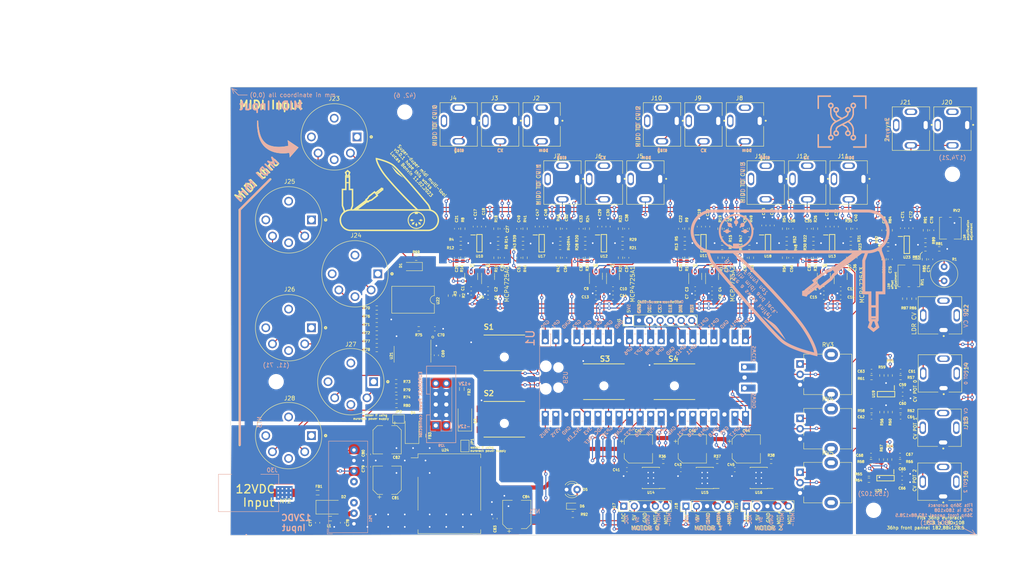
<source format=kicad_pcb>
(kicad_pcb (version 20221018) (generator pcbnew)
  (layers (0 "F.Cu" signal) (31 "B.Cu" signal) (34 "B.Paste" user) (35 "F.Paste" user) (36 "B.SilkS" user "B.Silkscreen") (37 "F.SilkS" user "F.Silkscreen") (38 "B.Mask" user) (39 "F.Mask" user) (44 "Edge.Cuts" user))
  (net 0 "")
  (net 1 "+5V")
  (net 2 "GND")
  (net 3 "+12VA")
  (net 4 "GNDA")
  (net 5 "-12VA")
  (net 6 "Net-(C21-Pad1)")
  (net 7 "Net-(C21-Pad2)")
  (net 8 "Net-(C22-Pad1)")
  (net 9 "Net-(C22-Pad2)")
  (net 10 "Net-(C23-Pad1)")
  (net 11 "Net-(C23-Pad2)")
  (net 12 "Net-(C24-Pad1)")
  (net 13 "Net-(C24-Pad2)")
  (net 14 "Net-(C25-Pad1)")
  (net 15 "cv_0")
  (net 16 "Net-(C26-Pad1)")
  (net 17 "cv_2")
  (net 18 "Net-(C27-Pad1)")
  (net 19 "mod_0")
  (net 20 "Net-(C28-Pad1)")
  (net 21 "mod_2")
  (net 22 "Net-(C33-Pad1)")
  (net 23 "Net-(C33-Pad2)")
  (net 24 "Net-(C34-Pad1)")
  (net 25 "Net-(C34-Pad2)")
  (net 26 "Net-(C35-Pad1)")
  (net 27 "Net-(C35-Pad2)")
  (net 28 "Net-(C36-Pad1)")
  (net 29 "Net-(C36-Pad2)")
  (net 30 "Net-(C37-Pad1)")
  (net 31 "cv_1")
  (net 32 "Net-(C38-Pad1)")
  (net 33 "mod_1")
  (net 34 "Net-(C39-Pad1)")
  (net 35 "cv_3")
  (net 36 "Net-(C40-Pad1)")
  (net 37 "mod_3")
  (net 38 "+12V")
  (net 39 "Net-(C49-Pad1)")
  (net 40 "Net-(C49-Pad2)")
  (net 41 "Net-(C50-Pad1)")
  (net 42 "Net-(C50-Pad2)")
  (net 43 "Net-(C51-Pad1)")
  (net 44 "g_out_0")
  (net 45 "Net-(C52-Pad1)")
  (net 46 "g_out_1")
  (net 47 "Net-(C55-Pad1)")
  (net 48 "Net-(C55-Pad2)")
  (net 49 "Net-(C56-Pad1)")
  (net 50 "Net-(C56-Pad2)")
  (net 51 "Net-(C57-Pad1)")
  (net 52 "g_out_2")
  (net 53 "Net-(C58-Pad1)")
  (net 54 "g_out_3")
  (net 55 "Net-(C61-Pad1)")
  (net 56 "Net-(C61-Pad2)")
  (net 57 "Net-(C62-Pad1)")
  (net 58 "Net-(C62-Pad2)")
  (net 59 "Net-(C63-Pad1)")
  (net 60 "cv_pot_0")
  (net 61 "Net-(C64-Pad1)")
  (net 62 "cv_pot_1")
  (net 63 "Net-(C67-Pad1)")
  (net 64 "Net-(C67-Pad2)")
  (net 65 "Net-(C68-Pad1)")
  (net 66 "cv_pot_2")
  (net 67 "+3V3")
  (net 68 "Net-(C73-Pad1)")
  (net 69 "Net-(C73-Pad2)")
  (net 70 "Net-(C74-Pad1)")
  (net 71 "Net-(C74-Pad2)")
  (net 72 "Net-(C75-Pad1)")
  (net 73 "sync_out")
  (net 74 "Net-(C76-Pad1)")
  (net 75 "Net-(C76-Pad2)")
  (net 76 "Net-(C77-Pad1)")
  (net 77 "Net-(C78-Pad1)")
  (net 78 "Net-(D1-Pad1)")
  (net 79 "Net-(D1-Pad2)")
  (net 80 "Net-(D2-Pad2)")
  (net 81 "Net-(D3-Pad1)")
  (net 82 "Net-(D3-Pad2)")
  (net 83 "Net-(D4-Pad1)")
  (net 84 "Net-(D4-Pad2)")
  (net 85 "/+12V_Barrel_jack")
  (net 86 "/+12V_euro")
  (net 87 "/-12V_euro")
  (net 88 "oled_dc")
  (net 89 "oled_cs")
  (net 90 "oled_clk")
  (net 91 "oled_din")
  (net 92 "olde_rst")
  (net 96 "Net-(J23-Pad4)")
  (net 106 "Net-(J26-Pad4)")
  (net 107 "Net-(J26-Pad5)")
  (net 111 "Net-(J27-Pad4)")
  (net 112 "Net-(J27-Pad5)")
  (net 116 "Net-(J28-Pad4)")
  (net 117 "Net-(J28-Pad5)")
  (net 120 "/muti-tool-midi-cv-sync-ldr/ldr_pin_1")
  (net 121 "i2c_SDA")
  (net 122 "i2c_SCL")
  (net 123 "/multi-tool-midi-adc/cv_out_raw_0")
  (net 124 "/multi-tool-midi-adc/cv_out_raw_4")
  (net 125 "/multi-tool-midi-adc/cv_out_raw_1")
  (net 126 "/multi-tool-midi-adc/cv_out_raw_5")
  (net 127 "/multi-tool-midi-adc/cv_out_raw_2")
  (net 128 "/multi-tool-midi-adc/cv_out_raw_3")
  (net 129 "/multi-tool-midi-adc/cv_out_raw_6")
  (net 130 "/multi-tool-midi-adc/cv_out_raw_7")
  (net 131 "Net-(R36-Pad1)")
  (net 132 "Net-(R37-Pad1)")
  (net 133 "Net-(R38-Pad1)")
  (net 134 "gate_out_0")
  (net 135 "gate_out_1")
  (net 136 "gate_out_2")
  (net 137 "gate_out_3")
  (net 138 "motor_pot_adc_0")
  (net 139 "motor_pot_adc_1")
  (net 140 "motor_pot_adc_2")
  (net 141 "Net-(R64-Pad1)")
  (net 142 "Net-(R71-Pad2)")
  (net 143 "Net-(R72-Pad2)")
  (net 144 "Net-(R73-Pad2)")
  (net 145 "Net-(R74-Pad2)")
  (net 146 "midi_in")
  (net 147 "Net-(R86-Pad2)")
  (net 148 "Net-(R87-Pad2)")
  (net 149 "Net-(RV1-Pad2)")
  (net 150 "ldr_cv_out")
  (net 151 "motor_0_in2")
  (net 152 "motor_0_in1")
  (net 153 "motor_0_out1")
  (net 154 "motor_2_out2")
  (net 155 "motor_1_in2")
  (net 156 "motor_1_in1")
  (net 157 "motor_1_out1")
  (net 158 "motor_1_out2")
  (net 159 "motor_2_in2")
  (net 160 "motor_2_in1")
  (net 161 "motor_2_out1")
  (net 162 "motor_0_out2")
  (net 204 "btn_0")
  (net 205 "btn_1")
  (net 206 "btn_2")
  (net 207 "btn_3")
  (net 215 "Net-(U20-Pad8)")
  (net 216 "Net-(U20-Pad13)")
  (net 217 "Net-(U21-Pad11)")
  (net 218 "sync_out_raw")
  (net 235 "/multi-tool-midi-power/12V_barrel_jack")
  (net 236 "GNDS")
  (net 237 "Net-(J24-Pad4)")
  (net 238 "Net-(J24-Pad5)")
  (net 239 "Net-(J25-Pad4)")
  (net 240 "Net-(J25-Pad5)")
  (net 241 "Net-(R70-Pad2)")
  (net 242 "Net-(D5-Pad2)")
  (footprint "TL074HIDYYR:SOP50P326X110-14N" (layer "F.Cu") (at 95 60.625)
    (fp_text reference "U17")
    (fp_text value "TL074" hide)
  )
  (footprint "Capacitor_SMD:CP_Elec_6.3x5.9" (layer "F.Cu") (at 131.31 110.2)
    (fp_text reference "C46")
    (fp_text value "22u")
  )
  (footprint "Capacitor_SMD:C_0603_1608Metric" (layer "F.Cu") (at 182 96)
    (fp_text reference "C59")
    (fp_text value "100n")
  )
  (footprint "Resistor_SMD:R_0603_1608Metric" (layer "F.Cu") (at 181.375 113.25 180)
    (fp_text reference "R66")
    (fp_text value "100k")
  )
  (footprint "Resistor_SMD:R_0603_1608Metric" (layer "F.Cu") (at 84.5 59.625)
    (fp_text reference "R14")
    (fp_text value "100k")
  )
  (footprint "FC681374V:CLIFF_FC681374V" (layer "F.Cu") (at 169 46)
    (fp_text reference "J11")
    (fp_text value "FC681374V")
  )
  (footprint "Resistor_SMD:R_0603_1608Metric" (layer "F.Cu") (at 106 57.125 -90)
    (fp_text reference "R24")
    (fp_text value "49k9")
  )
  (footprint "Resistor_SMD:R_0603_1608Metric" (layer "F.Cu") (at 138 64.125 90)
    (fp_text reference "R11")
    (fp_text value "49k9")
  )
  (footprint "Connector_PinHeader_2.54mm:PinHeader_1x07_P2.54mm_Vertical" (layer "F.Cu") (at 115.92 79.25 90)
    (fp_text reference "J1")
    (fp_text value "Conn_01x07_Male")
  )
  (footprint "Capacitor_SMD:C_0603_1608Metric" (layer "F.Cu") (at 78.01 71.625 180)
    (fp_text reference "C1")
    (fp_text value "100n")
  )
  (footprint "Resistor_SMD:R_0603_1608Metric" (layer "F.Cu") (at 177 92.5 90)
    (fp_text reference "R59")
    (fp_text value "100k")
  )
  (footprint "Diode_SMD:D_SMA" (layer "F.Cu") (at 63.75 105.5 90)
    (fp_text reference "D4")
    (fp_text value "US1B")
  )
  (footprint "MountingHole:MountingHole_3.2mm_M3" (layer "F.Cu") (at 62 29)
    (fp_text reference "REF**" hide)
    (fp_text value "MountingHole_3.2mm_M3")
  )
  (footprint "TL074HIDYYR:SOP50P326X110-14N" (layer "F.Cu") (at 110 60.625)
    (fp_text reference "U12")
    (fp_text value "TL074" hide)
  )
  (footprint "Capacitor_SMD:C_0603_1608Metric" (layer "F.Cu") (at 174.375 111.75 180)
    (fp_text reference "C68")
    (fp_text value "15p")
  )
  (footprint "Capacitor_SMD:C_0603_1608Metric" (layer "F.Cu") (at 136.064464 73.625 180)
    (fp_text reference "C8")
    (fp_text value "10u")
  )
  (footprint "Jumper:SolderJumper-2_P1.3mm_Open_TrianglePad1.0x1.5mm" (layer "F.Cu") (at 60.5 103 180)
    (fp_text reference "JP2")
    (fp_text value "SolderJumper_2_Open")
  )
  (footprint "Capacitor_SMD:C_0603_1608Metric" (layer "F.Cu") (at 181.99 57 90)
    (fp_text reference "C71")
    (fp_text value "100n")
  )
  (footprint "Package_TO_SOT_SMD:SOT-23-6" (layer "F.Cu") (at 82.074464 68.625 90)
    (fp_text reference "U3")
    (fp_text value "MCP4725xA0-xCH")
  )
  (footprint "Capacitor_SMD:C_0603_1608Metric" (layer "F.Cu") (at 78.01 73.625 180)
    (fp_text reference "C5")
    (fp_text value "10u")
  )
  (footprint "Capacitor_SMD:C_0603_1608Metric" (layer "F.Cu") (at 182 98 180)
    (fp_text reference "C60")
    (fp_text value "100n")
  )
  (footprint "Resistor_SMD:R_0603_1608Metric" (layer "F.Cu") (at 145.55 57.125 -90)
    (fp_text reference "R49")
    (fp_text value "49k9")
  )
  (footprint "Connector_PinHeader_2.54mm:PinHeader_1x05_P2.54mm_Vertical" (layer "F.Cu") (at 129.78 124 90)
    (fp_text reference "J18")
    (fp_text value "Conn_01x05_Male")
  )
  (footprint "Capacitor_SMD:C_0603_1608Metric" (layer "F.Cu") (at 174.5 102.5 180)
    (fp_text reference "C62")
    (fp_text value "15p")
  )
  (footprint "Capacitor_SMD:C_0603_1608Metric" (layer "F.Cu") (at 53.25 114.5 90)
    (fp_text reference "C79")
    (fp_text value "100n")
  )
  (footprint "Package_TO_SOT_SMD:SOT-23-6" (layer "F.Cu") (at 112.189464 68.625 90)
    (fp_text reference "U7")
    (fp_text value "MCP4725xA1-xCH")
  )
  (footprint "Capacitor_SMD:C_0603_1608Metric" (layer "F.Cu") (at 181.875 118.25 180)
    (fp_text reference "C66")
    (fp_text value "100n")
  )
  (footprint "Capacitor_SMD:CP_Elec_6.3x5.9" (layer "F.Cu") (at 144.31 110.2)
    (fp_text reference "C44")
    (fp_text value "22u")
  )
  (footprint "Resistor_SMD:R_0603_1608Metric" (layer "F.Cu") (at 105.5 61.625 180)
    (fp_text reference "R28")
    (fp_text value "100k")
  )
  (footprint "Capacitor_SMD:C_0603_1608Metric" (layer "F.Cu") (at 82.074464 71.625 180)
    (fp_text reference "C2")
    (fp_text value "100n")
  )
  (footprint "Inductor_SMD:L_0805_2012Metric" (layer "F.Cu") (at 41 120.75)
    (fp_text reference "FB1")
    (fp_text value "FerriteBead")
  )
  (footprint "Resistor_SMD:R_0603_1608Metric" (layer "F.Cu") (at 177.5 64.5 90)
    (fp_text reference "R90")
    (fp_text value "100k")
  )
  (footprint "Resistor_SMD:R_0603_1608Metric" (layer "F.Cu") (at 91 57.125 -90)
    (fp_text reference "R41")
    (fp_text value "49k9")
  )
  (footprint "Resistor_SMD:R_0603_1608Metric" (layer "F.Cu") (at 173.875 116.25 180)
    (fp_text reference "R65")
    (fp_text value "10k")
  )
  (footprint "Capacitor_SMD:C_0603_1608Metric" (layer "F.Cu") (at 181.5 102.5)
    (fp_text reference "C64")
    (fp_text value "15p")
  )
  (footprint "MountingHole:MountingHole_3.2mm_M3" (layer "F.Cu") (at 31 94)
    (fp_text reference "REF**" hide)
    (fp_text value "MountingHole_3.2mm_M3")
  )
  (footprint "Capacitor_SMD:C_0603_1608Metric" (layer "F.Cu") (at 128.535 115.2 180)
    (fp_text reference "C43")
    (fp_text value "100n")
  )
  (footprint "Capacitor_SMD:C_0603_1608Metric" (layer "F.Cu") (at 133 56.625 90)
    (fp_text reference "C19")
    (fp_text value "100n")
  )
  (footprint "Capacitor_SMD:C_0603_1608Metric" (layer "F.Cu") (at 108.075 73.5875 180)
    (fp_text reference "C13")
    (fp_text value "10u")
  )
  (footprint "TL074HIDYYR:SOP50P326X110-14N" (layer "F.Cu") (at 177.875 117.25 -90)
    (fp_text reference "U20")
    (fp_text value "TL074" hide)
  )
  (footprint "Resistor_SMD:R_0603_1608Metric" (layer "F.Cu") (at 173.875 117.75 180)
    (fp_text reference "R64")
    (fp_text value "72k")
  )
  (footprint "Capacitor_SMD:C_0603_1608Metric" (layer "F.Cu") (at 155.05 57.125 90)
    (fp_text reference "C58")
    (fp_text value "15p")
  )
  (footprint "Resistor_SMD:R_0603_1608Metric" (layer "F.Cu") (at 99.5 59.625)
    (fp_text reference "R44")
    (fp_text value "100k")
  )
  (footprint "Inductor_SMD:L_0805_2012Metric" (layer "F.Cu") (at 75.75 95.75 -90)
    (fp_text reference "FB2")
    (fp_text value "FerriteBead")
  )
  (footprint "SD-50BV:CUI_SD-50BV" (layer "F.Cu") (at 49 94 90)
    (fp_text reference "J27")
    (fp_text value "DIN-5_180degree")
  )
  (footprint "Resistor_SMD:R_0603_1608Metric" (layer "F.Cu") (at 160.5 59.625 180)
    (fp_text reference "R22")
    (fp_text value "25k")
  )
  (footprint "Resistor_SMD:R_0603_1608Metric" (layer "F.Cu") (at 174.5 93)
    (fp_text reference "R61")
    (fp_text value "100k")
  )
  (footprint "Resistor_SMD:R_0603_1608Metric" (layer "F.Cu") (at 178.875 112.75 90)
    (fp_text reference "R63")
    (fp_text value "100k")
  )
  (footprint "FC681374V:CLIFF_FC681374V" (layer "F.Cu") (at 159 46)
    (fp_text reference "J12")
    (fp_text value "FC681374V")
  )
  (footprint "Capacitor_SMD:C_0603_1608Metric" (layer "F.Cu") (at 109 56.625 90)
    (fp_text reference "C29")
    (fp_text value "100n")
  )
  (footprint "FC681374V:CLIFF_FC681374V" (layer "F.Cu") (at 190.9 105.1 -90)
    (fp_text reference "J15")
    (fp_text value "FC681374V")
  )
  (footprint "Diode_SMD:D_SMA" (layer "F.Cu") (at 44 124.25)
    (fp_text reference "D2")
    (fp_text value "US1B")
  )
  (footprint "Capacitor_SMD:C_0603_1608Metric" (layer "F.Cu") (at 181.5 91.5)
    (fp_text reference "C61")
    (fp_text value "15p")
  )
  (footprint "TL074HIDYYR:SOP50P326X110-14N" (layer "F.Cu") (at 149.55 60.625)
    (fp_text reference "U18")
    (fp_text value "TL074" hide)
  )
  (footprint "Capacitor_SMD:C_0603_1608Metric" (layer "F.Cu") (at 183.99 57 -90)
    (fp_text reference "C72")
    (fp_text value "100n")
  )
  (footprint "Resistor_SMD:R_0603_1608Metric" (layer "F.Cu") (at 187.5 57.5 -90)
    (fp_text reference "R91")
    (fp_text value "100k")
  )
  (footprint "Diode_SMD:D_SMA" (layer "F.Cu") (at 76.5 102.5 90)
    (fp_text reference "D3")
    (fp_text value "US1B")
  )
  (footprint "FC681374V:CLIFF_FC681374V" (layer "F.Cu") (at 120 46)
    (fp_text reference "J5")
    (fp_text value "FC681374V")
  )
  (footprint "Resistor_SMD:R_0603_1608Metric" (layer "F.Cu") (at 130 57.125 -90)
    (fp_text reference "R9")
    (fp_text value "49k9")
  )
  (footprint "Resistor_SMD:R_0603_1608Metric" (layer "F.Cu") (at 184.72 74 90)
    (fp_text reference "R86")
    (fp_text value "47k")
  )
  (footprint "FC681374V:CLIFF_FC681374V" (layer "F.Cu") (at 190.9 118.1 -90)
    (fp_text reference "J16")
    (fp_text value "FC681374V")
  )
  (footprint "FC681374V:CLIFF_FC681374V" (layer "F.Cu") (at 191 78 -90)
    (fp_text reference "J22")
    (fp_text value "FC681374V")
  )
  (footprint "Capacitor_SMD:C_0603_1608Metric" (layer "F.Cu") (at 150.55 56.35 -90)
    (fp_text reference "C54")
    (fp_text value "100n")
  )
  (footprint "TL074HIDYYR:SOP50P326X110-14N" (layer "F.Cu") (at 134 60.625)
    (fp_text reference "U11")
    (fp_text value "TL074" hide)
  )
  (footprint "Capacitor_SMD:C_0603_1608Metric" (layer "F.Cu") (at 128.5 64.125 -90)
    (fp_text reference "C26")
    (fp_text value "15p")
  )
  (footprint "Resistor_SMD:R_0603_1608Metric" (layer "F.Cu") (at 161 57.125 -90)
    (fp_text reference "R26")
    (fp_text value "49k9")
  )
  (footprint "Capacitor_SMD:C_0603_1608Metric" (layer "F.Cu") (at 100.5 57.125 90)
    (fp_text reference "C52")
    (fp_text value "15p")
  )
  (footprint "Resistor_SMD:R_0805_2012Metric" (layer "F.Cu") (at 102.5 126)
    (fp_text reference "R92")
    (fp_text value "R")
  )
  (footprint "Capacitor_SMD:C_0603_1608Metric" (layer "F.Cu") (at 82.074464 73.625 180)
    (fp_text reference "C6")
    (fp_text value "10u")
  )
  (footprint "Resistor_SMD:R_0603_1608Metric" (layer "F.Cu") (at 154.05 59.625)
    (fp_text reference "R52")
    (fp_text value "100k")
  )
  (footprint "Converter_DCDC:Converter_DCDC_XP_POWER-ISU02_SMD" (layer "F.Cu") (at 72.75 121)
    (fp_text reference "U24")
    (fp_text value "ISU0205S05")
  )
  (footprint "Capacitor_SMD:C_0603_1608Metric" (layer "F.Cu") (at 181.375 111.75)
    (fp_text reference "C67")
    (fp_text value "15p")
  )
  (footprint "FC681374V:CLIFF_FC681374V" (layer "F.Cu") (at 191 92 -90)
    (fp_text reference "J14")
    (fp_text value "FC681374V")
  )
  (footprint "Capacitor_SMD:C_0603_1608Metric" (layer "F.Cu") (at 167.064464 73.625 180)
    (fp_text reference "C16")
    (fp_text value "10u")
  )
  (footprint "Potentiometer_THT:Potentiometer_Alpha_RD901F-40-00D_Single_Vertical" (layer "F.Cu") (at 157.275 115.8325)
    (fp_text reference "RV5")
    (fp_text value "R_Potentiometer")
  )
  (footprint "Capacitor_SMD:C_0603_1608Metric" (layer "F.Cu") (at 112.189464 71.625 180)
    (fp_text reference "C10")
    (fp_text value "100n")
  )
  (footprint "Capacitor_SMD:C_0603_1608Metric" (layer "F.Cu") (at 69.615 87.635 90)
    (fp_text reference "C69")
    (fp_text value "100n")
  )
  (footprint "SD-50BV:CUI_SD-50BV" (layer "F.Cu") (at 45 35 90)
    (fp_text reference "J23")
    (fp_text value "DIN-5_180degree")
  )
  (footprint "Capacitor_SMD:C_0603_1608Metric" (layer "F.Cu") (at 89.5 64.125 -90)
    (fp_text reference "C51")
    (fp_text value "15p")
  )
  (footprint "Jumper:SolderJumper-2_P1.3mm_Open_TrianglePad1.0x1.5mm" (layer "F.Cu") (at 76.5 109.5 -90)
    (fp_text reference "JP1")
    (fp_text value "SolderJumper_2_Open")
  )
  (footprint "Resistor_SMD:R_0603_1608Metric" (layer "F.Cu") (at 145.05 61.625 180)
    (fp_text reference "R51")
    (fp_text value "100k")
  )
  (footprint "FC681374V:CLIFF_FC681374V" (layer "F.Cu") (at 124 32)
    (fp_text reference "J10")
    (fp_text value "FC681374V")
  )
  (footprint "FC681374V:CLIFF_FC681374V" (layer "F.Cu") (at 149 46)
    (fp_text reference "J13")
    (fp_text value "FC681374V")
  )
  (footprint "Resistor_SMD:R_0603_1608Metric" (layer "F.Cu") (at 169 64.125 90)
    (fp_text reference "R27")
    (fp_text value "49k9")
  )
  (footprint "Resistor_SMD:R_0603_1608Metric" (layer "F.Cu") (at 187.25 64.5 90)
    (fp_text reference "R85")
    (fp_text value "100k")
  )
  (footprint "Resistor_SMD:R_0603_1608Metric" (layer "F.Cu") (at 99 64.125 90)
    (fp_text reference "R42")
    (fp_text value "49k9")
  )
  (footprint "Resistor_SMD:R_0603_1608Metric" (layer "F.Cu") (at 60 99.75 180)
    (fp_text reference "R80")
    (fp_text value "220")
  )
  (footprint "Capacitor_SMD:C_0603_1608Metric" (layer "F.Cu") (at 166 56.625 -90)
    (fp_text reference "C32")
    (fp_text value "100n")
  )
  (footprint "Resistor_SMD:R_0603_1608Metric" (layer "F.Cu") (at 84 64.125 90)
    (fp_text reference "R10")
    (fp_text value "49k9")
  )
  (footprint "Package_DIP:SMDIP-8_W9.53mm" (layer "F.Cu") (at 64 74.25 -90)
    (fp_text reference "U22")
    (fp_text value "6N137")
  )
  (footprint "FC681374V:CLIFF_FC681374V" (layer "F.Cu") (at 84.99 32)
    (fp_text reference "J3")
    (fp_text value "FC681374V")
  )
  (footprint "Capacitor_SMD:C_0603_1608Metric" (layer "F.Cu") (at 188.75 64.5 -90)
    (fp_text reference "C74")
    (fp_text value "15p")
  )
  (footprint "Capacitor_SMD:C_0603_1608Metric" (layer "F.Cu") (at 144.05 57.125 90)
    (fp_text reference "C55")
    (fp_text value "15p")
  )
  (footprint "Capacitor_SMD:C_0603_1608Metric" (layer "F.Cu") (at 170.49 57.125 90)
    (fp_text reference "C40")
    (fp_text value "15p")
  )
  (footprint "LED_THT:LED_D3.0mm" (layer "F.Cu") (at 101 120)
    (fp_text reference "D5")
    (fp_text value "LED")
  )
  (footprint "Capacitor_SMD:C_0603_1608Metric" (layer "F.Cu") (at 74.5 57.125 90)
    (fp_text reference "C21")
    (fp_text value "15p")
  )
  (footprint "Resistor_SMD:R_0603_1608Metric" (layer "F.Cu") (at 64.75 64.25 180)
    (fp_text reference "R69")
    (fp_text value "220")
  )
  (footprint "FC681374V:CLIFF_FC681374V" (layer "F.Cu") (at 144 32)
    (fp_text reference "J8")
    (fp_text value "FC681374V")
  )
  (footprint "Resistor_SMD:R_0603_1608Metric" (layer "F.Cu") (at 179 92.5 90)
    (fp_text reference "R55")
    (fp_text value "100k")
  )
  (footprint "Capacitor_SMD:C_0603_1608Metric" (layer "F.Cu") (at 89.5 57.125 90)
    (fp_text reference "C49")
    (fp_text value "15p")
  )
  (footprint "TL074HIDYYR:SOP50P326X110-14N" (layer "F.Cu") (at 165 60.625)
    (fp_text reference "U13")
    (fp_text value "TL074" hide)
  )
  (footprint "Resistor_SMD:R_0603_1608Metric" (layer "F.Cu") (at 137.9775 57.125 -90)
    (fp_text reference "R19")
    (fp_text value "100k")
  )
  (footprint "FC681374V:CLIFF_FC681374V" (layer "F.Cu") (at 194 33)
    (fp_text reference "J20")
    (fp_text value "FC681374V")
  )
  (footprint "Capacitor_SMD:C_0603_1608Metric" (layer "F.Cu") (at 95.95 56.625 -90)
    (fp_text reference "C48")
    (fp_text value "100n")
  )
  (footprint "Resistor_SMD:R_0603_1608Metric" (layer "F.Cu") (at 187.5 60)
    (fp_text reference "R89")
    (fp_text value "100k")
  )
  (footprint "FC681374V:CLIFF_FC681374V" (layer "F.Cu") (at 184 33)
    (fp_text reference "J21")
    (fp_text value "FC681374V")
  )
  (footprint "Capacitor_SMD:C_0603_1608Metric" (layer "F.Cu") (at 164 56.625 90)
    (fp_text reference "C31")
    (fp_text value "100n")
  )
  (footprint "Package_TO_SOT_SMD:SOT-23-6" (layer "F.Cu") (at 136.064464 68.625 90)
    (fp_text reference "U5")
    (fp_text value "MCP4725xA2-xCH")
  )
  (footprint "Capacitor_SMD:C_0603_1608Metric" (layer "F.Cu") (at 159.5 57.125 90)
    (fp_text reference "C35")
    (fp_text value "15p")
  )
  (footprint "Resistor_SMD:R_0603_1608Metric" (layer "F.Cu") (at 153.55 64.125 90)
    (fp_text reference "R50")
    (fp_text value "49k9")
  )
  (footprint "Capacitor_SMD:C_0603_1608Metric" (layer "F.Cu") (at 104.5 57.125 90)
    (fp_text reference "C33")
    (fp_text value "15p")
  )
  (footprint "Resistor_SMD:R_0603_1608Metric" (layer "F.Cu") (at 60 97.75)
    (fp_text reference "R74")
    (fp_text value "220")
  )
  (footprint "FC681374V:CLIFF_FC681374V" (layer "F.Cu") (at 100 46)
    (fp_text reference "J7")
    (fp_text value "FC681374V")
  )
  (footprint "Resistor_SMD:R_0603_1608Metric" (layer "F.Cu") (at 181.5 101 180)
    (fp_text reference "R62")
    (fp_text value "100k")
  )
  (footprint "Resistor_SMD:R_0603_1608Metric" (layer "F.Cu") (at 76 64.125 90)
    (fp_text reference "R16")
    (fp_text value "100k")
  )
  (footprint "Capacitor_SMD:C_0603_1608Metric" (layer "F.Cu") (at 155.05 64.125 -90)
    (fp_text reference "C56")
    (fp_text value "15p")
  )
  (footprint "OptoDevice:R_LDR_D6.4mm_P3.4mm_Vertical" (layer "F.Cu") (at 192 69.7 90)
    (fp_text reference "R1")
    (fp_text value "A1050")
  )
  (footprint "Capacitor_SMD:C_0603_1608Metric" (layer "F.Cu") (at 167.064464 71.625 180)
    (fp_text reference "C12")
    (fp_text value "100n")
  )
  (footprint "Resistor_SMD:R_0603_1608Metric" (layer "F.Cu") (at 150.31 113.2 180)
    (fp_text reference "R38")
    (fp_text value "30k")
  )
  (footprint "Resistor_SMD:R_0603_1608Metric" (layer "F.Cu") (at 145.05 59.625 180)
    (fp_text reference "R47")
    (fp_text value "33k")
  )
  (footprint "Package_SO:Texas_HTSOP-8-1EP_3.9x4.9mm_P1.27mm_EP2.95x4.9mm_Mask2.4x3.1mm_ThermalVias" (layer "F.Cu") (at 121.31 117.2 180)
    (fp_text reference "U14")
    (fp_text value "DRV8871DDA")
  )
  (footprint "Capacitor_SMD:C_0603_1608Metric" (layer "F.Cu") (at 132 73.625 180)
    (fp_text reference "C7")
    (fp_text value "10u")
  )
  (footprint "Resistor_SMD:R_0603_1608Metric" (layer "F.Cu") (at 99 57.125 -90)
    (fp_text reference "R46")
    (fp_text value "100k")
  )
  (footprint "Resistor_SMD:R_0603_1608Metric" (layer "F.Cu") (at 179 101.325 -90)
    (fp_text reference "R60")
    (fp_text value "100k")
  )
  (footprint "Package_TO_SOT_SMD:SOT-23-6" (layer "F.Cu") (at 108.075 68.5875 90)
    (fp_text reference "U6")
    (fp_text value "MCP4725xA1-xCH")
  )
  (footprint "Package_TO_SOT_SMD:SOT-23-6" (layer "F.Cu") (at 78.01 68.625 90)
    (fp_text reference "U2")
    (fp_text value "MCP4725xA0-xCH")
  )
  (footprint "SD-50BV:CUI_SD-50BV" (layer "F.Cu") (at 50 68 90)
    (fp_text reference "J24")
    (fp_text value "DIN-5_180degree")
  )
  (footprint "Resistor_SMD:R_0603_1608Metric" (layer "F.Cu") (at 55.25 86.25 180)
    (fp_text reference "R78")
    (fp_text value "220")
  )
  (footprint "Resistor_SMD:R_0603_1608Metric" (layer "F.Cu") (at 59.925 96 180)
    (fp_text reference "R79")
    (fp_text value "220")
  )
  (footprint "Resistor_SMD:R_0603_1608Metric" (layer "F.Cu") (at 84.5 61.625)
    (fp_text reference "R6")
    (fp_text value "25k")
  )
  (footprint "Resistor_SMD:R_0603_1608Metric" (layer "F.Cu") (at 138.5 61.625)
    (fp_text reference "R7")
    (fp_text value "25k")
  )
  (footprint "Capacitor_SMD:C_0603_1608Metric" (layer "F.Cu") (at 163 73.625 180)
    (fp_text reference "C15")
    (fp_text value "10u")
  )
  (footprint "Package_TO_SOT_SMD:SOT-23-6" (layer "F.Cu") (at 132 68.625 90)
    (fp_text reference "U4")
    (fp_text value "MCP4725xA2-xCH")
  )
  (footprint "Resistor_SMD:R_0603_1608Metric" (layer "F.Cu") (at 99.45 61.625)
    (fp_text reference "R40")
    (fp_text value "33k")
  )
  (footprint "ESB-33533A:ESB33533A" (layer "F.Cu") (at 86 87.056425)
    (fp_text reference "S1")
    (fp_text value "ESB-33533A" hide)
  )
  (footprint "Capacitor_SMD:C_0603_1608Metric" (layer "F.Cu") (at 163 71.625 180)
    (fp_text reference "C11")
    (fp_text value "100n")
  )
  (footprint "Connector_PinHeader_2.54mm:PinHeader_1x05_P2.54mm_Vertical" (layer "F.Cu") (at 144.32 124 90)
    (fp_text reference "J19")
    (fp_text value "Conn_01x05_Male")
  )
  (footprint "FC681374V:CLIFF_FC681374V" (layer "F.Cu") (at 75 32)
    (fp_text reference "J4")
    (fp_text value "FC681374V")
  )
  (footprint "Resistor_SMD:R_0603_1608Metric" (layer "F.Cu") (at 114.5 59.625)
    (fp_text reference "R29")
    (fp_text value "100k")
  )
  (footprint "Resistor_SMD:R_0603_1608Metric" (layer "F.Cu") (at 113.99 57.125 -90)
    (fp_text reference "R33")
    (fp_text value "100k")
  )
  (footprint "Capacitor_SMD:C_0603_1608Metric" (layer "F.Cu") (at 135 56.625 -90)
    (fp_text reference "C20")
    (fp_text value "100n")
  )
  (footprint "Resistor_SMD:R_0603_1608Metric" (layer "F.Cu") (at 55.25 84.25)
    (fp_text reference "R72")
    (fp_text value "220")
  )
  (footprint "Resistor_SMD:R_0603_1608Metric" (layer "F.Cu") (at 181.5 93 180)
    (fp_text reference "R57")
    (fp_text value "100k")
  )
  (footprint "Package_SO:Texas_HTSOP-8-1EP_3.9x4.9mm_P1.27mm_EP2.95x4.9mm_Mask2.4x3.1mm_ThermalVias" (layer "F.Cu") (at 134.31 117.2 180)
    (fp_text reference "U15")
    (fp_text value "DRV8871DDA")
  )
  (footprint "Capacitor_SMD:C_0603_1608Metric" (layer "F.Cu") (at 170.5 64.125 -90)
    (fp_text reference "C36")
    (fp_text value "15p")
  )
  (footprint "Capacitor_SMD:C_0603_1608Metric" (layer "F.Cu") (at 174.5 91.5 180)
    (fp_text reference "C63")
    (fp_text value "15p")
  )
  (footprint "LED_SMD:LED_0603_1608Metric" (layer "F.Cu") (at 102.4625 124)
    (fp_text reference "D6")
    (fp_text value "LED")
  )
  (footprint "Capacitor_SMD:C_0603_1608Metric" (layer "F.Cu") (at 93.95 56.625 90)
    (fp_text reference "C47")
    (fp_text value "100n")
  )
  (footprint "ESB-33533A:ESB33533A" (layer "F.Cu") (at 110 94)
    (fp_text reference "S3")
    (fp_text value "ESB-33533A" hide)
  )
  (footprint "Resistor_SMD:R_0603_1608Metric" (layer "F.Cu") (at 76 57.125 -90)
    (fp_text reference "R8")
    (fp_text value "49k9")
  )
  (footprint "Capacitor_SMD:C_0603_1608Metric" (layer "F.Cu") (at 141.535 115.2 180)
    (fp_text reference "C45")
    (fp_text value "100n")
  )
  (footprint "Capacitor_SMD:CP_Elec_6.3x5.9" (layer "F.Cu") (at 118.31 110.2)
    (fp_text reference "C42")
    (fp_text value "22u")
  )
  (footprint "Capacitor_SMD:C_0603_1608Metric" (layer "F.Cu") (at 128.5 57.125 90)
    (fp_text reference "C22")
    (fp_text value "15p")
  )
  (footprint "Resistor_SMD:R_0603_1608Metric" (layer "F.Cu") (at 137.31 113.2 180)
    (fp_text reference "R37")
    (fp_text value "30k")
  )
  (footprint "Resistor_SMD:R_0603_1608Metric" (layer "F.Cu") (at 90.5 61.625 180)
    (fp_text reference "R43")
    (fp_text value "100k")
  )
  (footprint "Capacitor_SMD:C_0603_1608Metric" (layer "F.Cu") (at 81 56.625 -90)
    (fp_text reference "C18")
    (fp_text value "100n")
  )
  (footprint "Capacitor_SMD:C_0603_1608Metric" (layer "F.Cu") (at 189 57.5 90)
    (fp_text reference "C76")
    (fp_text value "15p")
  )
  (footprint "Inductor_SMD:L_0805_2012Metric" (layer "F.Cu") (at 66.5 107 -90)
    (fp_text reference "FB3")
    (fp_text value "FerriteBead")
  )
  (footprint "Resistor_SMD:R_0603_1608Metric" (layer "F.Cu") (at 174.5 101)
    (fp_text reference "R58")
    (fp_text value "100k")
  )
  (footprint "Resistor_SMD:R_0603_1608Metric" (layer "F.Cu") (at 55.25 78.25 180)
    (fp_text reference "R76")
    (fp_text value "220")
  )
  (footprint "Resistor_SMD:R_0603_1608Metric" (layer "F.Cu") (at 65.3575 81.25)
    (fp_text reference "R75")
    (fp_text value "10k")
  )
  (footprint "Capacitor_SMD:C_0603_1608Metric" (layer "F.Cu") (at 85.5 64.125 -90)
    (fp_text reference "C23")
    (fp_text value "15p")
  )
  (footprint "TL074HIDYYR:SOP50P326X110-14N" (layer "F.Cu") (at 183 61)
    (fp_text reference "U23")
    (fp_text value "TL074" hide)
  )
  (footprint "Resistor_SMD:R_0603_1608Metric" (layer "F.Cu") (at 75.5 61.625 180)
    (fp_text reference "R12")
    (fp_text value "100k")
  )
  (footprint "Resistor_SMD:R_0603_1608Metric" (layer "F.Cu") (at 130 64.125 90)
    (fp_text reference "R17")
    (fp_text value "100k")
  )
  (footprint "Resistor_SMD:R_0603_1608Metric" (layer "F.Cu") (at 59.925 94)
    (fp_text reference "R73")
    (fp_text value "220")
  )
  (footprint "Capacitor_SMD:C_0603_1608Metric" (layer "F.Cu") (at 41 128 -90)
    (fp_text reference "C77")
    (fp_text value "10u")
  )
  (footprint "Capacitor_SMD:C_0603_1608Metric" (layer "F.Cu") (at 115.49 57.125 90)
    (fp_text reference "C38")
    (fp_text value "15p")
  )
  (footprint "Capacitor_SMD:C_0603_1608Metric" (layer "F.Cu") (at 144.05 64.125 -90)
    (fp_text reference "C57")
    (fp_text value "15p")
  )
  (footprint "Resistor_SMD:R_0603_1608Metric" (layer "F.Cu") (at 169.5 61.625)
    (fp_text reference "R23")
    (fp_text value "25k")
  )
  (footprint "TL074HIDYYR:SOP50P326X110-14N" (layer "F.Cu") (at 80 60.625)
    (fp_text reference "U10")
    (fp_text value "TL074" hide)
  )
  (footprint "Capacitor_SMD:C_0603_1608Metric" (layer "F.Cu") (at 47 128 -90)
    (fp_text reference "C78")
    (fp_text value "10u")
  )
  (footprint "Resistor_SMD:R_0603_1608Metric" (layer "F.Cu") (at 138.5 59.625)
    (fp_text reference "R15")
    (fp_text value "100k")
  )
  (footprint "Resistor_SMD:R_0603_1608Metric" (layer "F.Cu") (at 114.5 61.625)
    (fp_text reference "R21")
    (fp_text value "25k")
  )
  (footprint "Capacitor_SMD:C_0603_1608Metric" (layer "F.Cu") (at 115.535 115.2 180)
    (fp_text reference "C41")
    (fp_text value "100n")
  )
  (footprint "Resistor_SMD:R_0603_1608Metric" (layer "F.Cu") (at 55.25 80.25)
    (fp_text reference "R71")
    (fp_text value "220")
  )
  (footprint "Package_TO_SOT_SMD:SOT-23-6" (layer "F.Cu") (at 163 68.625 90)
    (fp_text reference "U8")
    (fp_text value "MCP4725xA3-xCH")
  )
  (footprint "Capacitor_SMD:C_0603_1608Metric" (layer "F.Cu") (at 53.25 111.5 -90)
    (fp_text reference "C80")
    (fp_text value "100n")
  )
  (footprint "Capacitor_SMD:C_0603_1608Metric" (layer "F.Cu") (at 74.5 64.125 -90)
    (fp_text reference "C25")
    (fp_text value "15p")
  )
  (footprint "Resistor_SMD:R_0603_1608Metric" (layer "F.Cu") (at 187.5 62)
    (fp_text reference "R83")
    (fp_text value "100k")
  )
  (footprint "Capacitor_SMD:C_0603_1608Metric" (layer "F.Cu") (at 177.5 57.5 90)
    (fp_text reference "C73")
    (fp_text value "15p")
  )
  (footprint "Capacitor_SMD:C_0603_1608Metric" (layer "F.Cu") (at 69.25 81.25)
    (fp_text reference "C70")
    (fp_text value "100n")
  )
  (footprint "Capacitor_SMD:C_0603_1608Metric" (layer "F.Cu") (at 100.5 64.125 -90)
    (fp_text reference "C50")
    (fp_text value "15p")
  )
  (footprint "Resistor_SMD:R_0603_1608Metric" (layer "F.Cu") (at 55.25 82.25 180)
    (fp_text reference "R77")
    (fp_text value "220")
  )
  (footprint "Resistor_SMD:R_0603_1608Metric" (layer "F.Cu") (at 179 57.5 -90)
    (fp_text reference "R84")
    (fp_text value "49.9k")
  )
  (footprint "Resistor_SMD:R_0603_1608Metric" (layer "F.Cu") (at 190.825 62)
    (fp_text reference "R81")
    (fp_text value "10k")
  )
  (footprint "Capacitor_SMD:C_0603_1608Metric" (layer "F.Cu") (at 112.189464 73.625 180)
    (fp_text reference "C14")
    (fp_text value "10u")
  )
  (footprint "Capacitor_SMD:C_0603_1608Metric" (layer "F.Cu") (at 104.5 64.125 -90)
    (fp_text reference "C37")
    (fp_text value "15p")
  )
  (footprint "Resistor_SMD:R_0603_1608Metric" (layer "F.Cu") (at 154.05 61.625)
    (fp_text reference "R48")
    (fp_text value "33k")
  )
  (footprint "Resistor_SMD:R_0603_1608Metric" (layer "F.Cu") (at 178.5 60 180)
    (fp_text reference "R82")
    (fp_text value "33k")
  )
  (footprint "Resistor_SMD:R_0603_1608Metric" (layer "F.Cu") (at 153.55 57.125 -90)
    (fp_text reference "R54")
    (fp_text value "100k")
  )
  (footprint "Resistor_SMD:R_0603_1608Metric" (layer "F.Cu") (at 91 64.125 90)
    (fp_text reference "R45")
    (fp_text value "100k")
  )
  (footprint "Connector_PinHeader_2.54mm:PinHeader_1x05_P2.54mm_Vertical" (layer "F.Cu") (at 114.785 124 90)
    (fp_text reference "J17")
    (fp_text value "Conn_01x05_Male")
  )
  (footprint "SD-50BV:CUI_SD-50BV" (layer "F.Cu") (at 34 81 90)
    (fp_text reference "J26")
    (fp_text value "DIN-5_180degree")
  )
  (footprint "Resistor_SMD:R_0603_1608Metric" (layer "F.Cu") (at 129.5 59.625 180)
    (fp_text reference "R5")
    (fp_text value "25k")
  )
  (footprint "ESB-33533A:ESB33533A" (layer "F.Cu") (at 86 103.056425)
    (fp_text reference "S2")
    (fp_text value "ESB-33533A" hide)
  )
  (footprint "Resistor_SMD:R_0603_1608Metric" (layer "F.Cu") (at 83.962 57.125 -90)
    (fp_text reference "R18")
    (fp_text value "100k")
  )
  (footprint "Capacitor_SMD:C_0603_1608Metric" (layer "F.Cu") (at 132 71.625 180)
    (fp_text reference "C3")
    (fp_text value "100n")
  )
  (footprint "Resistor_SMD:R_0603_1608Metric" (layer "F.Cu") (at 182.5 74 90)
    (fp_text reference "R87")
    (fp_text value "47k")
  )
  (footprint "MountingHole:MountingHole_3.2mm_M3" (layer "F.Cu") (at 194 44)
    (fp_text reference "REF**" hide)
    (fp_text value "MountingHole_3.2mm_M3")
  )
  (footprint "Resistor_SMD:R_0603_1608Metric" (layer "F.Cu") (at 161 64.125 90)
    (fp_text reference "R34")
    (fp_text value "100k")
  )
  (footprint "Resistor_SMD:R_0603_1608Metric" (layer "F.Cu") (at 178.5 62 180)
    (fp_text reference "R88")
    (fp_text value "100k")
  )
  (footprint "Capacitor_SMD:C_0603_1608Metric" (layer "F.Cu") (at 181.875 116.25)
    (fp_text reference "C65")
    (fp_text value "100n")
  )
  (footprint "Package_SO:SOIC-14_3.9x8.7mm_P1.27mm" (layer "F.Cu") (at 63.865 87.385 -90)
    (fp_text reference "U21")
    (fp_text value "74HC14")
  )
  (footprint "Resistor_SMD:R_0603_1608Metric" (layer "F.Cu") (at 55.25 76.25)
    (fp_text reference "R70")
    (fp_text value "220")
  )
  (footprint "FC681374V:CLIFF_FC681374V" (layer "F.Cu") (at 95 32)
    (fp_text reference "J2")
    (fp_text value "FC681374V")
  )
  (footprint "Potentiometer_THT:Potentiometer_Alpha_RD901F-40-00D_Single_Vertical" (layer "F.Cu") (at 157.275 89.7325)
    (fp_text reference "RV3")
    (fp_text value "R_Potentiometer")
  )
  (footprint "SD-50BV:CUI_SD-50BV" (layer "F.Cu") (at 34.008358 55 90)
    (fp_text reference "J25")
    (fp_text value "DIN-5_180degree")
  )
  (footprint "TL074HIDYYR:SOP50P326X110-14N" (layer "F.Cu") (at 178 97 -90)
    (fp_text reference "U19")
    (fp_text value "TL074" hide)
  )
  (footprint "Capacitor_SMD:C_0603_1608Metric" (layer "F.Cu") (at 148.55 56.35 90)
    (fp_text reference "C53")
    (fp_text value "100n")
  )
  (footprint "Resistor_SMD:R_0603_1608Metric" (layer "F.Cu") (at 176.875 112.75 90)
    (fp_text reference "R67")
    (fp_text value "100k")
  )
  (footprint "Resistor_SMD:R_0603_1608Metric" (layer "F.Cu") (at 160.5 61.625 180)
    (fp_text reference "R30")
    (fp_text value "100k")
  )
  (footprint "Resistor_SMD:R_0603_1608Metric" (layer "F.Cu") (at 129.5 61.625 180)
    (fp_text reference "R13")
    (fp_text value "100k")
  )
  (footprint "NetTie:NetTie-3_SMD_Pad2.0mm" (layer "F.Cu") (at 33.25 120.8 180)
    (fp_text reference "NT2")
    (fp_text value "NetTie_3_Tee")
  )
  (footprint "Package_TO_SOT_SMD:SOT-23-6" (layer "F.Cu") (at 167.064464 68.625 90)
    (fp_text reference "U9")
    (fp_text value "MCP4725xA3-xCH")
  )
  (footprint "Capacitor_SMD:C_0603_1608Metric" (layer "F.Cu") (at 79 56.625 90)
    (fp_text reference "C17")
    (fp_text value "100n")
  )
  (footprint "Capacitor_SMD:C_0603_1608Metric" (layer "F.Cu") (at 83.75 127 90)
    (fp_text reference "C83")
    (fp_text value "100n")
  )
  (footprint "Capacitor_SMD:CP_Elec_6.3x5.9" (layer "F.Cu") (at 89 126 90)
    (fp_text reference "C84")
    (fp_text value "10uF")
  )
  (footprint "Resistor_SMD:R_0603_1608Metric" (layer "F.Cu") (at 169.5 59.625)
    (fp_text reference "R31")
    (fp_text value "100k")
  )
  (footprint "Capacitor_SMD:C_0603_1608Metric" (layer "F.Cu") (at 179 64.5 -90)
    (fp_text reference "C75")
    (fp_text value "15p")
  )
  (footprint "Resistor_SMD:R_0603_1608Metric" (layer "F.Cu") (at 106 64.125 90)
    (fp_text reference "R32")
    (fp_text value "100k")
  )
  (footprint "Package_SO:Texas_HTSOP-8-1EP_3.9x4.9mm_P1.27mm_EP2.95x4.9mm_Mask2.4x3.1mm_ThermalVias" (layer "F.Cu") (at 147.31 117.2 180)
    (fp_text reference "U16")
    (fp_text value "DRV8871DDA")
  )
  (footprint "FC681374V:CLIFF_FC681374V" (layer "F.Cu") (at 134 32)
    (fp_text reference "J9")
    (fp_text value "FC681374V")
  )
  (footprint "Resistor_SMD:R_0603_1608Metric" (layer "F.Cu") (at 114 64.125 90)
    (fp_text reference "R25")
    (fp_text value "49k9")
  )
  (footprint "Resistor_SMD:R_0603_1608Metric" (layer "F.Cu") (at 168.99 57.125 -90)
    (fp_text reference "R35")
    (fp_text value "100k")
  )
  (footprint "FC681374V:CLIFF_FC681374V" (layer "F.Cu") (at 110 46)
    (fp_text reference "J6")
    (fp_text value "FC681374V")
  )
  (footprint "Potentiometer_SMD:Potentiometer_Vishay_TS53YL_Vertical" (layer "F.Cu") (at 183.5 68.5 -90)
    (fp_text reference "RV1")
    (fp_text value "100k")
  )
  (footprint "Capacitor_SMD:C_0603_1608Metric" (layer "F.Cu") (at 139.4775 57.125 90)
    (fp_text reference "C28")
    (fp_text value "15p")
  )
  (footprint "Capacitor_SMD:CP_Elec_6.3x5.9" (layer "F.Cu") (at 57.75 108 -90)
    (fp_text reference "C82")
    (fp_text value "10uF")
  )
  (footprint "Capacitor_SMD:C_0603_1608Metric" (layer "F.Cu") (at 115.5 64.125 -90)
    (fp_text reference "C34")
    (fp_text value "15p")
  )
  (footprint "Capacitor_SMD:C_0603_1608Metric" (layer "F.Cu") (at 159.5 64.125 -90)
    (fp_text reference "C39")
    (fp_text value "15p")
  )
  (footprint "Resistor_SMD:R_0603_1608Metric" (layer "F.Cu") (at 177 101.325 -90)
    (fp_text reference "R56")
    (fp_text value "100k")
  )
  (footprint "Resistor_SMD:R_0603_1608Metric" (layer "F.Cu") (at 90.5 59.625 180)
    (fp_text reference "R39")
    (fp_text value "33k")
  )
  (footprint "Capacitor_SMD:C_0603_1608Metric" (layer "F.Cu") (at 111 56.625 -90)
    (fp_text reference "C30")
    (fp_text value "100n")
  )
  (footprint "Diode_SMD:D_SOD-123" (layer "F.Cu") (at 64 66.25 180)
    (fp_text reference "D1")
    (fp_text value "1N4148")
  )
  (footprint "MountingHole:MountingHole_3.2mm_M3" (layer "F.Cu") (at 175 125)
    (fp_text reference "REF**" hide)
    (fp_text value "MountingHole_3.2mm_M3")
  )
  (footprint "SD-50BV:CUI_SD-50BV" (layer "F.Cu") (at 34 107 90)
    (fp_text reference "J28")
    (fp_text value "DIN-5_180degree")
  )
  (footprint "Capacitor_SMD:C_0603_1608Metric" (layer "F.Cu") (at 139.5 64.125 -90)
    (fp_text reference "C24")
    (fp_text value "15p")
  )
  (footprint "Resistor_SMD:R_0603_1608Metric" (layer "F.Cu") (at 174.375 113.25)
    (fp_text reference "R68")
    (fp_text value "100k")
  )
  (footprint "Resistor_SMD:R_0603_1608Metric" (layer "F.Cu") (at 74.75 73.25 -90)
    (fp_text reference "R2")
    (fp_text value "10k")
  )
  (footprint "Capacitor_SMD:CP_Elec_6.3x5.9" (layer "F.Cu") (at 57.75 117.75 90)
    (fp_text reference "C81")
    (fp_text value "10uF")
  )
  (footprint "Potentiometer_SMD:Potentiometer_Vishay_TS53YL_Vertical" (layer "F.Cu") (at 193.5 57 90)
    (fp_text reference "RV2")
    (fp_text value "100k")
  )
  (footprint "Resistor_SMD:R_0603_1608Metric" (layer "F.Cu") (at 73 73.25 -90)
    (fp_text reference "R3")
    (fp_text value "10k")
  )
  (footprint "Capacitor_SMD:C_0603_1608Metric" (layer "F.Cu") (at 85.462 57.125 90)
    (fp_text reference "C27")
    (fp_text value "15p")
  )
  (footprint "Resistor_SMD:R_0603_1608Metric" (layer "F.Cu") (at 145.55 64.125 90)
    (fp_text reference "R53")
    (fp_text value "100k")
  )
  (footprint "Resistor_SMD:R_0603_1608Metric" (layer "F.Cu") (at 105.5 59.625 180)
    (fp_text reference "R20")
    (fp_text value "25k")
  )
  (footprint "Capacitor_SMD:C_0603_1608Metric" (layer "F.Cu") (at 136.064464 71.625 180)
    (fp_text reference "C4")
    (fp_text value "100n")
  )
  (footprint "ESB-33533A:ESB33533A" (layer "F.Cu") (at 127 94)
    (fp_text reference "S4")
    (fp_text value "ESB-33533A" hide)
  )
  (footprint "Potentiometer_THT:Potentiometer_Alpha_RD901F-40-00D_Single_Vertical" (layer "F.Cu") (at 157.275 102.8325)
    (fp_text reference "RV4")
    (fp_text value "R_Potentiometer")
  )
  (footprint "Capacitor_SMD:C_0603_1608Metric" (layer "F.Cu") (at 108.075 71.5875 180)
    (fp_text reference "C9")
    (fp_text value "100n")
  )
  (footprint "Resistor_SMD:R_0603_1608Metric" (layer "F.Cu") (at 75.5 59.625 180)
    (fp_text reference "R4")
    (fp_text value "25k")
  )
  (footprint "Resistor_SMD:R_0603_1608Metric" (layer "F.Cu") (at 124.31 113.2 180)
    (fp_text reference "R36")
    (fp_text value "30k")
  )
  (footprint "Inductor_SMD:L_0805_2012Metric" (layer "F.Cu") (at 44 127)
    (fp_text reference "L1")
    (fp_text value "10uH")
  )
  (footprint "Connector_PinHeader_2.54mm:PinHeader_2x05_P2.54mm_Vertical" (layer "B.Cu") (at 69.475 104.575)
    (fp_text reference "J29")
    (fp_text value "Conn_01x10_Male")
  )
  (footprint "Converter_DCDC:Converter_DCDC_XP_POWER-ITxxxxxS_THT" (layer "B.Cu") (at 49.75 128.25)
    (fp_text reference "PS1")
    (fp_text value "ITX1212S")
  )
  (footprint "NetTie:NetTie-2_SMD_Pad2.0mm" (layer "B.Cu") (at 24.4 103.75 90)
    (fp_text reference "NT3")
    (fp_text value "NetTie_2")
  )
  (footprint "RASM722X:SWITCHCRAFT_RASM722X" (layer "B.Cu") (at 23.8 120.81 90)
    (fp_text reference "J30")
    (fp_text value "RASM722X")
  )
  (footprint "NetTie:NetTie-2_SMD_Pad2.0mm" (layer "B.Cu") (at 93.25 127.25)
    (fp_text reference "NT1")
    (fp_text value "NetTie_2")
  )
  (footprint "MCU_RaspberryPi_and_Boards:RPi_Pico_SMD_TH" (layer "B.Cu") (at 120 93 -90)
    (fp_text reference "U1")
    (fp_text value "Pico")
  )
  (gr_poly (pts (xy 173.300322 37.595489) (xy 170.078795 37.595489) (xy 170.078795 37.27688) (xy 172.981706 37.27688) (xy 172.981706 34.373956) (xy 173.300322 34.373956)) (fill solid) (layer "B.SilkS"))
  (gr_poly (pts (xy 148.144227 78.221053) (xy 148.509342 78.429277) (xy 148.904433 78.66261) (xy 149.386721 78.958141) (xy 149.915338 79.297906) (xy 150.184248 79.478762) (xy 150.449414 79.663941) (xy 150.705729 79.851196) (xy 150.948082 80.038283) (xy 151.171366 80.222956) (xy 151.370472 80.402969) (xy 151.560991 80.598479) (xy 151.760007 80.82695) (xy 151.964653 81.082093) (xy 152.172059 81.357619) (xy 152.583679 81.944671) (xy 152.97192 82.537796) (xy 153.313832 83.086688) (xy 153.586467 83.541039) (xy 153.832113 83.964889)) (fill solid) (layer "B.SilkS"))
  (gr_line (start 67.25 90.25) (end 74.3 90.25) (stroke (width 0.15)) (layer "B.SilkS"))
  (gr_poly (pts (xy 164.721389 25.32312) (xy 161.818475 25.32312) (xy 161.818475 28.226038) (xy 161.499859 28.226038) (xy 161.499859 25.004511) (xy 164.721389 25.004511)) (fill solid) (layer "B.SilkS"))
  (gr_poly (pts (xy 173.300322 28.226044) (xy 172.981706 28.226044) (xy 172.981706 25.323127) (xy 170.078795 25.323127) (xy 170.078795 25.004517) (xy 173.300322 25.004517)) (fill solid) (layer "B.SilkS"))
  (gr_poly (pts (xy 170.17175 26.764532) (xy 170.238364 26.773525) (xy 170.301749 26.788926) (xy 170.361778 26.810312) (xy 170.418328 26.837262) (xy 170.471274 26.869353) (xy 170.520492 26.906162) (xy 170.565858 26.947267) (xy 170.607246 26.992246) (xy 170.644534 27.040676) (xy 170.677596 27.092135) (xy 170.706308 27.1462) (xy 170.730546 27.20245) (xy 170.750185 27.260461) (xy 170.765102 27.319811) (xy 170.775171 27.380079) (xy 170.780268 27.440841) (xy 170.78027 27.501675) (xy 170.775051 27.562159) (xy 170.764487 27.62187) (xy 170.748454 27.680386) (xy 170.726828 27.737284) (xy 170.699484 27.792143) (xy 170.666297 27.844539) (xy 170.627144 27.894051) (xy 170.5819 27.940256) (xy 170.530441 27.982732) (xy 170.472643 28.021055) (xy 170.40838 28.054805) (xy 170.337529 28.083557) (xy 170.27336 28.106159) (xy 170.266481 28.794452) (xy 170.263847 29.039363) (xy 170.260911 29.228669) (xy 170.259073 29.305942) (xy 170.256853 29.373481) (xy 170.254148 29.432674) (xy 170.250857 29.484911) (xy 170.246876 29.53158) (xy 170.242105 29.574071) (xy 170.23644 29.613773) (xy 170.229779 29.652074) (xy 170.222021 29.690364) (xy 170.213062 29.730031) (xy 170.191136 29.819055) (xy 170.160312 29.929701) (xy 170.124148 30.038854) (xy 170.082807 30.146287) (xy 170.036451 30.251771) (xy 169.985244 30.355078) (xy 169.929348 30.455979) (xy 169.868925 30.554247) (xy 169.804138 30.649654) (xy 169.735151 30.74197) (xy 169.662125 30.830968) (xy 169.585223 30.916419) (xy 169.504607 30.998096) (xy 169.420442 31.075769) (xy 169.332888 31.149212) (xy 169.24211 31.218194) (xy 169.148268 31.282489) (xy 169.139401 31.288487) (xy 169.136152 31.291149) (xy 169.133808 31.293734) (xy 169.133001 31.295032) (xy 169.132452 31.296353) (xy 169.132171 31.297711) (xy 169.13217 31.299118) (xy 169.132459 31.30059) (xy 169.133049 31.30214) (xy 169.133949 31.303781) (xy 169.135172 31.305528) (xy 169.138626 31.309396) (xy 169.143495 31.313852) (xy 169.149865 31.31901) (xy 169.157821 31.324979) (xy 169.178833 31.339796) (xy 169.207213 31.359192) (xy 169.305563 31.429955) (xy 169.399898 31.505606) (xy 169.490102 31.585961) (xy 169.576059 31.67084) (xy 169.657654 31.760058) (xy 169.734769 31.853434) (xy 169.80729 31.950784) (xy 169.875101 32.051927) (xy 169.938085 32.156679) (xy 169.996126 32.264859) (xy 170.049109 32.376282) (xy 170.096918 32.490768) (xy 170.139436 32.608133) (xy 170.176548 32.728194) (xy 170.208138 32.85077) (xy 170.23409 32.975677) (xy 170.242183 33.022923) (xy 170.24852 33.070812) (xy 170.253403 33.127092) (xy 170.257138 33.199513) (xy 170.262382 33.42377) (xy 170.266689 33.805572) (xy 170.273369 34.493866) (xy 170.337532 34.516467) (xy 170.394877 34.539433) (xy 170.448157 34.566337) (xy 170.497391 34.596899) (xy 170.542598 34.630841) (xy 170.583797 34.667883) (xy 170.621006 34.707747) (xy 170.654245 34.750152) (xy 170.683532 34.794819) (xy 170.708886 34.841471) (xy 170.730326 34.889826) (xy 170.74787 34.939606) (xy 170.761538 34.990531) (xy 170.771348 35.042324) (xy 170.777319 35.094703) (xy 170.77947 35.14739) (xy 170.777819 35.200106) (xy 170.772386 35.252572) (xy 170.763189 35.304508) (xy 170.750247 35.355635) (xy 170.733579 35.405674) (xy 170.713204 35.454345) (xy 170.68914 35.50137) (xy 170.661406 35.546469) (xy 170.630022 35.589363) (xy 170.595005 35.629772) (xy 170.556375 35.667418) (xy 170.51415 35.702021) (xy 170.46835 35.733302) (xy 170.418992 35.760982) (xy 170.366097 35.784782) (xy 170.309682 35.804422) (xy 170.249767 35.819622) (xy 170.172842 35.831977) (xy 170.099043 35.836536) (xy 170.028485 35.833733) (xy 169.961281 35.824004) (xy 169.897545 35.807783) (xy 169.837391 35.785504) (xy 169.780935 35.757603) (xy 169.728289 35.724515) (xy 169.679567 35.686673) (xy 169.634885 35.644513) (xy 169.594355 35.59847) (xy 169.558092 35.548978) (xy 169.526211 35.496472) (xy 169.498824 35.441386) (xy 169.476047 35.384156) (xy 169.457993 35.325216) (xy 169.444777 35.265001) (xy 169.436512 35.203946) (xy 169.434361 35.162626) (xy 169.751301 35.162626) (xy 169.752774 35.189367) (xy 169.75645 35.21635) (xy 169.76241 35.243493) (xy 169.770737 35.270714) (xy 169.781511 35.297931) (xy 169.791575 35.318894) (xy 169.802727 35.338827) (xy 169.814911 35.357718) (xy 169.828068 35.375557) (xy 169.842141 35.392333) (xy 169.857072 35.408036) (xy 169.872803 35.422655) (xy 169.889277 35.436178) (xy 169.906435 35.448596) (xy 169.924221 35.459898) (xy 169.942576 35.470073) (xy 169.961442 35.47911) (xy 169.980762 35.486999) (xy 170.000479 35.49373) (xy 170.020534 35.49929) (xy 170.04087 35.50367) (xy 170.061428 35.506859) (xy 170.082152 35.508847) (xy 170.102984 35.509622) (xy 170.123865 35.509174) (xy 170.144738 35.507492) (xy 170.165546 35.504566) (xy 170.186231 35.500385) (xy 170.206734 35.494939) (xy 170.226998 35.488215) (xy 170.246966 35.480205) (xy 170.26658 35.470897) (xy 170.285782 35.46028) (xy 170.304513 35.448345) (xy 170.322718 35.435079) (xy 170.340337 35.420473) (xy 170.357314 35.404516) (xy 170.373062 35.387744) (xy 170.387457 35.370318) (xy 170.400511 35.352296) (xy 170.412235 35.333735) (xy 170.42264 35.314695) (xy 170.431737 35.295233) (xy 170.439537 35.275407) (xy 170.446053 35.255275) (xy 170.451294 35.234896) (xy 170.455273 35.214327) (xy 170.458 35.193626) (xy 170.459488 35.172852) (xy 170.459746 35.152062) (xy 170.458787 35.131315) (xy 170.456622 35.110669) (xy 170.453261 35.090181) (xy 170.448717 35.06991) (xy 170.443 35.049914) (xy 170.436122 35.030251) (xy 170.428094 35.010979) (xy 170.418927 34.992156) (xy 170.408632 34.97384) (xy 170.397222 34.956089) (xy 170.384706 34.938961) (xy 170.371097 34.922515) (xy 170.356405 34.906807) (xy 170.340642 34.891898) (xy 170.323819 34.877843) (xy 170.305947 34.864702) (xy 170.287038 34.852533) (xy 170.267103 34.841393) (xy 170.246153 34.831341) (xy 170.246156 34.831341) (xy 170.218986 34.820587) (xy 170.191817 34.812286) (xy 170.164729 34.806357) (xy 170.137804 34.802718) (xy 170.111125 34.801288) (xy 170.084773 34.801983) (xy 170.058828 34.804723) (xy 170.033374 34.809425) (xy 170.008491 34.816008) (xy 169.984261 34.824388) (xy 169.960765 34.834486) (xy 169.938086 34.846218) (xy 169.916304 34.859502) (xy 169.895501 34.874257) (xy 169.87576 34.890401) (xy 169.857161 34.907852) (xy 169.839785 34.926527) (xy 169.823716 34.946346) (xy 169.809033 34.967225) (xy 169.79582 34.989084) (xy 169.784156 35.01184) (xy 169.774125 35.035411) (xy 169.765807 35.059715) (xy 169.759284 35.08467) (xy 169.754638 35.110195) (xy 169.751949 35.136208) (xy 169.751301 35.162626) (xy 169.434361 35.162626) (xy 169.433313 35.142484) (xy 169.435293 35.081052) (xy 169.442568 35.020083) (xy 169.45525 34.960013) (xy 169.473454 34.901277) (xy 169.497294 34.844308) (xy 169.526884 34.789542) (xy 169.562339 34.737413) (xy 169.603772 34.688356) (xy 169.651297 34.642806) (xy 169.705029 34.601198) (xy 169.765081 34.563966) (xy 169.831568 34.531545) (xy 169.904604 34.50437) (xy 169.948854 34.49021) (xy 169.948827 33.945355) (xy 169.947903 33.686909) (xy 169.944623 33.474861) (xy 169.94185 33.383618) (xy 169.938189 33.300832) (xy 169.933539 33.225457) (xy 169.927801 33.156443) (xy 169.920875 33.092745) (xy 169.91266 33.033315) (xy 169.903058 32.977104) (xy 169.891968 32.923067) (xy 169.87929 32.870155) (xy 169.864924 32.81732) (xy 169.848771 32.763517) (xy 169.83073 32.707696) (xy 169.797434 32.615008) (xy 169.759835 32.524083) (xy 169.718058 32.435071) (xy 169.672225 32.348123) (xy 169.622462 32.263388) (xy 169.568892 32.181017) (xy 169.511638 32.101161) (xy 169.450826 32.023969) (xy 169.386577 31.949591) (xy 169.319018 31.878178) (xy 169.248271 31.80988) (xy 169.17446 31.744847) (xy 169.097709 31.683229) (xy 169.018143 31.625176) (xy 168.935884 31.570839) (xy 168.851058 31.520367) (xy 168.785768 31.483606) (xy 168.561943 31.599102) (xy 168.152947 31.810348) (xy 168.01516 31.881796) (xy 167.914472 31.934326) (xy 167.845354 31.970836) (xy 167.802275 31.994226) (xy 167.788771 32.001906) (xy 167.779703 32.007393) (xy 167.774379 32.01105) (xy 167.772906 32.012305) (xy 167.772109 32.013238) (xy 167.773165 32.015018) (xy 167.777402 32.018404) (xy 167.794781 32.029645) (xy 167.822977 32.046256) (xy 167.860718 32.06753) (xy 167.959762 32.121245) (xy 168.081752 32.185144) (xy 168.20476 32.249013) (xy 168.256901 32.276516) (xy 168.303526 32.301523) (xy 168.345181 32.324378) (xy 168.38241 32.345427) (xy 168.415759 32.365012) (xy 168.445773 32.38348) (xy 168.472998 32.401173) (xy 168.497977 32.418437) (xy 168.521257 32.435615) (xy 168.543382 32.453053) (xy 168.564898 32.471094) (xy 168.586349 32.490083) (xy 168.608281 32.510364) (xy 168.631239 32.532281) (xy 168.67125 32.572711) (xy 168.708976 32.614504) (xy 168.744403 32.657628) (xy 168.777517 32.702052) (xy 168.808305 32.747744) (xy 168.836751 32.794674) (xy 168.862842 32.84281) (xy 168.886564 32.89212) (xy 168.907902 32.942573) (xy 168.926843 32.994139) (xy 168.943372 33.046785) (xy 168.957476 33.10048) (xy 168.96914 33.155194) (xy 168.978351 33.210893) (xy 168.985093 33.267549) (xy 168.989354 33.325128) (xy 168.996474 33.462194) (xy 169.057893 33.481555) (xy 169.094474 33.494862) (xy 169.13058 33.511463) (xy 169.166028 33.531147) (xy 169.200634 33.553702) (xy 169.234215 33.578918) (xy 169.266588 33.606584) (xy 169.297569 33.636487) (xy 169.326974 33.668418) (xy 169.35462 33.702164) (xy 169.380323 33.737514) (xy 169.403901 33.774258) (xy 169.425169 33.812184) (xy 169.443944 33.851081) (xy 169.460043 33.890737) (xy 169.473281 33.930942) (xy 169.483476 33.971484) (xy 169.493941 34.033099) (xy 169.499079 34.093265) (xy 169.499124 34.151852) (xy 169.494311 34.208736) (xy 169.484872 34.263788) (xy 169.471043 34.316882) (xy 169.453057 34.36789) (xy 169.431149 34.416685) (xy 169.405552 34.463141) (xy 169.3765 34.507131) (xy 169.344228 34.548526) (xy 169.30897 34.587201) (xy 169.270959 34.623028) (xy 169.230431 34.655881) (xy 169.187618 34.685631) (xy 169.142754 34.712153) (xy 169.096075 34.735318) (xy 169.047814 34.755001) (xy 168.998205 34.771073) (xy 168.947482 34.783409) (xy 168.895879 34.79188) (xy 168.843631 34.79636) (xy 168.790971 34.796722) (xy 168.738133 34.792838) (xy 168.685352 34.784582) (xy 168.632861 34.771827) (xy 168.580894 34.754446) (xy 168.529687 34.732311) (xy 168.479472 34.705295) (xy 168.430483 34.673272) (xy 168.382956 34.636114) (xy 168.337123 34.593695) (xy 168.304945 34.559115) (xy 168.275773 34.523129) (xy 168.249572 34.485873) (xy 168.226307 34.447481) (xy 168.205943 34.408091) (xy 168.188445 34.367838) (xy 168.17378 34.326859) (xy 168.161911 34.285289) (xy 168.152805 34.243265) (xy 168.146426 34.200922) (xy 168.14274 34.158397) (xy 168.141711 34.115826) (xy 168.141955 34.109343) (xy 168.464279 34.109343) (xy 168.464828 34.135065) (xy 168.467347 34.161102) (xy 168.471905 34.187385) (xy 168.478571 34.213844) (xy 168.487413 34.240411) (xy 168.496482 34.262447) (xy 168.50678 34.283458) (xy 168.518245 34.303431) (xy 168.53081 34.322351) (xy 168.544413 34.340204) (xy 168.558988 34.356976) (xy 168.574473 34.372653) (xy 168.590802 34.387221) (xy 168.607912 34.400666) (xy 168.625739 34.412974) (xy 168.644218 34.424131) (xy 168.663284 34.434123) (xy 168.682875 34.442936) (xy 168.702926 34.450556) (xy 168.723372 34.456969) (xy 168.74415 34.46216) (xy 168.765195 34.466116) (xy 168.786443 34.468823) (xy 168.80783 34.470266) (xy 168.829292 34.470433) (xy 168.850765 34.469307) (xy 168.872185 34.466876) (xy 168.893486 34.463126) (xy 168.914606 34.458042) (xy 168.93548 34.451611) (xy 168.956044 34.443818) (xy 168.976234 34.43465) (xy 168.995985 34.424092) (xy 169.015233 34.41213) (xy 169.033915 34.39875) (xy 169.051966 34.383939) (xy 169.069322 34.367682) (xy 169.085547 34.350356) (xy 169.100327 34.332331) (xy 169.113677 34.31367) (xy 169.125611 34.294438) (xy 169.136142 34.2747) (xy 169.145286 34.25452) (xy 169.153056 34.233961) (xy 169.159467 34.21309) (xy 169.164531 34.19197) (xy 169.168264 34.170665) (xy 169.17068 34.149241) (xy 169.171793 34.127761) (xy 169.171616 34.10629) (xy 169.170164 34.084892) (xy 169.167451 34.063633) (xy 169.163491 34.042575) (xy 169.158298 34.021785) (xy 169.151887 34.001326) (xy 169.144271 33.981263) (xy 169.135464 33.961659) (xy 169.125481 33.942581) (xy 169.114336 33.924091) (xy 169.102042 33.906255) (xy 169.088614 33.889137) (xy 169.074067 33.872801) (xy 169.058413 33.857312) (xy 169.041667 33.842735) (xy 169.023844 33.829133) (xy 169.004957 33.816571) (xy 168.98502 33.805114) (xy 168.964048 33.794827) (xy 168.942055 33.785772) (xy 168.915488 33.77693) (xy 168.889028 33.770264) (xy 168.862745 33.765706) (xy 168.836708 33.763187) (xy 168.810985 33.762638) (xy 168.785646 33.763989) (xy 168.76076 33.767173) (xy 168.736395 33.77212) (xy 168.712621 33.77876) (xy 168.689506 33.787026) (xy 168.667119 33.796848) (xy 168.64553 33.808157) (xy 168.624807 33.820884) (xy 168.60502 33.83496) (xy 168.586236 33.850317) (xy 168.568527 33.866884) (xy 168.551959 33.884594) (xy 168.536602 33.903377) (xy 168.522526 33.923165) (xy 168.509799 33.943888) (xy 168.49849 33.965477) (xy 168.488668 33.987863) (xy 168.480403 34.010978) (xy 168.473762 34.034753) (xy 168.468815 34.059117) (xy 168.465631 34.084004) (xy 168.464279 34.109343) (xy 168.141955 34.109343) (xy 168.143306 34.073345) (xy 168.147489 34.03109) (xy 168.154226 33.989197) (xy 168.163482 33.947802) (xy 168.175222 33.907041) (xy 168.189411 33.86705) (xy 168.206014 33.827965) (xy 168.224998 33.789923) (xy 168.246326 33.753059) (xy 168.269965 33.71751) (xy 168.295879 33.683411) (xy 168.324033 33.650899) (xy 168.354394 33.620109) (xy 168.386925 33.591178) (xy 168.421593 33.564242) (xy 168.458363 33.539437) (xy 168.497199 33.516898) (xy 168.538068 33.496763) (xy 168.580933 33.479167) (xy 168.625762 33.464245) (xy 168.677419 33.449005) (xy 168.669542 33.353955) (xy 168.6652 33.310404) (xy 168.659491 33.268171) (xy 168.652391 33.227198) (xy 168.643874 33.187428) (xy 168.633914 33.148801) (xy 168.622488 33.111261) (xy 168.609569 33.07475) (xy 168.595133 33.039209) (xy 168.579155 33.00458) (xy 168.561608 32.970807) (xy 168.542469 32.93783) (xy 168.521712 32.905592) (xy 168.499311 32.874036) (xy 168.475242 32.843102) (xy 168.44948 32.812734) (xy 168.421999 32.782873) (xy 168.388209 32.749235) (xy 168.352111 32.717963) (xy 168.308856 32.686118) (xy 168.253595 32.650765) (xy 168.181482 32.608966) (xy 168.087668 32.557785) (xy 167.815545 32.415527) (xy 167.399697 32.200641) (xy 166.983849 32.415619) (xy 166.834992 32.492791) (xy 166.718496 32.553941) (xy 166.670702 32.579503) (xy 166.628983 32.602255) (xy 166.592666 32.622593) (xy 166.56108 32.640917) (xy 166.533552 32.657624) (xy 166.50941 32.673113) (xy 166.487983 32.687781) (xy 166.468598 32.702028) (xy 166.450584 32.71625) (xy 166.433268 32.730847) (xy 166.41598 32.746216) (xy 166.398046 32.762756) (xy 166.378512 32.781945) (xy 166.359387 32.802582) (xy 166.340711 32.824541) (xy 166.322525 32.847695) (xy 166.287784 32.897076) (xy 166.255485 32.94971) (xy 166.22595 33.004578) (xy 166.199502 33.060664) (xy 166.176462 33.116951) (xy 166.157154 33.172421) (xy 166.141899 33.226057) (xy 166.131019 33.276843) (xy 166.12732 33.300849) (xy 166.124837 33.323761) (xy 166.123608 33.345452) (xy 166.123674 33.365794) (xy 166.125076 33.384661) (xy 166.127854 33.401925) (xy 166.132048 33.417459) (xy 166.137698 33.431136) (xy 166.144845 33.44283) (xy 166.153528 33.452412) (xy 166.163789 33.459755) (xy 166.175667 33.464734) (xy 166.220375 33.479605) (xy 166.263118 33.497137) (xy 166.303861 33.517195) (xy 166.342572 33.539645) (xy 166.379215 33.564352) (xy 166.413757 33.591182) (xy 166.446163 33.62) (xy 166.476399 33.650673) (xy 166.504431 33.683066) (xy 166.530226 33.717044) (xy 166.553748 33.752473) (xy 166.574964 33.789219) (xy 166.59384 33.827147) (xy 166.610341 33.866123) (xy 166.624434 33.906013) (xy 166.636083 33.946682) (xy 166.645256 33.987995) (xy 166.651918 34.02982) (xy 166.656035 34.07202) (xy 166.657572 34.114462) (xy 166.656497 34.157012) (xy 166.652773 34.199534) (xy 166.646368 34.241895) (xy 166.637247 34.283961) (xy 166.625376 34.325596) (xy 166.610722 34.366667) (xy 166.593249 34.407039) (xy 166.572923 34.446578) (xy 166.549712 34.485149) (xy 166.523579 34.522618) (xy 166.494492 34.558851) (xy 166.462417 34.593713) (xy 166.423029 34.630888) (xy 166.382056 34.664126) (xy 166.339676 34.693495) (xy 166.296067 34.71906) (xy 166.251411 34.740889) (xy 166.205884 34.759048) (xy 166.159666 34.773603) (xy 166.112936 34.784623) (xy 166.065874 34.792172) (xy 166.018658 34.796319) (xy 165.971467 34.79713) (xy 165.92448 34.794671) (xy 165.877876 34.78901) (xy 165.831835 34.780212) (xy 165.786535 34.768346) (xy 165.742154 34.753476) (xy 165.698873 34.735671) (xy 165.656871 34.714997) (xy 165.616325 34.69152) (xy 165.577416 34.665308) (xy 165.540322 34.636427) (xy 165.505222 34.604944) (xy 165.472296 34.570925) (xy 165.441721 34.534437) (xy 165.413678 34.495548) (xy 165.388346 34.454323) (xy 165.365902 34.41083) (xy 165.346527 34.365134) (xy 165.330399 34.317304) (xy 165.317697 34.267405) (xy 165.308601 34.215505) (xy 165.303289 34.16167) (xy 165.302173 34.13356) (xy 165.302239 34.11217) (xy 165.625949 34.11217) (xy 165.626437 34.139612) (xy 165.629216 34.167324) (xy 165.634374 34.195213) (xy 165.642 34.223189) (xy 165.652182 34.251158) (xy 165.665007 34.279028) (xy 165.675677 34.298454) (xy 165.687327 34.316893) (xy 165.699905 34.334338) (xy 165.713356 34.350779) (xy 165.727627 34.366208) (xy 165.742664 34.380617) (xy 165.758413 34.393996) (xy 165.77482 34.406337) (xy 165.791833 34.417632) (xy 165.809397 34.427872) (xy 165.827458 34.437048) (xy 165.845964 34.445152) (xy 165.864859 34.452175) (xy 165.884091 34.458108) (xy 165.903605 34.462944) (xy 165.923348 34.466673) (xy 165.943267 34.469287) (xy 165.963307 34.470777) (xy 165.983415 34.471135) (xy 166.003538 34.470351) (xy 166.02362 34.468418) (xy 166.04361 34.465327) (xy 166.063452 34.46107) (xy 166.083094 34.455637) (xy 166.102482 34.44902) (xy 166.121561 34.44121) (xy 166.140279 34.432199) (xy 166.158581 34.421979) (xy 166.176414 34.410541) (xy 166.193725 34.397875) (xy 166.210458 34.383974) (xy 166.226561 34.368829) (xy 166.242631 34.351783) (xy 166.257376 34.334153) (xy 166.270804 34.315992) (xy 166.282924 34.297352) (xy 166.293747 34.278285) (xy 166.30328 34.258846) (xy 166.311533 34.239086) (xy 166.318515 34.219058) (xy 166.324235 34.198816) (xy 166.328701 34.178411) (xy 166.331924 34.157898) (xy 166.333912 34.137327) (xy 166.334674 34.116753) (xy 166.334219 34.096228) (xy 166.332556 34.075804) (xy 166.329695 34.055536) (xy 166.325644 34.035474) (xy 166.320412 34.015673) (xy 166.314008 33.996184) (xy 166.306442 33.977062) (xy 166.297723 33.958357) (xy 166.287859 33.940124) (xy 166.27686 33.922415) (xy 166.264734 33.905283) (xy 166.251491 33.888781) (xy 166.237139 33.87296) (xy 166.221689 33.857875) (xy 166.205148 33.843578) (xy 166.187526 33.830122) (xy 166.168832 33.817559) (xy 166.149075 33.805942) (xy 166.128264 33.795324) (xy 166.128264 33.79533) (xy 166.100166 33.783408) (xy 166.072064 33.774151) (xy 166.044047 33.767467) (xy 166.016202 33.763266) (xy 165.988618 33.761454) (xy 165.961384 33.761939) (xy 165.934586 33.76463) (xy 165.908315 33.769433) (xy 165.882657 33.776258) (xy 165.857702 33.785011) (xy 165.833537 33.7956) (xy 165.810251 33.807934) (xy 165.787932 33.821921) (xy 165.766669 33.837467) (xy 165.746549 33.854482) (xy 165.72766 33.872872) (xy 165.710092 33.892546) (xy 165.693933 33.913411) (xy 165.67927 33.935376) (xy 165.666192 33.958348) (xy 165.654787 33.982235) (xy 165.645143 34.006944) (xy 165.63735 34.032385) (xy 165.631494 34.058464) (xy 165.627664 34.08509) (xy 165.625949 34.11217) (xy 165.302239 34.11217) (xy 165.302259 34.105511) (xy 165.303524 34.077561) (xy 165.305943 34.049747) (xy 165.30949 34.022109) (xy 165.314142 33.994684) (xy 165.319873 33.967511) (xy 165.32666 33.940627) (xy 165.334477 33.914072) (xy 165.3433 33.887882) (xy 165.353104 33.862097) (xy 165.363865 33.836753) (xy 165.375557 33.811891) (xy 165.388157 33.787547) (xy 165.40164 33.76376) (xy 165.41598 33.740568) (xy 165.431154 33.71801) (xy 165.447137 33.696122) (xy 165.463904 33.674945) (xy 165.481431 33.654515) (xy 165.499692 33.634871) (xy 165.518664 33.616051) (xy 165.538322 33.598094) (xy 165.55864 33.581037) (xy 165.579595 33.564919) (xy 165.601162 33.549777) (xy 165.623316 33.535651) (xy 165.646032 33.522577) (xy 165.669287 33.510595) (xy 165.693054 33.499743) (xy 165.71731 33.490058) (xy 165.742031 33.481579) (xy 165.803454 33.462219) (xy 165.810561 33.325158) (xy 165.814822 33.267579) (xy 165.821564 33.210924) (xy 165.830775 33.155224) (xy 165.842439 33.100511) (xy 165.856543 33.046815) (xy 165.873072 32.994169) (xy 165.892013 32.942604) (xy 165.913352 32.892151) (xy 165.937073 32.84284) (xy 165.963164 32.794705) (xy 165.99161 32.747775) (xy 166.022398 32.702082) (xy 166.055512 32.657659) (xy 166.090939 32.614535) (xy 166.128665 32.572742) (xy 166.168676 32.532312) (xy 166.216417 32.485078) (xy 166.263797 32.444057) (xy 166.339967 32.393258) (xy 166.474075 32.316694) (xy 167.032709 32.022314) (xy 168.172896 31.433007) (xy 168.346594 31.342788) (xy 168.502648 31.260518) (xy 168.642409 31.185197) (xy 168.767227 31.115826) (xy 168.878454 31.051405) (xy 168.977441 30.990935) (xy 169.065539 30.933417) (xy 169.144099 30.87785) (xy 169.214471 30.823235) (xy 169.247009 30.795972) (xy 169.278007 30.768572) (xy 169.307633 30.740911) (xy 169.336057 30.712862) (xy 169.389973 30.655106) (xy 169.441106 30.594304) (xy 169.490806 30.529456) (xy 169.540425 30.459562) (xy 169.591313 30.383624) (xy 169.644633 30.299619) (xy 169.692656 30.217825) (xy 169.735628 30.137024) (xy 169.773793 30.055998) (xy 169.807398 29.973528) (xy 169.836689 29.888396) (xy 169.86191 29.799383) (xy 169.883307 29.705273) (xy 169.901126 29.604845) (xy 169.915613 29.496882) (xy 169.927013 29.380165) (xy 169.935571 29.253477) (xy 169.941533 29.115598) (xy 169.945145 28.965311) (xy 169.9463 28.622638) (xy 169.943099 28.104718) (xy 169.895894 28.090637) (xy 169.837403 28.070316) (xy 169.782934 28.045715) (xy 169.732472 28.017127) (xy 169.686006 27.984849) (xy 169.643522 27.949175) (xy 169.605007 27.9104) (xy 169.570448 27.86882) (xy 169.539832 27.824729) (xy 169.513145 27.778422) (xy 169.490375 27.730194) (xy 169.471509 27.68034) (xy 169.456534 27.629155) (xy 169.445436 27.576935) (xy 169.438202 27.523974) (xy 169.43482 27.470567) (xy 169.434937 27.456923) (xy 169.750677 27.456923) (xy 169.753184 27.486543) (xy 169.758414 27.516204) (xy 169.766464 27.545764) (xy 169.777435 27.575085) (xy 169.791423 27.604026) (xy 169.808529 27.632447) (xy 169.82885 27.660209) (xy 169.852486 27.687171) (xy 169.873886 27.707953) (xy 169.896124 27.72647) (xy 169.9191 27.742762) (xy 169.942715 27.756871) (xy 169.966868 27.76884) (xy 169.991459 27.778709) (xy 170.01639 27.786521) (xy 170.041559 27.792316) (xy 170.066868 27.796136) (xy 170.092217 27.798024) (xy 170.117504 27.79802) (xy 170.142632 27.796166) (xy 170.1675 27.792504) (xy 170.192007 27.787075) (xy 170.216055 27.779922) (xy 170.239544 27.771085) (xy 170.262373 27.760606) (xy 170.284443 27.748527) (xy 170.305655 27.734889) (xy 170.325907 27.719735) (xy 170.345101 27.703105) (xy 170.363137 27.685041) (xy 170.379914 27.665585) (xy 170.395333 27.644779) (xy 170.409295 27.622663) (xy 170.421698 27.599281) (xy 170.432445 27.574672) (xy 170.441434 27.548879) (xy 170.448565 27.521944) (xy 170.45374 27.493908) (xy 170.456859 27.464812) (xy 170.45782 27.434699) (xy 170.457523 27.42234) (xy 170.456754 27.410035) (xy 170.455519 27.397796) (xy 170.453827 27.385634) (xy 170.451684 27.373561) (xy 170.449099 27.361587) (xy 170.446078 27.349723) (xy 170.442629 27.337981) (xy 170.43876 27.326373) (xy 170.434477 27.314909) (xy 170.429789 27.303601) (xy 170.424702 27.292459) (xy 170.419225 27.281496) (xy 170.413364 27.270722) (xy 170.407127 27.260148) (xy 170.400522 27.249787) (xy 170.393555 27.239648) (xy 170.386235 27.229744) (xy 170.378569 27.220085) (xy 170.370563 27.210684) (xy 170.362227 27.20155) (xy 170.353566 27.192695) (xy 170.344589 27.184132) (xy 170.335303 27.175869) (xy 170.325716 27.16792) (xy 170.315834 27.160295) (xy 170.305665 27.153006) (xy 170.295217 27.146063) (xy 170.284497 27.139479) (xy 170.273512 27.133263) (xy 170.262271 27.127428) (xy 170.25078 27.121985) (xy 170.250783 27.121985) (xy 170.217542 27.108653) (xy 170.184657 27.09872) (xy 170.152225 27.092046) (xy 170.120346 27.088491) (xy 170.089118 27.087916) (xy 170.05864 27.090181) (xy 170.02901 27.095145) (xy 170.000327 27.102668) (xy 169.97269 27.112611) (xy 169.946197 27.124833) (xy 169.920946 27.139195) (xy 169.897038 27.155557) (xy 169.874569 27.173779) (xy 169.85364 27.19372) (xy 169.834347 27.215241) (xy 169.816791 27.238201) (xy 169.80107 27.262462) (xy 169.787282 27.287882) (xy 169.775526 27.314322) (xy 169.7659 27.341643) (xy 169.758504 27.369703) (xy 169.753436 27.398363) (xy 169.750794 27.427483) (xy 169.750677 27.456923) (xy 169.434937 27.456923) (xy 169.435277 27.417009) (xy 169.439558 27.363596) (xy 169.447652 27.310621) (xy 169.459544 27.258381) (xy 169.475223 27.20717) (xy 169.494675 27.157282) (xy 169.517887 27.109014) (xy 169.544845 27.062661) (xy 169.575537 27.018516) (xy 169.60995 26.976875) (xy 169.648071 26.938034) (xy 169.689886 26.902287) (xy 169.735383 26.869928) (xy 169.784548 26.841254) (xy 169.837368 26.816559) (xy 169.893831 26.796138) (xy 169.953923 26.780286) (xy 169.953764 26.780225) (xy 170.029325 26.767459) (xy 170.102028 26.762369)) (fill solid) (layer "B.SilkS"))
  (gr_line (start 67.25 102) (end 68 102) (stroke (width 0.15)) (layer "B.SilkS"))
  (gr_poly (pts (xy 140.560005 56.669796) (xy 140.523503 56.686481) (xy 140.486051 56.700154) (xy 140.447837 56.710814) (xy 140.409048 56.718461) (xy 140.369875 56.723093) (xy 140.330504 56.724712) (xy 140.291126 56.723315) (xy 140.251927 56.718903) (xy 140.213098 56.711476) (xy 140.174826 56.701033) (xy 140.1373 56.687573) (xy 140.100708 56.671096) (xy 140.082822 56.661726) (xy 140.06524 56.651601) (xy 140.047985 56.640722) (xy 140.031083 56.629089) (xy 140.014555 56.616701) (xy 139.998425 56.603558) (xy 139.982718 56.589661) (xy 139.967457 56.575008) (xy 139.938923 56.54405) (xy 139.913403 56.511401) (xy 139.890899 56.477251) (xy 139.871409 56.441786) (xy 139.854935 56.405197) (xy 139.841475 56.367672) (xy 139.83103 56.3294) (xy 139.823599 56.290569) (xy 139.819184 56.251369) (xy 139.817782 56.211987) (xy 139.819395 56.172612) (xy 139.824023 56.133434) (xy 139.831665 56.09464) (xy 139.842321 56.05642) (xy 139.855991 56.018962) (xy 139.872676 55.982455) (xy 139.589204 55.698983) (xy 139.814729 55.47347) (xy 140.0982 55.756942) (xy 140.134697 55.740263) (xy 140.172147 55.726597) (xy 140.210362 55.715943) (xy 140.249152 55.708301) (xy 140.288328 55.703673) (xy 140.327702 55.702059) (xy 140.367084 55.703458) (xy 140.406287 55.707871) (xy 140.44512 55.715299) (xy 140.483395 55.725742) (xy 140.520923 55.7392) (xy 140.557516 55.755673) (xy 140.575402 55.765041) (xy 140.592983 55.775163) (xy 140.610236 55.786039) (xy 140.627137 55.797668) (xy 140.643662 55.810052) (xy 140.659788 55.823191) (xy 140.675491 55.837083) (xy 140.690748 55.85173) (xy 140.719293 55.882696) (xy 140.744819 55.915353) (xy 140.767327 55.94951) (xy 140.786818 55.984979) (xy 140.803291 56.021572) (xy 140.816748 56.059099) (xy 140.827189 56.097373) (xy 140.834615 56.136204) (xy 140.839025 56.175403) (xy 140.840422 56.214783) (xy 140.838804 56.254154) (xy 140.834174 56.293327) (xy 140.82653 56.332114) (xy 140.815875 56.370326) (xy 140.802208 56.407775) (xy 140.78553 56.444271) (xy 141.069001 56.727743) (xy 140.843476 56.953268)) (fill solid) (layer "B.SilkS"))
  (gr_poly (pts (xy 161.818292 37.27688) (xy 164.721206 37.27688) (xy 164.721206 37.595489) (xy 161.499679 37.595489) (xy 161.499679 35.984723) (xy 161.499859 35.984729) (xy 161.499859 34.373962) (xy 161.818292 34.373962)) (fill solid) (layer "B.SilkS"))
  (gr_line (start 68 97) (end 67.25 97) (stroke (width 0.15)) (layer "B.SilkS"))
  (gr_poly (pts (xy 141.700746 56.064901) (xy 141.663136 56.050888) (xy 141.626984 56.034072) (xy 141.592423 56.014588) (xy 141.559588 55.992567) (xy 141.528612 55.968142) (xy 141.499628 55.941448) (xy 141.47277 55.912615) (xy 141.448171 55.881779) (xy 141.425967 55.849071) (xy 141.406289 55.814624) (xy 141.389272 55.778572) (xy 141.375049 55.741046) (xy 141.363754 55.702182) (xy 141.355521 55.66211) (xy 141.352594 55.641663) (xy 141.350483 55.620965) (xy 141.349204 55.600031) (xy 141.348774 55.578878) (xy 141.349204 55.557734) (xy 141.350483 55.536808) (xy 141.352594 55.516116) (xy 141.355521 55.495675) (xy 141.359246 55.475502) (xy 141.363753 55.455613) (xy 141.369026 55.436025) (xy 141.375047 55.416754) (xy 141.381801 55.397818) (xy 141.389269 55.379233) (xy 141.397437 55.361015) (xy 141.406286 55.343182) (xy 141.4158 55.325749) (xy 141.425963 55.308734) (xy 141.436757 55.292153) (xy 141.448167 55.276023) (xy 141.460175 55.260361) (xy 141.472765 55.245182) (xy 141.485919 55.230505) (xy 141.499622 55.216345) (xy 141.513857 55.202719) (xy 141.528606 55.189644) (xy 141.543854 55.177137) (xy 141.559583 55.165214) (xy 141.575777 55.153891) (xy 141.592419 55.143186) (xy 141.609492 55.133115) (xy 141.62698 55.123695) (xy 141.644866 55.114942) (xy 141.663134 55.106874) (xy 141.681766 55.099506) (xy 141.700746 55.092855) (xy 141.700746 54.691976) (xy 142.019679 54.691976) (xy 142.019679 55.092855) (xy 142.057278 55.106874) (xy 142.093423 55.123695) (xy 142.127978 55.143186) (xy 142.16081 55.165214) (xy 142.191784 55.189644) (xy 142.220768 55.216345) (xy 142.247627 55.245182) (xy 142.272228 55.276023) (xy 142.294435 55.308734) (xy 142.314117 55.343182) (xy 142.331137 55.379233) (xy 142.345364 55.416754) (xy 142.356663 55.455613) (xy 142.364899 55.495675) (xy 142.367827 55.516116) (xy 142.369939 55.536808) (xy 142.371219 55.557734) (xy 142.37165 55.578878) (xy 142.37122 55.600031) (xy 142.369941 55.620965) (xy 142.367829 55.641664) (xy 142.364901 55.662111) (xy 142.361175 55.682291) (xy 142.356666 55.702185) (xy 142.351392 55.721777) (xy 142.345368 55.741052) (xy 142.338613 55.759991) (xy 142.331143 55.778579) (xy 142.322974 55.796799) (xy 142.314123 55.814634) (xy 142.304606 55.832067) (xy 142.294442 55.849082) (xy 142.283646 55.865663) (xy 142.272235 55.881793) (xy 142.260225 55.897454) (xy 142.247634 55.912631) (xy 142.234479 55.927306) (xy 142.220775 55.941464) (xy 142.20654 55.955087) (xy 142.191791 55.968158) (xy 142.176544 55.980663) (xy 142.160816 55.992582) (xy 142.144623 56.0039) (xy 142.127983 56.014601) (xy 142.110912 56.024667) (xy 142.093426 56.034083) (xy 142.075544 56.04283) (xy 142.05728 56.050894) (xy 142.038653 56.058256) (xy 142.019679 56.064901) (xy 142.019679 56.465792) (xy 141.700746 56.465792)) (fill solid) (layer "B.SilkS"))
  (gr_line (start 74.3 108.7) (end 67.25 108.7) (stroke (width 0.15)) (layer "B.SilkS"))
  (gr_line (start 29.5 45.25) (end 22.25 52.5) (stroke (width 0.5)) (layer "B.SilkS"))
  (gr_poly (pts (xy 161.028111 87.786564) (xy 160.768133 87.72682) (xy 160.062778 87.552128) (xy 159.578042 87.423802) (xy 159.023912 87.269292) (xy 158.41437 87.089448) (xy 157.7634 86.88512) (xy 157.084847 86.657794) (xy 156.391945 86.408182) (xy 155.697758 86.135977) (xy 155.354264 85.991306) (xy 155.015349 85.840872) (xy 154.682644 85.684636) (xy 154.357784 85.52256) (xy 154.0424 85.354607) (xy 153.738127 85.180736) (xy 153.446597 85.000911) (xy 153.169443 84.815092) (xy 152.908298 84.623242) (xy 152.664796 84.425322) (xy 152.133588 83.93897) (xy 151.466965 83.278986) (xy 150.678838 82.462408) (xy 149.783121 81.506275) (xy 147.724567 79.243491) (xy 145.402604 76.626936) (xy 142.936055 73.798824) (xy 140.450815 70.90682) (xy 138.068799 68.095406) (xy 135.911918 65.509062) (xy 135.837873 65.414909) (xy 135.766437 65.31529) (xy 135.697541 65.210725) (xy 135.631116 65.101735) (xy 135.567093 64.988839) (xy 135.505405 64.87256) (xy 135.445982 64.753417) (xy 135.388756 64.631931) (xy 135.280619 64.384013) (xy 135.180446 64.13297) (xy 135.087687 63.882966) (xy 135.001792 63.638168) (xy 134.929236 63.421187) (xy 134.8645 63.217811) (xy 134.807536 63.030827) (xy 134.758293 62.863021) (xy 134.348286 62.73031) (xy 133.953707 62.565953) (xy 133.576077 62.37145) (xy 133.216918 62.148303) (xy 132.877749 61.898012) (xy 132.560094 61.622079) (xy 132.265472 61.322004) (xy 131.995404 60.999288) (xy 131.751413 60.655433) (xy 131.535018 60.291938) (xy 131.347742 59.910306) (xy 131.191105 59.512037) (xy 131.066628 59.098631) (xy 131.016925 58.886721) (xy 130.975833 58.67159) (xy 130.943541 58.453426) (xy 130.92024 58.232416) (xy 130.90612 58.008747) (xy 130.901371 57.782607) (xy 130.908233 57.510708) (xy 130.928599 57.242407) (xy 130.962137 56.978036) (xy 131.008519 56.717923) (xy 131.067414 56.4624) (xy 131.138491 56.211797) (xy 131.221421 55.966442) (xy 131.315873 55.726667) (xy 131.421516 55.492802) (xy 131.538021 55.265175) (xy 131.665057 55.044119) (xy 131.802294 54.829962) (xy 131.949402 54.623034) (xy 132.10605 54.423666) (xy 132.271908 54.232187) (xy 132.446647 54.048928) (xy 132.629935 53.874219) (xy 132.821442 53.708389) (xy 133.020839 53.55177) (xy 133.227794 53.404689) (xy 133.441978 53.267479) (xy 133.66306 53.140469) (xy 133.890711 53.023988) (xy 134.124599 52.918368) (xy 134.364395 52.823937) (xy 134.609768 52.741026) (xy 134.860388 52.669966) (xy 135.115925 52.611085) (xy 135.376048 52.564714) (xy 135.640428 52.531184) (xy 135.908733 52.510824) (xy 136.180634 52.503964) (xy 173.583829 52.503964) (xy 173.855731 52.510824) (xy 174.124037 52.531184) (xy 174.388417 52.564714) (xy 174.648541 52.611085) (xy 174.904078 52.669966) (xy 175.154698 52.741026) (xy 175.400071 52.823937) (xy 175.639867 52.918368) (xy 175.873755 53.023988) (xy 176.101406 53.140469) (xy 176.322488 53.267479) (xy 176.536672 53.404689) (xy 176.743628 53.55177) (xy 176.943024 53.708389) (xy 177.134531 53.874219) (xy 177.317819 54.048928) (xy 177.492558 54.232187) (xy 177.658416 54.423666) (xy 177.815064 54.623034) (xy 177.962172 54.829962) (xy 178.099409 55.044119) (xy 178.226445 55.265175) (xy 178.342949 55.492802) (xy 178.448593 55.726667) (xy 178.543044 55.966442) (xy 178.625974 56.211797) (xy 178.697051 56.4624) (xy 178.755945 56.717923) (xy 178.802327 56.978036) (xy 178.835866 57.242407) (xy 178.856231 57.510708) (xy 178.863093 57.782607) (xy 178.140657 57.782607) (xy 178.134767 57.546889) (xy 178.117284 57.314408) (xy 178.088485 57.085444) (xy 178.04865 56.860273) (xy 177.998057 56.639175) (xy 177.936985 56.422428) (xy 177.865713 56.210311) (xy 177.784519 56.003102) (xy 177.693682 55.801079) (xy 177.59348 55.604521) (xy 177.484192 55.413706) (xy 177.366097 55.228913) (xy 177.239474 55.050421) (xy 177.104601 54.878506) (xy 176.961757 54.713449) (xy 176.81122 54.555528) (xy 176.653269 54.40502) (xy 176.488183 54.262204) (xy 176.316241 54.127359) (xy 176.13772 54.000764) (xy 175.952901 53.882696) (xy 175.76206 53.773434) (xy 175.565478 53.673256) (xy 175.363432 53.582441) (xy 175.156202 53.501268) (xy 174.944066 53.430015) (xy 174.727303 53.368959) (xy 174.506191 53.31838) (xy 174.281009 53.278557) (xy 174.052035 53.249766) (xy 173.819549 53.232288) (xy 173.583829 53.2264) (xy 136.180634 53.2264) (xy 135.944914 53.232288) (xy 135.712426 53.249766) (xy 135.48345 53.278557) (xy 135.258265 53.31838) (xy 135.037148 53.368959) (xy 134.820379 53.430015) (xy 134.608237 53.501268) (xy 134.401 53.582441) (xy 134.198947 53.673256) (xy 134.002356 53.773434) (xy 133.811508 53.882696) (xy 133.626679 54.000764) (xy 133.448149 54.127359) (xy 133.276197 54.262204) (xy 133.111102 54.40502) (xy 132.953141 54.555528) (xy 132.802595 54.713449) (xy 132.659741 54.878506) (xy 132.524858 55.050421) (xy 132.398226 55.228913) (xy 132.280122 55.413706) (xy 132.170826 55.604521) (xy 132.070616 55.801079) (xy 131.979771 56.003102) (xy 131.89857 56.210311) (xy 131.827291 56.422428) (xy 131.766214 56.639175) (xy 131.715616 56.860273) (xy 131.675777 57.085444) (xy 131.646976 57.314408) (xy 131.629491 57.546889) (xy 131.6236 57.782607) (xy 131.629491 58.018328) (xy 131.646976 58.250817) (xy 131.675777 58.479793) (xy 131.715616 58.704979) (xy 131.766214 58.926096) (xy 131.827291 59.142865) (xy 131.89857 59.355008) (xy 131.979771 59.562245) (xy 132.070616 59.764298) (xy 132.170826 59.960889) (xy 132.280122 60.151737) (xy 132.398226 60.336566) (xy 132.524858 60.515096) (xy 132.659741 60.687048) (xy 132.802595 60.852143) (xy 132.953141 61.010104) (xy 133.111102 61.16065) (xy 133.276197 61.303504) (xy 133.448149 61.438387) (xy 133.626679 61.565019) (xy 133.811508 61.683123) (xy 134.002356 61.792419) (xy 134.198947 61.892628) (xy 134.401 61.983473) (xy 134.608237 62.064674) (xy 134.820379 62.135953) (xy 135.037148 62.19703) (xy 135.258265 62.247628) (xy 135.48345 62.287466) (xy 135.712426 62.316268) (xy 135.944914 62.333753) (xy 136.180634 62.339643) (xy 173.583829 62.339643) (xy 173.819549 62.333753) (xy 174.052036 62.316268) (xy 174.281009 62.287466) (xy 174.506191 62.247628) (xy 174.727303 62.19703) (xy 174.944066 62.135953) (xy 175.156203 62.064674) (xy 175.363433 61.983473) (xy 175.565478 61.892628) (xy 175.76206 61.792419) (xy 175.952901 61.683123) (xy 176.13772 61.565019) (xy 176.316241 61.438387) (xy 176.488183 61.303504) (xy 176.653269 61.16065) (xy 176.81122 61.010104) (xy 176.961757 60.852143) (xy 177.104601 60.687048) (xy 177.239474 60.515096) (xy 177.366098 60.336566) (xy 177.484192 60.151737) (xy 177.59348 59.960889) (xy 177.693682 59.764298) (xy 177.784519 59.562245) (xy 177.865713 59.355008) (xy 177.936985 59.142865) (xy 177.998057 58.926096) (xy 178.04865 58.704979) (xy 178.088485 58.479793) (xy 178.117284 58.250817) (xy 178.134767 58.018328) (xy 178.140657 57.782607) (xy 178.863093 57.782607) (xy 178.85472 58.082689) (xy 178.8299 58.378322) (xy 178.789079 58.669065) (xy 178.732707 58.954477) (xy 178.661229 59.234114) (xy 178.575094 59.507535) (xy 178.474749 59.774299) (xy 178.360642 60.033962) (xy 178.23322 60.286083) (xy 178.092931 60.53022) (xy 177.940223 60.765931) (xy 177.775542 60.992773) (xy 177.599337 61.210306) (xy 177.412054 61.418086) (xy 177.214143 61.615671) (xy 177.006049 61.802621) (xy 177.006049 62.421705) (xy 177.840727 64.717172) (xy 177.840727 64.844917) (xy 177.118084 64.844917) (xy 176.283406 62.549449) (xy 176.283406 62.320626) (xy 176.137432 62.40444) (xy 175.988577 62.483674) (xy 175.836935 62.558235) (xy 175.682601 62.628031) (xy 175.525669 62.692969) (xy 175.366233 62.752955) (xy 175.204389 62.807897) (xy 175.040229 62.8577) (xy 174.873848 62.902274) (xy 174.705342 62.941523) (xy 174.534804 62.975356) (xy 174.362328 63.003679) (xy 174.188009 63.026399) (xy 174.011941 63.043423) (xy 173.834218 63.054659) (xy 173.654936 63.060012) (xy 172.989964 64.84595) (xy 172.989964 72.223071) (xy 174.467496 72.22431) (xy 174.466876 75.574596) (xy 175.497098 75.575217) (xy 175.497511 72.22431) (xy 177.118084 72.22431) (xy 177.118084 64.844917) (xy 177.840727 64.844917) (xy 177.840727 72.946954) (xy 176.220154 72.946954) (xy 176.219636 76.134769) (xy 175.496891 76.134769) (xy 174.466876 76.134769) (xy 174.466463 78.211541) (xy 175.496684 78.210715) (xy 175.496891 76.134769) (xy 176.219636 76.134769) (xy 176.219208 78.771094) (xy 175.496477 78.771094) (xy 174.466256 78.771094) (xy 174.466256 78.896564) (xy 175.496477 78.896564) (xy 175.496477 78.771094) (xy 176.219208 78.771094) (xy 176.219121 79.306255) (xy 175.961565 79.619207) (xy 176.315638 80.672579) (xy 175.554148 80.672579) (xy 175.150039 79.47162) (xy 175.162441 79.45653) (xy 174.802773 79.456737) (xy 174.814969 79.47162) (xy 174.409619 80.673613) (xy 174.981367 81.127746) (xy 175.554148 80.672579) (xy 176.315638 80.672579) (xy 176.399988 80.923521) (xy 174.9824 82.050066) (xy 173.563986 80.92228) (xy 174.002408 79.620241) (xy 173.743613 79.306048) (xy 173.744853 72.946954) (xy 172.26856 72.946954) (xy 172.26856 64.717172) (xy 172.883924 63.061872) (xy 172.209856 63.061872) (xy 167.780541 66.432003) (xy 166.587254 66.432003) (xy 165.367483 67.354116) (xy 165.160365 67.089327) (xy 164.656622 67.484135) (xy 163.594569 67.818585) (xy 161.16867 69.717176) (xy 161.577534 70.239523) (xy 160.242835 71.284007) (xy 160.283143 71.335476) (xy 161.618049 70.290785) (xy 162.066807 70.865014) (xy 164.494566 68.965182) (xy 165.075614 68.034179) (xy 165.586384 67.63379) (xy 165.370584 67.358044) (xy 166.587254 66.432003) (xy 167.780541 66.432003) (xy 166.390676 67.489509) (xy 166.601103 67.757606) (xy 165.620698 68.524072) (xy 165.039442 69.45528) (xy 161.943197 71.878906) (xy 161.494438 71.304676) (xy 161.241921 71.502287) (xy 160.07003 71.502287) (xy 160.029722 71.450817) (xy 159.309973 72.014091) (xy 159.350073 72.06556) (xy 160.07003 71.502287) (xy 161.241921 71.502287) (xy 160.308716 72.232578) (xy 159.136959 72.232578) (xy 159.096446 72.180901) (xy 159.0673 72.203846) (xy 159.107813 72.255315) (xy 159.136959 72.232578) (xy 160.308716 72.232578) (xy 159.787568 72.640409) (xy 158.561904 72.640409) (xy 158.490591 72.665833) (xy 158.490591 72.697047) (xy 158.52015 72.704281) (xy 158.561904 72.640409) (xy 159.787568 72.640409) (xy 159.344079 72.987467) (xy 159.201039 72.984161) (xy 158.845091 73.524903) (xy 157.763813 73.265073) (xy 157.772288 72.153823) (xy 158.38269 71.938436) (xy 158.413282 71.797877) (xy 160.563436 70.115911) (xy 160.154572 69.59336) (xy 163.25247 67.169322) (xy 164.314524 66.834872) (xy 165.283975 66.075436) (xy 165.498535 66.349526) (xy 169.848243 63.061872) (xy 142.171382 63.061872) (xy 143.967641 64.786616) (xy 146.100808 66.911379) (xy 148.437337 69.308169) (xy 150.843685 71.84899) (xy 153.186308 74.40585) (xy 155.33166 76.850754) (xy 156.288628 77.991225) (xy 157.146198 79.055709) (xy 157.88768 80.028207) (xy 158.496379 80.892721) (xy 158.769694 81.308441) (xy 159.02571 81.709156) (xy 159.264995 82.095009) (xy 159.488112 82.46614) (xy 159.695629 82.822691) (xy 159.888112 83.164803) (xy 160.066127 83.492617) (xy 160.230239 83.806275) (xy 160.519022 84.391686) (xy 160.758988 84.922167) (xy 160.954667 85.398848) (xy 161.110586 85.822859) (xy 161.175044 86.015478) (xy 161.231246 86.195364) (xy 161.279754 86.362643) (xy 161.321133 86.51744) (xy 161.355947 86.65988) (xy 161.38476 86.790088) (xy 161.408136 86.90819) (xy 161.413087 86.93659) (xy 160.662034 86.93659) (xy 160.626798 86.763162) (xy 160.605779 86.66867) (xy 160.581198 86.567016) (xy 160.552084 86.456717) (xy 160.517466 86.33629) (xy 160.476375 86.204254) (xy 160.427838 86.059124) (xy 160.281378 85.660929) (xy 160.095574 85.208386) (xy 159.865799 84.700448) (xy 159.587429 84.136074) (xy 159.255837 83.514217) (xy 158.866399 82.833835) (xy 158.41449 82.093883) (xy 157.895484 81.293317) (xy 157.275278 80.416386) (xy 156.505391 79.41483) (xy 155.605635 78.307854) (xy 154.59582 77.114661) (xy 152.32526 74.546443) (xy 149.852201 71.863813) (xy 147.335134 69.220405) (xy 144.932548 66.769856) (xy 142.802933 64.6658) (xy 141.10478 63.061872) (xy 136.180634 63.061872) (xy 136.101968 63.061154) (xy 136.023662 63.059056) (xy 135.945696 63.055666) (xy 135.868052 63.051072) (xy 135.790711 63.04536) (xy 135.713653 63.038618) (xy 135.63686 63.030933) (xy 135.560313 63.022392) (xy 135.619386 63.207933) (xy 135.651141 63.304544) (xy 135.684748 63.403971) (xy 135.767674 63.636734) (xy 135.858224 63.873343) (xy 135.954733 64.108) (xy 136.055535 64.33491) (xy 136.107025 64.443648) (xy 136.158965 64.548275) (xy 136.211145 64.648068) (xy 136.263357 64.7423) (xy 136.315394 64.830248) (xy 136.367047 64.911188) (xy 136.418109 64.984394) (xy 136.468369 65.049142) (xy 138.621208 67.630546) (xy 141 70.437981) (xy 143.482135 73.326227) (xy 145.945002 76.150065) (xy 147.132166 77.493369) (xy 148.270207 78.767249) (xy 149.342488 79.952501) (xy 150.332374 81.029919) (xy 151.223229 81.980297) (xy 151.998419 82.784429) (xy 152.641307 83.423112) (xy 152.907939 83.674407) (xy 153.135258 83.877138) (xy 153.34837 84.049583) (xy 153.581968 84.219534) (xy 153.834237 84.386742) (xy 154.103359 84.55096) (xy 154.38752 84.71194) (xy 154.684903 84.869433) (xy 154.993692 85.023191) (xy 155.312071 85.172967) (xy 155.970337 85.459578) (xy 156.645171 85.727282) (xy 157.322047 85.974094) (xy 157.986436 86.19803) (xy 158.505013 86.362075) (xy 158.967807 86.501013) (xy 159.376406 86.617151) (xy 159.732397 86.712796) (xy 160.037367 86.790256) (xy 160.292905 86.851836) (xy 160.662034 86.93659) (xy 161.413087 86.93659) (xy 161.426638 87.014311) (xy 161.434225 87.063202) (xy 161.44078 87.109639) (xy 161.446378 87.153525) (xy 161.451094 87.194764) (xy 161.455003 87.233259) (xy 161.458179 87.268914) (xy 161.460698 87.301632) (xy 161.462634 87.331316) (xy 161.465057 87.381197) (xy 161.466047 87.417783) (xy 161.46612 87.44798) (xy 161.449169 87.878341)) (fill solid) (layer "B.SilkS"))
  (gr_poly (pts (xy 139.675926 58.255475) (xy 139.654999 58.254196) (xy 139.634307 58.252085) (xy 139.613865 58.249158) (xy 139.593692 58.245433) (xy 139.573802 58.240926) (xy 139.554214 58.235653) (xy 139.534943 58.229632) (xy 139.516007 58.222879) (xy 139.497422 58.215411) (xy 139.479205 58.207244) (xy 139.461371 58.198395) (xy 139.443939 58.188881) (xy 139.426925 58.178718) (xy 139.410344 58.167924) (xy 139.394215 58.156515) (xy 139.378553 58.144507) (xy 139.363375 58.131918) (xy 139.348699 58.118763) (xy 139.334539 58.105061) (xy 139.320914 58.090826) (xy 139.30784 58.076077) (xy 139.295333 58.06083) (xy 139.28341 58.045101) (xy 139.272088 58.028907) (xy 139.261384 58.012265) (xy 139.251313 57.995192) (xy 139.241893 57.977704) (xy 139.233141 57.959818) (xy 139.225073 57.941551) (xy 139.217705 57.922919) (xy 139.211054 57.903939) (xy 138.810163 57.903939) (xy 138.810163 57.585006) (xy 139.211054 57.585006) (xy 139.225071 57.547406) (xy 139.24189 57.511262) (xy 139.261379 57.476708) (xy 139.283405 57.443877) (xy 139.307834 57.412903) (xy 139.334534 57.383919) (xy 139.36337 57.357061) (xy 139.39421 57.332461) (xy 139.426921 57.310253) (xy 139.461368 57.290572) (xy 139.49742 57.273551) (xy 139.534942 57.259323) (xy 139.573801 57.248023) (xy 139.613865 57.239785) (xy 139.634306 57.236856) (xy 139.654999 57.234742) (xy 139.675926 57.233461) (xy 139.697071 57.233028) (xy 139.718223 57.233459) (xy 139.739156 57.234738) (xy 139.759854 57.23685) (xy 139.780301 57.239778) (xy 139.80048 57.243505) (xy 139.820373 57.248014) (xy 139.839966 57.253289) (xy 139.859239 57.259313) (xy 139.878179 57.266069) (xy 139.896766 57.27354) (xy 139.914986 57.28171) (xy 139.932821 57.290561) (xy 139.950255 57.300078) (xy 139.96727 57.310243) (xy 139.983851 57.32104) (xy 139.99998 57.332452) (xy 140.015642 57.344462) (xy 140.030819 57.357053) (xy 140.045494 57.370209) (xy 140.059652 57.383913) (xy 140.073275 57.398148) (xy 140.086347 57.412898) (xy 140.098851 57.428145) (xy 140.110771 57.443873) (xy 140.122089 57.460066) (xy 140.13279 57.476706) (xy 140.142856 57.493777) (xy 140.152271 57.511261) (xy 140.161019 57.529144) (xy 140.169082 57.547406) (xy 140.176444 57.566033) (xy 140.183088 57.585006) (xy 140.583979 57.585006) (xy 140.583979 57.903939) (xy 140.183088 57.903939) (xy 140.169076 57.941549) (xy 140.152261 57.977701) (xy 140.132776 58.012261) (xy 140.110755 58.045096) (xy 140.086331 58.076072) (xy 140.059636 58.105055) (xy 140.030804 58.131913) (xy 139.999967 58.15651) (xy 139.967258 58.178714) (xy 139.932811 58.198392) (xy 139.896759 58.215408) (xy 139.859234 58.229631) (xy 139.82037 58.240925) (xy 139.7803 58.249158) (xy 139.759854 58.252084) (xy 139.739156 58.254196) (xy 139.718223 58.255474) (xy 139.697071 58.255904)) (fill solid) (layer "B.SilkS"))
  (gr_line (start 67.25 108.7) (end 67.25 102) (stroke (width 0.15)) (layer "B.SilkS"))
  (gr_poly (pts (xy 141.644603 61.913534) (xy 141.432631 61.897414) (xy 141.223742 61.870868) (xy 141.018196 61.834157) (xy 140.816257 61.787545) (xy 140.618186 61.731294) (xy 140.424247 61.665665) (xy 140.2347 61.590922) (xy 140.049809 61.507326) (xy 139.869836 61.41514) (xy 139.695043 61.314627) (xy 139.525692 61.206048) (xy 139.362045 61.089665) (xy 139.204365 60.965742) (xy 139.052915 60.83454) (xy 138.907955 60.696322) (xy 138.76975 60.55135) (xy 138.638559 60.399886) (xy 138.514647 60.242192) (xy 138.398276 60.078532) (xy 138.289707 59.909167) (xy 138.189203 59.734359) (xy 138.097026 59.554371) (xy 138.013438 59.369465) (xy 137.938702 59.179903) (xy 137.87308 58.985949) (xy 137.816834 58.787863) (xy 137.770226 58.585908) (xy 137.733519 58.380348) (xy 137.706976 58.171443) (xy 137.690857 57.959456) (xy 137.685426 57.74465) (xy 137.690857 57.529856) (xy 137.706976 57.317881) (xy 137.733519 57.108985) (xy 137.770226 56.903433) (xy 137.816834 56.701485) (xy 137.87308 56.503405) (xy 137.938702 56.309454) (xy 138.013438 56.119896) (xy 138.097026 55.934992) (xy 138.189203 55.755005) (xy 138.289707 55.580198) (xy 138.398276 55.410832) (xy 138.514647 55.24717) (xy 138.638559 55.089474) (xy 138.76975 54.938008) (xy 138.907955 54.793032) (xy 139.052915 54.65481) (xy 139.204365 54.523604) (xy 139.362045 54.399677) (xy 139.525692 54.28329) (xy 139.695043 54.174706) (xy 139.869836 54.074188) (xy 140.049809 53.981998) (xy 140.2347 53.898398) (xy 140.424247 53.823651) (xy 140.618186 53.758018) (xy 140.816257 53.701763) (xy 141.018196 53.655148) (xy 141.223742 53.618435) (xy 141.432631 53.591887) (xy 141.644603 53.575765) (xy 141.859394 53.570333) (xy 142.074196 53.575765) (xy 142.286178 53.591887) (xy 142.49508 53.618435) (xy 142.700637 53.655148) (xy 142.902589 53.701763) (xy 143.100673 53.758018) (xy 143.294626 53.823651) (xy 143.484186 53.898398) (xy 143.669092 53.981998) (xy 143.849079 54.074188) (xy 144.023887 54.174706) (xy 144.193252 54.28329) (xy 144.356913 54.399677) (xy 144.514608 54.523604) (xy 144.666073 54.65481) (xy 144.811046 54.793032) (xy 144.949266 54.938008) (xy 145.080469 55.089474) (xy 145.204394 55.24717) (xy 145.320778 55.410832) (xy 145.429359 55.580198) (xy 145.529874 55.755005) (xy 145.622062 55.934992) (xy 145.705659 56.119896) (xy 145.780404 56.309454) (xy 145.846034 56.503405) (xy 145.902286 56.701485) (xy 145.948899 56.903433) (xy 145.985611 57.108985) (xy 146.012158 57.317881) (xy 146.028279 57.529856) (xy 146.033711 57.74465) (xy 145.557112 57.74465) (xy 145.552297 57.554378) (xy 145.538016 57.366602) (xy 145.514502 57.181555) (xy 145.481986 56.999469) (xy 145.4407 56.820577) (xy 145.390877 56.64511) (xy 145.332749 56.473302) (xy 145.266549 56.305384) (xy 145.192508 56.14159) (xy 145.110858 55.982151) (xy 145.021833 55.827301) (xy 144.925663 55.67727) (xy 144.822582 55.532293) (xy 144.712822 55.392601) (xy 144.596615 55.258427) (xy 144.474192 55.130003) (xy 144.345787 55.007561) (xy 144.211632 54.891335) (xy 144.071958 54.781555) (xy 143.926998 54.678456) (xy 143.776985 54.582269) (xy 143.62215 54.493227) (xy 143.462725 54.411562) (xy 143.298944 54.337506) (xy 143.131038 54.271292) (xy 142.959239 54.213153) (xy 142.78378 54.163321) (xy 142.604892 54.122027) (xy 142.422809 54.089506) (xy 142.237762 54.065989) (xy 142.049983 54.051708) (xy 141.859706 54.046896) (xy 141.669426 54.051708) (xy 141.481643 54.065989) (xy 141.29659 54.089506) (xy 141.114499 54.122028) (xy 140.935602 54.163321) (xy 140.760133 54.213154) (xy 140.588322 54.271294) (xy 140.420403 54.337508) (xy 140.256607 54.411564) (xy 140.097168 54.493229) (xy 139.942318 54.582272) (xy 139.792288 54.678459) (xy 139.647312 54.781559) (xy 139.507622 54.891339) (xy 139.373449 55.007565) (xy 139.245027 55.130007) (xy 139.122588 55.258432) (xy 139.006365 55.392606) (xy 138.896588 55.532298) (xy 138.793492 55.677276) (xy 138.697308 55.827306) (xy 138.608269 55.982157) (xy 138.526607 56.141595) (xy 138.452554 56.30539) (xy 138.386343 56.473307) (xy 138.328207 56.645115) (xy 138.278377 56.820581) (xy 138.237086 56.999473) (xy 138.204566 57.181558) (xy 138.18105 57.366604) (xy 138.166769 57.554379) (xy 138.161958 57.74465) (xy 138.165638 57.911114) (xy 138.176574 58.075693) (xy 138.194613 58.238231) (xy 138.219597 58.398571) (xy 138.251373 58.556561) (xy 138.289785 58.712043) (xy 138.334678 58.864862) (xy 138.385896 59.014865) (xy 138.443285 59.161894) (xy 138.50669 59.305796) (xy 138.575955 59.446414) (xy 138.650925 59.583594) (xy 138.731445 59.717181) (xy 138.81736 59.847018) (xy 138.908515 59.972951) (xy 139.004754 60.094825) (xy 139.105923 60.212484) (xy 139.211866 60.325774) (xy 139.322428 60.434538) (xy 139.437454 60.538622) (xy 139.556789 60.637871) (xy 139.680278 60.732128) (xy 139.807765 60.82124) (xy 139.939096 60.905051) (xy 140.074115 60.983405) (xy 140.212667 61.056147) (xy 140.354597 61.123122) (xy 140.49975 61.184175) (xy 140.64797 61.239151) (xy 140.799103 61.287894) (xy 140.952993 61.330249) (xy 141.109486 61.366061) (xy 141.109846 60.711361) (xy 142.616548 60.711361) (xy 142.60926 61.366052) (xy 142.609223 61.366061) (xy 142.60926 61.366061) (xy 142.60926 61.366052) (xy 142.765722 61.330237) (xy 142.91962 61.287872) (xy 143.070762 61.23912) (xy 143.218993 61.184137) (xy 143.364156 61.123077) (xy 143.506098 61.056097) (xy 143.644663 60.983351) (xy 143.779695 60.904994) (xy 144.038542 60.732069) (xy 144.281396 60.538563) (xy 144.507015 60.325718) (xy 144.714158 60.094775) (xy 144.901583 59.846975) (xy 144.987512 59.717141) (xy 145.068047 59.583559) (xy 145.14303 59.446383) (xy 145.212308 59.305769) (xy 145.275725 59.161871) (xy 145.333126 59.014846) (xy 145.384354 58.864847) (xy 145.429256 58.712031) (xy 145.467676 58.556552) (xy 145.499459 58.398566) (xy 145.524449 58.238227) (xy 145.542491 58.075692) (xy 145.553431 57.911114) (xy 145.557112 57.74465) (xy 146.033711 57.74465) (xy 146.028279 57.959457) (xy 146.012158 58.171445) (xy 145.98561 58.38035) (xy 145.948898 58.585912) (xy 145.902284 58.787867) (xy 145.84603 58.985953) (xy 145.780399 59.179908) (xy 145.705653 59.36947) (xy 145.622054 59.554376) (xy 145.529865 59.734364) (xy 145.429349 59.909172) (xy 145.320767 60.078537) (xy 145.204381 60.242198) (xy 145.080455 60.399891) (xy 144.949251 60.551355) (xy 144.81103 60.696327) (xy 144.666056 60.834544) (xy 144.51459 60.965746) (xy 144.356895 61.089669) (xy 144.193234 61.206051) (xy 144.023868 61.31463) (xy 143.84906 61.415143) (xy 143.669073 61.507328) (xy 143.484168 61.590924) (xy 143.294609 61.665666) (xy 143.100657 61.731295) (xy 142.902575 61.787546) (xy 142.700625 61.834158) (xy 142.49507 61.870868) (xy 142.286171 61.897414) (xy 142.074192 61.913534) (xy 141.859394 61.918966)) (fill solid) (layer "B.SilkS"))
  (gr_line (start 22.25 52.5) (end 22.25 109.2) (stroke (width 0.5)) (layer "B.SilkS"))
  (gr_poly (pts (xy 26.667354 31.481482) (xy 26.697959 31.908576) (xy 26.738973 32.325174) (xy 26.790497 32.731181) (xy 26.852632 33.126505) (xy 26.925479 33.511051) (xy 27.009138 33.884725) (xy 27.103711 34.247434) (xy 27.154192 34.418567) (xy 27.208514 34.585084) (xy 27.266775 34.747027) (xy 27.329075 34.904434) (xy 27.395513 35.057348) (xy 27.466189 35.205807) (xy 27.541202 35.349852) (xy 27.620651 35.489525) (xy 27.704636 35.624864) (xy 27.793256 35.75591) (xy 27.886611 35.882704) (xy 27.984799 36.005287) (xy 28.087921 36.123697) (xy 28.196075 36.237977) (xy 28.309361 36.348165) (xy 28.427879 36.454303) (xy 28.608332 36.597724) (xy 28.79819 36.726923) (xy 28.996462 36.842534) (xy 29.202154 36.945191) (xy 29.414274 37.035529) (xy 29.631829 37.114182) (xy 30.079276 37.238967) (xy 30.536554 37.324619) (xy 30.995725 37.37621) (xy 31.448848 37.398813) (xy 31.887983 37.397502) (xy 32.305191 37.377347) (xy 32.692531 37.343422) (xy 33.345851 37.254551) (xy 33.944729 37.134757) (xy 33.778112 35.786211) (xy 36.401051 37.542691) (xy 34.293254 39.956014) (xy 34.154765 38.834944) (xy 33.9952 38.863352) (xy 33.555044 38.919554) (xy 33.247809 38.944475) (xy 32.892104 38.96002) (xy 32.495155 38.960748) (xy 32.064188 38.941219) (xy 31.606429 38.895989) (xy 31.369761 38.862037) (xy 31.129104 38.819619) (xy 30.885363 38.768055) (xy 30.63944 38.706666) (xy 30.392238 38.634771) (xy 30.144661 38.55169) (xy 29.897611 38.456742) (xy 29.651993 38.349248) (xy 29.40871 38.228527) (xy 29.168664 38.0939) (xy 28.932759 37.944686) (xy 28.701899 37.780204) (xy 28.476986 37.599775) (xy 28.258923 37.402719) (xy 28.014172 37.14914) (xy 27.787743 36.875802) (xy 27.579388 36.582896) (xy 27.388859 36.270612) (xy 27.215911 35.939141) (xy 27.060296 35.588672) (xy 26.921766 35.219396) (xy 26.800075 34.831504) (xy 26.694975 34.425184) (xy 26.606219 34.000628) (xy 26.53356 33.558026) (xy 26.476751 33.097569) (xy 26.435544 32.619445) (xy 26.409692 32.123846) (xy 26.398949 31.610962) (xy 26.403067 31.080983) (xy 26.404399 31.079984) (xy 26.406571 31.078893) (xy 26.413266 31.07647) (xy 26.422802 31.073778) (xy 26.434832 31.070884) (xy 26.464981 31.064745) (xy 26.50093 31.058575) (xy 26.539896 31.052893) (xy 26.579095 31.048221) (xy 26.597912 31.046426) (xy 26.615744 31.045079) (xy 26.632242 31.044244) (xy 26.647058 31.043988)) (fill solid) (layer "B.SilkS"))
  (gr_poly (pts (xy 144.003404 58.256317) (xy 143.982477 58.255038) (xy 143.961784 58.252927) (xy 143.941343 58.250001) (xy 143.921169 58.246275) (xy 143.901279 58.241768) (xy 143.88169 58.236496) (xy 143.862419 58.230475) (xy 143.843483 58.223721) (xy 143.824897 58.216253) (xy 143.806679 58.208086) (xy 143.788846 58.199237) (xy 143.771413 58.189723) (xy 143.754398 58.179561) (xy 143.737817 58.168766) (xy 143.721687 58.157357) (xy 143.706024 58.145349) (xy 143.690846 58.13276) (xy 143.676169 58.119606) (xy 143.662009 58.105903) (xy 143.648383 58.091669) (xy 143.635308 58.076919) (xy 143.622801 58.061672) (xy 143.610878 58.045943) (xy 143.599556 58.029749) (xy 143.588851 58.013108) (xy 143.57878 57.996034) (xy 143.56936 57.978546) (xy 143.560607 57.960661) (xy 143.552539 57.942393) (xy 143.545171 57.923761) (xy 143.53852 57.904781) (xy 143.137629 57.904781) (xy 143.137629 57.585848) (xy 143.53852 57.585848) (xy 143.552539 57.548249) (xy 143.56936 57.512104) (xy 143.588851 57.477549) (xy 143.610878 57.444717) (xy 143.635308 57.413742) (xy 143.662009 57.384758) (xy 143.690846 57.357899) (xy 143.721687 57.333299) (xy 143.754398 57.311091) (xy 143.788846 57.291409) (xy 143.824897 57.274388) (xy 143.862419 57.26016) (xy 143.901279 57.248861) (xy 143.941343 57.240624) (xy 143.961784 57.237695) (xy 143.982477 57.235583) (xy 144.003404 57.234302) (xy 144.024549 57.233871) (xy 144.045701 57.234301) (xy 144.066633 57.235581) (xy 144.087331 57.237693) (xy 144.107776 57.24062) (xy 144.127954 57.244347) (xy 144.147846 57.248857) (xy 144.167436 57.254132) (xy 144.186708 57.260155) (xy 144.205645 57.266911) (xy 144.224231 57.274382) (xy 144.242449 57.282552) (xy 144.260281 57.291404) (xy 144.277713 57.30092) (xy 144.294726 57.311085) (xy 144.311305 57.321882) (xy 144.327433 57.333294) (xy 144.343093 57.345304) (xy 144.358269 57.357895) (xy 144.372944 57.371051) (xy 144.387101 57.384755) (xy 144.400723 57.39899) (xy 144.413795 57.41374) (xy 144.4263 57.428987) (xy 144.438221 57.444716) (xy 144.44954 57.460908) (xy 144.460243 57.477548) (xy 144.470312 57.494619) (xy 144.47973 57.512104) (xy 144.488481 57.529986) (xy 144.496549 57.548248) (xy 144.503916 57.566875) (xy 144.510566 57.585848) (xy 144.911457 57.585848) (xy 144.911457 57.904781) (xy 144.510566 57.904781) (xy 144.496554 57.942389) (xy 144.479739 57.978539) (xy 144.460254 58.013099) (xy 144.438233 58.045933) (xy 144.413809 58.076909) (xy 144.387114 58.105892) (xy 144.358282 58.13275) (xy 144.327445 58.157348) (xy 144.294736 58.179553) (xy 144.260289 58.199231) (xy 144.224237 58.216248) (xy 144.186712 58.230471) (xy 144.147848 58.241766) (xy 144.107778 58.25) (xy 144.087332 58.252926) (xy 144.066634 58.255038) (xy 144.045701 58.256317) (xy 144.024549 58.256747)) (fill solid) (layer "B.SilkS"))
  (gr_poly (pts (xy 164.73186 26.764068) (xy 164.781863 26.768256) (xy 164.830659 26.776102) (xy 164.878131 26.787457) (xy 164.924161 26.802169) (xy 164.968632 26.820089) (xy 165.011425 26.841064) (xy 165.052424 26.864944) (xy 165.09151 26.891579) (xy 165.128565 26.920818) (xy 165.163472 26.952509) (xy 165.196113 26.986503) (xy 165.226371 27.022647) (xy 165.254127 27.060793) (xy 165.279264 27.100787) (xy 165.301664 27.142481) (xy 165.321209 27.185723) (xy 165.337782 27.230363) (xy 165.351265 27.276249) (xy 165.36154 27.32323) (xy 165.368489 27.371157) (xy 165.371995 27.419878) (xy 165.37194 27.469242) (xy 165.368206 27.519099) (xy 165.360675 27.569298) (xy 165.349231 27.619688) (xy 165.333754 27.670118) (xy 165.314127 27.720438) (xy 165.290233 27.770496) (xy 165.275267 27.797117) (xy 165.258438 27.823395) (xy 165.239885 27.849213) (xy 165.219747 27.874457) (xy 165.198163 27.899012) (xy 165.175271 27.922761) (xy 165.151209 27.945591) (xy 165.126117 27.967385) (xy 165.100134 27.988029) (xy 165.073397 28.007407) (xy 165.046045 28.025404) (xy 165.018217 28.041905) (xy 164.990052 28.056795) (xy 164.961688 28.069958) (xy 164.933264 28.081279) (xy 164.904918 28.090644) (xy 164.857097 28.104724) (xy 164.853618 28.634448) (xy 164.852988 28.889877) (xy 164.855186 29.102014) (xy 164.857551 29.19415) (xy 164.860869 29.278225) (xy 164.865222 29.355158) (xy 164.870693 29.425871) (xy 164.877363 29.491285) (xy 164.885316 29.552318) (xy 164.894632 29.609893) (xy 164.905394 29.66493) (xy 164.917684 29.718348) (xy 164.931584 29.771069) (xy 164.947177 29.824013) (xy 164.964544 29.878101) (xy 164.997439 29.97011) (xy 165.034218 30.060156) (xy 165.074796 30.148134) (xy 165.119091 30.233941) (xy 165.167019 30.317474) (xy 165.218498 30.398627) (xy 165.273444 30.477298) (xy 165.331774 30.553384) (xy 165.393405 30.626779) (xy 165.458253 30.697381) (xy 165.526236 30.765086) (xy 165.597271 30.82979) (xy 165.671274 30.89139) (xy 165.748162 30.949781) (xy 165.827853 31.004861) (xy 165.910262 31.056525) (xy 166.011745 31.116998) (xy 166.26339 30.98728) (xy 166.768657 30.726819) (xy 166.867564 30.675333) (xy 166.911158 30.652279) (xy 166.949426 30.631784) (xy 166.981303 30.614421) (xy 167.005725 30.600764) (xy 167.021627 30.591388) (xy 167.02605 30.588484) (xy 167.027944 30.586865) (xy 167.026887 30.585081) (xy 167.022651 30.581689) (xy 167.005271 30.570441) (xy 166.977076 30.553825) (xy 166.939334 30.532547) (xy 166.840291 30.478828) (xy 166.7183 30.414929) (xy 166.595292 30.35106) (xy 166.543152 30.323557) (xy 166.496527 30.298551) (xy 166.454872 30.275696) (xy 166.417643 30.254648) (xy 166.384293 30.235063) (xy 166.354279 30.216595) (xy 166.327055 30.198902) (xy 166.302075 30.181639) (xy 166.278795 30.16446) (xy 166.25667 30.147022) (xy 166.235155 30.128981) (xy 166.213703 30.109992) (xy 166.191771 30.08971) (xy 166.168813 30.067792) (xy 166.128802 30.027362) (xy 166.091076 29.985569) (xy 166.055649 29.942445) (xy 166.022535 29.898021) (xy 165.991747 29.852328) (xy 165.963301 29.805399) (xy 165.93721 29.757263) (xy 165.913488 29.707953) (xy 165.892149 29.657499) (xy 165.873208 29.605934) (xy 165.856679 29.553288) (xy 165.842575 29.499593) (xy 165.830911 29.444879) (xy 165.821701 29.389179) (xy 165.814959 29.332524) (xy 165.810698 29.274945) (xy 165.803591 29.137885) (xy 165.742168 29.118524) (xy 165.705588 29.105218) (xy 165.669482 29.088618) (xy 165.634034 29.068935) (xy 165.599428 29.046379) (xy 165.565847 29.021163) (xy 165.533474 28.993498) (xy 165.502494 28.963594) (xy 165.473089 28.931664) (xy 165.445443 28.897917) (xy 165.41974 28.862566) (xy 165.396162 28.825822) (xy 165.374894 28.787896) (xy 165.356119 28.748999) (xy 165.34002 28.709342) (xy 165.326781 28.669137) (xy 165.316585 28.628595) (xy 165.306118 28.566969) (xy 165.300977 28.506793) (xy 165.300971 28.500289) (xy 165.623891 28.500289) (xy 165.626634 28.530466) (xy 165.632132 28.559825) (xy 165.640234 28.588262) (xy 165.650793 28.615678) (xy 165.66366 28.64197) (xy 165.678686 28.667037) (xy 165.695723 28.690779) (xy 165.714622 28.713094) (xy 165.735234 28.73388) (xy 165.75741 28.753037) (xy 165.781003 28.770462) (xy 165.805864 28.786055) (xy 165.831843 28.799715) (xy 165.858792 28.811339) (xy 165.886562 28.820827) (xy 165.915006 28.828078) (xy 165.943973 28.83299) (xy 165.973316 28.835462) (xy 166.002886 28.835392) (xy 166.032534 28.83268) (xy 166.062112 28.827224) (xy 166.09147 28.818922) (xy 166.120461 28.807674) (xy 166.148936 28.793378) (xy 166.176745 28.775932) (xy 166.203741 28.755237) (xy 166.229775 28.731189) (xy 166.245958 28.713702) (xy 166.260689 28.695458) (xy 166.273982 28.676528) (xy 166.285853 28.656985) (xy 166.296317 28.636898) (xy 166.30539 28.616341) (xy 166.313088 28.595384) (xy 166.319426 28.574099) (xy 166.324419 28.552558) (xy 166.328084 28.530832) (xy 166.330435 28.508992) (xy 166.331488 28.487111) (xy 166.331259 28.46526) (xy 166.329763 28.44351) (xy 166.327015 28.421933) (xy 166.323032 28.400601) (xy 166.317829 28.379585) (xy 166.31142 28.358956) (xy 166.303823 28.338787) (xy 166.295051 28.319148) (xy 166.285122 28.300112) (xy 166.27405 28.28175) (xy 166.26185 28.264132) (xy 166.248539 28.247332) (xy 166.234132 28.231421) (xy 166.218644 28.216469) (xy 166.202091 28.202549) (xy 166.184489 28.189732) (xy 166.165852 28.17809) (xy 166.146197 28.167694) (xy 166.125539 28.158616) (xy 166.103893 28.150928) (xy 166.103893 28.150934) (xy 166.085822 28.145614) (xy 166.067886 28.141075) (xy 166.050098 28.137311) (xy 166.032471 28.134316) (xy 166.015019 28.132085) (xy 165.997754 28.130612) (xy 165.980688 28.129893) (xy 165.963835 28.129921) (xy 165.947208 28.130691) (xy 165.930819 28.132198) (xy 165.914682 28.134436) (xy 165.898809 28.1374) (xy 165.883213 28.141084) (xy 165.867907 28.145483) (xy 165.852904 28.150591) (xy 165.838217 28.156403) (xy 165.823859 28.162913) (xy 165.809842 28.170116) (xy 165.79618 28.178007) (xy 165.782885 28.18658) (xy 165.76997 28.195829) (xy 165.757448 28.205749) (xy 165.745332 28.216335) (xy 165.733635 28.227581) (xy 165.72237 28.239481) (xy 165.71155 28.252031) (xy 165.701187 28.265224) (xy 165.691294 28.279056) (xy 165.681885 28.29352) (xy 165.672972 28.308612) (xy 165.664568 28.324326) (xy 165.656685 28.340656) (xy 165.64343 28.373411) (xy 165.633671 28.405853) (xy 165.627261 28.437881) (xy 165.62405 28.469393) (xy 165.623891 28.500289) (xy 165.300971 28.500289) (xy 165.300929 28.448196) (xy 165.305739 28.391305) (xy 165.315175 28.336245) (xy 165.329001 28.283145) (xy 165.346984 28.232131) (xy 165.368889 28.18333) (xy 165.394484 28.13687) (xy 165.423532 28.092877) (xy 165.455801 28.051479) (xy 165.491057 28.012802) (xy 165.529066 27.976973) (xy 165.569592 27.94412) (xy 165.612404 27.91437) (xy 165.657265 27.887849) (xy 165.703943 27.864684) (xy 165.752204 27.845004) (xy 165.801812 27.828933) (xy 165.852535 27.816601) (xy 165.904139 27.808133) (xy 165.956388 27.803657) (xy 166.00905 27.803299) (xy 166.06189 27.807188) (xy 166.114674 27.815449) (xy 166.167168 27.82821) (xy 166.219139 27.845597) (xy 166.270351 27.867739) (xy 166.320572 27.894762) (xy 166.369566 27.926792) (xy 166.417101 27.963957) (xy 166.462941 28.006384) (xy 166.495065 28.04091) (xy 166.524189 28.076849) (xy 166.55035 28.114065) (xy 166.573582 28.152423) (xy 166.593919 28.191785) (xy 166.611397 28.232014) (xy 166.626049 28.272976) (xy 166.637912 28.314532) (xy 166.647018 28.356546) (xy 166.653404 28.398882) (xy 166.657104 28.441403) (xy 166.658152 28.483973) (xy 166.656584 28.526455) (xy 166.652434 28.568713) (xy 166.645737 28.610611) (xy 166.636527 28.65201) (xy 166.624839 28.692776) (xy 166.610709 28.732772) (xy 166.59417 28.77186) (xy 166.575257 28.809906) (xy 166.554006 28.846771) (xy 166.530451 28.882319) (xy 166.504626 28.916415) (xy 166.476566 28.948921) (xy 166.446307 28.979701) (xy 166.413882 29.008619) (xy 166.379327 29.035537) (xy 166.342676 29.06032) (xy 166.303963 29.08283) (xy 166.263225 29.102932) (xy 166.220495 29.120489) (xy 166.175808 29.135364) (xy 166.165306 29.138763) (xy 166.156084 29.142508) (xy 166.148111 29.146814) (xy 166.141354 29.151896) (xy 166.138421 29.154795) (xy 166.13578 29.157968) (xy 166.133428 29.161443) (xy 166.131359 29.165245) (xy 166.128057 29.173941) (xy 166.125842 29.18427) (xy 166.124683 29.196448) (xy 166.124546 29.210688) (xy 166.125401 29.227206) (xy 166.127214 29.246215) (xy 166.129953 29.26793) (xy 166.133588 29.292566) (xy 166.14341 29.351459) (xy 166.156455 29.41907) (xy 166.171458 29.481329) (xy 166.189127 29.538938) (xy 166.210173 29.592602) (xy 166.235304 29.64302) (xy 166.26523 29.690898) (xy 166.300659 29.736936) (xy 166.342301 29.781837) (xy 166.390864 29.826304) (xy 166.447059 29.871039) (xy 166.511594 29.916745) (xy 166.585179 29.964124) (xy 166.668522 30.013879) (xy 166.762332 30.066713) (xy 166.86732 30.123327) (xy 166.984194 30.184424) (xy 167.400219 30.399371) (xy 167.816109 30.184485) (xy 167.96076 30.109296) (xy 168.078228 30.047026) (xy 168.127943 30.020023) (xy 168.172271 29.995397) (xy 168.211683 29.972862) (xy 168.246647 29.952135) (xy 168.277633 29.93293) (xy 168.305112 29.914962) (xy 168.329553 29.897949) (xy 168.351425 29.881604) (xy 168.371199 29.865644) (xy 168.389343 29.849783) (xy 168.406329 29.833738) (xy 168.422624 29.817224) (xy 168.441458 29.796673) (xy 168.459814 29.774953) (xy 168.47766 29.752176) (xy 168.494963 29.728455) (xy 168.527806 29.678628) (xy 168.558077 29.626365) (xy 168.585514 29.572564) (xy 168.609849 29.518119) (xy 168.630819 29.463928) (xy 168.648158 29.410884) (xy 168.661602 29.359885) (xy 168.670885 29.311825) (xy 168.673884 29.289178) (xy 168.675743 29.267601) (xy 168.67643 29.247207) (xy 168.675911 29.228108) (xy 168.674153 29.210416) (xy 168.671124 29.194242) (xy 168.666789 29.179699) (xy 168.661117 29.166899) (xy 168.654073 29.155953) (xy 168.645624 29.146974) (xy 168.635738 29.140074) (xy 168.624382 29.135364) (xy 168.579716 29.120496) (xy 168.537006 29.102945) (xy 168.496285 29.082847) (xy 168.457589 29.060339) (xy 168.420953 29.035557) (xy 168.38641 29.008637) (xy 168.353997 28.979718) (xy 168.323748 28.948935) (xy 168.295697 28.916425) (xy 168.269879 28.882324) (xy 168.246329 28.84677) (xy 168.225082 28.809899) (xy 168.206173 28.771848) (xy 168.189636 28.732753) (xy 168.175506 28.692751) (xy 168.163817 28.651978) (xy 168.154606 28.610572) (xy 168.147905 28.56867) (xy 168.143751 28.526406) (xy 168.142439 28.490996) (xy 168.464047 28.490996) (xy 168.465981 28.519724) (xy 168.470437 28.548616) (xy 168.477508 28.577559) (xy 168.487285 28.606438) (xy 168.499862 28.63514) (xy 168.515331 28.663549) (xy 168.533785 28.691553) (xy 168.547138 28.708976) (xy 168.561297 28.725281) (xy 168.576211 28.740467) (xy 168.591825 28.754535) (xy 168.608088 28.767483) (xy 168.624947 28.779312) (xy 168.64235 28.790022) (xy 168.660243 28.799612) (xy 168.678576 28.808083) (xy 168.697294 28.815434) (xy 168.716345 28.821665) (xy 168.735678 28.826776) (xy 168.755238 28.830767) (xy 168.774975 28.833638) (xy 168.794835 28.835388) (xy 168.814766 28.836017) (xy 168.834715 28.835525) (xy 168.854629 28.833913) (xy 168.874457 28.831179) (xy 168.894145 28.827325) (xy 168.913642 28.822348) (xy 168.932894 28.816251) (xy 168.951849 28.809031) (xy 168.970455 28.80069) (xy 168.988658 28.791227) (xy 169.006407 28.780641) (xy 169.023649 28.768933) (xy 169.040331 28.756103) (xy 169.056402 28.74215) (xy 169.071807 28.727075) (xy 169.086495 28.710876) (xy 169.100414 28.693555) (xy 169.112674 28.676331) (xy 169.123756 28.658702) (xy 169.133673 28.640712) (xy 169.142434 28.622404) (xy 169.150051 28.603823) (xy 169.156536 28.585013) (xy 169.1619 28.566019) (xy 169.166154 28.546884) (xy 169.169309 28.527653) (xy 169.171377 28.50837) (xy 169.172369 28.489079) (xy 169.172295 28.469824) (xy 169.171168 28.45065) (xy 169.168999 28.4316) (xy 169.165798 28.41272) (xy 169.161578 28.394052) (xy 169.156349 28.375642) (xy 169.150122 28.357533) (xy 169.142909 28.33977) (xy 169.134722 28.322397) (xy 169.125571 28.305457) (xy 169.115467 28.288996) (xy 169.104423 28.273058) (xy 169.092449 28.257686) (xy 169.079556 28.242925) (xy 169.065755 28.228819) (xy 169.051059 28.215412) (xy 169.035478 28.202749) (xy 169.019023 28.190873) (xy 169.001707 28.179829) (xy 168.983539 28.169661) (xy 168.964531 28.160413) (xy 168.964531 28.160327) (xy 168.933503 28.147827) (xy 168.902683 28.138347) (xy 168.872163 28.131771) (xy 168.842037 28.127987) (xy 168.812395 28.126879) (xy 168.783331 28.128333) (xy 168.754938 28.132236) (xy 168.727308 28.138474) (xy 168.700534 28.146931) (xy 168.674708 28.157494) (xy 168.649923 28.170049) (xy 168.626271 28.184481) (xy 168.603845 28.200676) (xy 168.582737 28.218521) (xy 168.56304 28.2379) (xy 168.544848 28.258701) (xy 168.528251 28.280807) (xy 168.513343 28.304107) (xy 168.500216 28.328484) (xy 168.488963 28.353825) (xy 168.479677 28.380017) (xy 168.47245 28.406943) (xy 168.467374 28.434492) (xy 168.464542 28.462547) (xy 168.464047 28.490996) (xy 168.142439 28.490996) (xy 168.142177 28.48392) (xy 168.143219 28.441346) (xy 168.146911 28.398822) (xy 168.153289 28.356484) (xy 168.162386 28.31447) (xy 168.174238 28.272915) (xy 168.188879 28.231957) (xy 168.206344 28.191731) (xy 168.226668 28.152376) (xy 168.249886 28.114027) (xy 168.276032 28.076821) (xy 168.305141 28.040894) (xy 168.337248 28.006384) (xy 168.383081 27.963965) (xy 168.430608 27.926807) (xy 168.479597 27.894784) (xy 168.529812 27.867769) (xy 168.581019 27.845634) (xy 168.632986 27.828252) (xy 168.685477 27.815497) (xy 168.738258 27.807241) (xy 168.791096 27.803358) (xy 168.843756 27.803719) (xy 168.896005 27.808199) (xy 168.947607 27.816671) (xy 168.99833 27.829006) (xy 169.047939 27.845079) (xy 169.0962 27.864761) (xy 169.14288 27.887927) (xy 169.187743 27.914448) (xy 169.230556 27.944199) (xy 169.271084 27.977051) (xy 169.309095 28.012878) (xy 169.344353 28.051553) (xy 169.376625 28.092949) (xy 169.405677 28.136938) (xy 169.431274 28.183394) (xy 169.453182 28.232189) (xy 169.471168 28.283198) (xy 169.484997 28.336291) (xy 169.494436 28.391343) (xy 169.49925 28.448227) (xy 169.499204 28.506814) (xy 169.494066 28.56698) (xy 169.483601 28.628595) (xy 169.47888 28.64897) (xy 169.473377 28.669277) (xy 169.460115 28.709586) (xy 169.443995 28.749317) (xy 169.425197 28.788261) (xy 169.403902 28.826213) (xy 169.380289 28.862965) (xy 169.354538 28.898311) (xy 169.32683 28.932045) (xy 169.297345 28.963959) (xy 169.266263 28.993847) (xy 169.233763 29.021502) (xy 169.200026 29.046717) (xy 169.165233 29.069287) (xy 169.129562 29.089003) (xy 169.111454 29.097726) (xy 169.093194 29.105659) (xy 169.074805 29.112775) (xy 169.05631 29.119049) (xy 168.993144 29.138971) (xy 168.993144 29.223254) (xy 168.991748 29.278442) (xy 168.987588 29.333536) (xy 168.980708 29.388427) (xy 168.971154 29.443005) (xy 168.958969 29.497162) (xy 168.944197 29.550788) (xy 168.926883 29.603774) (xy 168.907072 29.656011) (xy 168.884807 29.70739) (xy 168.860132 29.757801) (xy 168.833093 29.807135) (xy 168.803733 29.855283) (xy 168.772097 29.902136) (xy 168.738228 29.947585) (xy 168.702172 29.99152) (xy 168.663973 30.033832) (xy 168.614612 30.08393) (xy 168.563979 30.129146) (xy 168.535938 30.151303) (xy 168.504883 30.173893) (xy 168.430135 30.222582) (xy 168.332543 30.279625) (xy 168.204917 30.349434) (xy 168.040066 30.43642) (xy 167.8308 30.544995) (xy 166.646207 31.157244) (xy 166.293404 31.340416) (xy 166.16388 31.408169) (xy 166.060659 31.462666) (xy 165.980026 31.505879) (xy 165.91827 31.53978) (xy 165.871678 31.566345) (xy 165.836535 31.587544) (xy 165.809131 31.605352) (xy 165.785752 31.621742) (xy 165.736217 31.65816) (xy 165.670763 31.707832) (xy 165.607267 31.760148) (xy 165.545808 31.815) (xy 165.486468 31.872276) (xy 165.429327 31.931866) (xy 165.374466 31.99366) (xy 165.321965 32.057547) (xy 165.271906 32.123418) (xy 165.224368 32.191162) (xy 165.179432 32.260669) (xy 165.137179 32.331828) (xy 165.09769 32.404529) (xy 165.061045 32.478662) (xy 165.027324 32.554117) (xy 164.99661 32.630783) (xy 164.968981 32.708551) (xy 164.934818 32.817926) (xy 164.90782 32.923325) (xy 164.896755 32.977173) (xy 164.88718 33.033197) (xy 164.872096 33.155991) (xy 164.861762 33.300158) (xy 164.855373 33.474146) (xy 164.852125 33.686405) (xy 164.851214 33.945385) (xy 164.851183 34.49024) (xy 164.895434 34.5044) (xy 164.961922 34.52897) (xy 165.023134 34.558229) (xy 165.079126 34.591817) (xy 165.129954 34.629376) (xy 165.175675 34.670547) (xy 165.216344 34.714972) (xy 165.252019 34.762292) (xy 165.282755 34.812149) (xy 165.30861 34.864184) (xy 165.32964 34.918038) (xy 165.345901 34.973353) (xy 165.357449 35.02977) (xy 165.364341 35.08693) (xy 165.366634 35.144476) (xy 165.364383 35.202048) (xy 165.357646 35.259288) (xy 165.346479 35.315837) (xy 165.330938 35.371336) (xy 165.311079 35.425428) (xy 165.28696 35.477752) (xy 165.258635 35.527952) (xy 165.226163 35.575668) (xy 165.189599 35.620541) (xy 165.149 35.662213) (xy 165.104422 35.700326) (xy 165.055922 35.73452) (xy 165.003556 35.764438) (xy 164.94738 35.78972) (xy 164.887451 35.810008) (xy 164.823826 35.824944) (xy 164.75656 35.834168) (xy 164.685711 35.837323) (xy 164.617727 35.834234) (xy 164.55309 35.8252) (xy 164.491861 35.81057) (xy 164.434096 35.79069) (xy 164.379856 35.76591) (xy 164.329199 35.736577) (xy 164.282185 35.70304) (xy 164.23887 35.665647) (xy 164.199316 35.624745) (xy 164.16358 35.580684) (xy 164.131721 35.533811) (xy 164.103798 35.484474) (xy 164.07987 35.433021) (xy 164.059996 35.379801) (xy 164.044234 35.325162) (xy 164.032643 35.269452) (xy 164.025283 35.213018) (xy 164.022406 35.159802) (xy 164.339929 35.159802) (xy 164.340958 35.188294) (xy 164.344443 35.216816) (xy 164.350465 35.245235) (xy 164.359105 35.273417) (xy 164.370447 35.30123) (xy 164.384571 35.328539) (xy 164.401559 35.355213) (xy 164.421494 35.381119) (xy 164.444457 35.406121) (xy 164.469374 35.429025) (xy 164.495174 35.44893) (xy 164.521725 35.465915) (xy 164.548898 35.480061) (xy 164.576562 35.491446) (xy 164.604587 35.500152) (xy 164.632843 35.506256) (xy 164.661199 35.509839) (xy 164.689525 35.510981) (xy 164.717691 35.50976) (xy 164.745566 35.506258) (xy 164.77302 35.500553) (xy 164.799923 35.492724) (xy 164.826144 35.482853) (xy 164.851553 35.471017) (xy 164.876019 35.457298) (xy 164.899413 35.441774) (xy 164.921604 35.424525) (xy 164.942462 35.405631) (xy 164.961856 35.385172) (xy 164.979656 35.363226) (xy 164.995731 35.339874) (xy 165.009952 35.315195) (xy 165.022188 35.28927) (xy 165.032309 35.262177) (xy 165.040184 35.233996) (xy 165.045683 35.204807) (xy 165.048675 35.174689) (xy 165.049031 35.143723) (xy 165.04662 35.111987) (xy 165.041312 35.079562) (xy 165.032976 35.046527) (xy 165.030284 35.038213) (xy 165.027115 35.029785) (xy 165.019423 35.012661) (xy 165.010055 34.99531) (xy 164.999164 34.977885) (xy 164.986903 34.960538) (xy 164.973426 34.943425) (xy 164.958888 34.926699) (xy 164.94344 34.910512) (xy 164.927238 34.895019) (xy 164.910434 34.880374) (xy 164.893182 34.866729) (xy 164.875636 34.854239) (xy 164.857949 34.843057) (xy 164.840275 34.833337) (xy 164.822768 34.825232) (xy 164.805581 34.818896) (xy 164.805581 34.818902) (xy 164.772736 34.809966) (xy 164.740464 34.804121) (xy 164.708846 34.801235) (xy 164.677964 34.801174) (xy 164.6479 34.803805) (xy 164.618736 34.808996) (xy 164.590554 34.816613) (xy 164.563434 34.826523) (xy 164.53746 34.838593) (xy 164.512714 34.852689) (xy 164.489276 34.86868) (xy 164.467229 34.88643) (xy 164.446655 34.905808) (xy 164.427636 34.92668) (xy 164.410253 34.948913) (xy 164.394589 34.972374) (xy 164.380725 34.99693) (xy 164.368742 35.022448) (xy 164.358724 35.048794) (xy 164.350752 35.075836) (xy 164.344907 35.10344) (xy 164.341272 35.131473) (xy 164.339929 35.159802) (xy 164.022406 35.159802) (xy 164.022212 35.15621) (xy 164.023489 35.099375) (xy 164.029172 35.042862) (xy 164.039321 34.987018) (xy 164.053994 34.932192) (xy 164.07325 34.878732) (xy 164.097149 34.826986) (xy 164.125748 34.777302) (xy 164.159107 34.730028) (xy 164.197284 34.685512) (xy 164.240338 34.644104) (xy 164.288329 34.60615) (xy 164.341314 34.571999) (xy 164.399353 34.541998) (xy 164.462505 34.516497) (xy 164.526672 34.493896) (xy 164.53334 33.805603) (xy 164.535972 33.561721) (xy 164.539079 33.370806) (xy 164.541043 33.292036) (xy 164.543405 33.222697) (xy 164.546259 33.161519) (xy 164.549697 33.107232) (xy 164.553813 33.058567) (xy 164.558699 33.014252) (xy 164.56445 32.973018) (xy 164.571157 32.933595) (xy 164.578915 32.894713) (xy 164.587817 32.855101) (xy 164.609423 32.768609) (xy 164.639041 32.664326) (xy 164.673468 32.561293) (xy 164.712554 32.459725) (xy 164.756152 32.359836) (xy 164.804115 32.261838) (xy 164.856294 32.165945) (xy 164.912543 32.072371) (xy 164.972712 31.981328) (xy 165.036656 31.893031) (xy 165.104224 31.807693) (xy 165.175271 31.725527) (xy 165.249648 31.646747) (xy 165.327208 31.571565) (xy 165.407802 31.500197) (xy 165.491284 31.432854) (xy 165.577504 31.369751) (xy 165.611985 31.345747) (xy 165.625539 31.335968) (xy 165.636641 31.327367) (xy 165.641275 31.323436) (xy 165.645298 31.319714) (xy 165.64871 31.316172) (xy 165.651513 31.312782) (xy 165.653708 31.309515) (xy 165.655293 31.306342) (xy 165.656272 31.303235) (xy 165.656643 31.300166) (xy 165.656407 31.297105) (xy 165.655566 31.294025) (xy 165.65412 31.290896) (xy 165.652069 31.28769) (xy 165.649415 31.284379) (xy 165.646157 31.280935) (xy 165.642297 31.277327) (xy 165.637835 31.273529) (xy 165.627107 31.265245) (xy 165.613979 31.255853) (xy 165.580544 31.232837) (xy 165.494839 31.170682) (xy 165.411668 31.103981) (xy 165.331203 31.032982) (xy 165.253616 30.957932) (xy 165.179079 30.87908) (xy 165.107761 30.796671) (xy 165.039835 30.710955) (xy 164.975473 30.622178) (xy 164.914846 30.530588) (xy 164.858124 30.436432) (xy 164.80548 30.339958) (xy 164.757086 30.241413) (xy 164.713111 30.141045) (xy 164.673729 30.039101) (xy 164.63911 29.935829) (xy 164.609426 29.831476) (xy 164.58782 29.744975) (xy 164.57116 29.666475) (xy 164.558702 29.585809) (xy 164.549699 29.492808) (xy 164.543407 29.377302) (xy 164.53908 29.229122) (xy 164.533343 28.794067) (xy 164.526675 28.10539) (xy 164.455755 28.079712) (xy 164.400055 28.056897) (xy 164.348215 28.030348) (xy 164.300223 28.000326) (xy 164.256065 27.96709) (xy 164.215728 27.9309) (xy 164.179198 27.892016) (xy 164.146462 27.850699) (xy 164.117508 27.807207) (xy 164.09232 27.761801) (xy 164.070886 27.714741) (xy 164.053194 27.666286) (xy 164.039228 27.616697) (xy 164.028977 27.566234) (xy 164.022426 27.515155) (xy 164.019569 27.463829) (xy 164.338051 27.463829) (xy 164.340484 27.495292) (xy 164.345882 27.526511) (xy 164.354334 27.557279) (xy 164.365926 27.587391) (xy 164.380746 27.61664) (xy 164.398881 27.64482) (xy 164.420419 27.671725) (xy 164.445446 27.697148) (xy 164.474049 27.720884) (xy 164.506317 27.742727) (xy 164.542336 27.76247) (xy 164.558629 27.76997) (xy 164.575077 27.776558) (xy 164.591655 27.782241) (xy 164.608336 27.78703) (xy 164.625096 27.790933) (xy 164.641909 27.793959) (xy 164.658749 27.796117) (xy 164.675591 27.797418) (xy 164.692409 27.797868) (xy 164.709178 27.797479) (xy 164.725872 27.796257) (xy 164.742466 27.794214) (xy 164.758935 27.791358) (xy 164.775252 27.787698) (xy 164.791392 27.783242) (xy 164.80733 27.778001) (xy 164.82304 27.771983) (xy 164.838497 27.765197) (xy 164.853675 27.757652) (xy 164.868549 27.749358) (xy 164.883092 27.740324) (xy 164.89728 27.730558) (xy 164.911088 27.720069) (xy 164.924489 27.708868) (xy 164.937457 27.696962) (xy 164.949969 27.684361) (xy 164.961997 27.671074) (xy 164.973517 27.65711) (xy 164.984503 27.642478) (xy 164.994929 27.627187) (xy 165.00477 27.611247) (xy 165.014 27.594666) (xy 165.021964 27.578294) (xy 165.028819 27.561517) (xy 165.034585 27.544383) (xy 165.039283 27.52694) (xy 165.042932 27.509238) (xy 165.045552 27.491326) (xy 165.047163 27.473252) (xy 165.047785 27.455066) (xy 165.047438 27.436815) (xy 165.046141 27.41855) (xy 165.043915 27.400318) (xy 165.040779 27.38217) (xy 165.036753 27.364153) (xy 165.031858 27.346316) (xy 165.026112 27.328709) (xy 165.019536 27.311379) (xy 165.01215 27.294377) (xy 165.003974 27.277751) (xy 164.995027 27.26155) (xy 164.985329 27.245822) (xy 164.974901 27.230617) (xy 164.963762 27.215983) (xy 164.951931 27.20197) (xy 164.93943 27.188626) (xy 164.926277 27.175999) (xy 164.912493 27.16414) (xy 164.898097 27.153096) (xy 164.88311 27.142917) (xy 164.867551 27.133651) (xy 164.85144 27.125347) (xy 164.834796 27.118055) (xy 164.817641 27.111823) (xy 164.777938 27.100788) (xy 164.739368 27.093839) (xy 164.70202 27.09077) (xy 164.665981 27.091373) (xy 164.631337 27.095443) (xy 164.598176 27.102774) (xy 164.566586 27.11316) (xy 164.536653 27.126394) (xy 164.508465 27.14227) (xy 164.482108 27.160582) (xy 164.457671 27.181124) (xy 164.435241 27.20369) (xy 164.414904 27.228073) (xy 164.396748 27.254068) (xy 164.38086 27.281468) (xy 164.367328 27.310066) (xy 164.356239 27.339658) (xy 164.347679 27.370036) (xy 164.341736 27.400995) (xy 164.338498 27.432328) (xy 164.338051 27.463829) (xy 164.019569 27.463829) (xy 164.019563 27.463722) (xy 164.020374 27.412194) (xy 164.024845 27.360831) (xy 164.032964 27.309893) (xy 164.044717 27.25964) (xy 164.060091 27.210331) (xy 164.079072 27.162227) (xy 164.101647 27.115587) (xy 164.127802 27.070672) (xy 164.157525 27.027741) (xy 164.190802 26.987054) (xy 164.22762 26.948872) (xy 164.267965 26.913453) (xy 164.311824 26.881058) (xy 164.359184 26.851947) (xy 164.410031 26.826379) (xy 164.464352 26.804615) (xy 164.522134 26.786914) (xy 164.522143 26.786926) (xy 164.575793 26.774969) (xy 164.628708 26.767274) (xy 164.68077 26.763691)) (fill solid) (layer "B.SilkS"))
  (gr_line (start 67.25 97) (end 67.25 90.25) (stroke (width 0.15)) (layer "B.SilkS"))
  (gr_line (start 74.3 90.25) (end 74.3 108.7) (stroke (width 0.15)) (layer "B.SilkS"))
  (gr_poly (pts (xy 142.648976 56.727743) (xy 142.932447 56.444271) (xy 142.91577 56.407772) (xy 142.902104 56.370321) (xy 142.891451 56.332105) (xy 142.88381 56.293315) (xy 142.879182 56.254138) (xy 142.877568 56.214765) (xy 142.878967 56.175383) (xy 142.88338 56.136181) (xy 142.890808 56.097349) (xy 142.90125 56.059075) (xy 142.914707 56.021548) (xy 142.93118 55.984957) (xy 142.940547 55.967071) (xy 142.950668 55.949491) (xy 142.961543 55.932238) (xy 142.973172 55.915338) (xy 142.985555 55.898814) (xy 142.998692 55.882688) (xy 143.012583 55.866986) (xy 143.027229 55.85173) (xy 143.058196 55.823183) (xy 143.090852 55.797654) (xy 143.125009 55.775145) (xy 143.160479 55.755653) (xy 143.197072 55.739178) (xy 143.2346 55.725721) (xy 143.272874 55.715279) (xy 143.311706 55.707853) (xy 143.350906 55.703442) (xy 143.390286 55.702046) (xy 143.429657 55.703664) (xy 143.468831 55.708295) (xy 143.507619 55.715939) (xy 143.545831 55.726595) (xy 143.58328 55.740263) (xy 143.619776 55.756942) (xy 143.903248 55.47347) (xy 144.128773 55.698983) (xy 143.845301 55.982455) (xy 143.861987 56.018957) (xy 143.87566 56.056411) (xy 143.886321 56.094627) (xy 143.893969 56.133416) (xy 143.898602 56.172591) (xy 143.900222 56.211963) (xy 143.898827 56.251343) (xy 143.894416 56.290542) (xy 143.88699 56.329372) (xy 143.876547 56.367645) (xy 143.863088 56.405171) (xy 143.846611 56.441762) (xy 143.837241 56.459649) (xy 143.827116 56.47723) (xy 143.816237 56.494484) (xy 143.804603 56.511386) (xy 143.792215 56.527914) (xy 143.779071 56.544042) (xy 143.765173 56.559748) (xy 143.75052 56.575008) (xy 143.719562 56.603544) (xy 143.686913 56.629064) (xy 143.652762 56.651568) (xy 143.617299 56.671058) (xy 143.58071 56.687532) (xy 143.543186 56.700992) (xy 143.504914 56.711437) (xy 143.466084 56.718867) (xy 143.426884 56.723282) (xy 143.387502 56.724684) (xy 143.348128 56.723071) (xy 143.30895 56.718444) (xy 143.270157 56.710802) (xy 143.231937 56.700147) (xy 143.194479 56.686479) (xy 143.157972 56.669796) (xy 142.8745 56.953268)) (fill solid) (layer "B.SilkS"))
  (gr_line (start 22.2 52.6) (end 29.6 45.2) (stroke (width 0.5)) (layer "F.SilkS"))
  (gr_line (start 22.2 109.3) (end 22.2 52.6) (stroke (width 0.5)) (layer "F.SilkS"))
  (gr_poly (pts (xy 161.818292 37.27688) (xy 164.721206 37.27688) (xy 164.721206 37.595489) (xy 161.499679 37.595489) (xy 161.499679 35.984723) (xy 161.499859 35.984729) (xy 161.499859 34.373962) (xy 161.818292 34.373962)) (fill solid) (layer "F.SilkS"))
  (gr_line (start 184.5 64.5) (end 186.25 64.5) (stroke (width 0.15)) (layer "F.SilkS"))
  (gr_poly (pts (xy 55.204613 40.062408) (xy 55.334602 40.092279) (xy 55.687279 40.179626) (xy 55.929647 40.243788) (xy 56.206713 40.321043) (xy 56.511484 40.410966) (xy 56.836969 40.513129) (xy 57.176245 40.626792) (xy 57.522696 40.751598) (xy 57.86979 40.887701) (xy 58.041536 40.960036) (xy 58.210994 41.035254) (xy 58.377346 41.113371) (xy 58.539777 41.194409) (xy 58.697468 41.278386) (xy 58.849605 41.365321) (xy 58.99537 41.455234) (xy 59.133947 41.548143) (xy 59.264519 41.644069) (xy 59.386271 41.743028) (xy 59.651874 41.986205) (xy 59.985186 42.316197) (xy 60.37925 42.724485) (xy 60.827108 43.202552) (xy 61.856385 44.333944) (xy 63.017366 45.642222) (xy 64.250641 47.056278) (xy 65.493261 48.502279) (xy 66.684269 49.907987) (xy 67.762709 51.201159) (xy 67.799732 51.248235) (xy 67.83545 51.298045) (xy 67.869898 51.350327) (xy 67.903111 51.404822) (xy 67.935122 51.46127) (xy 67.965966 51.519409) (xy 67.995677 51.578981) (xy 68.02429 51.639724) (xy 68.078359 51.763683) (xy 68.128446 51.889205) (xy 68.174825 52.014206) (xy 68.217772 52.136606) (xy 68.254051 52.245096) (xy 68.286418 52.346784) (xy 68.314901 52.440276) (xy 68.339522 52.524179) (xy 68.544526 52.590534) (xy 68.741815 52.672713) (xy 68.93063 52.769964) (xy 69.11021 52.881538) (xy 69.279794 53.006683) (xy 69.438622 53.14465) (xy 69.585933 53.294688) (xy 69.720966 53.456045) (xy 69.842962 53.627973) (xy 69.951159 53.80972) (xy 70.044798 54.000537) (xy 70.123116 54.199671) (xy 70.185354 54.406374) (xy 70.210206 54.512329) (xy 70.230752 54.619894) (xy 70.246898 54.728977) (xy 70.258548 54.839482) (xy 70.265608 54.951316) (xy 70.267983 55.064386) (xy 70.264552 55.200336) (xy 70.254369 55.334486) (xy 70.2376 55.466672) (xy 70.214409 55.596728) (xy 70.184961 55.724489) (xy 70.149423 55.849791) (xy 70.107958 55.972468) (xy 70.060732 56.092356) (xy 70.007911 56.209289) (xy 69.949658 56.323102) (xy 69.88614 56.43363) (xy 69.817522 56.540709) (xy 69.743968 56.644173) (xy 69.665644 56.743857) (xy 69.582714 56.839596) (xy 69.495345 56.931225) (xy 69.403701 57.01858) (xy 69.307947 57.101495) (xy 69.208249 57.179805) (xy 69.104771 57.253345) (xy 68.99768 57.32195) (xy 68.887138 57.385455) (xy 68.773313 57.443695) (xy 68.656369 57.496506) (xy 68.536471 57.543721) (xy 68.413785 57.585176) (xy 68.288475 57.620707) (xy 68.160706 57.650147) (xy 68.030644 57.673332) (xy 67.898455 57.690098) (xy 67.764302 57.700278) (xy 67.628351 57.703708) (xy 48.926754 57.703708) (xy 48.790803 57.700278) (xy 48.65665 57.690098) (xy 48.52446 57.673332) (xy 48.394398 57.650147) (xy 48.26663 57.620707) (xy 48.14132 57.585176) (xy 48.018633 57.543721) (xy 47.898735 57.496506) (xy 47.781791 57.443695) (xy 47.667966 57.385455) (xy 47.557424 57.32195) (xy 47.450332 57.253345) (xy 47.346855 57.179805) (xy 47.247156 57.101495) (xy 47.151403 57.01858) (xy 47.059759 56.931225) (xy 46.97239 56.839596) (xy 46.889461 56.743857) (xy 46.811136 56.644173) (xy 46.737583 56.540709) (xy 46.668964 56.43363) (xy 46.605446 56.323102) (xy 46.547194 56.209289) (xy 46.494372 56.092356) (xy 46.447146 55.972468) (xy 46.405682 55.849791) (xy 46.370143 55.724489) (xy 46.340696 55.596728) (xy 46.317505 55.466672) (xy 46.300736 55.334486) (xy 46.290553 55.200336) (xy 46.287122 55.064386) (xy 46.64834 55.064386) (xy 46.651285 55.182245) (xy 46.660027 55.298485) (xy 46.674426 55.412968) (xy 46.694343 55.525553) (xy 46.71964 55.636102) (xy 46.750176 55.744475) (xy 46.785812 55.850534) (xy 46.826409 55.954139) (xy 46.871828 56.05515) (xy 46.921929 56.153429) (xy 46.976572 56.248836) (xy 47.03562 56.341233) (xy 47.098931 56.430479) (xy 47.166368 56.516436) (xy 47.23779 56.598965) (xy 47.313059 56.677926) (xy 47.392034 56.75318) (xy 47.474577 56.824587) (xy 47.560548 56.89201) (xy 47.649808 56.955308) (xy 47.742218 57.014342) (xy 47.837638 57.068973) (xy 47.935929 57.119061) (xy 48.036952 57.164469) (xy 48.140567 57.205055) (xy 48.246635 57.240682) (xy 48.355017 57.27121) (xy 48.465573 57.296499) (xy 48.578164 57.316411) (xy 48.692651 57.330806) (xy 48.808894 57.339545) (xy 48.926754 57.342489) (xy 67.628351 57.342489) (xy 67.746211 57.339545) (xy 67.862455 57.330806) (xy 67.976943 57.316411) (xy 68.089536 57.296499) (xy 68.200095 57.27121) (xy 68.308479 57.240682) (xy 68.41455 57.205055) (xy 68.518169 57.164469) (xy 68.619195 57.119061) (xy 68.71749 57.068973) (xy 68.812915 57.014342) (xy 68.905329 56.955308) (xy 68.994594 56.89201) (xy 69.08057 56.824587) (xy 69.163118 56.75318) (xy 69.242098 56.677926) (xy 69.317371 56.598965) (xy 69.388798 56.516436) (xy 69.456239 56.430479) (xy 69.519556 56.341233) (xy 69.578608 56.248836) (xy 69.633256 56.153429) (xy 69.683361 56.05515) (xy 69.728783 55.954139) (xy 69.769384 55.850534) (xy 69.805023 55.744475) (xy 69.835562 55.636102) (xy 69.86086 55.525553) (xy 69.88078 55.412968) (xy 69.895181 55.298485) (xy 69.903923 55.182245) (xy 69.906868 55.064386) (xy 69.903923 54.946525) (xy 69.895181 54.830281) (xy 69.88078 54.715793) (xy 69.86086 54.6032) (xy 69.835562 54.492641) (xy 69.805023 54.384257) (xy 69.769384 54.278186) (xy 69.728783 54.174567) (xy 69.683361 54.07354) (xy 69.633256 53.975245) (xy 69.578608 53.879821) (xy 69.519556 53.787406) (xy 69.456239 53.698142) (xy 69.388798 53.612166) (xy 69.317371 53.529618) (xy 69.242098 53.450638) (xy 69.163118 53.375364) (xy 69.08057 53.303937) (xy 68.994594 53.236496) (xy 68.905329 53.17318) (xy 68.812915 53.114128) (xy 68.71749 53.05948) (xy 68.619195 53.009375) (xy 68.518169 52.963953) (xy 68.41455 52.923352) (xy 68.308479 52.887713) (xy 68.200095 52.857174) (xy 68.089536 52.831876) (xy 67.976943 52.811956) (xy 67.862455 52.797556) (xy 67.746211 52.788813) (xy 67.628351 52.785868) (xy 48.926754 52.785868) (xy 48.808894 52.788813) (xy 48.692651 52.797556) (xy 48.578164 52.811956) (xy 48.465573 52.831876) (xy 48.355017 52.857174) (xy 48.246635 52.887713) (xy 48.140567 52.923352) (xy 48.036952 52.963953) (xy 47.935929 53.009375) (xy 47.837638 53.05948) (xy 47.742218 53.114128) (xy 47.649808 53.17318) (xy 47.560548 53.236496) (xy 47.474577 53.303937) (xy 47.392034 53.375364) (xy 47.313059 53.450638) (xy 47.23779 53.529618) (xy 47.166368 53.612166) (xy 47.098931 53.698142) (xy 47.03562 53.787406) (xy 46.976572 53.879821) (xy 46.921929 53.975245) (xy 46.871828 54.07354) (xy 46.826409 54.174567) (xy 46.785812 54.278186) (xy 46.750176 54.384257) (xy 46.71964 54.492641) (xy 46.694343 54.6032) (xy 46.674426 54.715793) (xy 46.660027 54.830281) (xy 46.651285 54.946525) (xy 46.64834 55.064386) (xy 46.287122 55.064386) (xy 46.291308 54.914345) (xy 46.303719 54.766529) (xy 46.324129 54.621157) (xy 46.352315 54.478451) (xy 46.388054 54.338633) (xy 46.431122 54.201922) (xy 46.481294 54.06854) (xy 46.538348 53.938709) (xy 46.602058 53.812648) (xy 46.672203 53.690579) (xy 46.748557 53.572724) (xy 46.830898 53.459303) (xy 46.919 53.350537) (xy 47.012641 53.246647) (xy 47.111597 53.147854) (xy 47.215644 53.054379) (xy 47.215644 52.744837) (xy 46.798305 51.597104) (xy 46.798305 51.533231) (xy 47.159627 51.533231) (xy 47.576965 52.680965) (xy 47.576965 52.795376) (xy 47.649953 52.75347) (xy 47.72438 52.713853) (xy 47.800201 52.676572) (xy 47.877368 52.641674) (xy 47.955834 52.609205) (xy 48.035552 52.579212) (xy 48.116474 52.551741) (xy 48.198554 52.526839) (xy 48.281744 52.504553) (xy 48.365998 52.484928) (xy 48.451267 52.468012) (xy 48.537505 52.45385) (xy 48.624664 52.44249) (xy 48.712698 52.433978) (xy 48.801559 52.42836) (xy 48.8912 52.425683) (xy 49.223687 51.532715) (xy 49.223687 47.844154) (xy 48.48492 47.843535) (xy 48.48523 46.168391) (xy 47.97012 46.168081) (xy 47.969913 47.843535) (xy 47.159627 47.843535) (xy 47.159627 51.533231) (xy 46.798305 51.533231) (xy 46.798305 47.482213) (xy 47.608591 47.482213) (xy 47.608851 45.888305) (xy 47.970223 45.888305) (xy 48.48523 45.888305) (xy 48.485437 44.849919) (xy 47.970326 44.850332) (xy 47.970223 45.888305) (xy 47.608851 45.888305) (xy 47.609065 44.570143) (xy 47.97043 44.570143) (xy 48.48554 44.570143) (xy 48.48554 44.507408) (xy 47.97043 44.507408) (xy 47.97043 44.570143) (xy 47.609065 44.570143) (xy 47.609108 44.302562) (xy 47.737886 44.146086) (xy 47.560849 43.6194) (xy 47.941594 43.6194) (xy 48.143649 44.21988) (xy 48.137448 44.227424) (xy 48.317282 44.227321) (xy 48.311184 44.21988) (xy 48.513859 43.618883) (xy 48.227985 43.391817) (xy 47.941594 43.6194) (xy 47.560849 43.6194) (xy 47.518675 43.493929) (xy 48.227468 42.930656) (xy 48.936676 43.494549) (xy 48.717464 44.145569) (xy 48.846862 44.302666) (xy 48.846242 47.482213) (xy 49.584388 47.482213) (xy 49.584388 51.597104) (xy 49.276707 52.424753) (xy 49.613741 52.424753) (xy 51.828398 50.739688) (xy 52.425042 50.739688) (xy 53.034927 50.278631) (xy 53.138486 50.411026) (xy 53.390358 50.213622) (xy 53.921384 50.046397) (xy 55.134333 49.097101) (xy 54.929902 48.835928) (xy 55.597251 48.313686) (xy 55.577097 48.287952) (xy 54.909644 48.810297) (xy 54.685265 48.523183) (xy 53.471386 49.473099) (xy 53.180861 49.9386) (xy 52.925476 50.138795) (xy 53.033377 50.276668) (xy 52.425042 50.739688) (xy 51.828398 50.739688) (xy 52.52333 50.210935) (xy 52.418117 50.076887) (xy 52.90832 49.693654) (xy 53.198948 49.228049) (xy 54.74707 48.016237) (xy 54.97145 48.303351) (xy 55.097708 48.204546) (xy 55.683654 48.204546) (xy 55.703807 48.230281) (xy 56.063682 47.948644) (xy 56.043632 47.922909) (xy 55.683654 48.204546) (xy 55.097708 48.204546) (xy 55.564311 47.8394) (xy 56.150189 47.8394) (xy 56.170446 47.865239) (xy 56.185019 47.853766) (xy 56.164762 47.828032) (xy 56.150189 47.8394) (xy 55.564311 47.8394) (xy 55.824884 47.635485) (xy 56.437716 47.635485) (xy 56.473373 47.622773) (xy 56.473373 47.607166) (xy 56.458593 47.603549) (xy 56.437716 47.635485) (xy 55.824884 47.635485) (xy 56.046629 47.461956) (xy 56.118149 47.463609) (xy 56.296123 47.193238) (xy 56.836762 47.323153) (xy 56.832525 47.878778) (xy 56.527324 47.986471) (xy 56.512027 48.056751) (xy 55.43695 48.897734) (xy 55.641382 49.159009) (xy 54.092434 50.371029) (xy 53.561406 50.538254) (xy 53.076681 50.917972) (xy 52.969401 50.780926) (xy 50.794547 52.424753) (xy 64.632978 52.424753) (xy 63.734848 51.562382) (xy 62.668265 50.5) (xy 61.5 49.301605) (xy 60.296826 48.031195) (xy 59.125515 46.752765) (xy 58.052838 45.530313) (xy 57.574355 44.960077) (xy 57.145569 44.427835) (xy 56.774829 43.941586) (xy 56.470479 43.509329) (xy 56.333822 43.301469) (xy 56.205813 43.101111) (xy 56.086171 42.908185) (xy 55.974612 42.722619) (xy 55.870854 42.544344) (xy 55.774612 42.373288) (xy 55.685605 42.209381) (xy 55.603549 42.052552) (xy 55.459158 41.759847) (xy 55.339175 41.494606) (xy 55.241335 41.256266) (xy 55.163376 41.04426) (xy 55.131146 40.94795) (xy 55.103046 40.858007) (xy 55.078792 40.774368) (xy 55.058102 40.69697) (xy 55.040695 40.62575) (xy 55.026289 40.560646) (xy 55.014601 40.501594) (xy 55.012125 40.487395) (xy 55.387651 40.487395) (xy 55.40527 40.574108) (xy 55.415779 40.621354) (xy 55.42807 40.672181) (xy 55.442627 40.727331) (xy 55.459935 40.787544) (xy 55.480481 40.853563) (xy 55.50475 40.926128) (xy 55.577979 41.125225) (xy 55.670881 41.351497) (xy 55.785769 41.605465) (xy 55.924954 41.887653) (xy 56.09075 42.198581) (xy 56.285469 42.538772) (xy 56.511423 42.908748) (xy 56.770926 43.309031) (xy 57.081029 43.747496) (xy 57.465973 44.248274) (xy 57.915851 44.801763) (xy 58.420759 45.398359) (xy 59.556039 46.682468) (xy 60.792568 48.023783) (xy 62.051102 49.345487) (xy 63.252395 50.570762) (xy 64.317202 51.62279) (xy 65.166279 52.424753) (xy 67.628351 52.424753) (xy 67.667684 52.425113) (xy 67.706837 52.426162) (xy 67.74582 52.427856) (xy 67.784642 52.430154) (xy 67.823313 52.433009) (xy 67.861842 52.43638) (xy 67.900239 52.440223) (xy 67.938512 52.444494) (xy 67.908976 52.351723) (xy 67.893098 52.303417) (xy 67.876294 52.253704) (xy 67.834831 52.137322) (xy 67.789556 52.019018) (xy 67.741302 51.901689) (xy 67.690901 51.788235) (xy 67.665156 51.733866) (xy 67.639186 51.681552) (xy 67.613096 51.631656) (xy 67.58699 51.584539) (xy 67.560971 51.540565) (xy 67.535145 51.500096) (xy 67.509614 51.463493) (xy 67.484484 51.431119) (xy 66.408064 50.140417) (xy 65.218669 48.736699) (xy 63.977601 47.292576) (xy 62.746167 45.880657) (xy 62.152585 45.209005) (xy 61.583565 44.572065) (xy 61.047425 43.979439) (xy 60.552482 43.44073) (xy 60.107054 42.965541) (xy 59.719459 42.563475) (xy 59.398015 42.244134) (xy 59.264699 42.118486) (xy 59.15104 42.01712) (xy 59.044483 41.930898) (xy 58.927684 41.845922) (xy 58.80155 41.762318) (xy 58.666989 41.680209) (xy 58.524909 41.59972) (xy 58.376217 41.520973) (xy 58.221823 41.444094) (xy 58.062633 41.369206) (xy 57.7335 41.225901) (xy 57.396083 41.092049) (xy 57.057645 40.968642) (xy 56.725451 40.856674) (xy 56.466162 40.774652) (xy 56.234765 40.705183) (xy 56.030466 40.647114) (xy 55.85247 40.599291) (xy 55.699985 40.560562) (xy 55.572216 40.529771) (xy 55.387651 40.487395) (xy 55.012125 40.487395) (xy 55.005349 40.448534) (xy 55.001556 40.424089) (xy 54.998279 40.40087) (xy 54.99548 40.378927) (xy 54.993122 40.358307) (xy 54.991167 40.33906) (xy 54.989579 40.321232) (xy 54.98832 40.304873) (xy 54.987352 40.290031) (xy 54.98614 40.265091) (xy 54.985645 40.246798) (xy 54.985608 40.2317) (xy 54.994084 40.016519)) (fill solid) (layer "F.SilkS"))
  (gr_poly (pts (xy 61.646555 44.845163) (xy 61.463997 44.741051) (xy 61.266452 44.624384) (xy 61.025308 44.476619) (xy 60.761 44.306736) (xy 60.626545 44.216308) (xy 60.493961 44.123719) (xy 60.365804 44.030091) (xy 60.244627 43.936548) (xy 60.132985 43.844212) (xy 60.033432 43.754205) (xy 59.938173 43.65645) (xy 59.838665 43.542215) (xy 59.736342 43.414643) (xy 59.632639 43.27688) (xy 59.426829 42.983354) (xy 59.232709 42.686791) (xy 59.061753 42.412345) (xy 58.925435 42.18517) (xy 58.802612 41.973245)) (fill solid) (layer "F.SilkS"))
  (gr_poly (pts (xy 164.721389 25.32312) (xy 161.818475 25.32312) (xy 161.818475 28.226038) (xy 161.499859 28.226038) (xy 161.499859 25.004511) (xy 164.721389 25.004511)) (fill solid) (layer "F.SilkS"))
  (gr_poly (pts (xy 65.438666 55.620791) (xy 65.456917 55.612449) (xy 65.475643 55.605612) (xy 65.49475 55.600282) (xy 65.514144 55.596459) (xy 65.533731 55.594143) (xy 65.553416 55.593334) (xy 65.573106 55.594032) (xy 65.592705 55.596238) (xy 65.612119 55.599951) (xy 65.631256 55.605173) (xy 65.650019 55.611903) (xy 65.668314 55.620142) (xy 65.677258 55.624827) (xy 65.686049 55.629889) (xy 65.694676 55.635328) (xy 65.703127 55.641145) (xy 65.711391 55.647339) (xy 65.719456 55.653911) (xy 65.727309 55.660859) (xy 65.73494 55.668185) (xy 65.749207 55.683664) (xy 65.761967 55.699989) (xy 65.773219 55.717064) (xy 65.782964 55.734796) (xy 65.791201 55.753091) (xy 65.797931 55.771853) (xy 65.803154 55.790989) (xy 65.806869 55.810405) (xy 65.809077 55.830005) (xy 65.809777 55.849696) (xy 65.808971 55.869383) (xy 65.806657 55.888973) (xy 65.802836 55.90837) (xy 65.797508 55.92748) (xy 65.790673 55.946209) (xy 65.782331 55.964462) (xy 65.924067 56.106198) (xy 65.811304 56.218954) (xy 65.669568 56.077218) (xy 65.65132 56.085558) (xy 65.632595 56.092391) (xy 65.613488 56.097718) (xy 65.594093 56.101539) (xy 65.574504 56.103853) (xy 65.554818 56.10466) (xy 65.535126 56.103961) (xy 65.515525 56.101754) (xy 65.496109 56.09804) (xy 65.476971 56.092818) (xy 65.458207 56.08609) (xy 65.439911 56.077853) (xy 65.430968 56.073169) (xy 65.422177 56.068108) (xy 65.41355 56.06267) (xy 65.4051 56.056855) (xy 65.396837 56.050663) (xy 65.388774 56.044094) (xy 65.380923 56.037148) (xy 65.373294 56.029825) (xy 65.359022 56.014341) (xy 65.346259 55.998013) (xy 65.335005 55.980935) (xy 65.32526 55.9632) (xy 65.317023 55.944904) (xy 65.310294 55.92614) (xy 65.305074 55.907003) (xy 65.301361 55.887588) (xy 65.299156 55.867988) (xy 65.298458 55.848298) (xy 65.299266 55.828613) (xy 65.301582 55.809026) (xy 65.305403 55.789633) (xy 65.310731 55.770526) (xy 65.317565 55.751802) (xy 65.325904 55.733554) (xy 65.184168 55.591818) (xy 65.29693 55.479056)) (fill solid) (layer "F.SilkS"))
  (gr_line (start 186.25 64.5) (end 186.25 63.25) (stroke (width 0.15)) (layer "F.SilkS"))
  (gr_poly (pts (xy 64.394181 55.591818) (xy 64.252445 55.733554) (xy 64.260784 55.751803) (xy 64.267617 55.770529) (xy 64.272943 55.789637) (xy 64.276764 55.809032) (xy 64.279077 55.82862) (xy 64.279885 55.848307) (xy 64.279185 55.867998) (xy 64.276978 55.887599) (xy 64.273265 55.907015) (xy 64.268044 55.926152) (xy 64.261315 55.944916) (xy 64.253079 55.963211) (xy 64.248395 55.972154) (xy 64.243335 55.980944) (xy 64.237897 55.98957) (xy 64.232083 55.99802) (xy 64.225891 56.006283) (xy 64.219323 56.014345) (xy 64.212377 56.022197) (xy 64.205054 56.029825) (xy 64.189571 56.044098) (xy 64.173242 56.056862) (xy 64.156164 56.068117) (xy 64.138429 56.077863) (xy 64.120132 56.0861) (xy 64.101368 56.092829) (xy 64.082231 56.09805) (xy 64.062816 56.101763) (xy 64.043215 56.103968) (xy 64.023525 56.104667) (xy 64.00384 56.103858) (xy 63.984253 56.101542) (xy 63.964859 56.09772) (xy 63.945753 56.092392) (xy 63.927029 56.085558) (xy 63.90878 56.077218) (xy 63.767044 56.218954) (xy 63.654282 56.106198) (xy 63.796018 55.964462) (xy 63.787675 55.946211) (xy 63.780838 55.927484) (xy 63.775508 55.908376) (xy 63.771684 55.888981) (xy 63.769367 55.869394) (xy 63.768558 55.849708) (xy 63.769255 55.830018) (xy 63.77146 55.810419) (xy 63.775174 55.791003) (xy 63.780395 55.771867) (xy 63.787125 55.753104) (xy 63.795363 55.734808) (xy 63.800048 55.725865) (xy 63.80511 55.717074) (xy 63.81055 55.708447) (xy 63.816367 55.699996) (xy 63.822561 55.691733) (xy 63.829133 55.683669) (xy 63.836082 55.675815) (xy 63.843409 55.668185) (xy 63.858888 55.653918) (xy 63.875212 55.641158) (xy 63.892287 55.629905) (xy 63.910019 55.620161) (xy 63.928313 55.611923) (xy 63.947076 55.605194) (xy 63.966212 55.599971) (xy 63.985627 55.596256) (xy 64.005227 55.594048) (xy 64.024917 55.593348) (xy 64.044604 55.594154) (xy 64.064193 55.596468) (xy 64.08359 55.600288) (xy 64.1027 55.605616) (xy 64.121429 55.61245) (xy 64.139682 55.620791) (xy 64.281418 55.479056)) (fill solid) (layer "F.SilkS"))
  (gr_poly (pts (xy 26.647058 31.043986) (xy 26.647058 31.043987) (xy 26.647058 31.043988) (xy 26.647058 31.043986)) (fill solid) (layer "F.SilkS"))
  (gr_circle (center 68.75 83.25) (end 68.75 83.5) (stroke (width 0.15)) (fill none) (layer "F.SilkS"))
  (gr_poly (pts (xy 26.647058 31.043986) (xy 26.647058 31.043987) (xy 26.647058 31.043988) (xy 26.647058 31.043986)) (fill solid) (layer "F.SilkS"))
  (gr_poly (pts (xy 64.868296 55.923239) (xy 64.887101 55.930246) (xy 64.905177 55.938653) (xy 64.922457 55.948396) (xy 64.938874 55.959406) (xy 64.954363 55.971618) (xy 64.968855 55.984966) (xy 64.982284 55.999382) (xy 64.994583 56.0148) (xy 65.005685 56.031154) (xy 65.015524 56.048378) (xy 65.024033 56.066404) (xy 65.031144 56.085166) (xy 65.036791 56.104599) (xy 65.040908 56.124635) (xy 65.042371 56.134858) (xy 65.043427 56.145207) (xy 65.044066 56.155674) (xy 65.044281 56.16625) (xy 65.044066 56.176822) (xy 65.043427 56.187285) (xy 65.042371 56.197631) (xy 65.040908 56.207852) (xy 65.039046 56.217938) (xy 65.036792 56.227883) (xy 65.034156 56.237677) (xy 65.031145 56.247312) (xy 65.027768 56.25678) (xy 65.024034 56.266073) (xy 65.01995 56.275182) (xy 65.015526 56.284099) (xy 65.010769 56.292815) (xy 65.005687 56.301322) (xy 65.00029 56.309613) (xy 64.994585 56.317678) (xy 64.988581 56.325509) (xy 64.982286 56.333098) (xy 64.975709 56.340437) (xy 64.968857 56.347517) (xy 64.96174 56.35433) (xy 64.954365 56.360867) (xy 64.946742 56.367121) (xy 64.938877 56.373083) (xy 64.93078 56.378744) (xy 64.922459 56.384096) (xy 64.913922 56.389132) (xy 64.905178 56.393842) (xy 64.896235 56.398218) (xy 64.887102 56.402253) (xy 64.877786 56.405937) (xy 64.868296 56.409262) (xy 64.868296 56.609701) (xy 64.708829 56.609701) (xy 64.708829 56.409262) (xy 64.690029 56.402253) (xy 64.671957 56.393842) (xy 64.65468 56.384096) (xy 64.638264 56.373083) (xy 64.622776 56.360867) (xy 64.608284 56.347517) (xy 64.594855 56.333098) (xy 64.582555 56.317678) (xy 64.571451 56.301322) (xy 64.56161 56.284099) (xy 64.5531 56.266073) (xy 64.545986 56.247312) (xy 64.540337 56.227883) (xy 64.536219 56.207852) (xy 64.534755 56.197631) (xy 64.533699 56.187285) (xy 64.533059 56.176822) (xy 64.532843 56.16625) (xy 64.533059 56.155674) (xy 64.533698 56.145207) (xy 64.534754 56.134857) (xy 64.536218 56.124634) (xy 64.538081 56.114544) (xy 64.540336 56.104597) (xy 64.542973 56.094801) (xy 64.545984 56.085164) (xy 64.549362 56.075694) (xy 64.553097 56.0664) (xy 64.557182 56.05729) (xy 64.561607 56.048373) (xy 64.566365 56.039656) (xy 64.571448 56.031148) (xy 64.576846 56.022858) (xy 64.582551 56.014793) (xy 64.588556 56.006963) (xy 64.594851 55.999374) (xy 64.601429 55.992036) (xy 64.608281 55.984958) (xy 64.615398 55.978146) (xy 64.622773 55.97161) (xy 64.630397 55.965358) (xy 64.638261 55.959398) (xy 64.646357 55.953739) (xy 64.654677 55.948389) (xy 64.663213 55.943356) (xy 64.671955 55.938648) (xy 64.680897 55.934274) (xy 64.690028 55.930243) (xy 64.699342 55.926561) (xy 64.708829 55.923239) (xy 64.708829 55.722793) (xy 64.868296 55.722793)) (fill solid) (layer "F.SilkS"))
  (gr_line (start 186.25 63.25) (end 186.75 62.75) (stroke (width 0.15)) (layer "F.SilkS"))
  (gr_poly (pts (xy 26.667354 31.481482) (xy 26.697959 31.908576) (xy 26.738973 32.325174) (xy 26.790497 32.731181) (xy 26.852632 33.126505) (xy 26.925479 33.511051) (xy 27.009138 33.884725) (xy 27.103711 34.247434) (xy 27.154192 34.418567) (xy 27.208514 34.585084) (xy 27.266775 34.747027) (xy 27.329075 34.904434) (xy 27.395513 35.057348) (xy 27.466189 35.205807) (xy 27.541202 35.349852) (xy 27.620651 35.489525) (xy 27.704636 35.624864) (xy 27.793256 35.75591) (xy 27.886611 35.882704) (xy 27.984799 36.005287) (xy 28.087921 36.123697) (xy 28.196075 36.237977) (xy 28.309361 36.348165) (xy 28.427879 36.454303) (xy 28.608332 36.597724) (xy 28.79819 36.726923) (xy 28.996462 36.842534) (xy 29.202154 36.945191) (xy 29.414274 37.035529) (xy 29.631829 37.114182) (xy 30.079276 37.238967) (xy 30.536554 37.324619) (xy 30.995725 37.37621) (xy 31.448848 37.398813) (xy 31.887983 37.397502) (xy 32.305191 37.377347) (xy 32.692531 37.343422) (xy 33.345851 37.254551) (xy 33.944729 37.134757) (xy 33.778112 35.786211) (xy 36.401051 37.542691) (xy 34.293254 39.956014) (xy 34.154765 38.834944) (xy 33.9952 38.863352) (xy 33.555044 38.919554) (xy 33.247809 38.944475) (xy 32.892104 38.96002) (xy 32.495155 38.960748) (xy 32.064188 38.941219) (xy 31.606429 38.895989) (xy 31.369761 38.862037) (xy 31.129104 38.819619) (xy 30.885363 38.768055) (xy 30.63944 38.706666) (xy 30.392238 38.634771) (xy 30.144661 38.55169) (xy 29.897611 38.456742) (xy 29.651993 38.349248) (xy 29.40871 38.228527) (xy 29.168664 38.0939) (xy 28.932759 37.944686) (xy 28.701899 37.780204) (xy 28.476986 37.599775) (xy 28.258923 37.402719) (xy 28.014172 37.14914) (xy 27.787743 36.875802) (xy 27.579388 36.582896) (xy 27.388859 36.270612) (xy 27.215911 35.939141) (xy 27.060296 35.588672) (xy 26.921766 35.219396) (xy 26.800075 34.831504) (xy 26.694975 34.425184) (xy 26.606219 34.000628) (xy 26.53356 33.558026) (xy 26.476751 33.097569) (xy 26.435544 32.619445) (xy 26.409692 32.123846) (xy 26.398949 31.610962) (xy 26.403067 31.080983) (xy 26.404399 31.079984) (xy 26.406571 31.078893) (xy 26.413266 31.07647) (xy 26.422802 31.073778) (xy 26.434832 31.070884) (xy 26.464981 31.064745) (xy 26.50093 31.058575) (xy 26.539896 31.052893) (xy 26.579095 31.048221) (xy 26.597912 31.046426) (xy 26.615744 31.045079) (xy 26.632242 31.044244) (xy 26.647058 31.043988)) (fill solid) (layer "F.SilkS"))
  (gr_poly (pts (xy 164.73186 26.764068) (xy 164.781863 26.768256) (xy 164.830659 26.776102) (xy 164.878131 26.787457) (xy 164.924161 26.802169) (xy 164.968632 26.820089) (xy 165.011425 26.841064) (xy 165.052424 26.864944) (xy 165.09151 26.891579) (xy 165.128565 26.920818) (xy 165.163472 26.952509) (xy 165.196113 26.986503) (xy 165.226371 27.022647) (xy 165.254127 27.060793) (xy 165.279264 27.100787) (xy 165.301664 27.142481) (xy 165.321209 27.185723) (xy 165.337782 27.230363) (xy 165.351265 27.276249) (xy 165.36154 27.32323) (xy 165.368489 27.371157) (xy 165.371995 27.419878) (xy 165.37194 27.469242) (xy 165.368206 27.519099) (xy 165.360675 27.569298) (xy 165.349231 27.619688) (xy 165.333754 27.670118) (xy 165.314127 27.720438) (xy 165.290233 27.770496) (xy 165.275267 27.797117) (xy 165.258438 27.823395) (xy 165.239885 27.849213) (xy 165.219747 27.874457) (xy 165.198163 27.899012) (xy 165.175271 27.922761) (xy 165.151209 27.945591) (xy 165.126117 27.967385) (xy 165.100134 27.988029) (xy 165.073397 28.007407) (xy 165.046045 28.025404) (xy 165.018217 28.041905) (xy 164.990052 28.056795) (xy 164.961688 28.069958) (xy 164.933264 28.081279) (xy 164.904918 28.090644) (xy 164.857097 28.104724) (xy 164.853618 28.634448) (xy 164.852988 28.889877) (xy 164.855186 29.102014) (xy 164.857551 29.19415) (xy 164.860869 29.278225) (xy 164.865222 29.355158) (xy 164.870693 29.425871) (xy 164.877363 29.491285) (xy 164.885316 29.552318) (xy 164.894632 29.609893) (xy 164.905394 29.66493) (xy 164.917684 29.718348) (xy 164.931584 29.771069) (xy 164.947177 29.824013) (xy 164.964544 29.878101) (xy 164.997439 29.97011) (xy 165.034218 30.060156) (xy 165.074796 30.148134) (xy 165.119091 30.233941) (xy 165.167019 30.317474) (xy 165.218498 30.398627) (xy 165.273444 30.477298) (xy 165.331774 30.553384) (xy 165.393405 30.626779) (xy 165.458253 30.697381) (xy 165.526236 30.765086) (xy 165.597271 30.82979) (xy 165.671274 30.89139) (xy 165.748162 30.949781) (xy 165.827853 31.004861) (xy 165.910262 31.056525) (xy 166.011745 31.116998) (xy 166.26339 30.98728) (xy 166.768657 30.726819) (xy 166.867564 30.675333) (xy 166.911158 30.652279) (xy 166.949426 30.631784) (xy 166.981303 30.614421) (xy 167.005725 30.600764) (xy 167.021627 30.591388) (xy 167.02605 30.588484) (xy 167.027944 30.586865) (xy 167.026887 30.585081) (xy 167.022651 30.581689) (xy 167.005271 30.570441) (xy 166.977076 30.553825) (xy 166.939334 30.532547) (xy 166.840291 30.478828) (xy 166.7183 30.414929) (xy 166.595292 30.35106) (xy 166.543152 30.323557) (xy 166.496527 30.298551) (xy 166.454872 30.275696) (xy 166.417643 30.254648) (xy 166.384293 30.235063) (xy 166.354279 30.216595) (xy 166.327055 30.198902) (xy 166.302075 30.181639) (xy 166.278795 30.16446) (xy 166.25667 30.147022) (xy 166.235155 30.128981) (xy 166.213703 30.109992) (xy 166.191771 30.08971) (xy 166.168813 30.067792) (xy 166.128802 30.027362) (xy 166.091076 29.985569) (xy 166.055649 29.942445) (xy 166.022535 29.898021) (xy 165.991747 29.852328) (xy 165.963301 29.805399) (xy 165.93721 29.757263) (xy 165.913488 29.707953) (xy 165.892149 29.657499) (xy 165.873208 29.605934) (xy 165.856679 29.553288) (xy 165.842575 29.499593) (xy 165.830911 29.444879) (xy 165.821701 29.389179) (xy 165.814959 29.332524) (xy 165.810698 29.274945) (xy 165.803591 29.137885) (xy 165.742168 29.118524) (xy 165.705588 29.105218) (xy 165.669482 29.088618) (xy 165.634034 29.068935) (xy 165.599428 29.046379) (xy 165.565847 29.021163) (xy 165.533474 28.993498) (xy 165.502494 28.963594) (xy 165.473089 28.931664) (xy 165.445443 28.897917) (xy 165.41974 28.862566) (xy 165.396162 28.825822) (xy 165.374894 28.787896) (xy 165.356119 28.748999) (xy 165.34002 28.709342) (xy 165.326781 28.669137) (xy 165.316585 28.628595) (xy 165.306118 28.566969) (xy 165.300977 28.506793) (xy 165.300971 28.500289) (xy 165.623891 28.500289) (xy 165.626634 28.530466) (xy 165.632132 28.559825) (xy 165.640234 28.588262) (xy 165.650793 28.615678) (xy 165.66366 28.64197) (xy 165.678686 28.667037) (xy 165.695723 28.690779) (xy 165.714622 28.713094) (xy 165.735234 28.73388) (xy 165.75741 28.753037) (xy 165.781003 28.770462) (xy 165.805864 28.786055) (xy 165.831843 28.799715) (xy 165.858792 28.811339) (xy 165.886562 28.820827) (xy 165.915006 28.828078) (xy 165.943973 28.83299) (xy 165.973316 28.835462) (xy 166.002886 28.835392) (xy 166.032534 28.83268) (xy 166.062112 28.827224) (xy 166.09147 28.818922) (xy 166.120461 28.807674) (xy 166.148936 28.793378) (xy 166.176745 28.775932) (xy 166.203741 28.755237) (xy 166.229775 28.731189) (xy 166.245958 28.713702) (xy 166.260689 28.695458) (xy 166.273982 28.676528) (xy 166.285853 28.656985) (xy 166.296317 28.636898) (xy 166.30539 28.616341) (xy 166.313088 28.595384) (xy 166.319426 28.574099) (xy 166.324419 28.552558) (xy 166.328084 28.530832) (xy 166.330435 28.508992) (xy 166.331488 28.487111) (xy 166.331259 28.46526) (xy 166.329763 28.44351) (xy 166.327015 28.421933) (xy 166.323032 28.400601) (xy 166.317829 28.379585) (xy 166.31142 28.358956) (xy 166.303823 28.338787) (xy 166.295051 28.319148) (xy 166.285122 28.300112) (xy 166.27405 28.28175) (xy 166.26185 28.264132) (xy 166.248539 28.247332) (xy 166.234132 28.231421) (xy 166.218644 28.216469) (xy 166.202091 28.202549) (xy 166.184489 28.189732) (xy 166.165852 28.17809) (xy 166.146197 28.167694) (xy 166.125539 28.158616) (xy 166.103893 28.150928) (xy 166.103893 28.150934) (xy 166.085822 28.145614) (xy 166.067886 28.141075) (xy 166.050098 28.137311) (xy 166.032471 28.134316) (xy 166.015019 28.132085) (xy 165.997754 28.130612) (xy 165.980688 28.129893) (xy 165.963835 28.129921) (xy 165.947208 28.130691) (xy 165.930819 28.132198) (xy 165.914682 28.134436) (xy 165.898809 28.1374) (xy 165.883213 28.141084) (xy 165.867907 28.145483) (xy 165.852904 28.150591) (xy 165.838217 28.156403) (xy 165.823859 28.162913) (xy 165.809842 28.170116) (xy 165.79618 28.178007) (xy 165.782885 28.18658) (xy 165.76997 28.195829) (xy 165.757448 28.205749) (xy 165.745332 28.216335) (xy 165.733635 28.227581) (xy 165.72237 28.239481) (xy 165.71155 28.252031) (xy 165.701187 28.265224) (xy 165.691294 28.279056) (xy 165.681885 28.29352) (xy 165.672972 28.308612) (xy 165.664568 28.324326) (xy 165.656685 28.340656) (xy 165.64343 28.373411) (xy 165.633671 28.405853) (xy 165.627261 28.437881) (xy 165.62405 28.469393) (xy 165.623891 28.500289) (xy 165.300971 28.500289) (xy 165.300929 28.448196) (xy 165.305739 28.391305) (xy 165.315175 28.336245) (xy 165.329001 28.283145) (xy 165.346984 28.232131) (xy 165.368889 28.18333) (xy 165.394484 28.13687) (xy 165.423532 28.092877) (xy 165.455801 28.051479) (xy 165.491057 28.012802) (xy 165.529066 27.976973) (xy 165.569592 27.94412) (xy 165.612404 27.91437) (xy 165.657265 27.887849) (xy 165.703943 27.864684) (xy 165.752204 27.845004) (xy 165.801812 27.828933) (xy 165.852535 27.816601) (xy 165.904139 27.808133) (xy 165.956388 27.803657) (xy 166.00905 27.803299) (xy 166.06189 27.807188) (xy 166.114674 27.815449) (xy 166.167168 27.82821) (xy 166.219139 27.845597) (xy 166.270351 27.867739) (xy 166.320572 27.894762) (xy 166.369566 27.926792) (xy 166.417101 27.963957) (xy 166.462941 28.006384) (xy 166.495065 28.04091) (xy 166.524189 28.076849) (xy 166.55035 28.114065) (xy 166.573582 28.152423) (xy 166.593919 28.191785) (xy 166.611397 28.232014) (xy 166.626049 28.272976) (xy 166.637912 28.314532) (xy 166.647018 28.356546) (xy 166.653404 28.398882) (xy 166.657104 28.441403) (xy 166.658152 28.483973) (xy 166.656584 28.526455) (xy 166.652434 28.568713) (xy 166.645737 28.610611) (xy 166.636527 28.65201) (xy 166.624839 28.692776) (xy 166.610709 28.732772) (xy 166.59417 28.77186) (xy 166.575257 28.809906) (xy 166.554006 28.846771) (xy 166.530451 28.882319) (xy 166.504626 28.916415) (xy 166.476566 28.948921) (xy 166.446307 28.979701) (xy 166.413882 29.008619) (xy 166.379327 29.035537) (xy 166.342676 29.06032) (xy 166.303963 29.08283) (xy 166.263225 29.102932) (xy 166.220495 29.120489) (xy 166.175808 29.135364) (xy 166.165306 29.138763) (xy 166.156084 29.142508) (xy 166.148111 29.146814) (xy 166.141354 29.151896) (xy 166.138421 29.154795) (xy 166.13578 29.157968) (xy 166.133428 29.161443) (xy 166.131359 29.165245) (xy 166.128057 29.173941) (xy 166.125842 29.18427) (xy 166.124683 29.196448) (xy 166.124546 29.210688) (xy 166.125401 29.227206) (xy 166.127214 29.246215) (xy 166.129953 29.26793) (xy 166.133588 29.292566) (xy 166.14341 29.351459) (xy 166.156455 29.41907) (xy 166.171458 29.481329) (xy 166.189127 29.538938) (xy 166.210173 29.592602) (xy 166.235304 29.64302) (xy 166.26523 29.690898) (xy 166.300659 29.736936) (xy 166.342301 29.781837) (xy 166.390864 29.826304) (xy 166.447059 29.871039) (xy 166.511594 29.916745) (xy 166.585179 29.964124) (xy 166.668522 30.013879) (xy 166.762332 30.066713) (xy 166.86732 30.123327) (xy 166.984194 30.184424) (xy 167.400219 30.399371) (xy 167.816109 30.184485) (xy 167.96076 30.109296) (xy 168.078228 30.047026) (xy 168.127943 30.020023) (xy 168.172271 29.995397) (xy 168.211683 29.972862) (xy 168.246647 29.952135) (xy 168.277633 29.93293) (xy 168.305112 29.914962) (xy 168.329553 29.897949) (xy 168.351425 29.881604) (xy 168.371199 29.865644) (xy 168.389343 29.849783) (xy 168.406329 29.833738) (xy 168.422624 29.817224) (xy 168.441458 29.796673) (xy 168.459814 29.774953) (xy 168.47766 29.752176) (xy 168.494963 29.728455) (xy 168.527806 29.678628) (xy 168.558077 29.626365) (xy 168.585514 29.572564) (xy 168.609849 29.518119) (xy 168.630819 29.463928) (xy 168.648158 29.410884) (xy 168.661602 29.359885) (xy 168.670885 29.311825) (xy 168.673884 29.289178) (xy 168.675743 29.267601) (xy 168.67643 29.247207) (xy 168.675911 29.228108) (xy 168.674153 29.210416) (xy 168.671124 29.194242) (xy 168.666789 29.179699) (xy 168.661117 29.166899) (xy 168.654073 29.155953) (xy 168.645624 29.146974) (xy 168.635738 29.140074) (xy 168.624382 29.135364) (xy 168.579716 29.120496) (xy 168.537006 29.102945) (xy 168.496285 29.082847) (xy 168.457589 29.060339) (xy 168.420953 29.035557) (xy 168.38641 29.008637) (xy 168.353997 28.979718) (xy 168.323748 28.948935) (xy 168.295697 28.916425) (xy 168.269879 28.882324) (xy 168.246329 28.84677) (xy 168.225082 28.809899) (xy 168.206173 28.771848) (xy 168.189636 28.732753) (xy 168.175506 28.692751) (xy 168.163817 28.651978) (xy 168.154606 28.610572) (xy 168.147905 28.56867) (xy 168.143751 28.526406) (xy 168.142439 28.490996) (xy 168.464047 28.490996) (xy 168.465981 28.519724) (xy 168.470437 28.548616) (xy 168.477508 28.577559) (xy 168.487285 28.606438) (xy 168.499862 28.63514) (xy 168.515331 28.663549) (xy 168.533785 28.691553) (xy 168.547138 28.708976) (xy 168.561297 28.725281) (xy 168.576211 28.740467) (xy 168.591825 28.754535) (xy 168.608088 28.767483) (xy 168.624947 28.779312) (xy 168.64235 28.790022) (xy 168.660243 28.799612) (xy 168.678576 28.808083) (xy 168.697294 28.815434) (xy 168.716345 28.821665) (xy 168.735678 28.826776) (xy 168.755238 28.830767) (xy 168.774975 28.833638) (xy 168.794835 28.835388) (xy 168.814766 28.836017) (xy 168.834715 28.835525) (xy 168.854629 28.833913) (xy 168.874457 28.831179) (xy 168.894145 28.827325) (xy 168.913642 28.822348) (xy 168.932894 28.816251) (xy 168.951849 28.809031) (xy 168.970455 28.80069) (xy 168.988658 28.791227) (xy 169.006407 28.780641) (xy 169.023649 28.768933) (xy 169.040331 28.756103) (xy 169.056402 28.74215) (xy 169.071807 28.727075) (xy 169.086495 28.710876) (xy 169.100414 28.693555) (xy 169.112674 28.676331) (xy 169.123756 28.658702) (xy 169.133673 28.640712) (xy 169.142434 28.622404) (xy 169.150051 28.603823) (xy 169.156536 28.585013) (xy 169.1619 28.566019) (xy 169.166154 28.546884) (xy 169.169309 28.527653) (xy 169.171377 28.50837) (xy 169.172369 28.489079) (xy 169.172295 28.469824) (xy 169.171168 28.45065) (xy 169.168999 28.4316) (xy 169.165798 28.41272) (xy 169.161578 28.394052) (xy 169.156349 28.375642) (xy 169.150122 28.357533) (xy 169.142909 28.33977) (xy 169.134722 28.322397) (xy 169.125571 28.305457) (xy 169.115467 28.288996) (xy 169.104423 28.273058) (xy 169.092449 28.257686) (xy 169.079556 28.242925) (xy 169.065755 28.228819) (xy 169.051059 28.215412) (xy 169.035478 28.202749) (xy 169.019023 28.190873) (xy 169.001707 28.179829) (xy 168.983539 28.169661) (xy 168.964531 28.160413) (xy 168.964531 28.160327) (xy 168.933503 28.147827) (xy 168.902683 28.138347) (xy 168.872163 28.131771) (xy 168.842037 28.127987) (xy 168.812395 28.126879) (xy 168.783331 28.128333) (xy 168.754938 28.132236) (xy 168.727308 28.138474) (xy 168.700534 28.146931) (xy 168.674708 28.157494) (xy 168.649923 28.170049) (xy 168.626271 28.184481) (xy 168.603845 28.200676) (xy 168.582737 28.218521) (xy 168.56304 28.2379) (xy 168.544848 28.258701) (xy 168.528251 28.280807) (xy 168.513343 28.304107) (xy 168.500216 28.328484) (xy 168.488963 28.353825) (xy 168.479677 28.380017) (xy 168.47245 28.406943) (xy 168.467374 28.434492) (xy 168.464542 28.462547) (xy 168.464047 28.490996) (xy 168.142439 28.490996) (xy 168.142177 28.48392) (xy 168.143219 28.441346) (xy 168.146911 28.398822) (xy 168.153289 28.356484) (xy 168.162386 28.31447) (xy 168.174238 28.272915) (xy 168.188879 28.231957) (xy 168.206344 28.191731) (xy 168.226668 28.152376) (xy 168.249886 28.114027) (xy 168.276032 28.076821) (xy 168.305141 28.040894) (xy 168.337248 28.006384) (xy 168.383081 27.963965) (xy 168.430608 27.926807) (xy 168.479597 27.894784) (xy 168.529812 27.867769) (xy 168.581019 27.845634) (xy 168.632986 27.828252) (xy 168.685477 27.815497) (xy 168.738258 27.807241) (xy 168.791096 27.803358) (xy 168.843756 27.803719) (xy 168.896005 27.808199) (xy 168.947607 27.816671) (xy 168.99833 27.829006) (xy 169.047939 27.845079) (xy 169.0962 27.864761) (xy 169.14288 27.887927) (xy 169.187743 27.914448) (xy 169.230556 27.944199) (xy 169.271084 27.977051) (xy 169.309095 28.012878) (xy 169.344353 28.051553) (xy 169.376625 28.092949) (xy 169.405677 28.136938) (xy 169.431274 28.183394) (xy 169.453182 28.232189) (xy 169.471168 28.283198) (xy 169.484997 28.336291) (xy 169.494436 28.391343) (xy 169.49925 28.448227) (xy 169.499204 28.506814) (xy 169.494066 28.56698) (xy 169.483601 28.628595) (xy 169.47888 28.64897) (xy 169.473377 28.669277) (xy 169.460115 28.709586) (xy 169.443995 28.749317) (xy 169.425197 28.788261) (xy 169.403902 28.826213) (xy 169.380289 28.862965) (xy 169.354538 28.898311) (xy 169.32683 28.932045) (xy 169.297345 28.963959) (xy 169.266263 28.993847) (xy 169.233763 29.021502) (xy 169.200026 29.046717) (xy 169.165233 29.069287) (xy 169.129562 29.089003) (xy 169.111454 29.097726) (xy 169.093194 29.105659) (xy 169.074805 29.112775) (xy 169.05631 29.119049) (xy 168.993144 29.138971) (xy 168.993144 29.223254) (xy 168.991748 29.278442) (xy 168.987588 29.333536) (xy 168.980708 29.388427) (xy 168.971154 29.443005) (xy 168.958969 29.497162) (xy 168.944197 29.550788) (xy 168.926883 29.603774) (xy 168.907072 29.656011) (xy 168.884807 29.70739) (xy 168.860132 29.757801) (xy 168.833093 29.807135) (xy 168.803733 29.855283) (xy 168.772097 29.902136) (xy 168.738228 29.947585) (xy 168.702172 29.99152) (xy 168.663973 30.033832) (xy 168.614612 30.08393) (xy 168.563979 30.129146) (xy 168.535938 30.151303) (xy 168.504883 30.173893) (xy 168.430135 30.222582) (xy 168.332543 30.279625) (xy 168.204917 30.349434) (xy 168.040066 30.43642) (xy 167.8308 30.544995) (xy 166.646207 31.157244) (xy 166.293404 31.340416) (xy 166.16388 31.408169) (xy 166.060659 31.462666) (xy 165.980026 31.505879) (xy 165.91827 31.53978) (xy 165.871678 31.566345) (xy 165.836535 31.587544) (xy 165.809131 31.605352) (xy 165.785752 31.621742) (xy 165.736217 31.65816) (xy 165.670763 31.707832) (xy 165.607267 31.760148) (xy 165.545808 31.815) (xy 165.486468 31.872276) (xy 165.429327 31.931866) (xy 165.374466 31.99366) (xy 165.321965 32.057547) (xy 165.271906 32.123418) (xy 165.224368 32.191162) (xy 165.179432 32.260669) (xy 165.137179 32.331828) (xy 165.09769 32.404529) (xy 165.061045 32.478662) (xy 165.027324 32.554117) (xy 164.99661 32.630783) (xy 164.968981 32.708551) (xy 164.934818 32.817926) (xy 164.90782 32.923325) (xy 164.896755 32.977173) (xy 164.88718 33.033197) (xy 164.872096 33.155991) (xy 164.861762 33.300158) (xy 164.855373 33.474146) (xy 164.852125 33.686405) (xy 164.851214 33.945385) (xy 164.851183 34.49024) (xy 164.895434 34.5044) (xy 164.961922 34.52897) (xy 165.023134 34.558229) (xy 165.079126 34.591817) (xy 165.129954 34.629376) (xy 165.175675 34.670547) (xy 165.216344 34.714972) (xy 165.252019 34.762292) (xy 165.282755 34.812149) (xy 165.30861 34.864184) (xy 165.32964 34.918038) (xy 165.345901 34.973353) (xy 165.357449 35.02977) (xy 165.364341 35.08693) (xy 165.366634 35.144476) (xy 165.364383 35.202048) (xy 165.357646 35.259288) (xy 165.346479 35.315837) (xy 165.330938 35.371336) (xy 165.311079 35.425428) (xy 165.28696 35.477752) (xy 165.258635 35.527952) (xy 165.226163 35.575668) (xy 165.189599 35.620541) (xy 165.149 35.662213) (xy 165.104422 35.700326) (xy 165.055922 35.73452) (xy 165.003556 35.764438) (xy 164.94738 35.78972) (xy 164.887451 35.810008) (xy 164.823826 35.824944) (xy 164.75656 35.834168) (xy 164.685711 35.837323) (xy 164.617727 35.834234) (xy 164.55309 35.8252) (xy 164.491861 35.81057) (xy 164.434096 35.79069) (xy 164.379856 35.76591) (xy 164.329199 35.736577) (xy 164.282185 35.70304) (xy 164.23887 35.665647) (xy 164.199316 35.624745) (xy 164.16358 35.580684) (xy 164.131721 35.533811) (xy 164.103798 35.484474) (xy 164.07987 35.433021) (xy 164.059996 35.379801) (xy 164.044234 35.325162) (xy 164.032643 35.269452) (xy 164.025283 35.213018) (xy 164.022406 35.159802) (xy 164.339929 35.159802) (xy 164.340958 35.188294) (xy 164.344443 35.216816) (xy 164.350465 35.245235) (xy 164.359105 35.273417) (xy 164.370447 35.30123) (xy 164.384571 35.328539) (xy 164.401559 35.355213) (xy 164.421494 35.381119) (xy 164.444457 35.406121) (xy 164.469374 35.429025) (xy 164.495174 35.44893) (xy 164.521725 35.465915) (xy 164.548898 35.480061) (xy 164.576562 35.491446) (xy 164.604587 35.500152) (xy 164.632843 35.506256) (xy 164.661199 35.509839) (xy 164.689525 35.510981) (xy 164.717691 35.50976) (xy 164.745566 35.506258) (xy 164.77302 35.500553) (xy 164.799923 35.492724) (xy 164.826144 35.482853) (xy 164.851553 35.471017) (xy 164.876019 35.457298) (xy 164.899413 35.441774) (xy 164.921604 35.424525) (xy 164.942462 35.405631) (xy 164.961856 35.385172) (xy 164.979656 35.363226) (xy 164.995731 35.339874) (xy 165.009952 35.315195) (xy 165.022188 35.28927) (xy 165.032309 35.262177) (xy 165.040184 35.233996) (xy 165.045683 35.204807) (xy 165.048675 35.174689) (xy 165.049031 35.143723) (xy 165.04662 35.111987) (xy 165.041312 35.079562) (xy 165.032976 35.046527) (xy 165.030284 35.038213) (xy 165.027115 35.029785) (xy 165.019423 35.012661) (xy 165.010055 34.99531) (xy 164.999164 34.977885) (xy 164.986903 34.960538) (xy 164.973426 34.943425) (xy 164.958888 34.926699) (xy 164.94344 34.910512) (xy 164.927238 34.895019) (xy 164.910434 34.880374) (xy 164.893182 34.866729) (xy 164.875636 34.854239) (xy 164.857949 34.843057) (xy 164.840275 34.833337) (xy 164.822768 34.825232) (xy 164.805581 34.818896) (xy 164.805581 34.818902) (xy 164.772736 34.809966) (xy 164.740464 34.804121) (xy 164.708846 34.801235) (xy 164.677964 34.801174) (xy 164.6479 34.803805) (xy 164.618736 34.808996) (xy 164.590554 34.816613) (xy 164.563434 34.826523) (xy 164.53746 34.838593) (xy 164.512714 34.852689) (xy 164.489276 34.86868) (xy 164.467229 34.88643) (xy 164.446655 34.905808) (xy 164.427636 34.92668) (xy 164.410253 34.948913) (xy 164.394589 34.972374) (xy 164.380725 34.99693) (xy 164.368742 35.022448) (xy 164.358724 35.048794) (xy 164.350752 35.075836) (xy 164.344907 35.10344) (xy 164.341272 35.131473) (xy 164.339929 35.159802) (xy 164.022406 35.159802) (xy 164.022212 35.15621) (xy 164.023489 35.099375) (xy 164.029172 35.042862) (xy 164.039321 34.987018) (xy 164.053994 34.932192) (xy 164.07325 34.878732) (xy 164.097149 34.826986) (xy 164.125748 34.777302) (xy 164.159107 34.730028) (xy 164.197284 34.685512) (xy 164.240338 34.644104) (xy 164.288329 34.60615) (xy 164.341314 34.571999) (xy 164.399353 34.541998) (xy 164.462505 34.516497) (xy 164.526672 34.493896) (xy 164.53334 33.805603) (xy 164.535972 33.561721) (xy 164.539079 33.370806) (xy 164.541043 33.292036) (xy 164.543405 33.222697) (xy 164.546259 33.161519) (xy 164.549697 33.107232) (xy 164.553813 33.058567) (xy 164.558699 33.014252) (xy 164.56445 32.973018) (xy 164.571157 32.933595) (xy 164.578915 32.894713) (xy 164.587817 32.855101) (xy 164.609423 32.768609) (xy 164.639041 32.664326) (xy 164.673468 32.561293) (xy 164.712554 32.459725) (xy 164.756152 32.359836) (xy 164.804115 32.261838) (xy 164.856294 32.165945) (xy 164.912543 32.072371) (xy 164.972712 31.981328) (xy 165.036656 31.893031) (xy 165.104224 31.807693) (xy 165.175271 31.725527) (xy 165.249648 31.646747) (xy 165.327208 31.571565) (xy 165.407802 31.500197) (xy 165.491284 31.432854) (xy 165.577504 31.369751) (xy 165.611985 31.345747) (xy 165.625539 31.335968) (xy 165.636641 31.327367) (xy 165.641275 31.323436) (xy 165.645298 31.319714) (xy 165.64871 31.316172) (xy 165.651513 31.312782) (xy 165.653708 31.309515) (xy 165.655293 31.306342) (xy 165.656272 31.303235) (xy 165.656643 31.300166) (xy 165.656407 31.297105) (xy 165.655566 31.294025) (xy 165.65412 31.290896) (xy 165.652069 31.28769) (xy 165.649415 31.284379) (xy 165.646157 31.280935) (xy 165.642297 31.277327) (xy 165.637835 31.273529) (xy 165.627107 31.265245) (xy 165.613979 31.255853) (xy 165.580544 31.232837) (xy 165.494839 31.170682) (xy 165.411668 31.103981) (xy 165.331203 31.032982) (xy 165.253616 30.957932) (xy 165.179079 30.87908) (xy 165.107761 30.796671) (xy 165.039835 30.710955) (xy 164.975473 30.622178) (xy 164.914846 30.530588) (xy 164.858124 30.436432) (xy 164.80548 30.339958) (xy 164.757086 30.241413) (xy 164.713111 30.141045) (xy 164.673729 30.039101) (xy 164.63911 29.935829) (xy 164.609426 29.831476) (xy 164.58782 29.744975) (xy 164.57116 29.666475) (xy 164.558702 29.585809) (xy 164.549699 29.492808) (xy 164.543407 29.377302) (xy 164.53908 29.229122) (xy 164.533343 28.794067) (xy 164.526675 28.10539) (xy 164.455755 28.079712) (xy 164.400055 28.056897) (xy 164.348215 28.030348) (xy 164.300223 28.000326) (xy 164.256065 27.96709) (xy 164.215728 27.9309) (xy 164.179198 27.892016) (xy 164.146462 27.850699) (xy 164.117508 27.807207) (xy 164.09232 27.761801) (xy 164.070886 27.714741) (xy 164.053194 27.666286) (xy 164.039228 27.616697) (xy 164.028977 27.566234) (xy 164.022426 27.515155) (xy 164.019569 27.463829) (xy 164.338051 27.463829) (xy 164.340484 27.495292) (xy 164.345882 27.526511) (xy 164.354334 27.557279) (xy 164.365926 27.587391) (xy 164.380746 27.61664) (xy 164.398881 27.64482) (xy 164.420419 27.671725) (xy 164.445446 27.697148) (xy 164.474049 27.720884) (xy 164.506317 27.742727) (xy 164.542336 27.76247) (xy 164.558629 27.76997) (xy 164.575077 27.776558) (xy 164.591655 27.782241) (xy 164.608336 27.78703) (xy 164.625096 27.790933) (xy 164.641909 27.793959) (xy 164.658749 27.796117) (xy 164.675591 27.797418) (xy 164.692409 27.797868) (xy 164.709178 27.797479) (xy 164.725872 27.796257) (xy 164.742466 27.794214) (xy 164.758935 27.791358) (xy 164.775252 27.787698) (xy 164.791392 27.783242) (xy 164.80733 27.778001) (xy 164.82304 27.771983) (xy 164.838497 27.765197) (xy 164.853675 27.757652) (xy 164.868549 27.749358) (xy 164.883092 27.740324) (xy 164.89728 27.730558) (xy 164.911088 27.720069) (xy 164.924489 27.708868) (xy 164.937457 27.696962) (xy 164.949969 27.684361) (xy 164.961997 27.671074) (xy 164.973517 27.65711) (xy 164.984503 27.642478) (xy 164.994929 27.627187) (xy 165.00477 27.611247) (xy 165.014 27.594666) (xy 165.021964 27.578294) (xy 165.028819 27.561517) (xy 165.034585 27.544383) (xy 165.039283 27.52694) (xy 165.042932 27.509238) (xy 165.045552 27.491326) (xy 165.047163 27.473252) (xy 165.047785 27.455066) (xy 165.047438 27.436815) (xy 165.046141 27.41855) (xy 165.043915 27.400318) (xy 165.040779 27.38217) (xy 165.036753 27.364153) (xy 165.031858 27.346316) (xy 165.026112 27.328709) (xy 165.019536 27.311379) (xy 165.01215 27.294377) (xy 165.003974 27.277751) (xy 164.995027 27.26155) (xy 164.985329 27.245822) (xy 164.974901 27.230617) (xy 164.963762 27.215983) (xy 164.951931 27.20197) (xy 164.93943 27.188626) (xy 164.926277 27.175999) (xy 164.912493 27.16414) (xy 164.898097 27.153096) (xy 164.88311 27.142917) (xy 164.867551 27.133651) (xy 164.85144 27.125347) (xy 164.834796 27.118055) (xy 164.817641 27.111823) (xy 164.777938 27.100788) (xy 164.739368 27.093839) (xy 164.70202 27.09077) (xy 164.665981 27.091373) (xy 164.631337 27.095443) (xy 164.598176 27.102774) (xy 164.566586 27.11316) (xy 164.536653 27.126394) (xy 164.508465 27.14227) (xy 164.482108 27.160582) (xy 164.457671 27.181124) (xy 164.435241 27.20369) (xy 164.414904 27.228073) (xy 164.396748 27.254068) (xy 164.38086 27.281468) (xy 164.367328 27.310066) (xy 164.356239 27.339658) (xy 164.347679 27.370036) (xy 164.341736 27.400995) (xy 164.338498 27.432328) (xy 164.338051 27.463829) (xy 164.019569 27.463829) (xy 164.019563 27.463722) (xy 164.020374 27.412194) (xy 164.024845 27.360831) (xy 164.032964 27.309893) (xy 164.044717 27.25964) (xy 164.060091 27.210331) (xy 164.079072 27.162227) (xy 164.101647 27.115587) (xy 164.127802 27.070672) (xy 164.157525 27.027741) (xy 164.190802 26.987054) (xy 164.22762 26.948872) (xy 164.267965 26.913453) (xy 164.311824 26.881058) (xy 164.359184 26.851947) (xy 164.410031 26.826379) (xy 164.464352 26.804615) (xy 164.522134 26.786914) (xy 164.522143 26.786926) (xy 164.575793 26.774969) (xy 164.628708 26.767274) (xy 164.68077 26.763691)) (fill solid) (layer "F.SilkS"))
  (gr_poly (pts (xy 173.300322 37.595489) (xy 170.078795 37.595489) (xy 170.078795 37.27688) (xy 172.981706 37.27688) (xy 172.981706 34.373956) (xy 173.300322 34.373956)) (fill solid) (layer "F.SilkS"))
  (gr_poly (pts (xy 63.716966 54.827531) (xy 63.72743 54.828171) (xy 63.737776 54.829226) (xy 63.747997 54.830689) (xy 63.758084 54.832552) (xy 63.768029 54.834805) (xy 63.777823 54.837442) (xy 63.787459 54.840452) (xy 63.796927 54.843829) (xy 63.80622 54.847563) (xy 63.815329 54.851646) (xy 63.824246 54.856071) (xy 63.832962 54.860828) (xy 63.84147 54.865909) (xy 63.84976 54.871306) (xy 63.857825 54.877011) (xy 63.865656 54.883015) (xy 63.873245 54.88931) (xy 63.880584 54.895887) (xy 63.887664 54.902738) (xy 63.894477 54.909855) (xy 63.901014 54.91723) (xy 63.907268 54.924853) (xy 63.913229 54.932718) (xy 63.918891 54.940815) (xy 63.924243 54.949136) (xy 63.929279 54.957672) (xy 63.933989 54.966416) (xy 63.938365 54.975359) (xy 63.942399 54.984493) (xy 63.946083 54.993809) (xy 63.949408 55.003299) (xy 64.149854 55.003299) (xy 64.149854 55.162765) (xy 63.949408 55.162765) (xy 63.942399 55.181565) (xy 63.933989 55.199637) (xy 63.924243 55.216915) (xy 63.913229 55.233331) (xy 63.901014 55.248818) (xy 63.887664 55.26331) (xy 63.873245 55.27674) (xy 63.857825 55.28904) (xy 63.84147 55.300144) (xy 63.824246 55.309985) (xy 63.80622 55.318496) (xy 63.787459 55.325609) (xy 63.768029 55.331259) (xy 63.747997 55.335378) (xy 63.737776 55.336842) (xy 63.72743 55.337898) (xy 63.716966 55.338538) (xy 63.706394 55.338754) (xy 63.695818 55.338539) (xy 63.685352 55.337899) (xy 63.675003 55.336843) (xy 63.66478 55.335379) (xy 63.654692 55.333516) (xy 63.644746 55.331261) (xy 63.634951 55.328624) (xy 63.625314 55.325612) (xy 63.615846 55.322234) (xy 63.606553 55.318498) (xy 63.597444 55.314414) (xy 63.588528 55.309988) (xy 63.579812 55.305229) (xy 63.571305 55.300147) (xy 63.563016 55.294748) (xy 63.554952 55.289042) (xy 63.547122 55.283038) (xy 63.539534 55.276742) (xy 63.532197 55.270164) (xy 63.525118 55.263312) (xy 63.518307 55.256194) (xy 63.511771 55.24882) (xy 63.505518 55.241196) (xy 63.499558 55.233332) (xy 63.493898 55.225235) (xy 63.488547 55.216915) (xy 63.483513 55.20838) (xy 63.478803 55.199638) (xy 63.474428 55.190697) (xy 63.470394 55.181565) (xy 63.466711 55.172252) (xy 63.463385 55.162765) (xy 63.26294 55.162765) (xy 63.26294 55.003299) (xy 63.463385 55.003299) (xy 63.470392 54.984495) (xy 63.478799 54.96642) (xy 63.488541 54.94914) (xy 63.499552 54.932723) (xy 63.511764 54.917235) (xy 63.525111 54.902743) (xy 63.539528 54.889315) (xy 63.554946 54.877016) (xy 63.5713 54.865913) (xy 63.588524 54.856074) (xy 63.60655 54.847565) (xy 63.625312 54.840454) (xy 63.644744 54.834806) (xy 63.66478 54.83069) (xy 63.675003 54.829226) (xy 63.685352 54.828171) (xy 63.695818 54.827531) (xy 63.706394 54.827316)) (fill solid) (layer "F.SilkS"))
  (gr_poly (pts (xy 173.300322 28.226044) (xy 172.981706 28.226044) (xy 172.981706 25.323127) (xy 170.078795 25.323127) (xy 170.078795 25.004517) (xy 173.300322 25.004517)) (fill solid) (layer "F.SilkS"))
  (gr_poly (pts (xy 170.17175 26.764532) (xy 170.238364 26.773525) (xy 170.301749 26.788926) (xy 170.361778 26.810312) (xy 170.418328 26.837262) (xy 170.471274 26.869353) (xy 170.520492 26.906162) (xy 170.565858 26.947267) (xy 170.607246 26.992246) (xy 170.644534 27.040676) (xy 170.677596 27.092135) (xy 170.706308 27.1462) (xy 170.730546 27.20245) (xy 170.750185 27.260461) (xy 170.765102 27.319811) (xy 170.775171 27.380079) (xy 170.780268 27.440841) (xy 170.78027 27.501675) (xy 170.775051 27.562159) (xy 170.764487 27.62187) (xy 170.748454 27.680386) (xy 170.726828 27.737284) (xy 170.699484 27.792143) (xy 170.666297 27.844539) (xy 170.627144 27.894051) (xy 170.5819 27.940256) (xy 170.530441 27.982732) (xy 170.472643 28.021055) (xy 170.40838 28.054805) (xy 170.337529 28.083557) (xy 170.27336 28.106159) (xy 170.266481 28.794452) (xy 170.263847 29.039363) (xy 170.260911 29.228669) (xy 170.259073 29.305942) (xy 170.256853 29.373481) (xy 170.254148 29.432674) (xy 170.250857 29.484911) (xy 170.246876 29.53158) (xy 170.242105 29.574071) (xy 170.23644 29.613773) (xy 170.229779 29.652074) (xy 170.222021 29.690364) (xy 170.213062 29.730031) (xy 170.191136 29.819055) (xy 170.160312 29.929701) (xy 170.124148 30.038854) (xy 170.082807 30.146287) (xy 170.036451 30.251771) (xy 169.985244 30.355078) (xy 169.929348 30.455979) (xy 169.868925 30.554247) (xy 169.804138 30.649654) (xy 169.735151 30.74197) (xy 169.662125 30.830968) (xy 169.585223 30.916419) (xy 169.504607 30.998096) (xy 169.420442 31.075769) (xy 169.332888 31.149212) (xy 169.24211 31.218194) (xy 169.148268 31.282489) (xy 169.139401 31.288487) (xy 169.136152 31.291149) (xy 169.133808 31.293734) (xy 169.133001 31.295032) (xy 169.132452 31.296353) (xy 169.132171 31.297711) (xy 169.13217 31.299118) (xy 169.132459 31.30059) (xy 169.133049 31.30214) (xy 169.133949 31.303781) (xy 169.135172 31.305528) (xy 169.138626 31.309396) (xy 169.143495 31.313852) (xy 169.149865 31.31901) (xy 169.157821 31.324979) (xy 169.178833 31.339796) (xy 169.207213 31.359192) (xy 169.305563 31.429955) (xy 169.399898 31.505606) (xy 169.490102 31.585961) (xy 169.576059 31.67084) (xy 169.657654 31.760058) (xy 169.734769 31.853434) (xy 169.80729 31.950784) (xy 169.875101 32.051927) (xy 169.938085 32.156679) (xy 169.996126 32.264859) (xy 170.049109 32.376282) (xy 170.096918 32.490768) (xy 170.139436 32.608133) (xy 170.176548 32.728194) (xy 170.208138 32.85077) (xy 170.23409 32.975677) (xy 170.242183 33.022923) (xy 170.24852 33.070812) (xy 170.253403 33.127092) (xy 170.257138 33.199513) (xy 170.262382 33.42377) (xy 170.266689 33.805572) (xy 170.273369 34.493866) (xy 170.337532 34.516467) (xy 170.394877 34.539433) (xy 170.448157 34.566337) (xy 170.497391 34.596899) (xy 170.542598 34.630841) (xy 170.583797 34.667883) (xy 170.621006 34.707747) (xy 170.654245 34.750152) (xy 170.683532 34.794819) (xy 170.708886 34.841471) (xy 170.730326 34.889826) (xy 170.74787 34.939606) (xy 170.761538 34.990531) (xy 170.771348 35.042324) (xy 170.777319 35.094703) (xy 170.77947 35.14739) (xy 170.777819 35.200106) (xy 170.772386 35.252572) (xy 170.763189 35.304508) (xy 170.750247 35.355635) (xy 170.733579 35.405674) (xy 170.713204 35.454345) (xy 170.68914 35.50137) (xy 170.661406 35.546469) (xy 170.630022 35.589363) (xy 170.595005 35.629772) (xy 170.556375 35.667418) (xy 170.51415 35.702021) (xy 170.46835 35.733302) (xy 170.418992 35.760982) (xy 170.366097 35.784782) (xy 170.309682 35.804422) (xy 170.249767 35.819622) (xy 170.172842 35.831977) (xy 170.099043 35.836536) (xy 170.028485 35.833733) (xy 169.961281 35.824004) (xy 169.897545 35.807783) (xy 169.837391 35.785504) (xy 169.780935 35.757603) (xy 169.728289 35.724515) (xy 169.679567 35.686673) (xy 169.634885 35.644513) (xy 169.594355 35.59847) (xy 169.558092 35.548978) (xy 169.526211 35.496472) (xy 169.498824 35.441386) (xy 169.476047 35.384156) (xy 169.457993 35.325216) (xy 169.444777 35.265001) (xy 169.436512 35.203946) (xy 169.434361 35.162626) (xy 169.751301 35.162626) (xy 169.752774 35.189367) (xy 169.75645 35.21635) (xy 169.76241 35.243493) (xy 169.770737 35.270714) (xy 169.781511 35.297931) (xy 169.791575 35.318894) (xy 169.802727 35.338827) (xy 169.814911 35.357718) (xy 169.828068 35.375557) (xy 169.842141 35.392333) (xy 169.857072 35.408036) (xy 169.872803 35.422655) (xy 169.889277 35.436178) (xy 169.906435 35.448596) (xy 169.924221 35.459898) (xy 169.942576 35.470073) (xy 169.961442 35.47911) (xy 169.980762 35.486999) (xy 170.000479 35.49373) (xy 170.020534 35.49929) (xy 170.04087 35.50367) (xy 170.061428 35.506859) (xy 170.082152 35.508847) (xy 170.102984 35.509622) (xy 170.123865 35.509174) (xy 170.144738 35.507492) (xy 170.165546 35.504566) (xy 170.186231 35.500385) (xy 170.206734 35.494939) (xy 170.226998 35.488215) (xy 170.246966 35.480205) (xy 170.26658 35.470897) (xy 170.285782 35.46028) (xy 170.304513 35.448345) (xy 170.322718 35.435079) (xy 170.340337 35.420473) (xy 170.357314 35.404516) (xy 170.373062 35.387744) (xy 170.387457 35.370318) (xy 170.400511 35.352296) (xy 170.412235 35.333735) (xy 170.42264 35.314695) (xy 170.431737 35.295233) (xy 170.439537 35.275407) (xy 170.446053 35.255275) (xy 170.451294 35.234896) (xy 170.455273 35.214327) (xy 170.458 35.193626) (xy 170.459488 35.172852) (xy 170.459746 35.152062) (xy 170.458787 35.131315) (xy 170.456622 35.110669) (xy 170.453261 35.090181) (xy 170.448717 35.06991) (xy 170.443 35.049914) (xy 170.436122 35.030251) (xy 170.428094 35.010979) (xy 170.418927 34.992156) (xy 170.408632 34.97384) (xy 170.397222 34.956089) (xy 170.384706 34.938961) (xy 170.371097 34.922515) (xy 170.356405 34.906807) (xy 170.340642 34.891898) (xy 170.323819 34.877843) (xy 170.305947 34.864702) (xy 170.287038 34.852533) (xy 170.267103 34.841393) (xy 170.246153 34.831341) (xy 170.246156 34.831341) (xy 170.218986 34.820587) (xy 170.191817 34.812286) (xy 170.164729 34.806357) (xy 170.137804 34.802718) (xy 170.111125 34.801288) (xy 170.084773 34.801983) (xy 170.058828 34.804723) (xy 170.033374 34.809425) (xy 170.008491 34.816008) (xy 169.984261 34.824388) (xy 169.960765 34.834486) (xy 169.938086 34.846218) (xy 169.916304 34.859502) (xy 169.895501 34.874257) (xy 169.87576 34.890401) (xy 169.857161 34.907852) (xy 169.839785 34.926527) (xy 169.823716 34.946346) (xy 169.809033 34.967225) (xy 169.79582 34.989084) (xy 169.784156 35.01184) (xy 169.774125 35.035411) (xy 169.765807 35.059715) (xy 169.759284 35.08467) (xy 169.754638 35.110195) (xy 169.751949 35.136208) (xy 169.751301 35.162626) (xy 169.434361 35.162626) (xy 169.433313 35.142484) (xy 169.435293 35.081052) (xy 169.442568 35.020083) (xy 169.45525 34.960013) (xy 169.473454 34.901277) (xy 169.497294 34.844308) (xy 169.526884 34.789542) (xy 169.562339 34.737413) (xy 169.603772 34.688356) (xy 169.651297 34.642806) (xy 169.705029 34.601198) (xy 169.765081 34.563966) (xy 169.831568 34.531545) (xy 169.904604 34.50437) (xy 169.948854 34.49021) (xy 169.948827 33.945355) (xy 169.947903 33.686909) (xy 169.944623 33.474861) (xy 169.94185 33.383618) (xy 169.938189 33.300832) (xy 169.933539 33.225457) (xy 169.927801 33.156443) (xy 169.920875 33.092745) (xy 169.91266 33.033315) (xy 169.903058 32.977104) (xy 169.891968 32.923067) (xy 169.87929 32.870155) (xy 169.864924 32.81732) (xy 169.848771 32.763517) (xy 169.83073 32.707696) (xy 169.797434 32.615008) (xy 169.759835 32.524083) (xy 169.718058 32.435071) (xy 169.672225 32.348123) (xy 169.622462 32.263388) (xy 169.568892 32.181017) (xy 169.511638 32.101161) (xy 169.450826 32.023969) (xy 169.386577 31.949591) (xy 169.319018 31.878178) (xy 169.248271 31.80988) (xy 169.17446 31.744847) (xy 169.097709 31.683229) (xy 169.018143 31.625176) (xy 168.935884 31.570839) (xy 168.851058 31.520367) (xy 168.785768 31.483606) (xy 168.561943 31.599102) (xy 168.152947 31.810348) (xy 168.01516 31.881796) (xy 167.914472 31.934326) (xy 167.845354 31.970836) (xy 167.802275 31.994226) (xy 167.788771 32.001906) (xy 167.779703 32.007393) (xy 167.774379 32.01105) (xy 167.772906 32.012305) (xy 167.772109 32.013238) (xy 167.773165 32.015018) (xy 167.777402 32.018404) (xy 167.794781 32.029645) (xy 167.822977 32.046256) (xy 167.860718 32.06753) (xy 167.959762 32.121245) (xy 168.081752 32.185144) (xy 168.20476 32.249013) (xy 168.256901 32.276516) (xy 168.303526 32.301523) (xy 168.345181 32.324378) (xy 168.38241 32.345427) (xy 168.415759 32.365012) (xy 168.445773 32.38348) (xy 168.472998 32.401173) (xy 168.497977 32.418437) (xy 168.521257 32.435615) (xy 168.543382 32.453053) (xy 168.564898 32.471094) (xy 168.586349 32.490083) (xy 168.608281 32.510364) (xy 168.631239 32.532281) (xy 168.67125 32.572711) (xy 168.708976 32.614504) (xy 168.744403 32.657628) (xy 168.777517 32.702052) (xy 168.808305 32.747744) (xy 168.836751 32.794674) (xy 168.862842 32.84281) (xy 168.886564 32.89212) (xy 168.907902 32.942573) (xy 168.926843 32.994139) (xy 168.943372 33.046785) (xy 168.957476 33.10048) (xy 168.96914 33.155194) (xy 168.978351 33.210893) (xy 168.985093 33.267549) (xy 168.989354 33.325128) (xy 168.996474 33.462194) (xy 169.057893 33.481555) (xy 169.094474 33.494862) (xy 169.13058 33.511463) (xy 169.166028 33.531147) (xy 169.200634 33.553702) (xy 169.234215 33.578918) (xy 169.266588 33.606584) (xy 169.297569 33.636487) (xy 169.326974 33.668418) (xy 169.35462 33.702164) (xy 169.380323 33.737514) (xy 169.403901 33.774258) (xy 169.425169 33.812184) (xy 169.443944 33.851081) (xy 169.460043 33.890737) (xy 169.473281 33.930942) (xy 169.483476 33.971484) (xy 169.493941 34.033099) (xy 169.499079 34.093265) (xy 169.499124 34.151852) (xy 169.494311 34.208736) (xy 169.484872 34.263788) (xy 169.471043 34.316882) (xy 169.453057 34.36789) (xy 169.431149 34.416685) (xy 169.405552 34.463141) (xy 169.3765 34.507131) (xy 169.344228 34.548526) (xy 169.30897 34.587201) (xy 169.270959 34.623028) (xy 169.230431 34.655881) (xy 169.187618 34.685631) (xy 169.142754 34.712153) (xy 169.096075 34.735318) (xy 169.047814 34.755001) (xy 168.998205 34.771073) (xy 168.947482 34.783409) (xy 168.895879 34.79188) (xy 168.843631 34.79636) (xy 168.790971 34.796722) (xy 168.738133 34.792838) (xy 168.685352 34.784582) (xy 168.632861 34.771827) (xy 168.580894 34.754446) (xy 168.529687 34.732311) (xy 168.479472 34.705295) (xy 168.430483 34.673272) (xy 168.382956 34.636114) (xy 168.337123 34.593695) (xy 168.304945 34.559115) (xy 168.275773 34.523129) (xy 168.249572 34.485873) (xy 168.226307 34.447481) (xy 168.205943 34.408091) (xy 168.188445 34.367838) (xy 168.17378 34.326859) (xy 168.161911 34.285289) (xy 168.152805 34.243265) (xy 168.146426 34.200922) (xy 168.14274 34.158397) (xy 168.141711 34.115826) (xy 168.141955 34.109343) (xy 168.464279 34.109343) (xy 168.464828 34.135065) (xy 168.467347 34.161102) (xy 168.471905 34.187385) (xy 168.478571 34.213844) (xy 168.487413 34.240411) (xy 168.496482 34.262447) (xy 168.50678 34.283458) (xy 168.518245 34.303431) (xy 168.53081 34.322351) (xy 168.544413 34.340204) (xy 168.558988 34.356976) (xy 168.574473 34.372653) (xy 168.590802 34.387221) (xy 168.607912 34.400666) (xy 168.625739 34.412974) (xy 168.644218 34.424131) (xy 168.663284 34.434123) (xy 168.682875 34.442936) (xy 168.702926 34.450556) (xy 168.723372 34.456969) (xy 168.74415 34.46216) (xy 168.765195 34.466116) (xy 168.786443 34.468823) (xy 168.80783 34.470266) (xy 168.829292 34.470433) (xy 168.850765 34.469307) (xy 168.872185 34.466876) (xy 168.893486 34.463126) (xy 168.914606 34.458042) (xy 168.93548 34.451611) (xy 168.956044 34.443818) (xy 168.976234 34.43465) (xy 168.995985 34.424092) (xy 169.015233 34.41213) (xy 169.033915 34.39875) (xy 169.051966 34.383939) (xy 169.069322 34.367682) (xy 169.085547 34.350356) (xy 169.100327 34.332331) (xy 169.113677 34.31367) (xy 169.125611 34.294438) (xy 169.136142 34.2747) (xy 169.145286 34.25452) (xy 169.153056 34.233961) (xy 169.159467 34.21309) (xy 169.164531 34.19197) (xy 169.168264 34.170665) (xy 169.17068 34.149241) (xy 169.171793 34.127761) (xy 169.171616 34.10629) (xy 169.170164 34.084892) (xy 169.167451 34.063633) (xy 169.163491 34.042575) (xy 169.158298 34.021785) (xy 169.151887 34.001326) (xy 169.144271 33.981263) (xy 169.135464 33.961659) (xy 169.125481 33.942581) (xy 169.114336 33.924091) (xy 169.102042 33.906255) (xy 169.088614 33.889137) (xy 169.074067 33.872801) (xy 169.058413 33.857312) (xy 169.041667 33.842735) (xy 169.023844 33.829133) (xy 169.004957 33.816571) (xy 168.98502 33.805114) (xy 168.964048 33.794827) (xy 168.942055 33.785772) (xy 168.915488 33.77693) (xy 168.889028 33.770264) (xy 168.862745 33.765706) (xy 168.836708 33.763187) (xy 168.810985 33.762638) (xy 168.785646 33.763989) (xy 168.76076 33.767173) (xy 168.736395 33.77212) (xy 168.712621 33.77876) (xy 168.689506 33.787026) (xy 168.667119 33.796848) (xy 168.64553 33.808157) (xy 168.624807 33.820884) (xy 168.60502 33.83496) (xy 168.586236 33.850317) (xy 168.568527 33.866884) (xy 168.551959 33.884594) (xy 168.536602 33.903377) (xy 168.522526 33.923165) (xy 168.509799 33.943888) (xy 168.49849 33.965477) (xy 168.488668 33.987863) (xy 168.480403 34.010978) (xy 168.473762 34.034753) (xy 168.468815 34.059117) (xy 168.465631 34.084004) (xy 168.464279 34.109343) (xy 168.141955 34.109343) (xy 168.143306 34.073345) (xy 168.147489 34.03109) (xy 168.154226 33.989197) (xy 168.163482 33.947802) (xy 168.175222 33.907041) (xy 168.189411 33.86705) (xy 168.206014 33.827965) (xy 168.224998 33.789923) (xy 168.246326 33.753059) (xy 168.269965 33.71751) (xy 168.295879 33.683411) (xy 168.324033 33.650899) (xy 168.354394 33.620109) (xy 168.386925 33.591178) (xy 168.421593 33.564242) (xy 168.458363 33.539437) (xy 168.497199 33.516898) (xy 168.538068 33.496763) (xy 168.580933 33.479167) (xy 168.625762 33.464245) (xy 168.677419 33.449005) (xy 168.669542 33.353955) (xy 168.6652 33.310404) (xy 168.659491 33.268171) (xy 168.652391 33.227198) (xy 168.643874 33.187428) (xy 168.633914 33.148801) (xy 168.622488 33.111261) (xy 168.609569 33.07475) (xy 168.595133 33.039209) (xy 168.579155 33.00458) (xy 168.561608 32.970807) (xy 168.542469 32.93783) (xy 168.521712 32.905592) (xy 168.499311 32.874036) (xy 168.475242 32.843102) (xy 168.44948 32.812734) (xy 168.421999 32.782873) (xy 168.388209 32.749235) (xy 168.352111 32.717963) (xy 168.308856 32.686118) (xy 168.253595 32.650765) (xy 168.181482 32.608966) (xy 168.087668 32.557785) (xy 167.815545 32.415527) (xy 167.399697 32.200641) (xy 166.983849 32.415619) (xy 166.834992 32.492791) (xy 166.718496 32.553941) (xy 166.670702 32.579503) (xy 166.628983 32.602255) (xy 166.592666 32.622593) (xy 166.56108 32.640917) (xy 166.533552 32.657624) (xy 166.50941 32.673113) (xy 166.487983 32.687781) (xy 166.468598 32.702028) (xy 166.450584 32.71625) (xy 166.433268 32.730847) (xy 166.41598 32.746216) (xy 166.398046 32.762756) (xy 166.378512 32.781945) (xy 166.359387 32.802582) (xy 166.340711 32.824541) (xy 166.322525 32.847695) (xy 166.287784 32.897076) (xy 166.255485 32.94971) (xy 166.22595 33.004578) (xy 166.199502 33.060664) (xy 166.176462 33.116951) (xy 166.157154 33.172421) (xy 166.141899 33.226057) (xy 166.131019 33.276843) (xy 166.12732 33.300849) (xy 166.124837 33.323761) (xy 166.123608 33.345452) (xy 166.123674 33.365794) (xy 166.125076 33.384661) (xy 166.127854 33.401925) (xy 166.132048 33.417459) (xy 166.137698 33.431136) (xy 166.144845 33.44283) (xy 166.153528 33.452412) (xy 166.163789 33.459755) (xy 166.175667 33.464734) (xy 166.220375 33.479605) (xy 166.263118 33.497137) (xy 166.303861 33.517195) (xy 166.342572 33.539645) (xy 166.379215 33.564352) (xy 166.413757 33.591182) (xy 166.446163 33.62) (xy 166.476399 33.650673) (xy 166.504431 33.683066) (xy 166.530226 33.717044) (xy 166.553748 33.752473) (xy 166.574964 33.789219) (xy 166.59384 33.827147) (xy 166.610341 33.866123) (xy 166.624434 33.906013) (xy 166.636083 33.946682) (xy 166.645256 33.987995) (xy 166.651918 34.02982) (xy 166.656035 34.07202) (xy 166.657572 34.114462) (xy 166.656497 34.157012) (xy 166.652773 34.199534) (xy 166.646368 34.241895) (xy 166.637247 34.283961) (xy 166.625376 34.325596) (xy 166.610722 34.366667) (xy 166.593249 34.407039) (xy 166.572923 34.446578) (xy 166.549712 34.485149) (xy 166.523579 34.522618) (xy 166.494492 34.558851) (xy 166.462417 34.593713) (xy 166.423029 34.630888) (xy 166.382056 34.664126) (xy 166.339676 34.693495) (xy 166.296067 34.71906) (xy 166.251411 34.740889) (xy 166.205884 34.759048) (xy 166.159666 34.773603) (xy 166.112936 34.784623) (xy 166.065874 34.792172) (xy 166.018658 34.796319) (xy 165.971467 34.79713) (xy 165.92448 34.794671) (xy 165.877876 34.78901) (xy 165.831835 34.780212) (xy 165.786535 34.768346) (xy 165.742154 34.753476) (xy 165.698873 34.735671) (xy 165.656871 34.714997) (xy 165.616325 34.69152) (xy 165.577416 34.665308) (xy 165.540322 34.636427) (xy 165.505222 34.604944) (xy 165.472296 34.570925) (xy 165.441721 34.534437) (xy 165.413678 34.495548) (xy 165.388346 34.454323) (xy 165.365902 34.41083) (xy 165.346527 34.365134) (xy 165.330399 34.317304) (xy 165.317697 34.267405) (xy 165.308601 34.215505) (xy 165.303289 34.16167) (xy 165.302173 34.13356) (xy 165.302239 34.11217) (xy 165.625949 34.11217) (xy 165.626437 34.139612) (xy 165.629216 34.167324) (xy 165.634374 34.195213) (xy 165.642 34.223189) (xy 165.652182 34.251158) (xy 165.665007 34.279028) (xy 165.675677 34.298454) (xy 165.687327 34.316893) (xy 165.699905 34.334338) (xy 165.713356 34.350779) (xy 165.727627 34.366208) (xy 165.742664 34.380617) (xy 165.758413 34.393996) (xy 165.77482 34.406337) (xy 165.791833 34.417632) (xy 165.809397 34.427872) (xy 165.827458 34.437048) (xy 165.845964 34.445152) (xy 165.864859 34.452175) (xy 165.884091 34.458108) (xy 165.903605 34.462944) (xy 165.923348 34.466673) (xy 165.943267 34.469287) (xy 165.963307 34.470777) (xy 165.983415 34.471135) (xy 166.003538 34.470351) (xy 166.02362 34.468418) (xy 166.04361 34.465327) (xy 166.063452 34.46107) (xy 166.083094 34.455637) (xy 166.102482 34.44902) (xy 166.121561 34.44121) (xy 166.140279 34.432199) (xy 166.158581 34.421979) (xy 166.176414 34.410541) (xy 166.193725 34.397875) (xy 166.210458 34.383974) (xy 166.226561 34.368829) (xy 166.242631 34.351783) (xy 166.257376 34.334153) (xy 166.270804 34.315992) (xy 166.282924 34.297352) (xy 166.293747 34.278285) (xy 166.30328 34.258846) (xy 166.311533 34.239086) (xy 166.318515 34.219058) (xy 166.324235 34.198816) (xy 166.328701 34.178411) (xy 166.331924 34.157898) (xy 166.333912 34.137327) (xy 166.334674 34.116753) (xy 166.334219 34.096228) (xy 166.332556 34.075804) (xy 166.329695 34.055536) (xy 166.325644 34.035474) (xy 166.320412 34.015673) (xy 166.314008 33.996184) (xy 166.306442 33.977062) (xy 166.297723 33.958357) (xy 166.287859 33.940124) (xy 166.27686 33.922415) (xy 166.264734 33.905283) (xy 166.251491 33.888781) (xy 166.237139 33.87296) (xy 166.221689 33.857875) (xy 166.205148 33.843578) (xy 166.187526 33.830122) (xy 166.168832 33.817559) (xy 166.149075 33.805942) (xy 166.128264 33.795324) (xy 166.128264 33.79533) (xy 166.100166 33.783408) (xy 166.072064 33.774151) (xy 166.044047 33.767467) (xy 166.016202 33.763266) (xy 165.988618 33.761454) (xy 165.961384 33.761939) (xy 165.934586 33.76463) (xy 165.908315 33.769433) (xy 165.882657 33.776258) (xy 165.857702 33.785011) (xy 165.833537 33.7956) (xy 165.810251 33.807934) (xy 165.787932 33.821921) (xy 165.766669 33.837467) (xy 165.746549 33.854482) (xy 165.72766 33.872872) (xy 165.710092 33.892546) (xy 165.693933 33.913411) (xy 165.67927 33.935376) (xy 165.666192 33.958348) (xy 165.654787 33.982235) (xy 165.645143 34.006944) (xy 165.63735 34.032385) (xy 165.631494 34.058464) (xy 165.627664 34.08509) (xy 165.625949 34.11217) (xy 165.302239 34.11217) (xy 165.302259 34.105511) (xy 165.303524 34.077561) (xy 165.305943 34.049747) (xy 165.30949 34.022109) (xy 165.314142 33.994684) (xy 165.319873 33.967511) (xy 165.32666 33.940627) (xy 165.334477 33.914072) (xy 165.3433 33.887882) (xy 165.353104 33.862097) (xy 165.363865 33.836753) (xy 165.375557 33.811891) (xy 165.388157 33.787547) (xy 165.40164 33.76376) (xy 165.41598 33.740568) (xy 165.431154 33.71801) (xy 165.447137 33.696122) (xy 165.463904 33.674945) (xy 165.481431 33.654515) (xy 165.499692 33.634871) (xy 165.518664 33.616051) (xy 165.538322 33.598094) (xy 165.55864 33.581037) (xy 165.579595 33.564919) (xy 165.601162 33.549777) (xy 165.623316 33.535651) (xy 165.646032 33.522577) (xy 165.669287 33.510595) (xy 165.693054 33.499743) (xy 165.71731 33.490058) (xy 165.742031 33.481579) (xy 165.803454 33.462219) (xy 165.810561 33.325158) (xy 165.814822 33.267579) (xy 165.821564 33.210924) (xy 165.830775 33.155224) (xy 165.842439 33.100511) (xy 165.856543 33.046815) (xy 165.873072 32.994169) (xy 165.892013 32.942604) (xy 165.913352 32.892151) (xy 165.937073 32.84284) (xy 165.963164 32.794705) (xy 165.99161 32.747775) (xy 166.022398 32.702082) (xy 166.055512 32.657659) (xy 166.090939 32.614535) (xy 166.128665 32.572742) (xy 166.168676 32.532312) (xy 166.216417 32.485078) (xy 166.263797 32.444057) (xy 166.339967 32.393258) (xy 166.474075 32.316694) (xy 167.032709 32.022314) (xy 168.172896 31.433007) (xy 168.346594 31.342788) (xy 168.502648 31.260518) (xy 168.642409 31.185197) (xy 168.767227 31.115826) (xy 168.878454 31.051405) (xy 168.977441 30.990935) (xy 169.065539 30.933417) (xy 169.144099 30.87785) (xy 169.214471 30.823235) (xy 169.247009 30.795972) (xy 169.278007 30.768572) (xy 169.307633 30.740911) (xy 169.336057 30.712862) (xy 169.389973 30.655106) (xy 169.441106 30.594304) (xy 169.490806 30.529456) (xy 169.540425 30.459562) (xy 169.591313 30.383624) (xy 169.644633 30.299619) (xy 169.692656 30.217825) (xy 169.735628 30.137024) (xy 169.773793 30.055998) (xy 169.807398 29.973528) (xy 169.836689 29.888396) (xy 169.86191 29.799383) (xy 169.883307 29.705273) (xy 169.901126 29.604845) (xy 169.915613 29.496882) (xy 169.927013 29.380165) (xy 169.935571 29.253477) (xy 169.941533 29.115598) (xy 169.945145 28.965311) (xy 169.9463 28.622638) (xy 169.943099 28.104718) (xy 169.895894 28.090637) (xy 169.837403 28.070316) (xy 169.782934 28.045715) (xy 169.732472 28.017127) (xy 169.686006 27.984849) (xy 169.643522 27.949175) (xy 169.605007 27.9104) (xy 169.570448 27.86882) (xy 169.539832 27.824729) (xy 169.513145 27.778422) (xy 169.490375 27.730194) (xy 169.471509 27.68034) (xy 169.456534 27.629155) (xy 169.445436 27.576935) (xy 169.438202 27.523974) (xy 169.43482 27.470567) (xy 169.434937 27.456923) (xy 169.750677 27.456923) (xy 169.753184 27.486543) (xy 169.758414 27.516204) (xy 169.766464 27.545764) (xy 169.777435 27.575085) (xy 169.791423 27.604026) (xy 169.808529 27.632447) (xy 169.82885 27.660209) (xy 169.852486 27.687171) (xy 169.873886 27.707953) (xy 169.896124 27.72647) (xy 169.9191 27.742762) (xy 169.942715 27.756871) (xy 169.966868 27.76884) (xy 169.991459 27.778709) (xy 170.01639 27.786521) (xy 170.041559 27.792316) (xy 170.066868 27.796136) (xy 170.092217 27.798024) (xy 170.117504 27.79802) (xy 170.142632 27.796166) (xy 170.1675 27.792504) (xy 170.192007 27.787075) (xy 170.216055 27.779922) (xy 170.239544 27.771085) (xy 170.262373 27.760606) (xy 170.284443 27.748527) (xy 170.305655 27.734889) (xy 170.325907 27.719735) (xy 170.345101 27.703105) (xy 170.363137 27.685041) (xy 170.379914 27.665585) (xy 170.395333 27.644779) (xy 170.409295 27.622663) (xy 170.421698 27.599281) (xy 170.432445 27.574672) (xy 170.441434 27.548879) (xy 170.448565 27.521944) (xy 170.45374 27.493908) (xy 170.456859 27.464812) (xy 170.45782 27.434699) (xy 170.457523 27.42234) (xy 170.456754 27.410035) (xy 170.455519 27.397796) (xy 170.453827 27.385634) (xy 170.451684 27.373561) (xy 170.449099 27.361587) (xy 170.446078 27.349723) (xy 170.442629 27.337981) (xy 170.43876 27.326373) (xy 170.434477 27.314909) (xy 170.429789 27.303601) (xy 170.424702 27.292459) (xy 170.419225 27.281496) (xy 170.413364 27.270722) (xy 170.407127 27.260148) (xy 170.400522 27.249787) (xy 170.393555 27.239648) (xy 170.386235 27.229744) (xy 170.378569 27.220085) (xy 170.370563 27.210684) (xy 170.362227 27.20155) (xy 170.353566 27.192695) (xy 170.344589 27.184132) (xy 170.335303 27.175869) (xy 170.325716 27.16792) (xy 170.315834 27.160295) (xy 170.305665 27.153006) (xy 170.295217 27.146063) (xy 170.284497 27.139479) (xy 170.273512 27.133263) (xy 170.262271 27.127428) (xy 170.25078 27.121985) (xy 170.250783 27.121985) (xy 170.217542 27.108653) (xy 170.184657 27.09872) (xy 170.152225 27.092046) (xy 170.120346 27.088491) (xy 170.089118 27.087916) (xy 170.05864 27.090181) (xy 170.02901 27.095145) (xy 170.000327 27.102668) (xy 169.97269 27.112611) (xy 169.946197 27.124833) (xy 169.920946 27.139195) (xy 169.897038 27.155557) (xy 169.874569 27.173779) (xy 169.85364 27.19372) (xy 169.834347 27.215241) (xy 169.816791 27.238201) (xy 169.80107 27.262462) (xy 169.787282 27.287882) (xy 169.775526 27.314322) (xy 169.7659 27.341643) (xy 169.758504 27.369703) (xy 169.753436 27.398363) (xy 169.750794 27.427483) (xy 169.750677 27.456923) (xy 169.434937 27.456923) (xy 169.435277 27.417009) (xy 169.439558 27.363596) (xy 169.447652 27.310621) (xy 169.459544 27.258381) (xy 169.475223 27.20717) (xy 169.494675 27.157282) (xy 169.517887 27.109014) (xy 169.544845 27.062661) (xy 169.575537 27.018516) (xy 169.60995 26.976875) (xy 169.648071 26.938034) (xy 169.689886 26.902287) (xy 169.735383 26.869928) (xy 169.784548 26.841254) (xy 169.837368 26.816559) (xy 169.893831 26.796138) (xy 169.953923 26.780286) (xy 169.953764 26.780225) (xy 170.029325 26.767459) (xy 170.102028 26.762369)) (fill solid) (layer "F.SilkS"))
  (gr_poly (pts (xy 65.880705 54.827952) (xy 65.891169 54.828592) (xy 65.901515 54.829647) (xy 65.911736 54.83111) (xy 65.921823 54.832973) (xy 65.931767 54.835227) (xy 65.941562 54.837863) (xy 65.951197 54.840873) (xy 65.960665 54.84425) (xy 65.969957 54.847984) (xy 65.979066 54.852068) (xy 65.987983 54.856492) (xy 65.996699 54.861249) (xy 66.005206 54.86633) (xy 66.013496 54.871727) (xy 66.021561 54.877432) (xy 66.029392 54.883436) (xy 66.036981 54.889731) (xy 66.044319 54.896308) (xy 66.051399 54.903159) (xy 66.058211 54.910276) (xy 66.064749 54.917651) (xy 66.071002 54.925275) (xy 66.076963 54.933139) (xy 66.082624 54.941236) (xy 66.087977 54.949557) (xy 66.093012 54.958093) (xy 66.097722 54.966837) (xy 66.102098 54.97578) (xy 66.106132 54.984914) (xy 66.109816 54.99423) (xy 66.113141 55.00372) (xy 66.313587 55.00372) (xy 66.313587 55.163186) (xy 66.113141 55.163186) (xy 66.106133 55.181986) (xy 66.097724 55.200058) (xy 66.087979 55.217336) (xy 66.076966 55.233751) (xy 66.064751 55.249238) (xy 66.051402 55.26373) (xy 66.036983 55.277159) (xy 66.021563 55.289459) (xy 66.005208 55.300563) (xy 65.987984 55.310404) (xy 65.969959 55.318914) (xy 65.951198 55.326028) (xy 65.931768 55.331678) (xy 65.911736 55.335797) (xy 65.901515 55.337262) (xy 65.891169 55.338318) (xy 65.880705 55.338959) (xy 65.870133 55.339175) (xy 65.859557 55.33896) (xy 65.84909 55.33832) (xy 65.838741 55.337264) (xy 65.828518 55.3358) (xy 65.818429 55.333937) (xy 65.808482 55.331682) (xy 65.798686 55.329045) (xy 65.789049 55.326033) (xy 65.779579 55.322655) (xy 65.770285 55.31892) (xy 65.761175 55.314835) (xy 65.752258 55.310409) (xy 65.743541 55.30565) (xy 65.735033 55.300568) (xy 65.726743 55.29517) (xy 65.718678 55.289464) (xy 65.710848 55.283459) (xy 65.703259 55.277163) (xy 65.695921 55.270585) (xy 65.688842 55.263733) (xy 65.682031 55.256615) (xy 65.675495 55.249241) (xy 65.669243 55.241617) (xy 65.663283 55.233753) (xy 65.657624 55.225657) (xy 65.652274 55.217337) (xy 65.64724 55.208801) (xy 65.642533 55.200059) (xy 65.638159 55.191118) (xy 65.634128 55.181986) (xy 65.630447 55.172673) (xy 65.627124 55.163186) (xy 65.426679 55.163186) (xy 65.426679 55.00372) (xy 65.627124 55.00372) (xy 65.634131 54.984915) (xy 65.642538 54.966839) (xy 65.65228 54.949559) (xy 65.663291 54.933142) (xy 65.675503 54.917654) (xy 65.688851 54.903162) (xy 65.703267 54.889733) (xy 65.718685 54.877434) (xy 65.735039 54.866332) (xy 65.752263 54.856494) (xy 65.770289 54.847985) (xy 65.789051 54.840874) (xy 65.808483 54.835227) (xy 65.828519 54.831111) (xy 65.838742 54.829647) (xy 65.849091 54.828592) (xy 65.859557 54.827952) (xy 65.870133 54.827737)) (fill solid) (layer "F.SilkS"))
  (gr_poly (pts (xy 64.896367 52.998922) (xy 65.002353 53.006982) (xy 65.106798 53.020256) (xy 65.209571 53.038611) (xy 65.31054 53.061917) (xy 65.409575 53.090043) (xy 65.506545 53.122857) (xy 65.601318 53.160229) (xy 65.693764 53.202026) (xy 65.78375 53.248119) (xy 65.871147 53.298376) (xy 65.955823 53.352666) (xy 66.037646 53.410857) (xy 66.116486 53.472818) (xy 66.192211 53.538419) (xy 66.264691 53.607529) (xy 66.333794 53.680015) (xy 66.399389 53.755747) (xy 66.461345 53.834593) (xy 66.519531 53.916424) (xy 66.573815 54.001106) (xy 66.624067 54.08851) (xy 66.670156 54.178504) (xy 66.71195 54.270957) (xy 66.749318 54.365738) (xy 66.782129 54.462715) (xy 66.810252 54.561758) (xy 66.833555 54.662735) (xy 66.851909 54.765516) (xy 66.865181 54.869968) (xy 66.87324 54.975962) (xy 66.875956 55.083365) (xy 66.87324 55.190761) (xy 66.865181 55.296749) (xy 66.851909 55.401197) (xy 66.833555 55.503973) (xy 66.810252 55.604947) (xy 66.782129 55.703987) (xy 66.749318 55.800962) (xy 66.71195 55.895741) (xy 66.670156 55.988193) (xy 66.624067 56.078187) (xy 66.573815 56.165591) (xy 66.519531 56.250274) (xy 66.461345 56.332105) (xy 66.399389 56.410952) (xy 66.333794 56.486686) (xy 66.264691 56.559173) (xy 66.192211 56.628284) (xy 66.116486 56.693887) (xy 66.037646 56.755851) (xy 65.955823 56.814044) (xy 65.871147 56.868336) (xy 65.78375 56.918595) (xy 65.693764 56.964691) (xy 65.601318 57.006491) (xy 65.506545 57.043864) (xy 65.409575 57.07668) (xy 65.31054 57.104808) (xy 65.209571 57.128115) (xy 65.106798 57.146472) (xy 65.002353 57.159746) (xy 64.896367 57.167807) (xy 64.788971 57.170523) (xy 64.681571 57.167807) (xy 64.575579 57.159746) (xy 64.471129 57.146472) (xy 64.36835 57.128115) (xy 64.267374 57.104808) (xy 64.168332 57.07668) (xy 64.071355 57.043864) (xy 63.976575 57.006491) (xy 63.884123 56.964691) (xy 63.794129 56.918595) (xy 63.706725 56.868336) (xy 63.622042 56.814044) (xy 63.540212 56.755851) (xy 63.461365 56.693887) (xy 63.385632 56.628284) (xy 63.313145 56.559173) (xy 63.244036 56.486686) (xy 63.178434 56.410952) (xy 63.116472 56.332105) (xy 63.05828 56.250274) (xy 63.003989 56.165591) (xy 62.953731 56.078187) (xy 62.907638 55.988193) (xy 62.865839 55.895741) (xy 62.828467 55.800962) (xy 62.795652 55.703987) (xy 62.767525 55.604947) (xy 62.744219 55.503973) (xy 62.725863 55.401197) (xy 62.712589 55.296749) (xy 62.704529 55.190761) (xy 62.701813 55.083365) (xy 62.940113 55.083365) (xy 62.94252 55.178501) (xy 62.94966 55.272388) (xy 62.961418 55.364912) (xy 62.977676 55.455955) (xy 62.998318 55.545401) (xy 63.02323 55.633134) (xy 63.052294 55.719039) (xy 63.085394 55.802997) (xy 63.122415 55.884894) (xy 63.163239 55.964614) (xy 63.207752 56.042039) (xy 63.255837 56.117054) (xy 63.307377 56.189543) (xy 63.362257 56.259389) (xy 63.420361 56.326476) (xy 63.481572 56.390688) (xy 63.545775 56.451909) (xy 63.612853 56.510022) (xy 63.68269 56.564912) (xy 63.755169 56.616461) (xy 63.830176 56.664555) (xy 63.907594 56.709076) (xy 63.987306 56.749909) (xy 64.069197 56.786937) (xy 64.15315 56.820043) (xy 64.239049 56.849113) (xy 64.326779 56.874029) (xy 64.416222 56.894676) (xy 64.507264 56.910937) (xy 64.599788 56.922695) (xy 64.693677 56.929836) (xy 64.788816 56.932242) (xy 64.883956 56.929836) (xy 64.977847 56.922695) (xy 65.070373 56.910936) (xy 65.161419 56.894676) (xy 65.250867 56.874029) (xy 65.338602 56.849112) (xy 65.424508 56.820043) (xy 65.508467 56.786936) (xy 65.590365 56.749908) (xy 65.670084 56.709075) (xy 65.74751 56.664554) (xy 65.822524 56.61646) (xy 65.895013 56.56491) (xy 65.964858 56.51002) (xy 66.031944 56.451907) (xy 66.096155 56.390686) (xy 66.157374 56.326474) (xy 66.215486 56.259386) (xy 66.270374 56.18954) (xy 66.321922 56.117052) (xy 66.370014 56.042036) (xy 66.414534 55.964611) (xy 66.455365 55.884892) (xy 66.492391 55.802995) (xy 66.525497 55.719036) (xy 66.554565 55.633132) (xy 66.57948 55.545399) (xy 66.600126 55.455953) (xy 66.616386 55.364911) (xy 66.628144 55.272387) (xy 66.635284 55.1785) (xy 66.63769 55.083365) (xy 66.63585 55.000132) (xy 66.630381 54.917843) (xy 66.621362 54.836574) (xy 66.60887 54.756404) (xy 66.592982 54.677409) (xy 66.573776 54.599668) (xy 66.55133 54.523258) (xy 66.52572 54.448257) (xy 66.497026 54.374742) (xy 66.465324 54.302792) (xy 66.430691 54.232482) (xy 66.393206 54.163892) (xy 66.352946 54.097099) (xy 66.309988 54.032181) (xy 66.264411 53.969214) (xy 66.216291 53.908277) (xy 66.165707 53.849447) (xy 66.112736 53.792803) (xy 66.057454 53.73842) (xy 65.999941 53.686378) (xy 65.940274 53.636754) (xy 65.87853 53.589625) (xy 65.814786 53.545069) (xy 65.749121 53.503164) (xy 65.681611 53.463987) (xy 65.612335 53.427616) (xy 65.54137 53.394129) (xy 65.468794 53.363602) (xy 65.394683 53.336114) (xy 65.319117 53.311743) (xy 65.242172 53.290565) (xy 65.163926 53.272659) (xy 65.163746 53.600009) (xy 64.410395 53.600009) (xy 64.414038 53.272663) (xy 64.414057 53.272659) (xy 64.414039 53.272659) (xy 64.414038 53.272663) (xy 64.335807 53.290571) (xy 64.258858 53.311754) (xy 64.183287 53.33613) (xy 64.109172 53.363621) (xy 64.03659 53.394151) (xy 63.965619 53.427641) (xy 63.896337 53.464014) (xy 63.828821 53.503193) (xy 63.699398 53.589655) (xy 63.577971 53.686408) (xy 63.465161 53.79283) (xy 63.361589 53.908302) (xy 63.267877 54.032202) (xy 63.224912 54.097119) (xy 63.184645 54.16391) (xy 63.147153 54.232498) (xy 63.112514 54.302805) (xy 63.080806 54.374754) (xy 63.052106 54.448267) (xy 63.026491 54.523266) (xy 63.00404 54.599674) (xy 62.98483 54.677413) (xy 62.968939 54.756407) (xy 62.956444 54.836576) (xy 62.947423 54.917844) (xy 62.941953 55.000132) (xy 62.940113 55.083365) (xy 62.701813 55.083365) (xy 62.704529 54.975961) (xy 62.71259 54.869967) (xy 62.725864 54.765514) (xy 62.74422 54.662734) (xy 62.767527 54.561756) (xy 62.795654 54.462713) (xy 62.828469 54.365735) (xy 62.865842 54.270954) (xy 62.907641 54.178501) (xy 62.953736 54.088507) (xy 63.003994 54.001103) (xy 63.058285 53.916421) (xy 63.116478 53.834591) (xy 63.178441 53.755744) (xy 63.244043 53.680012) (xy 63.313154 53.607526) (xy 63.385641 53.538417) (xy 63.461374 53.472816) (xy 63.540221 53.410855) (xy 63.622052 53.352664) (xy 63.706735 53.298375) (xy 63.794138 53.248118) (xy 63.884132 53.202025) (xy 63.976584 53.160228) (xy 64.071364 53.122856) (xy 64.16834 53.090042) (xy 64.267381 53.061917) (xy 64.368356 53.038611) (xy 64.471134 53.020256) (xy 64.575583 53.006982) (xy 64.681573 52.998922) (xy 64.788971 52.996206)) (fill solid) (layer "F.SilkS"))
  (gr_rect (start 20 23) (end 200 131) (stroke (width 0.1)) (fill none) (layer "Edge.Cuts"))
  (gr_text "MOTOR 2\n" (at 149.86 129.25 180) (layer "B.SilkS") (effects (font (size 1 1)) (justify mirror)))
  (gr_text "DC" (at 121 75.25 90) (layer "B.SilkS") (effects (font (size 0.75 0.75) (thickness 0.125)) (justify left mirror)))
  (gr_text "EURORACK Power connector" (at 65.75 99.5 90) (layer "B.SilkS") (effects (font (size 0.75 0.75) (thickness 0.1875)) (justify mirror)))
  (gr_text "MOTOR 1\n" (at 135.36 129.25 180) (layer "B.SilkS") (effects (font (size 1 1)) (justify mirror)))
  (gr_text "(42, 6)" (at 62 25) (layer "B.SilkS") (effects (font (size 1 1)) (justify mirror)))
  (gr_text "DIN" (at 128.5 75.25 90) (layer "B.SilkS") (effects (font (size 0.75 0.75) (thickness 0.125)) (justify left mirror)))
  (gr_text "gate              CV               mod" (at 159 40 180) (layer "B.SilkS") (effects (font (size 0.75 0.75)) (justify mirror)))
  (gr_text "gate              CV               mod" (at 134.25 38.25 180) (layer "B.SilkS") (effects (font (size 0.75 0.75)) (justify mirror)))
  (gr_text "MIDI thru" (at 26.25 45.25 45) (layer "B.SilkS") (effects (font (size 2 2) (thickness 0.4)) (justify mirror)))
  (gr_text "CV POT 0" (at 197.25 92 90) (layer "B.SilkS") (effects (font (size 0.75 0.75)) (justify mirror)))
  (gr_text "MIDI Input" (at 29.75 27.5) (layer "B.SilkS") (effects (font (size 2 2) (thickness 0.4)) (justify mirror)))
  (gr_text "LDR CV" (at 197.25 78.25 90) (layer "B.SilkS") (effects (font (size 1 1)) (justify mirror)))
  (gr_text "CV POT 1\n" (at 197.25 103 90) (layer "B.SilkS") (effects (font (size 0.75 0.75)) (justify mirror)))
  (gr_text "CLK" (at 126 75.25 90) (layer "B.SilkS") (effects (font (size 0.75 0.75) (thickness 0.125)) (justify left mirror)))
  (gr_text "MIDI TO CV 1\n" (at 94.25 46.5 90) (layer "B.SilkS") (effects (font (size 1 1)) (justify mirror)))
  (gr_text "(174,21)" (at 194 40) (layer "B.SilkS") (effects (font (size 1 1)) (justify mirror)))
  (gr_text "MIDI TO CV 2" (at 118.25 32.5 90) (layer "B.SilkS") (effects (font (size 1 1)) (justify mirror)))
  (gr_text "USB" (at 100.75 93 90) (layer "B.SilkS") (effects (font (size 1 1)) (justify mirror)))
  (gr_text "5V" (at 116 75.25 90) (layer "B.SilkS") (effects (font (size 0.75 0.75) (thickness 0.125)) (justify left mirror)))
  (gr_text "RST" (at 131.25 75.25 90) (layer "B.SilkS") (effects (font (size 0.75 0.75) (thickness 0.125)) (justify left mirror)))
  (gr_text "(11, 71)\n" (at 31 90) (layer "B.SilkS") (effects (font (size 1 1)) (justify mirror)))
  (gr_text "GND\n" (at 118.5 75.25 90) (layer "B.SilkS") (effects (font (size 0.75 0.75) (thickness 0.125)) (justify left mirror)))
  (gr_text "gate              CV               mod" (at 85.25 38.25 180) (layer "B.SilkS") (effects (font (size 0.75 0.75)) (justify mirror)))
  (gr_text "12VDC \nInput" (at 35.25 128) (layer "B.SilkS") (effects (font (size 1.5 1.5) (thickness 0.3)) (justify mirror)))
  (gr_text "-12V" (at 76.3 104.8) (layer "B.SilkS") (effects (font (size 0.75 0.75) (thickness 0.1875)) (justify mirror)))
  (gr_text "(155,102)" (at 175 121) (layer "B.SilkS") (effects (font (size 1 1)) (justify mirror)))
  (gr_text "CV POT 2" (at 197.15 118.1 90) (layer "B.SilkS") (effects (font (size 0.75 0.75)) (justify mirror)))
  (gr_text "2x sync" (at 178.25 33.25 90) (layer "B.SilkS") (effects (font (size 1 1)) (justify mirror)))
  (gr_text "gate              CV               mod" (at 110 40 180) (layer "B.SilkS") (effects (font (size 0.75 0.75)) (justify mirror)))
  (gr_text "ADC\n\n5V\n\nGND\n\nMOT+\n\nMOT-" (at 135.11 127.25 90) (layer "B.SilkS") (effects (font (size 0.8 0.8)) (justify mirror)))
  (gr_text "MIDI TO CV 0" (at 69.25 32.25 90) (layer "B.SilkS") (effects (font (size 1 1)) (justify mirror)))
  (gr_text "OLED Screen connector\n" (at 129.25 74.75) (layer "B.SilkS") (effects (font (size 0.6 0.6) (thickness 0.125)) (justify left mirror)))
  (gr_text "+12V" (at 76.5 94.5) (layer "B.SilkS") (effects (font (size 0.75 0.75) (thickness 0.1875)) (justify mirror)))
  (gr_text "It's like a swiss knife!\nBut with midi and jack.\nFunny no?" (at 145.474454 71.141153 133) (layer "B.SilkS") (effects (font (size 1 1)) (justify mirror)))
  (gr_text "CS" (at 123.5 75.25 90) (layer "B.SilkS") (effects (font (size 0.75 0.75) (thickness 0.125)) (justify left mirror)))
  (gr_text "ADC\n\n5V\n\nGND\n\nMOT+\n\nMOT-" (at 150.36 127.25 90) (layer "B.SilkS") (effects (font (size 0.8 0.8)) (justify mirror)))
  (gr_text "MIDI TO CV 3" (at 143.5 46 90) (layer "B.SilkS") (effects (font (size 1 1)) (justify mirror)))
  (gr_text "Fits 36hp eurorack \nPCB is 180x108\n36hp front pannel 182,88x128.5" (at 199 125) (layer "B.SilkS") (effects (font (size 0.75 0.75)) (justify left mirror)))
  (gr_text "ADC\n\n5V\n\nGND\n\nMOT+\n\nMOT-" (at 120.61 127.25 90) (layer "B.SilkS") (effects (font (size 0.8 0.8)) (justify mirror)))
  (gr_text "MOTOR 0\n" (at 120.11 129.25 180) (layer "B.SilkS") (effects (font (size 1 1)) (justify mirror)))
  (gr_text "solder if using \neurorack power supply" (at 58.25 102.5) (layer "F.SilkS") (effects (font (size 0.5 0.5) (thickness 0.125)) (justify right)))
  (gr_text "gate              CV               mod" (at 110 40) (layer "F.SilkS") (effects (font (size 0.75 0.75))))
  (gr_text "ADC\n\n5V\n\nGND\n\nMOT+\n\nMOT-" (at 119.86 126.75 90) (layer "F.SilkS") (effects (font (size 0.8 0.8))))
  (gr_text "OLED Screen connector\n" (at 118 74.75) (layer "F.SilkS") (effects (font (size 0.6 0.6) (thickness 0.125)) (justify left)))
  (gr_text "gate              CV               mod" (at 134.25 38.25) (layer "F.SilkS") (effects (font (size 0.75 0.75))))
  (gr_text "MIDI thru" (at 26.4 45.3 45) (layer "F.SilkS") (effects (font (size 2 2) (thickness 0.4))))
  (gr_text "Fits 36hp eurorack \nPCB is 180x108\n36hp front pannel 182,88x128.5" (at 197 128) (layer "F.SilkS") (effects (font (size 0.75 0.75)) (justify right)))
  (gr_text "CLK" (at 126 77.5 90) (layer "F.SilkS") (effects (font (size 0.75 0.75) (thickness 0.125)) (justify left)))
  (gr_text "ADC\n\n5V\n\nGND\n\nMOT+\n\nMOT-" (at 149.61 126.75 90) (layer "F.SilkS") (effects (font (size 0.8 0.8))))
  (gr_text "5V" (at 116 77.5 90) (layer "F.SilkS") (effects (font (size 0.75 0.75) (thickness 0.125)) (justify left)))
  (gr_text "MOTOR 0\n" (at 119.86 129.25) (layer "F.SilkS") (effects (font (size 1 1))))
  (gr_text "DC" (at 121 77.5 90) (layer "F.SilkS") (effects (font (size 0.75 0.75) (thickness 0.125)) (justify left)))
  (gr_text "Super-duper midi multi-tool\nv0.0.1 hope this works\nLucas Bonvin 11.02.2023\n" (at 59.5 37.8 -47) (layer "F.SilkS") (effects (font (size 0.75 0.75)) (justify left)))
  (gr_text "MCP4725A2" (at 141 70.4 90) (layer "F.SilkS") (effects (font (size 1 1))))
  (gr_text "LDR \namplification\nadjustment" (at 197.75 60 90) (layer "F.SilkS") (effects (font (size 0.5 0.5) (thickness 0.125)) (justify left)))
  (gr_text "solder if using \neurorack power supply" (at 77.75 110.25) (layer "F.SilkS") (effects (font (size 0.5 0.5) (thickness 0.125)) (justify left)))
  (gr_text "MIDI TO CV 2" (at 118.25 32.5 90) (layer "F.SilkS") (effects (font (size 1 1))))
  (gr_text "2x sync" (at 178.25 33.25 90) (layer "F.SilkS") (effects (font (size 1 1))))
  (gr_text "DIN" (at 128.5 77.5 90) (layer "F.SilkS") (effects (font (size 0.75 0.75) (thickness 0.125)) (justify left)))
  (gr_text "MCP4725A0 " (at 86.6 70.1 90) (layer "F.SilkS") (effects (font (size 1 1))))
  (gr_text "MIDI TO CV 1\n" (at 94.25 46.5 90) (layer "F.SilkS") (effects (font (size 1 1))))
  (gr_text "gate              CV               mod" (at 159 40) (layer "F.SilkS") (effects (font (size 0.75 0.75))))
  (gr_text "12VDC \nInput" (at 26.75 121.5) (layer "F.SilkS") (effects (font (size 2 2) (thickness 0.3))))
  (gr_text "MIDI TO CV 3" (at 143.5 46 90) (layer "F.SilkS") (effects (font (size 1 1))))
  (gr_text "LDR CV" (at 184.75 80 90) (layer "F.SilkS") (effects (font (size 1 1))))
  (gr_text "MCP4725A3\n" (at 172.2 70.7 90) (layer "F.SilkS") (effects (font (size 1 1))))
  (gr_text "MOTOR 2\n" (at 149.61 129.25) (layer "F.SilkS") (effects (font (size 1 1))))
  (gr_text "MOTOR 1\n" (at 135.11 129.25) (layer "F.SilkS") (effects (font (size 1 1))))
  (gr_text "CV POT 1\n" (at 185 105.25 90) (layer "F.SilkS") (effects (font (size 0.75 0.75))))
  (gr_text "MCP4725A1\n" (at 116.9 70.5 90) (layer "F.SilkS") (effects (font (size 1 1))))
  (gr_text "CV POT 0" (at 185 96.25 90) (layer "F.SilkS") (effects (font (size 0.75 0.75))))
  (gr_text "LDR \noffset\nadjustment" (at 179.5 71.75 90) (layer "F.SilkS") (effects (font (size 0.5 0.5) (thickness 0.125)) (justify left)))
  (gr_text "CS" (at 123.5 77.5 90) (layer "F.SilkS") (effects (font (size 0.75 0.75) (thickness 0.125)) (justify left)))
  (gr_text "MIDI Input" (at 29.7 27.3) (layer "F.SilkS") (effects (font (size 2 2) (thickness 0.4))))
  (gr_text "RST" (at 131.25 77.5 90) (layer "F.SilkS") (effects (font (size 0.75 0.75) (thickness 0.125)) (justify left)))
  (gr_text "GND\n" (at 118.5 77.5 90) (layer "F.SilkS") (effects (font (size 0.75 0.75) (thickness 0.125)) (justify left)))
  (gr_text "MIDI TO CV 0" (at 69.25 32.25 90) (layer "F.SilkS") (effects (font (size 1 1))))
  (gr_text "CV POT 2" (at 184.9 117.775 90) (layer "F.SilkS") (effects (font (size 0.75 0.75))))
  (gr_text "ADC\n\n5V\n\nGND\n\nMOT+\n\nMOT-" (at 135.11 126.75 90) (layer "F.SilkS") (effects (font (size 0.8 0.8))))
  (gr_text "gate              CV               mod" (at 85.25 38.25) (layer "F.SilkS") (effects (font (size 0.75 0.75))))
  (dimension (type leader) (layer "B.SilkS") (pts (xy 200 131) (xy 194 128)) (gr_text "(180,108)" (at 190 128) (layer "B.SilkS") (effects (font (size 1 1) (thickness 0.15)))) (format (prefix "") (suffix "") (units 0) (units_format 0) (precision 4) (override_value "(180,108)")) (style (thickness 0.15) (arrow_length 1.27) (text_position_mode 0) (text_frame 0) (extension_offset 0.5)))
  (dimension (type leader) (layer "B.SilkS") (pts (xy 20 23) (xy 21.9 24.9)) (gr_text "(0,0) all coordinate in mm" (at 35 24.9) (layer "B.SilkS") (effects (font (size 1 1) (thickness 0.15)))) (format (prefix "") (suffix "") (units 0) (units_format 0) (precision 4) (override_value "(0,0) all coordinate in mm")) (style (thickness 0.15) (arrow_length 1.27) (text_position_mode 0) (text_frame 0) (extension_offset 0.5)))
  (segment (start 101.5875 127.4125) (end 101.5875 126) (width 0.25) (layer "F.Cu") (net 1))
  (segment (start 64.5 98.5) (end 63.25 99.75) (width 0.25) (layer "F.Cu") (net 1))
  (segment (start 74.75 72.425) (end 74.75 68.75) (width 0.25) (layer "F.Cu") (net 1))
  (segment (start 56.075 86.25) (end 55.35 85.525) (width 0.25) (layer "F.Cu") (net 1))
  (segment (start 117.36 127.5) (end 132.36 127.5) (width 0.25) (layer "F.Cu") (net 1))
  (segment (start 95.87 116.12) (end 95.87 101.89) (width 0.25) (layer "F.Cu") (net 1))
  (segment (start 132.36 127.5) (end 145.86 127.5) (width 0.25) (layer "F.Cu") (net 1))
  (segment (start 78.785 73.625) (end 78.785 71.625) (width 0.25) (layer "F.Cu") (net 1))
  (segment (start 157.275 89.7325) (end 158.7325 89.7325) (width 0.25) (layer "F.Cu") (net 1))
  (segment (start 91.5 93.75) (end 92.25 94.5) (width 0.25) (layer "F.Cu") (net 1))
  (segment (start 80.25 91.25) (end 77.41 88.41) (width 0.25) (layer "F.Cu") (net 1))
  (segment (start 95.75 123.25) (end 96 123) (width 0.25) (layer "F.Cu") (net 1))
  (segment (start 108.75 68.625) (end 109.05 68.925) (width 0.25) (layer "F.Cu") (net 1))
  (segment (start 114.875 77.5) (end 134 77.5) (width 0.25) (layer "F.Cu") (net 1))
  (segment (start 134.05 74.55) (end 133.5 74.55) (width 0.25) (layer "F.Cu") (net 1))
  (segment (start 82.75 93.75) (end 91.5 93.75) (width 0.25) (layer "F.Cu") (net 1))
  (segment (start 162.939464 68.775) (end 163.689464 68.775) (width 0.25) (layer "F.Cu") (net 1))
  (segment (start 132.625 68.775) (end 132.925 69.075) (width 0.25) (layer "F.Cu") (net 1))
  (segment (start 136.939464 71.3375) (end 136.764464 71.5125) (width 0.25) (layer "F.Cu") (net 1))
  (segment (start 159.5825 102.8325) (end 159.75 103) (width 0.25) (layer "F.Cu") (net 1))
  (segment (start 132.775 73.825) (end 132.775 73.625) (width 0.25) (layer "F.Cu") (net 1))
  (segment (start 95.87 99.87) (end 95.87 101.89) (width 0.25) (layer "F.Cu") (net 1))
  (segment (start 132.75 73.625) (end 132.75 71.625) (width 0.25) (layer "F.Cu") (net 1))
  (segment (start 163.814464 73.625) (end 163.814464 71.625) (width 0.25) (layer "F.Cu") (net 1))
  (segment (start 168.003928 69.65) (end 168.003928 71.3375) (width 0.25) (layer "F.Cu") (net 1))
  (segment (start 77.91 68.775) (end 78.66 68.775) (width 0.25) (layer "F.Cu") (net 1))
  (segment (start 60.1 99.025) (end 60.1 96.65) (width 0.25) (layer "F.Cu") (net 1))
  (segment (start 163.989464 69.075) (end 163.989464 69.7625) (width 0.25) (layer "F.Cu") (net 1))
  (segment (start 163.775 73.775) (end 163.775 73.625) (width 0.25) (layer "F.Cu") (net 1))
  (segment (start 107.15 67.775) (end 108 68.625) (width 0.25) (layer "F.Cu") (net 1))
  (segment (start 77.41 88.41) (end 69.615 88.41) (width 0.25) (layer "F.Cu") (net 1))
  (segment (start 55.35 78.975) (end 56.075 78.25) (width 0.25) (layer "F.Cu") (net 1))
  (segment (start 82.974464 71.3375) (end 82.799464 71.5125) (width 0.25) (layer "F.Cu") (net 1))
  (segment (start 131.025 67.4875) (end 131.025 67.925) (width 0.25) (layer "F.Cu") (net 1))
  (segment (start 57.825 72.425) (end 70.075 72.425) (width 0.25) (layer "F.Cu") (net 1))
  (segment (start 67.7 89.885) (end 67.675 89.86) (width 0.25) (layer "F.Cu") (net 1))
  (segment (start 101.5 127.5) (end 101.5875 127.4125) (width 0.25) (layer "F.Cu") (net 1))
  (segment (start 109.5 74.5) (end 108.85 73.85) (width 0.25) (layer "F.Cu") (net 1))
  (segment (start 96 116.25) (end 95.87 116.12) (width 0.25) (layer "F.Cu") (net 1))
  (segment (start 165.25 74.5) (end 164.5 74.5) (width 0.25) (layer "F.Cu") (net 1))
  (segment (start 55.35 82.975) (end 56.075 82.25) (width 0.25) (layer "F.Cu") (net 1))
  (segment (start 132.925 69.075) (end 132.925 69.7625) (width 0.25) (layer "F.Cu") (net 1))
  (segment (start 112.964464 74.035536) (end 112.5 74.5) (width 0.25) (layer "F.Cu") (net 1))
  (segment (start 77.06 67.4875) (end 76.0125 67.4875) (width 0.25) (layer "F.Cu") (net 1))
  (segment (start 136.839464 73.625) (end 135.914464 74.55) (width 0.25) (layer "F.Cu") (net 1))
  (segment (start 74.75 68.75) (end 76 67.5) (width 0.25) (layer "F.Cu") (net 1))
  (segment (start 164.5 74.5) (end 163.775 73.775) (width 0.25) (layer "F.Cu") (net 1))
  (segment (start 78.96 69.075) (end 78.96 69.7625) (width 0.25) (layer "F.Cu") (net 1))
  (segment (start 145.86 127.5) (end 146.86 127.5) (width 0.25) (layer "F.Cu") (net 1))
  (segment (start 56.075 89.075) (end 56.075 86.25) (width 0.25) (layer "F.Cu") (net 1))
  (segment (start 109.05 69.6125) (end 109.05 71.3) (width 0.25) (layer "F.Cu") (net 1))
  (segment (start 60 95.25) (end 60 93) (width 0.25) (layer "F.Cu") (net 1))
  (segment (start 159.75 113.3575) (end 159.75 126) (width 0.25) (layer "F.Cu") (net 1))
  (segment (start 109.05 71.3) (end 108.875 71.475) (width 0.25) (layer "F.Cu") (net 1))
  (segment (start 132.925 71.45) (end 132.75 71.625) (width 0.25) (layer "F.Cu") (net 1))
  (segment (start 157.275 102.8325) (end 159.5825 102.8325) (width 0.25) (layer "F.Cu") (net 1))
  (segment (start 74.75 72.425) (end 73 72.425) (width 0.25) (layer "F.Cu") (net 1))
  (segment (start 63.25 99.75) (end 60.825 99.75) (width 0.25) (layer "F.Cu") (net 1))
  (segment (start 159.75 90.75) (end 159.75 103) (width 0.25) (layer "F.Cu") (net 1))
  (segment (start 70.075 74.575) (end 73 77.5) (width 0.25) (layer "F.Cu") (net 1))
  (segment (start 101.5 127.5) (end 124.5 127.5) (width 0.25) (layer "F.Cu") (net 1))
  (segment (start 69.615 88.41) (end 69.615 89.135) (width 0.25) (layer "F.Cu") (net 1))
  (segment (start 90.7 128.8) (end 92 127.5) (width 0.25) (layer "F.Cu") (net 1))
  (segment (start 162.089464 67.925) (end 162.939464 68.775) (width 0.25) (layer "F.Cu") (net 1))
  (segment (start 165.25 77) (end 164.75 77.5) (width 0.25) (layer "F.Cu") (net 1))
  (segment (start 112.889464 73.2625) (end 112.889464 71.2625) (width 0.25) (layer "F.Cu") (net 1))
  (segment (start 65.25 91.75) (end 64.5 92.5) (width 0.25) (layer "F.Cu") (net 1))
  (segment (start 78.66 68.775) (end 78.96 69.075) (width 0.25) (layer "F.Cu") (net 1))
  (segment (start 67.675 91.075) (end 67 91.75) (width 0.25) (layer "F.Cu") (net 1))
  (segment (start 55.25 75) (end 57.825 72.425) (width 0.25) (layer "F.Cu") (net 1))
  (segment (start 113.064464 69.4) (end 113.064464 71.0875) (width 0.25) (layer "F.Cu") (net 1))
  (segment (start 56.075 78.25) (end 56.075 78.075) (width 0.25) (layer "F.Cu") (net 1))
  (segment (start 132.925 69.7625) (end 132.925 71.45) (width 0.25) (layer "F.Cu") (net 1))
  (segment (start 132.32 124) (end 132.32 127.46) (width 0.25) (layer "F.Cu") (net 1))
  (segment (start 109.05 68.925) (end 109.05 69.6125) (width 0.25) (layer "F.Cu") (net 1))
  (segment (start 163.989464 69.7625) (end 163.989464 71.45) (width 0.25) (layer "F.Cu") (net 1))
  (segment (start 158.25 127.5) (end 145.86 127.5) (width 0.25) (layer "F.Cu") (net 1))
  (segment (start 112.964464 73.625) (end 112.964464 74.035536) (width 0.25) (layer "F.Cu") (net 1))
  (segment (start 70.075 72.425) (end 73 72.425) (width 0.25) (layer "F.Cu") (net 1))
  (segment (start 134 74.6) (end 134 77.5) (width 0.25) (layer "F.Cu") (net 1))
  (segment (start 64.5 92.5) (end 64.5 98.5) (width 0.25) (layer "F.Cu") (net 1))
  (segment (start 159.75 126) (end 158.25 127.5) (width 0.25) (layer "F.Cu") (net 1))
  (segment (start 82.974464 69.65) (end 82.974464 71.3375) (width 0.25) (layer "F.Cu") (net 1))
  (segment (start 107.15 67.3375) (end 107.15 67.775) (width 0.25) (layer "F.Cu") (net 1))
  (segment (start 167.828928 73.5125) (end 167.828928 71.5125) (width 0.25) (layer "F.Cu") (net 1))
  (segment (start 60.1 96.65) (end 60.75 96) (width 0.25) (layer "F.Cu") (net 1))
  (segment (start 158.7325 89.7325) (end 159.75 90.75) (width 0.25) (layer "F.Cu") (net 1))
  (segment (start 82 74.5) (end 79.5 74.5) (width 0.25) (layer "F.Cu") (net 1))
  (segment (start 159.75 113.3575) (end 159.75 115.8325) (width 0.25) (layer "F.Cu") (net 1))
  (segment (start 56.075 82.25) (end 55.35 81.525) (width 0.25) (layer "F.Cu") (net 1))
  (segment (start 76.0125 67.4875) (end 76 67.5) (width 0.25) (layer "F.Cu") (net 1))
  (segment (start 131.025 67.925) (end 131.875 68.775) (width 0.25) (layer "F.Cu") (net 1))
  (segment (start 70.075 72.425) (end 70.075 74.575) (width 0.25) (layer "F.Cu") (net 1))
  (segment (start 110 74.5) (end 110 77.5) (width 0.25) (layer "F.Cu") (net 1))
  (segment (start 56.075 78.075) (end 55.25 77.25) (width 0.25) (layer "F.Cu") (net 1))
  (segment (start 60.825 99.75) (end 60.1 99.025) (width 0.25) (layer "F.Cu") (net 1))
  (segment (start 77.06 67.925) (end 77.91 68.775) (width 0.25) (layer "F.Cu") (net 1))
  (segment (start 77.06 67.4875) (end 77.06 67.925) (width 0.25) (layer "F.Cu") (net 1))
  (segment (start 168.003928 71.3375) (end 167.828928 71.5125) (width 0.25) (layer "F.Cu") (net 1))
  (segment (start 68.865 89.885) (end 67.7 89.885) (width 0.25) (layer "F.Cu") (net 1))
  (segment (start 113.064464 71.0875) (end 112.889464 71.2625) (width 0.25) (layer "F.Cu") (net 1))
  (segment (start 94.75 124.25) (end 94.75 127.5) (width 0.25) (layer "F.Cu") (net 1))
  (segment (start 69.615 89.135) (end 68.865 89.885) (width 0.25) (layer "F.Cu") (net 1))
  (segment (start 134 77.5) (end 164.75 77.5) (width 0.25) (layer "F.Cu") (net 1))
  (segment (start 55.35 81.525) (end 55.35 78.975) (width 0.25) (layer "F.Cu") (net 1))
  (segment (start 136.939464 69.65) (end 136.939464 71.3375) (width 0.25) (layer "F.Cu") (net 1))
  (segment (start 96 123) (end 96 122) (width 0.25) (layer "F.Cu") (net 1))
  (segment (start 163.689464 68.775) (end 163.989464 69.075) (width 0.25) (layer "F.Cu") (net 1))
  (segment (start 134.05 74.55) (end 134 74.6) (width 0.25) (layer "F.Cu") (net 1))
  (segment (start 110 74.5) (end 109.5 74.5) (width 0.25) (layer "F.Cu") (net 1))
  (segment (start 132.32 127.46) (end 132.36 127.5) (width 0.25) (layer "F.Cu") (net 1))
  (segment (start 131.875 68.775) (end 132.625 68.775) (width 0.25) (layer "F.Cu") (net 1))
  (segment (start 108.875 73.475) (end 108.875 71.475) (width 0.25) (layer "F.Cu") (net 1))
  (segment (start 162.089464 67.4875) (end 162.089464 67.925) (width 0.25) (layer "F.Cu") (net 1))
  (segment (start 108 68.625) (end 108.75 68.625) (width 0.25) (layer "F.Cu") (net 1))
  (segment (start 117.325 124) (end 117.325 127.465) (width 0.25) (layer "F.Cu") (net 1))
  (segment (start 94.75 127.5) (end 101.5 127.5) (width 0.25) (layer "F.Cu") (net 1))
  (segment (start 79.5 74.5) (end 78.785 73.785) (width 0.25) (layer "F.Cu") (net 1))
  (segment (start 167 74.5) (end 165.25 74.5) (width 0.25) (layer "F.Cu") (net 1))
  (segment (start 133.5 74.55) (end 132.775 73.825) (width 0.25) (layer "F.Cu") (net 1))
  (segment (start 92 127.5) (end 94.75 127.5) (width 0.25) (layer "F.Cu") (net 1))
  (segment (start 55.25 77.25) (end 55.25 75) (width 0.25) (layer "F.Cu") (net 1))
  (segment (start 82.849464 73.650536) (end 82 74.5) (width 0.25) (layer "F.Cu") (net 1))
  (segment (start 95.75 123.25) (end 94.75 124.25) (width 0.25) (layer "F.Cu") (net 1))
  (segment (start 82.849464 73.625) (end 82.849464 73.650536) (width 0.25) (layer "F.Cu") (net 1))
  (segment (start 163.989464 71.45) (end 163.814464 71.625) (width 0.25) (layer "F.Cu") (net 1))
  (segment (start 78.785 73.785) (end 78.785 73.625) (width 0.25) (layer "F.Cu") (net 1))
  (segment (start 108.85 73.85) (end 108.85 73.5875) (width 0.25) (layer "F.Cu") (net 1))
  (segment (start 159.75 103) (end 159.75 113.3575) (width 0.25) (layer "F.Cu") (net 1))
  (segment (start 159.75 115.8325) (end 157.275 115.8325) (width 0.25) (layer "F.Cu") (net 1))
  (segment (start 78.785 72.17) (end 78.785 71.625) (width 0.25) (layer "F.Cu") (net 1))
  (segment (start 167.839464 73.660536) (end 167 74.5) (width 0.25) (layer "F.Cu") (net 1))
  (segment (start 92.25 96.25) (end 95.87 99.87) (width 0.25) (layer "F.Cu") (net 1))
  (segment (start 136.764464 73.5125) (end 136.764464 71.5125) (width 0.25) (layer "F.Cu") (net 1))
  (segment (start 78.96 69.7625) (end 78.96 71.45) (width 0.25) (layer "F.Cu") (net 1))
  (segment (start 167.839464 73.625) (end 167.839464 73.660536) (width 0.25) (layer "F.Cu") (net 1))
  (segment (start 146.86 127.5) (end 146.86 124) (width 0.25) (layer "F.Cu") (net 1))
  (segment (start 60 93) (end 56.075 89.075) (width 0.25) (layer "F.Cu") (net 1))
  (segment (start 165.25 74.5) (end 165.25 77) (width 0.25) (layer "F.Cu") (net 1))
  (segment (start 89 128.8) (end 90.7 128.8) (width 0.25) (layer "F.Cu") (net 1))
  (segment (start 92.25 94.5) (end 92.25 96.25) (width 0.25) (layer "F.Cu") (net 1))
  (segment (start 112.5 74.5) (end 110 74.5) (width 0.25) (layer "F.Cu") (net 1))
  (segment (start 73 77.5) (end 110 77.5) (width 0.25) (layer "F.Cu") (net 1))
  (segment (start 78.96 71.45) (end 78.785 71.625) (width 0.25) (layer "F.Cu") (net 1))
  (segment (start 135.914464 74.55) (end 134.05 74.55) (width 0.25) (layer "F.Cu") (net 1))
  (segment (start 110 77.5) (end 114.875 77.5) (width 0.25) (layer "F.Cu") (net 1))
  (segment (start 114.875 77.5) (end 115.875 78.5) (width 0.25) (layer "F.Cu") (net 1))
  (segment (start 82.799464 73.5125) (end 82.799464 71.5125) (width 0.25) (layer "F.Cu") (net 1))
  (segment (start 55.35 85.525) (end 55.35 82.975) (width 0.25) (layer "F.Cu") (net 1))
  (segment (start 67 91.75) (end 65.25 91.75) (width 0.25) (layer "F.Cu") (net 1))
  (segment (start 80.25 91.25) (end 82.75 93.75) (width 0.25) (layer "F.Cu") (net 1))
  (segment (start 67.675 89.86) (end 67.675 91.075) (width 0.25) (layer "F.Cu") (net 1))
  (segment (start 60.75 96) (end 60 95.25) (width 0.25) (layer "F.Cu") (net 1))
  (via (at 96 122) (size 0.8) (drill 0.4) (layers "F.Cu" "B.Cu") (net 1))
  (via (at 96 116.25) (size 0.8) (drill 0.4) (layers "F.Cu" "B.Cu") (net 1))
  (segment (start 96 122) (end 96 116.75) (width 0.25) (layer "B.Cu") (net 1))
  (segment (start 96 116.75) (end 96 116.25) (width 0.25) (layer "B.Cu") (net 1))
  (segment (start 127.76 115.2) (end 127.76 116.65) (width 0.25) (layer "F.Cu") (net 2))
  (segment (start 121.325 117.835) (end 121.96 117.2) (width 1) (layer "F.Cu") (net 2))
  (segment (start 131.225 72.775) (end 131.225 73.625) (width 0.25) (layer "F.Cu") (net 2))
  (segment (start 147.11 117) (end 147.31 117.2) (width 1) (layer "F.Cu") (net 2))
  (segment (start 78.056425 84.556425) (end 78 84.5) (width 0.25) (layer "F.Cu") (net 2))
  (segment (start 101 123.325) (end 101.675 124) (width 0.25) (layer "F.Cu") (net 2))
  (segment (start 135.289464 72.710536) (end 135.289464 73.625) (width 0.25) (layer "F.Cu") (net 2))
  (segment (start 134.11 117) (end 134.31 117.2) (width 1) (layer "F.Cu") (net 2))
  (segment (start 167.064464 69.314464) (end 167.064464 69.7625) (width 0.25) (layer "F.Cu") (net 2))
  (segment (start 167.064464 70.85) (end 166.289464 71.625) (width 0.25) (layer "F.Cu") (net 2))
  (segment (start 166.114464 68.364464) (end 167.064464 69.314464) (width 0.25) (layer "F.Cu") (net 2))
  (segment (start 147.265 119.105) (end 146.66 118.5) (width 1) (layer "F.Cu") (net 2))
  (segment (start 121.265 119.105) (end 120.66 118.5) (width 1) (layer "F.Cu") (net 2))
  (segment (start 78.01 70.85) (end 77.235 71.625) (width 0.25) (layer "F.Cu") (net 2))
  (segment (start 136.064464 69.164464) (end 135.114464 68.214464) (width 0.25) (layer "F.Cu") (net 2))
  (segment (start 118.435 117.835) (end 121.325 117.835) (width 1) (layer "F.Cu") (net 2))
  (segment (start 162.225 73.625) (end 162.225 72.775) (width 0.25) (layer "F.Cu") (net 2))
  (segment (start 134.11 110.2) (end 134.11 112) (width 1) (layer "F.Cu") (net 2))
  (segment (start 82.074464 68.824464) (end 82.074464 69.7625) (width 0.25) (layer "F.Cu") (net 2))
  (segment (start 108.075 69.725) (end 108.075 70.8125) (width 0.25) (layer "F.Cu") (net 2))
  (segment (start 111.414464 72.835536) (end 111.414464 73.625) (width 0.25) (layer "F.Cu") (net 2))
  (segment (start 167.064464 69.7625) (end 167.064464 70.85) (width 0.25) (layer "F.Cu") (net 2))
  (segment (start 148.31 113.2) (end 149.31 113.2) (width 1) (layer "F.Cu") (net 2))
  (segment (start 121.11 112) (end 121.11 110.2) (width 1) (layer "F.Cu") (net 2))
  (segment (start 81.124464 67.874464) (end 82.074464 68.824464) (width 0.25) (layer "F.Cu") (net 2))
  (segment (start 60.19 79.015) (end 58.765 79.015) (width 0.25) (layer "F.Cu") (net 2))
  (segment (start 81.299464 72.950536) (end 81.299464 73.625) (width 0.25) (layer "F.Cu") (net 2))
  (segment (start 144.435 117.835) (end 146.675 117.835) (width 1) (layer "F.Cu") (net 2))
  (segment (start 121.11 110.2) (end 121.11 117) (width 1) (layer "F.Cu") (net 2))
  (segment (start 114.76 116.74) (end 114.75 116.75) (width 0.25) (layer "F.Cu") (net 2))
  (segment (start 111.414464 71.625) (end 111.414464 72.835536) (width 0.25) (layer "F.Cu") (net 2))
  (segment (start 163 70.85) (end 162.225 71.625) (width 0.25) (layer "F.Cu") (net 2))
  (segment (start 134.325 117.835) (end 134.96 117.2) (width 1) (layer "F.Cu") (net 2))
  (segment (start 121.5 90.5) (end 121 90) (width 0.25) (layer "F.Cu") (net 2))
  (segment (start 77.235 72.765) (end 77.235 73.625) (width 0.25) (layer "F.Cu") (net 2))
  (segment (start 140.76 116.65) (end 140.86 116.75) (width 0.25) (layer "F.Cu") (net 2))
  (segment (start 111.239464 67.4875) (end 111.239464 67.871751) (width 0.25) (layer "F.Cu") (net 2))
  (segment (start 134.11 110.2) (end 134.11 117) (width 1) (layer "F.Cu") (net 2))
  (segment (start 112.189464 68.821751) (end 112.189464 69.7625) (width 0.25) (layer "F.Cu") (net 2))
  (segment (start 121.5 91.5) (end 121.5 90.5) (width 0.25) (layer "F.Cu") (net 2))
  (segment (start 140.76 115.2) (end 140.76 116.65) (width 0.25) (layer "F.Cu") (net 2))
  (segment (start 69.615 86.86) (end 69.615 85.335) (width 0.25) (layer "F.Cu") (net 2))
  (segment (start 147.11 112) (end 148.31 113.2) (width 1) (layer "F.Cu") (net 2))
  (segment (start 114.76 115.2) (end 114.76 116.74) (width 0.25) (layer "F.Cu") (net 2))
  (segment (start 104.5 91.5) (end 104.5 89.524598) (width 0.25) (layer "F.Cu") (net 2))
  (segment (start 134.265 119.105) (end 133.66 118.5) (width 1) (layer "F.Cu") (net 2))
  (segment (start 147.11 110.2) (end 147.11 117) (width 1) (layer "F.Cu") (net 2))
  (segment (start 121.11 117) (end 121.31 117.2) (width 1) (layer "F.Cu") (net 2))
  (segment (start 166.289464 71.625) (end 166.289464 72.710536) (width 0.25) (layer "F.Cu") (net 2))
  (segment (start 124.185 119.105) (end 121.265 119.105) (width 1) (layer "F.Cu") (net 2))
  (segment (start 80.5 84.556425) (end 78.056425 84.556425) (width 0.25) (layer "F.Cu") (net 2))
  (segment (start 101 120) (end 101 123.325) (width 0.25) (layer "F.Cu") (net 2))
  (segment (start 82.074464 70.85) (end 81.299464 71.625) (width 0.25) (layer "F.Cu") (net 2))
  (segment (start 81.124464 67.4875) (end 81.124464 67.874464) (width 0.25) (layer "F.Cu") (net 2))
  (segment (start 108.075 70.8125) (end 107.3 71.5875) (width 0.25) (layer "F.Cu") (net 2))
  (segment (start 131.435 117.835) (end 134.325 117.835) (width 1) (layer "F.Cu") (net 2))
  (segment (start 107.3 71.5875) (end 107.3 72.7) (width 0.25) (layer "F.Cu") (net 2))
  (segment (start 162.225 72.775) (end 162.225 71.625) (width 0.25) (layer "F.Cu") (net 2))
  (segment (start 82.074464 69.7625) (end 82.074464 70.85) (width 0.25) (layer "F.Cu") (net 2))
  (segment (start 111.239464 67.871751) (end 112.189464 68.821751) (width 0.25) (layer "F.Cu") (net 2))
  (segment (start 112.189464 70.85) (end 111.414464 71.625) (width 0.25) (layer "F.Cu") (net 2))
  (segment (start 123.485 113.2) (end 122.31 113.2) (width 1) (layer "F.Cu") (net 2))
  (segment (start 136.064464 69.7625) (end 136.064464 69.164464) (width 0.25) (layer "F.Cu") (net 2))
  (segment (start 78.01 69.7625) (end 78.01 70.85) (width 0.25) (layer "F.Cu") (net 2))
  (segment (start 127.76 116.65) (end 127.86 116.75) (width 0.25) (layer "F.Cu") (net 2))
  (segment (start 136.064464 69.7625) (end 136.064464 70.85) (width 0.25) (layer "F.Cu") (net 2))
  (segment (start 112.189464 69.7625) (end 112.189464 70.85) (width 0.25) (layer "F.Cu") (net 2))
  (segment (start 132 70.85) (end 131.225 71.625) (width 0.25) (layer "F.Cu") (net 2))
  (segment (start 81.299464 71.625) (end 81.299464 72.950536) (width 0.25) (layer "F.Cu") (net 2))
  (segment (start 104.5 89.524598) (end 105.012299 89.012299) (width 0.25) (layer "F.Cu") (net 2))
  (segment (start 77.235 71.625) (end 77.235 72.765) (width 0.25) (layer "F.Cu") (net 2))
  (segment (start 122.31 113.2) (end 121.11 112) (width 1) (layer "F.Cu") (net 2))
  (segment (start 163 69.7625) (end 163 70.85) (width 0.25) (layer "F.Cu") (net 2))
  (segment (start 136.064464 70.85) (end 135.289464 71.625) (width 0.25) (layer "F.Cu") (net 2))
  (segment (start 137.185 119.105) (end 134.265 119.105) (width 1) (layer "F.Cu") (net 2))
  (segment (start 166.114464 67.4875) (end 166.114464 68.364464) (width 0.25) (layer "F.Cu") (net 2))
  (segment (start 135.289464 71.625) (end 135.289464 72.710536) (width 0.25) (layer "F.Cu") (net 2))
  (segment (start 146.675 117.835) (end 147.31 117.2) (width 1) (layer "F.Cu") (net 2))
  (segment (start 132 69.7625) (end 132 70.85) (width 0.25) (layer "F.Cu") (net 2))
  (segment (start 107.3 72.7) (end 107.3 73.5875) (width 0.25) (layer "F.Cu") (net 2))
  (segment (start 147.11 110.2) (end 147.11 112) (width 1) (layer "F.Cu") (net 2))
  (segment (start 60.055 83.075) (end 60.015 83.035) (width 0.25) (layer "F.Cu") (net 2))
  (segment (start 60.055 84.91) (end 60.055 83.075) (width 0.25) (layer "F.Cu") (net 2))
  (segment (start 131.225 71.625) (end 131.225 72.775) (width 0.25) (layer "F.Cu") (net 2))
  (segment (start 135.114464 68.214464) (end 135.114464 67.4875) (width 0.25) (layer "F.Cu") (net 2))
  (segment (start 166.289464 72.710536) (end 166.289464 73.625) (width 0.25) (layer "F.Cu") (net 2))
  (segment (start 80.5 100.556425) (end 80.5 98.5) (width 0.25) (layer "F.Cu") (net 2))
  (segment (start 58.765 79.015) (end 58.75 79) (width 0.25) (layer "F.Cu") (net 2))
  (segment (start 150.185 119.105) (end 147.265 119.105) (width 1) (layer "F.Cu") (net 2))
  (segment (start 134.11 112) (end 135.31 113.2) (width 1) (layer "F.Cu") (net 2))
  (segment (start 135.31 113.2) (end 136.485 113.2) (width 1) (layer "F.Cu") (net 2))
  (segment (start 70.025 81.25) (end 71.25 81.25) (width 0.25) (layer "F.Cu") (net 2))
  (via (at 131.225 72.775) (size 0.8) (drill 0.4) (layers "F.Cu" "B.Cu") (net 2))
  (via (at 58.75 79) (size 0.8) (drill 0.4) (layers "F.Cu" "B.Cu") (net 2))
  (via (at 121 90) (size 0.8) (drill 0.4) (layers "F.Cu" "B.Cu") (net 2))
  (via (at 135.289464 72.710536) (size 0.8) (drill 0.4) (layers "F.Cu" "B.Cu") (net 2))
  (via (at 81.299464 72.950536) (size 0.8) (drill 0.4) (layers "F.Cu" "B.Cu") (net 2))
  (via (at 80.5 98.5) (size 0.8) (drill 0.4) (layers "F.Cu" "B.Cu") (net 2))
  (via (at 166.289464 72.710536) (size 0.8) (drill 0.4) (layers "F.Cu" "B.Cu") (net 2))
  (via (at 77.235 72.765) (size 0.8) (drill 0.4) (layers "F.Cu" "B.Cu") (net 2))
  (via (at 162.225 72.775) (size 0.8) (drill 0.4) (layers "F.Cu" "B.Cu") (net 2))
  (via (at 140.86 116.75) (size 0.8) (drill 0.4) (layers "F.Cu" "B.Cu") (net 2))
  (via (at 69.615 85.335) (size 0.8) (drill 0.4) (layers "F.Cu" "B.Cu") (net 2))
  (via (at 60.015 83.035) (size 0.8) (drill 0.4) (layers "F.Cu" "B.Cu") (net 2))
  (via (at 114.75 116.75) (size 0.8) (drill 0.4) (layers "F.Cu" "B.Cu") (net 2))
  (via (at 105.012299 89.012299) (size 0.8) (drill 0.4) (layers "F.Cu" "B.Cu") (net 2))
  (via (at 127.86 116.75) (size 0.8) (drill 0.4) (layers "F.Cu" "B.Cu") (net 2))
  (via (at 111.414464 72.835536) (size 0.8) (drill 0.4) (layers "F.Cu" "B.Cu") (net 2))
  (via (at 78 84.5) (size 0.8) (drill 0.4) (layers "F.Cu" "B.Cu") (net 2))
  (via (at 71.25 81.25) (size 0.8) (drill 0.4) (layers "F.Cu" "B.Cu") (net 2))
  (via (at 107.3 72.7) (size 0.8) (drill 0.4) (layers "F.Cu" "B.Cu") (net 2))
  (segment (start 197.75 55) (end 195.75 53) (width 0.25) (layer "F.Cu") (net 3))
  (segment (start 132.912 57.4) (end 133.187 57.4) (width 0.25) (layer "F.Cu") (net 3))
  (segment (start 188.4 123.35) (end 195.9 123.35) (width 0.25) (layer "F.Cu") (net 3))
  (segment (start 164.412 60.375) (end 164.162 60.625) (width 0.25) (layer "F.Cu") (net 3))
  (segment (start 174.9 119.025) (end 175.9995 117.9255) (width 0.25) (layer "F.Cu") (net 3))
  (segment (start 131.75 56.15) (end 131.75 53) (width 0.25) (layer "F.Cu") (net 3))
  (segment (start 182.412 60.75) (end 182.162 61) (width 0.25) (layer "F.Cu") (net 3))
  (segment (start 182.5 94.5) (end 184.5 94.5) (width 0.25) (layer "F.Cu") (net 3))
  (segment (start 25.375 111.875) (end 29 115.5) (width 0.25) (layer "F.Cu") (net 3))
  (segment (start 177.9 116.775) (end 178.15 116.775) (width 0.25) (layer "F.Cu") (net 3))
  (segment (start 108.912 57.4) (end 109.187 57.4) (width 0.25) (layer "F.Cu") (net 3))
  (segment (start 148.75 60.625) (end 149 60.375) (width 0.25) (layer "F.Cu") (net 3))
  (segment (start 133.162 60.625) (end 132.424 60.625) (width 0.25) (layer "F.Cu") (net 3))
  (segment (start 109 57.4) (end 107.75 56.15) (width 0.25) (layer "F.Cu") (net 3))
  (segment (start 173.65 119.025) (end 174.9 119.025) (width 0.25) (layer "F.Cu") (net 3))
  (segment (start 109.162 60.625) (end 108.424 60.625) (width 0.25) (layer "F.Cu") (net 3))
  (segment (start 175.9995 117.9255) (end 176.7495 117.9255) (width 0.25) (layer "F.Cu") (net 3))
  (segment (start 25 38.75) (end 25 98.75) (width 0.25) (layer "F.Cu") (net 3))
  (segment (start 94.45 57.625) (end 94.45 60.375) (width 0.25) (layer "F.Cu") (net 3))
  (segment (start 149 60.375) (end 149 57.625) (width 0.25) (layer "F.Cu") (net 3))
  (segment (start 79 57.4) (end 77.75 56.15) (width 0.25) (layer "F.Cu") (net 3))
  (segment (start 162.75 53) (end 180.75 53) (width 0.25) (layer "F.Cu") (net 3))
  (segment (start 178.15 116.775) (end 177.9 116.525) (width 0.25) (layer "F.Cu") (net 3))
  (segment (start 148.5 57.4) (end 147.25 56.15) (width 0.25) (layer "F.Cu") (net 3))
  (segment (start 133.412 60.375) (end 133.162 60.625) (width 0.25) (layer "F.Cu") (net 3))
  (segment (start 181.225 95.912) (end 181.225 96.187) (width 0.25) (layer "F.Cu") (net 3))
  (segment (start 94.45 60.375) (end 94.2 60.625) (width 0.25) (layer "F.Cu") (net 3))
  (segment (start 184.72 74.392462) (end 189.412462 69.7) (width 0.25) (layer "F.Cu") (net 3))
  (segment (start 78.874 57.4) (end 79.149 57.4) (width 0.25) (layer "F.Cu") (net 3))
  (segment (start 149 57.625) (end 148.775 57.4) (width 0.25) (layer "F.Cu") (net 3))
  (segment (start 184.5 94.5) (end 184.625 94.625) (width 0.25) (layer "F.Cu") (net 3))
  (segment (start 163.912 57.4) (end 164.187 57.4) (width 0.25) (layer "F.Cu") (net 3))
  (segment (start 92.75 56.15) (end 92.75 53) (width 0.25) (layer "F.Cu") (net 3))
  (segment (start 181.125 116.275) (end 181.125 116.55) (width 0.25) (layer "F.Cu") (net 3))
  (segment (start 78 53) (end 69.5 53) (width 0.25) (layer "F.Cu") (net 3))
  (segment (start 188.25 83) (end 197.75 83) (width 0.25) (layer "F.Cu") (net 3))
  (segment (start 29.05 115.55) (end 25.375 111.875) (width 0.25) (layer "F.Cu") (net 3))
  (segment (start 164.187 57.4) (end 164.412 57.625) (width 0.25) (layer "F.Cu") (net 3))
  (segment (start 164.162 60.625) (end 163.424 60.625) (width 0.25) (layer "F.Cu") (net 3))
  (segment (start 173.05 117.75) (end 173.05 118.425) (width 0.25) (layer "F.Cu") (net 3))
  (segment (start 197.75 121.5) (end 197.75 96.5) (width 0.25) (layer "F.Cu") (net 3))
  (segment (start 94 57.4) (end 92.75 56.15) (width 0.25) (layer "F.Cu") (net 3))
  (segment (start 107.75 53) (end 132 53) (width 0.25) (layer "F.Cu") (net 3))
  (segment (start 182.412 58) (end 182.412 60.75) (width 0.25) (layer "F.Cu") (net 3))
  (segment (start 133.187 57.4) (end 133.412 57.625) (width 0.25) (layer "F.Cu") (net 3))
  (segment (start 148.012 60.625) (end 148.75 60.625) (width 0.25) (layer "F.Cu") (net 3))
  (segment (start 181.125 116.55) (end 180.9 116.775) (width 0.25) (layer "F.Cu") (net 3))
  (segment (start 180.9 116.775) (end 178.15 116.775) (width 0.25) (layer "F.Cu") (net 3))
  (segment (start 94.2 60.625) (end 93.462 60.625) (width 0.25) (layer "F.Cu") (net 3))
  (segment (start 181.225 96.187) (end 181 96.412) (width 0.25) (layer "F.Cu") (net 3))
  (segment (start 109.412 60.375) (end 109.162 60.625) (width 0.25) (layer "F.Cu") (net 3))
  (segment (start 58.25 41.75) (end 58.25 35) (width 0.25) (layer "F.Cu") (net 3))
  (segment (start 109.412 57.625) (end 109.412 60.375) (width 0.25) (layer "F.Cu") (net 3))
  (segment (start 147.25 53) (end 162.75 53) (width 0.25) (layer "F.Cu") (net 3))
  (segment (start 195.9 123.35) (end 197.75 121.5) (width 0.25) (layer "F.Cu") (net 3))
  (segment (start 109.187 57.4) (end 109.412 57.625) (width 0.25) (layer "F.Cu") (net 3))
  (segment (start 79.149 57.4) (end 79.374 57.625) (width 0.25) (layer "F.Cu") (net 3))
  (segment (start 182.187 57.775) (end 182.412 58) (width 0.25) (layer "F.Cu") (net 3))
  (segment (start 148.775 57.4) (end 148.5 57.4) (width 0.25) (layer "F.Cu") (net 3))
  (segment (start 92.75 53) (end 107.75 53) (width 0.25) (layer "F.Cu") (net 3))
  (segment (start 25 111.5) (end 25.375 111.875) (width 0.25) (layer "F.Cu") (net 3))
  (segment (start 197.621 96.629) (end 186.629 96.629) (width 0.25) (layer "F.Cu") (net 3))
  (segment (start 184.72 74.825) (end 184.72 74.392462) (width 0.25) (layer "F.Cu") (net 3))
  (segment (start 182.325 115.025) (end 183.9 115.025) (width 0.25) (layer "F.Cu") (net 3))
  (segment (start 197.75 96.5) (end 197.75 83) (width 0.25) (layer "F.Cu") (net 3))
  (segment (start 77.75 56.15) (end 77.75 53) (width 0.25) (layer "F.Cu") (net 3))
  (segment (start 180.75 56.4) (end 180.75 53) (width 0.25) (layer "F.Cu") (net 3))
  (segment (start 184.72 74.825) (end 184.72 79.47) (width 0.25) (layer "F.Cu") (net 3))
  (segment (start 173.05 118.425) (end 173.65 119.025) (width 0.25) (layer "F.Cu") (net 3))
  (segment (start 79.374 60.375) (end 79.124 60.625) (width 0.25) (layer "F.Cu") (net 3))
  (segment (start 93.95 57.4) (end 94.225 57.4) (width 0.25) (layer "F.Cu") (net 3))
  (segment (start 181.225 96) (end 181.225 95.775) (width 0.25) (layer "F.Cu") (net 3))
  (segment (start 164 57.4) (end 162.75 56.15) (width 0.25) (layer "F.Cu") (net 3))
  (segment (start 131.75 53) (end 132 53) (width 0.25) (layer "F.Cu") (net 3))
  (segment (start 69.5 53) (end 58.25 41.75) (width 0.25) (layer "F.Cu") (net 3))
  (segment (start 181.1 116.25) (end 182.325 115.025) (width 0.25) (layer "F.Cu") (net 3))
  (segment (start 195.75 53) (end 180.75 53) (width 0.25) (layer "F.Cu") (net 3))
  (segment (start 51.25 28) (end 35.75 28) (width 0.25) (layer "F.Cu") (net 3))
  (segment (start 176.7495 117.9255) (end 177.9 116.775) (width 0.25) (layer "F.Cu") (net 3))
  (segment (start 133.412 57.625) (end 133.412 60.375) (width 0.25) (layer "F.Cu") (net 3))
  (segment (start 79.124 60.625) (end 78.386 60.625) (width 0.25) (layer "F.Cu") (net 3))
  (segment (start 182 57.65) (end 180.75 56.4) (width 0.25) (layer "F.Cu") (net 3))
  (segment (start 197.75 83) (end 197.75 55) (width 0.25) (layer "F.Cu") (net 3))
  (segment (start 184.9 119.85) (end 188.4 123.35) (width 0.25) (layer "F.Cu") (net 3))
  (segment (start 77.75 53) (end 78 53) (width 0.25) (layer "F.Cu") (net 3))
  (segment (start 186.629 96.629) (end 184.625 94.625) (width 0.25) (layer "F.Cu") (net 3))
  (segment (start 78 53) (end 92.75 53) (width 0.25) (layer "F.Cu") (net 3))
  (segment (start 132 53) (end 147.25 53) (width 0.25) (layer "F.Cu") (net 3))
  (segment (start 46.462701 115.512701) (end 46.425402 115.55) (width 0.25) (layer "F.Cu") (net 3))
  (segment (start 181.912 57.775) (end 182.187 57.775) (width 0.25) (layer "F.Cu") (net 3))
  (segment (start 178 96.162) (end 178 95.424) (width 0.25) (layer "F.Cu") (net 3))
  (segment (start 183.9 115.025) (end 184.9 116.025) (width 0.25) (layer "F.Cu") (net 3))
  (segment (start 58.25 35) (end 51.25 28) (width 0.25) (layer "F.Cu") (net 3))
  (segment (start 133 57.4) (end 131.75 56.15) (width 0.25) (layer "F.Cu") (net 3))
  (segment (start 147.25 56.15) (end 147.25 53) (width 0.25) (layer "F.Cu") (net 3))
  (segment (start 181 96.412) (end 178.25 96.412) (width 0.25) (layer "F.Cu") (net 3))
  (segment (start 79.374 57.625) (end 79.374 60.375) (width 0.25) (layer "F.Cu") (net 3))
  (segment (start 162.75 56.15) (end 162.75 53) (width 0.25) (layer "F.Cu") (net 3))
  (segment (start 189.412462 69.7) (end 192 69.7) (width 0.25) (layer "F.Cu") (net 3))
  (segment (start 181.225 95.775) (end 182.5 94.5) (width 0.25) (layer "F.Cu") (net 3))
  (segment (start 177.9 116.525) (end 177.9 115.787) (width 0.25) (layer "F.Cu") (net 3))
  (segment (start 184.625 94.625) (end 185.5 95.5) (width 0.25) (layer "F.Cu") (net 3))
  (segment (start 25 98.75) (end 25 111.5) (width 0.25) (layer "F.Cu") (net 3))
  (segment (start 107.75 56.15) (end 107.75 53) (width 0.25) (layer "F.Cu") (net 3))
  (segment (start 184.9 116.025) (end 184.9 119.85) (width 0.25) (layer "F.Cu") (net 3))
  (segment (start 178.25 96.412) (end 178 96.162) (width 0.25) (layer "F.Cu") (net 3))
  (segment (start 184.72 79.47) (end 188.25 83) (width 0.25) (layer "F.Cu") (net 3))
  (segment (start 35.75 28) (end 25 38.75) (width 0.25) (layer "F.Cu") (net 3))
  (segment (start 182.162 61) (end 181.424 61) (width 0.25) (layer "F.Cu") (net 3))
  (segment (start 94.225 57.4) (end 94.45 57.625) (width 0.25) (layer "F.Cu") (net 3))
  (segment (start 197.621 96.629) (end 197.75 96.5) (width 0.25) (layer "F.Cu") (net 3))
  (segment (start 46.425402 115.55) (end 29.05 115.55) (width 0.25) (layer "F.Cu") (net 3))
  (segment (start 164.412 57.625) (end 164.412 60.375) (width 0.25) (layer "F.Cu") (net 3))
  (via (at 46.462701 115.512701) (size 0.8) (drill 0.4) (layers "F.Cu" "B.Cu") (net 3))
  (segment (start 49.75 115.55) (end 46.5 115.55) (width 0.25) (layer "B.Cu") (net 3))
  (segment (start 46.5 115.55) (end 46.462701 115.512701) (width 0.25) (layer "B.Cu") (net 3))
  (segment (start 81 54.7) (end 81 55.85) (width 0.25) (layer "F.Cu") (net 4))
  (segment (start 177.331802 116.706802) (end 177.013604 117.025) (width 0.25) (layer "F.Cu") (net 4))
  (segment (start 136.275 61.125) (end 135.538 61.125) (width 0.25) (layer "F.Cu") (net 4))
  (segment (start 111.538 60.125) (end 112.200002 60.125) (width 0.25) (layer "F.Cu") (net 4))
  (segment (start 77.3 60.8005) (end 77.3 60.6) (width 0.25) (layer "F.Cu") (net 4))
  (segment (start 177.5 94.6245) (end 177.5 95.462) (width 0.25) (layer "F.Cu") (net 4))
  (segment (start 167.675002 60.6) (end 167.675002 60.424502) (width 0.25) (layer "F.Cu") (net 4))
  (segment (start 77.775 60.125) (end 77.3 60.6) (width 0.25) (layer "F.Cu") (net 4))
  (segment (start 185.2 60.5) (end 184.538 60.5) (width 0.25) (layer "F.Cu") (net 4))
  (segment (start 191.65 62) (end 192.75 62) (width 0.25) (layer "F.Cu") (net 4))
  (segment (start 177.35 116.325) (end 177.35 116.688604) (width 0.25) (layer "F.Cu") (net 4))
  (segment (start 182 55.1) (end 182 56.215) (width 0.25) (layer "F.Cu") (net 4))
  (segment (start 82.675002 60.825498) (end 82.3755 61.125) (width 0.25) (layer "F.Cu") (net 4))
  (segment (start 92.6245 60.125) (end 92.324998 60.424502) (width 0.25) (layer "F.Cu") (net 4))
  (segment (start 93.9 55.8) (end 93.95 55.85) (width 0.25) (layer "F.Cu") (net 4))
  (segment (start 164 54.7) (end 164 55.85) (width 0.25) (layer "F.Cu") (net 4))
  (segment (start 93.462 60.125) (end 92.6245 60.125) (width 0.25) (layer "F.Cu") (net 4))
  (segment (start 107.6245 61.125) (end 107.3 60.8005) (width 0.25) (layer "F.Cu") (net 4))
  (segment (start 112.675002 60.6) (end 112.675002 60.825498) (width 0.25) (layer "F.Cu") (net 4))
  (segment (start 178 94.324998) (end 178.200498 94.324998) (width 0.25) (layer "F.Cu") (net 4))
  (segment (start 148.6 54.4) (end 148.6 55.525) (width 0.25) (layer "F.Cu") (net 4))
  (segment (start 112.3755 61.125) (end 111.538 61.125) (width 0.25) (layer "F.Cu") (net 4))
  (segment (start 97.3755 61.125) (end 96.538 61.125) (width 0.25) (layer "F.Cu") (net 4))
  (segment (start 177.700002 119.925002) (end 177.375 119.6) (width 0.25) (layer "F.Cu") (net 4))
  (segment (start 183.8 116.225) (end 182.675 116.225) (width 0.25) (layer "F.Cu") (net 4))
  (segment (start 147.349998 60.125) (end 148.012 60.125) (width 0.25) (layer "F.Cu") (net 4))
  (segment (start 131.6245 61.125) (end 132.462 61.125) (width 0.25) (layer "F.Cu") (net 4))
  (segment (start 167.675002 60.6) (end 167.675002 60.825498) (width 0.25) (layer "F.Cu") (net 4))
  (segment (start 177.375 116.3) (end 177.35 116.325) (width 0.25) (layer "F.Cu") (net 4))
  (segment (start 77.6245 61.125) (end 77.3 60.8005) (width 0.25) (layer "F.Cu") (net 4))
  (segment (start 177.9 119.925002) (end 177.700002 119.925002) (width 0.25) (layer "F.Cu") (net 4))
  (segment (start 108.462 60.125) (end 107.775 60.125) (width 0.25) (layer "F.Cu") (net 4))
  (segment (start 135.538 60.125) (end 136.200002 60.125) (width 0.25) (layer "F.Cu") (net 4))
  (segment (start 136.675002 60.6) (end 136.675002 60.724998) (width 0.25) (layer "F.Cu") (net 4))
  (segment (start 131.790471 60.125) (end 131.324998 60.590473) (width 0.25) (layer "F.Cu") (net 4))
  (segment (start 177.375 119.6) (end 177.375 118.788) (width 0.25) (layer "F.Cu") (net 4))
  (segment (start 167.675002 60.825498) (end 167.3755 61.125) (width 0.25) (layer "F.Cu") (net 4))
  (segment (start 97.200002 60.125) (end 97.675002 60.6) (width 0.25) (layer "F.Cu") (net 4))
  (segment (start 150.55 55.575) (end 150.55 54.45) (width 0.25) (layer "F.Cu") (net 4))
  (segment (start 177.013604 117.025) (end 176.4 117.025) (width 0.25) (layer "F.Cu") (net 4))
  (segment (start 78.462 61.125) (end 77.6245 61.125) (width 0.25) (layer "F.Cu") (net 4))
  (segment (start 135 54.7) (end 135 55.85) (width 0.25) (layer "F.Cu") (net 4))
  (segment (start 97.675002 60.6) (end 97.675002 60.825498) (width 0.25) (layer "F.Cu") (net 4))
  (segment (start 182.675 116.225) (end 182.65 116.25) (width 0.25) (layer "F.Cu") (net 4))
  (segment (start 177.799502 99.675002) (end 177.5 99.3755) (width 0.25) (layer "F.Cu") (net 4))
  (segment (start 96 55.8) (end 95.95 55.85) (width 0.25) (layer "F.Cu") (net 4))
  (segment (start 177.35 116.688604) (end 177.331802 116.706802) (width 0.25) (layer "F.Cu") (net 4))
  (segment (start 177.799502 94.324998) (end 177.5 94.6245) (width 0.25) (layer "F.Cu") (net 4))
  (segment (start 182.675 118.225) (end 182.65 118.25) (width 0.25) (layer "F.Cu") (net 4))
  (segment (start 112.675002 60.825498) (end 112.3755 61.125) (width 0.25) (layer "F.Cu") (net 4))
  (segment (start 97.675002 60.825498) (end 97.3755 61.125) (width 0.25) (layer "F.Cu") (net 4))
  (segment (start 131.324998 60.825498) (end 131.6245 61.125) (width 0.25) (layer "F.Cu") (net 4))
  (segment (start 166 54.7) (end 166 55.85) (width 0.25) (layer "F.Cu") (net 4))
  (segment (start 180.324998 61.200498) (end 180.6245 61.5) (width 0.25) (layer "F.Cu") (net 4))
  (segment (start 178.375 119.65) (end 178.375 118.788) (width 0.25) (layer "F.Cu") (net 4))
  (segment (start 81.538 60.125) (end 82.200002 60.125) (width 0.25) (layer "F.Cu") (net 4))
  (segment (start 152.225002 60.825498) (end 151.9255 61.125) (width 0.25) (layer "F.Cu") (net 4))
  (segment (start 183.8 118.225) (end 182.675 118.225) (width 0.25) (layer "F.Cu") (net 4))
  (segment (start 132.462 60.125) (end 131.790471 60.125) (width 0.25) (layer "F.Cu") (net 4))
  (segment (start 162.324998 60.6) (end 162.324998 60.475002) (width 0.25) (layer "F.Cu") (net 4))
  (segment (start 177.375 115.712) (end 177.375 116.3) (width 0.25) (layer "F.Cu") (net 4))
  (segment (start 78.462 60.125) (end 77.775 60.125) (width 0.25) (layer "F.Cu") (net 4))
  (segment (start 178.099998 119.925002) (end 178.375 119.65) (width 0.25) (layer "F.Cu") (net 4))
  (segment (start 146.874998 60.825498) (end 147.1745 61.125) (width 0.25) (layer "F.Cu") (net 4))
  (segment (start 152.225002 60.424502) (end 151.9255 60.125) (width 0.25) (layer "F.Cu") (net 4))
  (segment (start 146.874998 60.6) (end 147.349998 60.125) (width 0.25) (layer "F.Cu") (net 4))
  (segment (start 93.9 54.7) (end 93.9 55.8) (width 0.25) (layer "F.Cu") (net 4))
  (segment (start 107.775 60.125) (end 107.3 60.6) (width 0.25) (layer "F.Cu") (net 4))
  (segment (start 180.7 60.5) (end 181.462 60.5) (width 0.25) (layer "F.Cu") (net 4))
  (segment (start 96.538 60.125) (end 97.200002 60.125) (width 0.25) (layer "F.Cu") (net 4))
  (segment (start 162.324998 60.724998) (end 162.725 61.125) (width 0.25) (layer "F.Cu") (net 4))
  (segment (start 178 99.675002) (end 177.799502 99.675002) (width 0.25) (layer "F.Cu") (net 4))
  (segment (start 178.5 99.2) (end 178.5 98.538) (width 0.25) (layer "F.Cu") (net 4))
  (segment (start 136.675002 60.724998) (end 136.275 61.125) (width 0.25) (layer "F.Cu") (net 4))
  (segment (start 162.324998 60.475002) (end 162.675 60.125) (width 0.25) (layer "F.Cu") (net 4))
  (segment (start 82.675002 60.6) (end 82.675002 60.825498) (width 0.25) (layer "F.Cu") (net 4))
  (segment (start 178.5 94.6245) (end 178.5 95.462) (width 0.25) (layer "F.Cu") (net 4))
  (segment (start 180.324998 60.875002) (end 180.7 60.5) (width 0.25) (layer "F.Cu") (net 4))
  (segment (start 82.200002 60.125) (end 82.675002 60.6) (width 0.25) (layer "F.Cu") (net 4))
  (segment (start 109 54.7) (end 109 55.85) (width 0.25) (layer "F.Cu") (net 4))
  (segment (start 182 56.215) (end 181.99 56.225) (width 0.25) (layer "F.Cu") (net 4))
  (segment (start 185.7 61) (end 185.2 60.5) (width 0.25) (layer "F.Cu") (net 4))
  (segment (start 131.324998 60.590473) (end 131.324998 60.825498) (width 0.25) (layer "F.Cu") (net 4))
  (segment (start 183.9 56.135) (end 183.99 56.225) (width 0.25) (layer "F.Cu") (net 4))
  (segment (start 167.675002 60.424502) (end 167.4005 60.15) (width 0.25) (layer "F.Cu") (net 4))
  (segment (start 172.9 115.025) (end 173.05 115.175) (width 0.25) (layer "F.Cu") (net 4))
  (segment (start 194.65 54.25) (end 194.65 55.6) (width 0.25) (layer "F.Cu") (net 4))
  (segment (start 111 54.7) (end 111 55.85) (width 0.25) (layer "F.Cu") (net 4))
  (segment (start 178.200498 94.324998) (end 178.5 94.6245) (width 0.25) (layer "F.Cu") (net 4))
  (segment (start 151.9255 61.125) (end 151.088 61.125) (width 0.25) (layer "F.Cu") (net 4))
  (segment (start 177.5 99.3755) (end 177.5 98.538) (width 0.25) (layer "F.Cu") (net 4))
  (segment (start 162.725 61.125) (end 163.462 61.125) (width 0.25) (layer "F.Cu") (net 4))
  (segment (start 178 99.675002) (end 178.024998 99.675002) (width 0.25) (layer "F.Cu") (net 4))
  (segment (start 112.200002 60.125) (end 112.675002 60.6) (width 0.25) (layer "F.Cu") (net 4))
  (segment (start 162.675 60.125) (end 163.462 60.125) (width 0.25) (layer "F.Cu") (net 4))
  (segment (start 93.462 61.125) (end 92.749998 61.125) (width 0.25) (layer "F.Cu") (net 4))
  (segment (start 82.3755 61.125) (end 81.538 61.125) (width 0.25) (layer "F.Cu") (net 4))
  (segment (start 178.024998 99.675002) (end 178.5 99.2) (width 0.25) (layer "F.Cu") (net 4))
  (segment (start 180.324998 61) (end 180.324998 61.200498) (width 0.25) (layer "F.Cu") (net 4))
  (segment (start 92.749998 61.125) (end 92.324998 60.7) (width 0.25) (layer "F.Cu") (net 4))
  (segment (start 180.6245 61.5) (end 181.462 61.5) (width 0.25) (layer "F.Cu") (net 4))
  (segment (start 183.9 98) (end 182.775 98) (width 0.25) (layer "F.Cu") (net 4))
  (segment (start 150.55 54.45) (end 150.6 54.4) (width 0.25) (layer "F.Cu") (net 4))
  (segment (start 167.4005 60.15) (end 166.563 60.15) (width 0.25) (layer "F.Cu") (net 4))
  (segment (start 147.1745 61.125) (end 148.012 61.125) (width 0.25) (layer "F.Cu") (net 4))
  (segment (start 152.225002 60.6) (end 152.225002 60.825498) (width 0.25) (layer "F.Cu") (net 4))
  (segment (start 136.200002 60.125) (end 136.675002 60.6) (width 0.25) (layer "F.Cu") (net 4))
  (segment (start 92.324998 60.424502) (end 92.324998 60.7) (width 0.25) (layer "F.Cu") (net 4))
  (segment (start 107.3 60.8005) (end 107.3 60.6) (width 0.25) (layer "F.Cu") (net 4))
  (segment (start 108.462 61.125) (end 107.6245 61.125) (width 0.25) (layer "F.Cu") (net 4))
  (segment (start 96 54.7) (end 96 55.8) (width 0.25) (layer "F.Cu") (net 4))
  (segment (start 79 54.7) (end 79 55.85) (width 0.25) (layer "F.Cu") (net 4))
  (segment (start 183.9 96) (end 182.775 96) (width 0.25) (layer "F.Cu") (net 4))
  (segment (start 146.874998 60.6) (end 146.874998 60.825498) (width 0.25) (layer "F.Cu") (net 4))
  (segment (start 180.324998 61) (end 180.324998 60.875002) (width 0.25) (layer "F.Cu") (net 4))
  (segment (start 151.9255 60.125) (end 151.088 60.125) (width 0.25) (layer "F.Cu") (net 4))
  (segment (start 162.324998 60.6) (end 162.324998 60.724998) (width 0.25) (layer "F.Cu") (net 4))
  (segment (start 178 94.324998) (end 177.799502 94.324998) (width 0.25) (layer "F.Cu") (net 4))
  (segment (start 133 55.85) (end 133 54.7) (width 0.25) (layer "F.Cu") (net 4))
  (segment (start 194.65 55.6) (end 194.5 55.75) (width 0.25) (layer "F.Cu") (net 4))
  (segment (start 173.05 115.175) (end 173.05 116.25) (width 0.25) (layer "F.Cu") (net 4))
  (segment (start 148.6 55.525) (end 148.55 55.575) (width 0.25) (layer "F.Cu") (net 4))
  (segment (start 183.9 55.1) (end 183.9 56.135) (width 0.25) (layer "F.Cu") (net 4))
  (segment (start 167.3755 61.125) (end 166.538 61.125) (width 0.25) (layer "F.Cu") (net 4))
  (segment (start 166.563 60.15) (end 166.538 60.125) (width 0.25) (layer "F.Cu") (net 4))
  (via (at 178 94.324998) (size 0.8) (drill 0.4) (layers "F.Cu" "B.Cu") (net 4))
  (via (at 135 54.7) (size 0.8) (drill 0.4) (layers "F.Cu" "B.Cu") (net 4))
  (via (at 93.9 54.7) (size 0.8) (drill 0.4) (layers "F.Cu" "B.Cu") (net 4))
  (via (at 136.675002 60.6) (size 0.8) (drill 0.4) (layers "F.Cu" "B.Cu") (net 4))
  (via (at 164 54.7) (size 0.8) (drill 0.4) (layers "F.Cu" "B.Cu") (net 4))
  (via (at 183.9 55.1) (size 0.8) (drill 0.4) (layers "F.Cu" "B.Cu") (net 4))
  (via (at 152.225002 60.6) (size 0.8) (drill 0.4) (layers "F.Cu" "B.Cu") (net 4))
  (via (at 177.9 119.925002) (size 0.8) (drill 0.4) (layers "F.Cu" "B.Cu") (net 4))
  (via (at 77.3 60.6) (size 0.8) (drill 0.4) (layers "F.Cu" "B.Cu") (net 4))
  (via (at 194.5 55.75) (size 0.8) (drill 0.4) (layers "F.Cu" "B.Cu") (net 4))
  (via (at 109 54.7) (size 0.8) (drill 0.4) (layers "F.Cu" "B.Cu") (net 4))
  (via (at 150.6 54.4) (size 0.8) (drill 0.4) (layers "F.Cu" "B.Cu") (net 4))
  (via (at 182 55.1) (size 0.8) (drill 0.4) (layers "F.Cu" "B.Cu") (net 4))
  (via (at 111 54.7) (size 0.8) (drill 0.4) (layers "F.Cu" "B.Cu") (net 4))
  (via (at 183.9 98) (size 0.8) (drill 0.4) (layers "F.Cu" "B.Cu") (net 4))
  (via (at 79 54.7) (size 0.8) (drill 0.4) (layers "F.Cu" "B.Cu") (net 4))
  (via (at 180.324998 61) (size 0.8) (drill 0.4) (layers "F.Cu" "B.Cu") (net 4))
  (via (at 183.8 118.225) (size 0.8) (drill 0.4) (layers "F.Cu" "B.Cu") (net 4))
  (via (at 183.9 96) (size 0.8) (drill 0.4) (layers "F.Cu" "B.Cu") (net 4))
  (via (at 146.874998 60.6) (size 0.8) (drill 0.4) (layers "F.Cu" "B.Cu") (net 4))
  (via (at 172.9 115.025) (size 0.8) (drill 0.4) (layers "F.Cu" "B.Cu") (net 4))
  (via (at 192.75 62) (size 0.8) (drill 0.4) (layers "F.Cu" "B.Cu") (net 4))
  (via (at 133 54.7) (size 0.8) (drill 0.4) (layers "F.Cu" "B.Cu") (net 4))
  (via (at 167.675002 60.6) (size 0.8) (drill 0.4) (layers "F.Cu" "B.Cu") (net 4))
  (via (at 148.6 54.4) (size 0.8) (drill 0.4) (layers "F.Cu" "B.Cu") (net 4))
  (via (at 112.675002 60.6) (size 0.8) (drill 0.4) (layers "F.Cu" "B.Cu") (net 4))
  (via (at 183.8 116.225) (size 0.8) (drill 0.4) (layers "F.Cu" "B.Cu") (net 4))
  (via (at 185.7 61) (size 0.8) (drill 0.4) (layers "F.Cu" "B.Cu") (net 4))
  (via (at 166 54.7) (size 0.8) (drill 0.4) (layers "F.Cu" "B.Cu") (net 4))
  (via (at 81 54.7) (size 0.8) (drill 0.4) (layers "F.Cu" "B.Cu") (net 4))
  (via (at 82.675002 60.6) (size 0.8) (drill 0.4) (layers "F.Cu" "B.Cu") (net 4))
  (via (at 92.324998 60.7) (size 0.8) (drill 0.4) (layers "F.Cu" "B.Cu") (net 4))
  (via (at 131.324998 60.590473) (size 0.8) (drill 0.4) (layers "F.Cu" "B.Cu") (net 4))
  (via (at 107.3 60.6) (size 0.8) (drill 0.4) (layers "F.Cu" "B.Cu") (net 4))
  (via (at 178 99.675002) (size 0.8) (drill 0.4) (layers "F.Cu" "B.Cu") (net 4))
  (via (at 162.324998 60.6) (size 0.8) (drill 0.4) (layers "F.Cu" "B.Cu") (net 4))
  (via (at 97.675002 60.6) (size 0.8) (drill 0.4) (layers "F.Cu" "B.Cu") (net 4))
  (via (at 96 54.7) (size 0.8) (drill 0.4) (layers "F.Cu" "B.Cu") (net 4))
  (via (at 176.4 117.025) (size 0.8) (drill 0.4) (layers "F.Cu" "B.Cu") (net 4))
  (segment (start 81 57.4) (end 82.5 55.9) (width 0.25) (layer "F.Cu") (net 5))
  (segment (start 185.475 124.85) (end 191.9 124.85) (width 0.25) (layer "F.Cu") (net 5))
  (segment (start 165.412 57.625) (end 165.412 60.375) (width 0.25) (layer "F.Cu") (net 5))
  (segment (start 110.637 57.4) (end 110.412 57.625) (width 0.25) (layer "F.Cu") (net 5))
  (segment (start 80.624 60.625) (end 81.462 60.625) (width 0.25) (layer "F.Cu") (net 5))
  (segment (start 59.5 41.25) (end 59.5 34.5) (width 0.25) (layer "F.Cu") (net 5))
  (segment (start 198.25 53.5) (end 198.75 54) (width 0.25) (layer "F.Cu") (net 5))
  (segment (start 23.75 112) (end 23.75 99.5) (width 0.25) (layer "F.Cu") (net 5))
  (segment (start 165.662 60.625) (end 166.5 60.625) (width 0.25) (layer "F.Cu") (net 5))
  (segment (start 183.662 61) (end 184.5 61) (width 0.25) (layer "F.Cu") (net 5))
  (segment (start 183.412 60.75) (end 183.662 61) (width 0.25) (layer "F.Cu") (net 5))
  (segment (start 49.75 110.47) (end 48.53 110.47) (width 0.25) (layer "F.Cu") (net 5))
  (segment (start 185.5 52) (end 82.5 52) (width 0.25) (layer "F.Cu") (net 5))
  (segment (start 181.225 97.912) (end 181.225 97.637) (width 0.25) (layer "F.Cu") (net 5))
  (segment (start 183.412 58) (end 183.412 60.75) (width 0.25) (layer "F.Cu") (net 5))
  (segment (start 110.412 60.375) (end 110.662 60.625) (width 0.25) (layer "F.Cu") (net 5))
  (segment (start 95.45 60.375) (end 95.7 60.625) (width 0.25) (layer "F.Cu") (net 5))
  (segment (start 182.75 99.75) (end 194.75 99.75) (width 0.25) (layer "F.Cu") (net 5))
  (segment (start 111 57.4) (end 112.5 55.9) (width 0.25) (layer "F.Cu") (net 5))
  (segment (start 150.25 60.625) (end 151.088 60.625) (width 0.25) (layer "F.Cu") (net 5))
  (segment (start 135 57.4) (end 136.5 55.9) (width 0.25) (layer "F.Cu") (net 5))
  (segment (start 186 85.75) (end 187.25 87) (width 0.25) (layer "F.Cu") (net 5))
  (segment (start 96 57.4) (end 97.5 55.9) (width 0.25) (layer "F.Cu") (net 5))
  (segment (start 152 55.9) (end 152 54) (width 0.25) (layer "F.Cu") (net 5))
  (segment (start 112.5 55.9) (end 112.5 54) (width 0.25) (layer "F.Cu") (net 5))
  (segment (start 178 97.662) (end 178 98.5) (width 0.25) (layer "F.Cu") (net 5))
  (segment (start 183.912 57.775) (end 183.637 57.775) (width 0.25) (layer "F.Cu") (net 5))
  (segment (start 110.412 57.625) (end 110.412 60.375) (width 0.25) (layer "F.Cu") (net 5))
  (segment (start 178.15 117.775) (end 177.9 118.025) (width 0.25) (layer "F.Cu") (net 5))
  (segment (start 196.75 52) (end 198.25 53.5) (width 0.25) (layer "F.Cu") (net 5))
  (segment (start 181.225 97.637) (end 181 97.412) (width 0.25) (layer "F.Cu") (net 5))
  (segment (start 110.662 60.625) (end 111.5 60.625) (width 0.25) (layer "F.Cu") (net 5))
  (segment (start 82.5 52) (end 70.25 52) (width 0.25) (layer "F.Cu") (net 5))
  (segment (start 95.675 57.4) (end 95.45 57.625) (width 0.25) (layer "F.Cu") (net 5))
  (segment (start 35.25 27) (end 23.75 38.5) (width 0.25) (layer "F.Cu") (net 5))
  (segment (start 178.25 97.412) (end 178 97.662) (width 0.25) (layer "F.Cu") (net 5))
  (segment (start 97.5 55.9) (end 97.5 54) (width 0.25) (layer "F.Cu") (net 5))
  (segment (start 134.412 57.625) (end 134.412 60.375) (width 0.25) (layer "F.Cu") (net 5))
  (segment (start 134.912 57.4) (end 134.637 57.4) (width 0.25) (layer "F.Cu") (net 5))
  (segment (start 180.9 117.775) (end 178.15 117.775) (width 0.25) (layer "F.Cu") (net 5))
  (segment (start 47.5 111.5) (end 47.5 116) (width 0.25) (layer "F.Cu") (net 5))
  (segment (start 47.5 116) (end 47 116.5) (width 0.25) (layer "F.Cu") (net 5))
  (segment (start 181.125 118) (end 180.9 117.775) (width 0.25) (layer "F.Cu") (net 5))
  (segment (start 95.45 57.625) (end 95.45 60.375) (width 0.25) (layer "F.Cu") (net 5))
  (segment (start 150 57.625) (end 150 60.375) (width 0.25) (layer "F.Cu") (net 5))
  (segment (start 198.75 122.25) (end 196.15 124.85) (width 0.25) (layer "F.Cu") (net 5))
  (segment (start 80.374 57.625) (end 80.374 60.375) (width 0.25) (layer "F.Cu") (net 5))
  (segment (start 134.662 60.625) (end 135.5 60.625) (width 0.25) (layer "F.Cu") (net 5))
  (segment (start 80.599 57.4) (end 80.374 57.625) (width 0.25) (layer "F.Cu") (net 5))
  (segment (start 136.5 55.9) (end 136.5 54) (width 0.25) (layer "F.Cu") (net 5))
  (segment (start 182.5 80.25) (end 186 83.75) (width 0.25) (layer "F.Cu") (net 5))
  (segment (start 196.15 124.85) (end 191.9 124.85) (width 0.25) (layer "F.Cu") (net 5))
  (segment (start 70.25 52) (end 59.5 41.25) (width 0.25) (layer "F.Cu") (net 5))
  (segment (start 165.912 57.4) (end 165.637 57.4) (width 0.25) (layer "F.Cu") (net 5))
  (segment (start 181.225 98.225) (end 182.75 99.75) (width 0.25) (layer "F.Cu") (net 5))
  (segment (start 181.1 120.475) (end 185.475 124.85) (width 0.25) (layer "F.Cu") (net 5))
  (segment (start 23.75 99.5) (end 23.75 99.75) (width 0.25) (layer "F.Cu") (net 5))
  (segment (start 181.225 98) (end 181.225 98.225) (width 0.25) (layer "F.Cu") (net 5))
  (segment (start 150.5 57.4) (end 150.225 57.4) (width 0.25) (layer "F.Cu") (net 5))
  (segment (start 150.5 57.4) (end 152 55.9) (width 0.25) (layer "F.Cu") (net 5))
  (segment (start 177.9 118.025) (end 177.9 118.863) (width 0.25) (layer "F.Cu") (net 5))
  (segment (start 182.5 74.825) (end 182.5 80.25) (width 0.25) (layer "F.Cu") (net 5))
  (segment (start 28.25 116.5) (end 23.75 112) (width 0.25) (layer "F.Cu") (net 5))
  (segment (start 150 60.375) (end 150.25 60.625) (width 0.25) (layer "F.Cu") (net 5))
  (segment (start 167.5 55.9) (end 167.5 54) (width 0.25) (layer "F.Cu") (net 5))
  (segment (start 181.125 118.275) (end 181.125 118) (width 0.25) (layer "F.Cu") (net 5))
  (segment (start 52 27) (end 35.25 27) (width 0.25) (layer "F.Cu") (net 5))
  (segment (start 198.75 85) (end 198.75 97.75) (width 0.25) (layer "F.Cu") (net 5))
  (segment (start 95.95 57.4) (end 95.675 57.4) (width 0.25) (layer "F.Cu") (net 5))
  (segment (start 23.75 38.5) (end 23.75 99.5) (width 0.25) (layer "F.Cu") (net 5))
  (segment (start 183.637 57.775) (end 183.412 58) (width 0.25) (layer "F.Cu") (net 5))
  (segment (start 59.5 34.5) (end 52 27) (width 0.25) (layer "F.Cu") (net 5))
  (segment (start 165.637 57.4) (end 165.412 57.625) (width 0.25) (layer "F.Cu") (net 5))
  (segment (start 185.5 54) (end 185.5 56.15) (width 0.25) (layer "F.Cu") (net 5))
  (segment (start 95.7 60.625) (end 96.538 60.625) (width 0.25) (layer "F.Cu") (net 5))
  (segment (start 198.75 58.5) (end 198.75 85) (width 0.25) (layer "F.Cu") (net 5))
  (segment (start 48.53 110.47) (end 47.5 111.5) (width 0.25) (layer "F.Cu") (net 5))
  (segment (start 150.225 57.4) (end 150 57.625) (width 0.25) (layer "F.Cu") (net 5))
  (segment (start 181.1 118.25) (end 181.1 120.475) (width 0.25) (layer "F.Cu") (net 5))
  (segment (start 185.5 56.15) (end 184 57.65) (width 0.25) (layer "F.Cu") (net 5))
  (segment (start 110.912 57.4) (end 110.637 57.4) (width 0.25) (layer "F.Cu") (net 5))
  (segment (start 82.5 55.9) (end 82.5 54) (width 0.25) (layer "F.Cu") (net 5))
  (segment (start 198.75 54) (end 198.75 58.5) (width 0.25) (layer "F.Cu") (net 5))
  (segment (start 134.412 60.375) (end 134.662 60.625) (width 0.25) (layer "F.Cu") (net 5))
  (segment (start 80.874 57.4) (end 80.599 57.4) (width 0.25) (layer "F.Cu") (net 5))
  (segment (start 187.25 85) (end 196.5 85) (width 0.25) (layer "F.Cu") (net 5))
  (segment (start 194.75 99.75) (end 196.75 97.75) (width 0.25) (layer "F.Cu") (net 5))
  (segment (start 181 97.412) (end 178.25 97.412) (width 0.25) (layer "F.Cu") (net 5))
  (segment (start 134.637 57.4) (end 134.412 57.625) (width 0.25) (layer "F.Cu") (net 5))
  (segment (start 47 116.5) (end 28.25 116.5) (width 0.25) (layer "F.Cu") (net 5))
  (segment (start 165.412 60.375) (end 165.662 60.625) (width 0.25) (layer "F.Cu") (net 5))
  (segment (start 80.374 60.375) (end 80.624 60.625) (width 0.25) (layer "F.Cu") (net 5))
  (segment (start 198.75 97.75) (end 198.75 122.25) (width 0.25) (layer "F.Cu") (net 5))
  (segment (start 185.5 52) (end 196.75 52) (width 0.25) (layer "F.Cu") (net 5))
  (segment (start 166 57.4) (end 167.5 55.9) (width 0.25) (layer "F.Cu") (net 5))
  (via (at 167.5 54) (size 0.8) (drill 0.4) (layers "F.Cu" "B.Cu") (net 5))
  (via (at 82.5 52) (size 0.8) (drill 0.4) (layers "F.Cu" "B.Cu") (net 5))
  (via (at 97.5 52) (size 0.8) (drill 0.4) (layers "F.Cu" "B.Cu") (net 5))
  (via (at 185.5 52) (size 0.8) (drill 0.4) (layers "F.Cu" "B.Cu") (net 5))
  (via (at 112.5 54) (size 0.8) (drill 0.4) (layers "F.Cu" "B.Cu") (net 5))
  (via (at 198.75 97.75) (size 0.8) (drill 0.4) (layers "F.Cu" "B.Cu") (net 5))
  (via (at 97.5 54) (size 0.8) (drill 0.4) (layers "F.Cu" "B.Cu") (net 5))
  (via (at 196.75 97.75) (size 0.8) (drill 0.4) (layers "F.Cu" "B.Cu") (net 5))
  (via (at 152 54) (size 0.8) (drill 0.4) (layers "F.Cu" "B.Cu") (net 5))
  (via (at 82.5 54) (size 0.8) (drill 0.4) (layers "F.Cu" "B.Cu") (net 5))
  (via (at 112.5 52) (size 0.8) (drill 0.4) (layers "F.Cu" "B.Cu") (net 5))
  (via (at 198.75 85) (size 0.8) (drill 0.4) (layers "F.Cu" "B.Cu") (net 5))
  (via (at 196.5 85) (size 0.8) (drill 0.4) (layers "F.Cu" "B.Cu") (net 5))
  (via (at 136.5 54) (size 0.8) (drill 0.4) (layers "F.Cu" "B.Cu") (net 5))
  (via (at 167.5 52) (size 0.8) (drill 0.4) (layers "F.Cu" "B.Cu") (net 5))
  (via (at 136.5 52) (size 0.8) (drill 0.4) (layers "F.Cu" "B.Cu") (net 5))
  (via (at 185.5 54) (size 0.8) (drill 0.4) (layers "F.Cu" "B.Cu") (net 5))
  (via (at 152 52) (size 0.8) (drill 0.4) (layers "F.Cu" "B.Cu") (net 5))
  (segment (start 136.5 54) (end 136.5 52) (width 0.25) (layer "B.Cu") (net 5))
  (segment (start 185.5 54) (end 185.5 52) (width 0.25) (layer "B.Cu") (net 5))
  (segment (start 97.5 54) (end 97.5 52) (width 0.25) (layer "B.Cu") (net 5))
  (segment (start 196.5 85) (end 198.75 85) (width 0.25) (layer "B.Cu") (net 5))
  (segment (start 112.5 54) (end 112.5 52) (width 0.25) (layer "B.Cu") (net 5))
  (segment (start 152 54) (end 152 52) (width 0.25) (layer "B.Cu") (net 5))
  (segment (start 167.5 54) (end 167.5 52) (width 0.25) (layer "B.Cu") (net 5))
  (segment (start 82.5 54) (end 82.5 52) (width 0.25) (layer "B.Cu") (net 5))
  (segment (start 196.75 97.75) (end 198.75 97.75) (width 0.25) (layer "B.Cu") (net 5))
  (segment (start 75.874 57.9) (end 75.924 57.95) (width 0.25) (layer "F.Cu") (net 6))
  (segment (start 76.249 59.625) (end 76.249 58.275) (width 0.25) (layer "F.Cu") (net 6))
  (segment (start 76.249 58.275) (end 75.924 57.95) (width 0.25) (layer "F.Cu") (net 6))
  (segment (start 74.424 57.9) (end 75.874 57.9) (width 0.25) (layer "F.Cu") (net 6))
  (segment (start 76.249 59.625) (end 78.386 59.625) (width 0.25) (layer "F.Cu") (net 6))
  (segment (start 78.386 58.762) (end 78.386 59.125) (width 0.25) (layer "F.Cu") (net 7))
  (segment (start 75.924 56.3) (end 78.386 58.762) (width 0.25) (layer "F.Cu") (net 7))
  (segment (start 74.599 61.625) (end 75.424 60.8) (width 0.25) (layer "F.Cu") (net 7))
  (segment (start 75.874 56.35) (end 75.924 56.3) (width 0.25) (layer "F.Cu") (net 7))
  (segment (start 75.424 60.8) (end 75.424 59.232538) (width 0.25) (layer "F.Cu") (net 7))
  (segment (start 75.016462 58.825) (end 73.874 58.825) (width 0.25) (layer "F.Cu") (net 7))
  (segment (start 74.424 56.35) (end 75.874 56.35) (width 0.25) (layer "F.Cu") (net 7))
  (segment (start 73.699 56.35) (end 74.424 56.35) (width 0.25) (layer "F.Cu") (net 7))
  (segment (start 75.424 59.232538) (end 75.016462 58.825) (width 0.25) (layer "F.Cu") (net 7))
  (segment (start 73.874 58.825) (end 73.424 58.375) (width 0.25) (layer "F.Cu") (net 7))
  (segment (start 73.424 58.375) (end 73.424 56.625) (width 0.25) (layer "F.Cu") (net 7))
  (segment (start 73.424 56.625) (end 73.699 56.35) (width 0.25) (layer "F.Cu") (net 7))
  (segment (start 129.912 57.9) (end 129.962 57.95) (width 0.25) (layer "F.Cu") (net 8))
  (segment (start 130.287 59.625) (end 132.424 59.625) (width 0.25) (layer "F.Cu") (net 8))
  (segment (start 128.462 57.9) (end 129.912 57.9) (width 0.25) (layer "F.Cu") (net 8))
  (segment (start 130.287 58.275) (end 129.962 57.95) (width 0.25) (layer "F.Cu") (net 8))
  (segment (start 130.287 59.625) (end 130.287 58.275) (width 0.25) (layer "F.Cu") (net 8))
  (segment (start 129.462 59.232538) (end 129.462 60.8) (width 0.25) (layer "F.Cu") (net 9))
  (segment (start 127.462 58.375) (end 127.912 58.825) (width 0.25) (layer "F.Cu") (net 9))
  (segment (start 127.737 56.35) (end 127.462 56.625) (width 0.25) (layer "F.Cu") (net 9))
  (segment (start 129.462 60.8) (end 128.637 61.625) (width 0.25) (layer "F.Cu") (net 9))
  (segment (start 127.462 56.625) (end 127.462 58.375) (width 0.25) (layer "F.Cu") (net 9))
  (segment (start 132.424 58.762) (end 129.962 56.3) (width 0.25) (layer "F.Cu") (net 9))
  (segment (start 129.054462 58.825) (end 129.462 59.232538) (width 0.25) (layer "F.Cu") (net 9))
  (segment (start 129.962 56.3) (end 129.912 56.35) (width 0.25) (layer "F.Cu") (net 9))
  (segment (start 127.912 58.825) (end 129.054462 58.825) (width 0.25) (layer "F.Cu") (net 9))
  (segment (start 129.912 56.35) (end 127.737 56.35) (width 0.25) (layer "F.Cu") (net 9))
  (segment (start 132.424 59.125) (end 132.424 58.762) (width 0.25) (layer "F.Cu") (net 9))
  (segment (start 85.374 63.3) (end 85.424 63.35) (width 0.25) (layer "F.Cu") (net 10))
  (segment (start 83.549 61.625) (end 83.549 62.925) (width 0.25) (layer "F.Cu") (net 10))
  (segment (start 83.924 63.3) (end 85.374 63.3) (width 0.25) (layer "F.Cu") (net 10))
  (segment (start 83.549 62.925) (end 83.924 63.3) (width 0.25) (layer "F.Cu") (net 10))
  (segment (start 81.462 61.625) (end 83.549 61.625) (width 0.25) (layer "F.Cu") (net 10))
  (segment (start 84.424 62.125) (end 84.724 62.425) (width 0.25) (layer "F.Cu") (net 11))
  (segment (start 85.974 62.425) (end 86.424 62.875) (width 0.25) (layer "F.Cu") (net 11))
  (segment (start 85.424 64.9) (end 83.974 64.9) (width 0.25) (layer "F.Cu") (net 11))
  (segment (start 82.749 64.95) (end 83.924 64.95) (width 0.25) (layer "F.Cu") (net 11))
  (segment (start 86.424 64.375) (end 85.899 64.9) (width 0.25) (layer "F.Cu") (net 11))
  (segment (start 84.674 59.625) (end 84.424 59.875) (width 0.25) (layer "F.Cu") (net 11))
  (segment (start 85.249 59.625) (end 84.674 59.625) (width 0.25) (layer "F.Cu") (net 11))
  (segment (start 83.974 64.9) (end 83.924 64.95) (width 0.25) (layer "F.Cu") (net 11))
  (segment (start 85.899 64.9) (end 85.424 64.9) (width 0.25) (layer "F.Cu") (net 11))
  (segment (start 81.462 62.125) (end 81.462 63.663) (width 0.25) (layer "F.Cu") (net 11))
  (segment (start 84.724 62.425) (end 85.974 62.425) (width 0.25) (layer "F.Cu") (net 11))
  (segment (start 81.462 63.663) (end 82.749 64.95) (width 0.25) (layer "F.Cu") (net 11))
  (segment (start 84.424 59.875) (end 84.424 62.125) (width 0.25) (layer "F.Cu") (net 11))
  (segment (start 86.424 62.875) (end 86.424 64.375) (width 0.25) (layer "F.Cu") (net 11))
  (segment (start 139.412 63.3) (end 139.462 63.35) (width 0.25) (layer "F.Cu") (net 12))
  (segment (start 135.5 61.625) (end 137.587 61.625) (width 0.25) (layer "F.Cu") (net 12))
  (segment (start 137.587 61.625) (end 137.587 62.925) (width 0.25) (layer "F.Cu") (net 12))
  (segment (start 137.587 62.925) (end 137.962 63.3) (width 0.25) (layer "F.Cu") (net 12))
  (segment (start 137.962 63.3) (end 139.412 63.3) (width 0.25) (layer "F.Cu") (net 12))
  (segment (start 139.937 64.9) (end 139.462 64.9) (width 0.25) (layer "F.Cu") (net 13))
  (segment (start 135.5 63.663) (end 136.787 64.95) (width 0.25) (layer "F.Cu") (net 13))
  (segment (start 135.5 62.125) (end 135.5 63.663) (width 0.25) (layer "F.Cu") (net 13))
  (segment (start 138.462 59.875) (end 138.462 62.125) (width 0.25) (layer "F.Cu") (net 13))
  (segment (start 139.462 64.9) (end 138.012 64.9) (width 0.25) (layer "F.Cu") (net 13))
  (segment (start 140.462 64.375) (end 139.937 64.9) (width 0.25) (layer "F.Cu") (net 13))
  (segment (start 139.287 59.625) (end 138.712 59.625) (width 0.25) (layer "F.Cu") (net 13))
  (segment (start 140.012 62.425) (end 140.462 62.875) (width 0.25) (layer "F.Cu") (net 13))
  (segment (start 138.762 62.425) (end 140.012 62.425) (width 0.25) (layer "F.Cu") (net 13))
  (segment (start 136.787 64.95) (end 137.962 64.95) (width 0.25) (layer "F.Cu") (net 13))
  (segment (start 138.462 62.125) (end 138.762 62.425) (width 0.25) (layer "F.Cu") (net 13))
  (segment (start 140.462 62.875) (end 140.462 64.375) (width 0.25) (layer "F.Cu") (net 13))
  (segment (start 138.012 64.9) (end 137.962 64.95) (width 0.25) (layer "F.Cu") (net 13))
  (segment (start 138.712 59.625) (end 138.462 59.875) (width 0.25) (layer "F.Cu") (net 13))
  (segment (start 76.249 61.625) (end 76.249 62.975) (width 0.25) (layer "F.Cu") (net 14))
  (segment (start 76.249 62.975) (end 75.924 63.3) (width 0.25) (layer "F.Cu") (net 14))
  (segment (start 78.386 61.625) (end 76.249 61.625) (width 0.25) (layer "F.Cu") (net 14))
  (segment (start 74.424 63.35) (end 75.874 63.35) (width 0.25) (layer "F.Cu") (net 14))
  (segment (start 75.874 63.35) (end 75.924 63.3) (width 0.25) (layer "F.Cu") (net 14))
  (segment (start 78.386 63.663) (end 77.099 64.95) (width 0.25) (layer "F.Cu") (net 15))
  (segment (start 84.99 37.51) (end 84.99 36.05) (width 0.25) (layer "F.Cu") (net 15))
  (segment (start 72 54) (end 72 64.0245) (width 0.25) (layer "F.Cu") (net 15))
  (segment (start 72 50.5) (end 84.99 37.51) (width 0.25) (layer "F.Cu") (net 15))
  (segment (start 75.924 64.95) (end 74.474 64.95) (width 0.25) (layer "F.Cu") (net 15))
  (segment (start 74.474 64.95) (end 74.424 64.9) (width 0.25) (layer "F.Cu") (net 15))
  (segment (start 78.386 62.125) (end 78.386 63.663) (width 0.25) (layer "F.Cu") (net 15))
  (segment (start 72 64.0245) (end 72.9755 65) (width 0.25) (layer "F.Cu") (net 15))
  (segment (start 77.099 64.95) (end 75.924 64.95) (width 0.25) (layer "F.Cu") (net 15))
  (via (at 72 50.5) (size 0.8) (drill 0.4) (layers "F.Cu" "B.Cu") (net 15))
  (via (at 72 54) (size 0.8) (drill 0.4) (layers "F.Cu" "B.Cu") (net 15))
  (via (at 72.9755 65) (size 0.8) (drill 0.4) (layers "F.Cu" "B.Cu") (net 15))
  (via (at 77.099 64.95) (size 0.8) (drill 0.4) (layers "F.Cu" "B.Cu") (net 15))
  (segment (start 72.9755 65) (end 77.049 65) (width 0.25) (layer "B.Cu") (net 15))
  (segment (start 72 50.5) (end 72 54) (width 0.25) (layer "B.Cu") (net 15))
  (segment (start 77.049 65) (end 77.099 64.95) (width 0.25) (layer "B.Cu") (net 15))
  (segment (start 130.287 62.975) (end 129.962 63.3) (width 0.25) (layer "F.Cu") (net 16))
  (segment (start 132.424 61.625) (end 130.287 61.625) (width 0.25) (layer "F.Cu") (net 16))
  (segment (start 130.287 61.625) (end 130.287 62.975) (width 0.25) (layer "F.Cu") (net 16))
  (segment (start 129.912 63.35) (end 129.962 63.3) (width 0.25) (layer "F.Cu") (net 16))
  (segment (start 128.462 63.35) (end 129.912 63.35) (width 0.25) (layer "F.Cu") (net 16))
  (segment (start 126 64.0245) (end 126.9755 65) (width 0.25) (layer "F.Cu") (net 17))
  (segment (start 132.424 62.125) (end 132.424 63.663) (width 0.25) (layer "F.Cu") (net 17))
  (segment (start 129.962 64.95) (end 128.512 64.95) (width 0.25) (layer "F.Cu") (net 17))
  (segment (start 126 44.05) (end 126 51) (width 0.25) (layer "F.Cu") (net 17))
  (segment (start 131.137 64.95) (end 129.962 64.95) (width 0.25) (layer "F.Cu") (net 17))
  (segment (start 132.424 63.663) (end 131.137 64.95) (width 0.25) (layer "F.Cu") (net 17))
  (segment (start 134 36.05) (end 126 44.05) (width 0.25) (layer "F.Cu") (net 17))
  (segment (start 128.512 64.95) (end 128.462 64.9) (width 0.25) (layer "F.Cu") (net 17))
  (segment (start 126 53.75) (end 126 64.0245) (width 0.25) (layer "F.Cu") (net 17))
  (segment (start 126 51.25) (end 126 51) (width 0.25) (layer "F.Cu") (net 17))
  (via (at 126 51) (size 0.8) (drill 0.4) (layers "F.Cu" "B.Cu") (net 17))
  (via (at 126.9755 65) (size 0.8) (drill 0.4) (layers "F.Cu" "B.Cu") (net 17))
  (via (at 126 53.75) (size 0.8) (drill 0.4) (layers "F.Cu" "B.Cu") (net 17))
  (via (at 131.137 64.95) (size 0.8) (drill 0.4) (layers "F.Cu" "B.Cu") (net 17))
  (segment (start 131.087 65) (end 131.137 64.95) (width 0.25) (layer "B.Cu") (net 17))
  (segment (start 126 51) (end 126 53.75) (width 0.25) (layer "B.Cu") (net 17))
  (segment (start 126.9755 65) (end 131.087 65) (width 0.25) (layer "B.Cu") (net 17))
  (segment (start 85.374 57.95) (end 85.424 57.9) (width 0.25) (layer "F.Cu") (net 18))
  (segment (start 83.924 57.95) (end 85.374 57.95) (width 0.25) (layer "F.Cu") (net 18))
  (segment (start 83.599 59.625) (end 83.599 58.275) (width 0.25) (layer "F.Cu") (net 18))
  (segment (start 81.462 59.625) (end 83.599 59.625) (width 0.25) (layer "F.Cu") (net 18))
  (segment (start 83.599 58.275) (end 83.924 57.95) (width 0.25) (layer "F.Cu") (net 18))
  (segment (start 85.5 56.312) (end 85.462 56.35) (width 0.25) (layer "F.Cu") (net 19))
  (segment (start 85.424 56.35) (end 83.974 56.35) (width 0.25) (layer "F.Cu") (net 19))
  (segment (start 83.974 56.35) (end 83.924 56.3) (width 0.25) (layer "F.Cu") (net 19))
  (segment (start 85.5 54) (end 85.5 56.312) (width 0.25) (layer "F.Cu") (net 19))
  (segment (start 85.462 50.962) (end 85.5 51) (width 0.25) (layer "F.Cu") (net 19))
  (segment (start 85.462 45.588) (end 85.462 50.962) (width 0.25) (layer "F.Cu") (net 19))
  (segment (start 95 36.05) (end 85.462 45.588) (width 0.25) (layer "F.Cu") (net 19))
  (segment (start 81.462 58.762) (end 81.462 59.125) (width 0.25) (layer "F.Cu") (net 19))
  (segment (start 83.924 56.3) (end 81.462 58.762) (width 0.25) (layer "F.Cu") (net 19))
  (via (at 85.5 51) (size 0.8) (drill 0.4) (layers "F.Cu" "B.Cu") (net 19))
  (via (at 85.5 54) (size 0.8) (drill 0.4) (layers "F.Cu" "B.Cu") (net 19))
  (segment (start 85.5 51) (end 85.5 54) (width 0.25) (layer "B.Cu") (net 19))
  (segment (start 137.637 58.275) (end 137.962 57.95) (width 0.25) (layer "F.Cu") (net 20))
  (segment (start 137.962 57.95) (end 139.412 57.95) (width 0.25) (layer "F.Cu") (net 20))
  (segment (start 139.412 57.95) (end 139.462 57.9) (width 0.25) (layer "F.Cu") (net 20))
  (segment (start 137.637 59.625) (end 137.637 58.275) (width 0.25) (layer "F.Cu") (net 20))
  (segment (start 135.5 59.625) (end 137.637 59.625) (width 0.25) (layer "F.Cu") (net 20))
  (segment (start 139.4775 40.5225) (end 139.4775 50.7275) (width 0.25) (layer "F.Cu") (net 21))
  (segment (start 137.962 56.3) (end 135.5 58.762) (width 0.25) (layer "F.Cu") (net 21))
  (segment (start 144 36.05) (end 143.95 36.05) (width 0.25) (layer "F.Cu") (net 21))
  (segment (start 135.5 58.762) (end 135.5 59.125) (width 0.25) (layer "F.Cu") (net 21))
  (segment (start 139.462 56.35) (end 138.012 56.35) (width 0.25) (layer "F.Cu") (net 21))
  (segment (start 139.5 56.3275) (end 139.4775 56.35) (width 0.25) (layer "F.Cu") (net 21))
  (segment (start 138.012 56.35) (end 137.962 56.3) (width 0.25) (layer "F.Cu") (net 21))
  (segment (start 139.5 54) (end 139.5 56.3275) (width 0.25) (layer "F.Cu") (net 21))
  (segment (start 143.95 36.05) (end 139.4775 40.5225) (width 0.25) (layer "F.Cu") (net 21))
  (segment (start 139.4775 50.7275) (end 139.5 50.75) (width 0.25) (layer "F.Cu") (net 21))
  (via (at 139.5 54) (size 0.8) (drill 0.4) (layers "F.Cu" "B.Cu") (net 21))
  (via (at 139.5 50.75) (size 0.8) (drill 0.4) (layers "F.Cu" "B.Cu") (net 21))
  (segment (start 139.5 50.75) (end 139.5 54) (width 0.25) (layer "B.Cu") (net 21))
  (segment (start 104.462 57.9) (end 105.912 57.9) (width 0.25) (layer "F.Cu") (net 22))
  (segment (start 106.287 59.625) (end 106.287 58.275) (width 0.25) (layer "F.Cu") (net 22))
  (segment (start 106.287 59.625) (end 108.424 59.625) (width 0.25) (layer "F.Cu") (net 22))
  (segment (start 105.912 57.9) (end 105.962 57.95) (width 0.25) (layer "F.Cu") (net 22))
  (segment (start 106.287 58.275) (end 105.962 57.95) (width 0.25) (layer "F.Cu") (net 22))
  (segment (start 103.462 58.375) (end 103.462 56.625) (width 0.25) (layer "F.Cu") (net 23))
  (segment (start 108.424 58.762) (end 108.424 59.125) (width 0.25) (layer "F.Cu") (net 23))
  (segment (start 105.962 56.3) (end 108.424 58.762) (width 0.25) (layer "F.Cu") (net 23))
  (segment (start 103.462 56.625) (end 103.737 56.35) (width 0.25) (layer "F.Cu") (net 23))
  (segment (start 105.912 56.35) (end 105.962 56.3) (width 0.25) (layer "F.Cu") (net 23))
  (segment (start 105.462 60.8) (end 105.462 59.232538) (width 0.25) (layer "F.Cu") (net 23))
  (segment (start 104.462 56.35) (end 105.912 56.35) (width 0.25) (layer "F.Cu") (net 23))
  (segment (start 105.054462 58.825) (end 103.912 58.825) (width 0.25) (layer "F.Cu") (net 23))
  (segment (start 103.912 58.825) (end 103.462 58.375) (width 0.25) (layer "F.Cu") (net 23))
  (segment (start 104.637 61.625) (end 105.462 60.8) (width 0.25) (layer "F.Cu") (net 23))
  (segment (start 105.462 59.232538) (end 105.054462 58.825) (width 0.25) (layer "F.Cu") (net 23))
  (segment (start 103.737 56.35) (end 104.462 56.35) (width 0.25) (layer "F.Cu") (net 23))
  (segment (start 113.587 62.925) (end 113.962 63.3) (width 0.25) (layer "F.Cu") (net 24))
  (segment (start 113.587 61.625) (end 113.587 62.925) (width 0.25) (layer "F.Cu") (net 24))
  (segment (start 115.412 63.3) (end 115.462 63.35) (width 0.25) (layer "F.Cu") (net 24))
  (segment (start 111.5 61.625) (end 113.587 61.625) (width 0.25) (layer "F.Cu") (net 24))
  (segment (start 113.962 63.3) (end 115.412 63.3) (width 0.25) (layer "F.Cu") (net 24))
  (segment (start 112.787 64.95) (end 113.962 64.95) (width 0.25) (layer "F.Cu") (net 25))
  (segment (start 114.462 59.875) (end 114.462 62.125) (width 0.25) (layer "F.Cu") (net 25))
  (segment (start 111.5 62.125) (end 111.5 63.663) (width 0.25) (layer "F.Cu") (net 25))
  (segment (start 114.462 62.125) (end 114.762 62.425) (width 0.25) (layer "F.Cu") (net 25))
  (segment (start 115.287 59.625) (end 114.712 59.625) (width 0.25) (layer "F.Cu") (net 25))
  (segment (start 114.712 59.625) (end 114.462 59.875) (width 0.25) (layer "F.Cu") (net 25))
  (segment (start 114.762 62.425) (end 116.012 62.425) (width 0.25) (layer "F.Cu") (net 25))
  (segment (start 111.5 63.663) (end 112.787 64.95) (width 0.25) (layer "F.Cu") (net 25))
  (segment (start 116.462 64.375) (end 115.937 64.9) (width 0.25) (layer "F.Cu") (net 25))
  (segment (start 116.462 62.875) (end 116.462 64.375) (width 0.25) (layer "F.Cu") (net 25))
  (segment (start 116.012 62.425) (end 116.462 62.875) (width 0.25) (layer "F.Cu") (net 25))
  (segment (start 115.937 64.9) (end 115.462 64.9) (width 0.25) (layer "F.Cu") (net 25))
  (segment (start 115.462 64.9) (end 114.012 64.9) (width 0.25) (layer "F.Cu") (net 25))
  (segment (start 114.012 64.9) (end 113.962 64.95) (width 0.25) (layer "F.Cu") (net 25))
  (segment (start 160.912 57.9) (end 160.962 57.95) (width 0.25) (layer "F.Cu") (net 26))
  (segment (start 161.287 59.625) (end 163.424 59.625) (width 0.25) (layer "F.Cu") (net 26))
  (segment (start 161.287 58.275) (end 160.962 57.95) (width 0.25) (layer "F.Cu") (net 26))
  (segment (start 161.287 59.625) (end 161.287 58.275) (width 0.25) (layer "F.Cu") (net 26))
  (segment (start 159.462 57.9) (end 160.912 57.9) (width 0.25) (layer "F.Cu") (net 26))
  (segment (start 158.737 56.35) (end 159.462 56.35) (width 0.25) (layer "F.Cu") (net 27))
  (segment (start 160.054462 58.825) (end 158.912 58.825) (width 0.25) (layer "F.Cu") (net 27))
  (segment (start 160.462 60.8) (end 160.462 59.232538) (width 0.25) (layer "F.Cu") (net 27))
  (segment (start 160.962 56.3) (end 163.424 58.762) (width 0.25) (layer "F.Cu") (net 27))
  (segment (start 159.462 56.35) (end 160.912 56.35) (width 0.25) (layer "F.Cu") (net 27))
  (segment (start 159.637 61.625) (end 160.462 60.8) (width 0.25) (layer "F.Cu") (net 27))
  (segment (start 163.424 58.762) (end 163.424 59.125) (width 0.25) (layer "F.Cu") (net 27))
  (segment (start 160.912 56.35) (end 160.962 56.3) (width 0.25) (layer "F.Cu") (net 27))
  (segment (start 158.912 58.825) (end 158.462 58.375) (width 0.25) (layer "F.Cu") (net 27))
  (segment (start 158.462 56.625) (end 158.737 56.35) (width 0.25) (layer "F.Cu") (net 27))
  (segment (start 160.462 59.232538) (end 160.054462 58.825) (width 0.25) (layer "F.Cu") (net 27))
  (segment (start 158.462 58.375) (end 158.462 56.625) (width 0.25) (layer "F.Cu") (net 27))
  (segment (start 168.962 63.3) (end 170.412 63.3) (width 0.25) (layer "F.Cu") (net 28))
  (segment (start 170.412 63.3) (end 170.462 63.35) (width 0.25) (layer "F.Cu") (net 28))
  (segment (start 168.587 61.625) (end 168.587 62.925) (width 0.25) (layer "F.Cu") (net 28))
  (segment (start 168.587 62.925) (end 168.962 63.3) (width 0.25) (layer "F.Cu") (net 28))
  (segment (start 166.5 61.625) (end 168.587 61.625) (width 0.25) (layer "F.Cu") (net 28))
  (segment (start 169.712 59.625) (end 169.462 59.875) (width 0.25) (layer "F.Cu") (net 29))
  (segment (start 169.462 59.875) (end 169.462 62.125) (width 0.25) (layer "F.Cu") (net 29))
  (segment (start 166.5 63.663) (end 167.787 64.95) (width 0.25) (layer "F.Cu") (net 29))
  (segment (start 167.787 64.95) (end 168.962 64.95) (width 0.25) (layer "F.Cu") (net 29))
  (segment (start 170.287 59.625) (end 169.712 59.625) (width 0.25) (layer "F.Cu") (net 29))
  (segment (start 171.012 62.425) (end 171.462 62.875) (width 0.25) (layer "F.Cu") (net 29))
  (segment (start 169.462 62.125) (end 169.762 62.425) (width 0.25) (layer "F.Cu") (net 29))
  (segment (start 171.462 62.875) (end 171.462 64.375) (width 0.25) (layer "F.Cu") (net 29))
  (segment (start 169.012 64.9) (end 168.962 64.95) (width 0.25) (layer "F.Cu") (net 29))
  (segment (start 169.762 62.425) (end 171.012 62.425) (width 0.25) (layer "F.Cu") (net 29))
  (segment (start 171.462 64.375) (end 170.937 64.9) (width 0.25) (layer "F.Cu") (net 29))
  (segment (start 170.462 64.9) (end 169.012 64.9) (width 0.25) (layer "F.Cu") (net 29))
  (segment (start 166.5 62.125) (end 166.5 63.663) (width 0.25) (layer "F.Cu") (net 29))
  (segment (start 170.937 64.9) (end 170.462 64.9) (width 0.25) (layer "F.Cu") (net 29))
  (segment (start 105.912 63.35) (end 105.962 63.3) (width 0.25) (layer "F.Cu") (net 30))
  (segment (start 108.424 61.625) (end 106.287 61.625) (width 0.25) (layer "F.Cu") (net 30))
  (segment (start 106.287 61.625) (end 106.287 62.975) (width 0.25) (layer "F.Cu") (net 30))
  (segment (start 106.287 62.975) (end 105.962 63.3) (width 0.25) (layer "F.Cu") (net 30))
  (segment (start 104.462 63.35) (end 105.912 63.35) (width 0.25) (layer "F.Cu") (net 30))
  (segment (start 102 60.25) (end 102.9755 61.2255) (width 0.25) (layer "F.Cu") (net 31))
  (segment (start 102.75 54) (end 102 54.75) (width 0.25) (layer "F.Cu") (net 31))
  (segment (start 105.962 64.95) (end 104.512 64.95) (width 0.25) (layer "F.Cu") (net 31))
  (segment (start 104.512 64.95) (end 104.462 64.9) (width 0.25) (layer "F.Cu") (net 31))
  (segment (start 102.9755 61.2255) (end 102.9755 65) (width 0.25) (layer "F.Cu") (net 31))
  (segment (start 102 54.75) (end 102 60.25) (width 0.25) (layer "F.Cu") (net 31))
  (segment (start 107.137 64.95) (end 105.962 64.95) (width 0.25) (layer "F.Cu") (net 31))
  (segment (start 108.424 63.663) (end 107.137 64.95) (width 0.25) (layer "F.Cu") (net 31))
  (segment (start 103.7 50.05) (end 102.75 51) (width 0.25) (layer "F.Cu") (net 31))
  (segment (start 108.424 62.125) (end 108.424 63.663) (width 0.25) (layer "F.Cu") (net 31))
  (segment (start 110 50.05) (end 103.7 50.05) (width 0.25) (layer "F.Cu") (net 31))
  (via (at 107 65) (size 0.8) (drill 0.4) (layers "F.Cu" "B.Cu") (net 31))
  (via (at 102.75 54) (size 0.8) (drill 0.4) (layers "F.Cu" "B.Cu") (net 31))
  (via (at 102.75 51) (size 0.8) (drill 0.4) (layers "F.Cu" "B.Cu") (net 31))
  (via (at 102.9755 65) (size 0.8) (drill 0.4) (layers "F.Cu" "B.Cu") (net 31))
  (segment (start 102.75 51) (end 102.75 54) (width 0.25) (layer "B.Cu") (net 31))
  (segment (start 102.9755 65) (end 107 65) (width 0.25) (layer "B.Cu") (net 31))
  (segment (start 113.962 57.95) (end 115.412 57.95) (width 0.25) (layer "F.Cu") (net 32))
  (segment (start 111.5 59.625) (end 113.637 59.625) (width 0.25) (layer "F.Cu") (net 32))
  (segment (start 115.412 57.95) (end 115.462 57.9) (width 0.25) (layer "F.Cu") (net 32))
  (segment (start 113.637 59.625) (end 113.637 58.275) (width 0.25) (layer "F.Cu") (net 32))
  (segment (start 113.637 58.275) (end 113.962 57.95) (width 0.25) (layer "F.Cu") (net 32))
  (segment (start 115.49 54.51) (end 115.49 56.35) (width 0.25) (layer "F.Cu") (net 33))
  (segment (start 114.012 56.35) (end 113.962 56.3) (width 0.25) (layer "F.Cu") (net 33))
  (segment (start 113.962 56.3) (end 111.5 58.762) (width 0.25) (layer "F.Cu") (net 33))
  (segment (start 116.2755 53.7245) (end 115.49 54.51) (width 0.25) (layer "F.Cu") (net 33))
  (segment (start 120 53.7245) (end 116.2755 53.7245) (width 0.25) (layer "F.Cu") (net 33))
  (segment (start 115.462 56.35) (end 114.012 56.35) (width 0.25) (layer "F.Cu") (net 33))
  (segment (start 111.5 58.762) (end 111.5 59.125) (width 0.25) (layer "F.Cu") (net 33))
  (via (at 120 53.7245) (size 0.8) (drill 0.4) (layers "F.Cu" "B.Cu") (net 33))
  (segment (start 120 50.05) (end 120 53.7245) (width 0.25) (layer "B.Cu") (net 33))
  (segment (start 161.287 62.975) (end 160.962 63.3) (width 0.25) (layer "F.Cu") (net 34))
  (segment (start 163.424 61.625) (end 161.287 61.625) (width 0.25) (layer "F.Cu") (net 34))
  (segment (start 160.912 63.35) (end 160.962 63.3) (width 0.25) (layer "F.Cu") (net 34))
  (segment (start 159.462 63.35) (end 160.912 63.35) (width 0.25) (layer "F.Cu") (net 34))
  (segment (start 161.287 61.625) (end 161.287 62.975) (width 0.25) (layer "F.Cu") (net 34))
  (segment (start 159.512 64.95) (end 159.462 64.9) (width 0.25) (layer "F.Cu") (net 35))
  (segment (start 163.424 63.663) (end 162.137 64.95) (width 0.25) (layer "F.Cu") (net 35))
  (segment (start 158 65) (end 157.9755 65) (width 0.25) (layer "F.Cu") (net 35))
  (segment (start 157.5 55) (end 157.5 64.5) (width 0.25) (layer "F.Cu") (net 35))
  (segment (start 159 54) (end 158.5 54) (width 0.25) (layer "F.Cu") (net 35))
  (segment (start 157.5 64.5) (end 158 65) (width 0.25) (layer "F.Cu") (net 35))
  (segment (start 163.424 62.125) (end 163.424 63.663) (width 0.25) (layer "F.Cu") (net 35))
  (segment (start 158.5 54) (end 157.5 55) (width 0.25) (layer "F.Cu") (net 35))
  (segment (start 162.137 64.95) (end 160.962 64.95) (width 0.25) (layer "F.Cu") (net 35))
  (segment (start 160.962 64.95) (end 159.512 64.95) (width 0.25) (layer "F.Cu") (net 35))
  (segment (start 159 50.05) (end 158.95 50.05) (width 0.25) (layer "F.Cu") (net 35))
  (via (at 162.137 64.95) (size 0.8) (drill 0.4) (layers "F.Cu" "B.Cu") (net 35))
  (via (at 157.9755 65) (size 0.8) (drill 0.4) (layers "F.Cu" "B.Cu") (net 35))
  (via (at 159 54) (size 0.8) (drill 0.4) (layers "F.Cu" "B.Cu") (net 35))
  (segment (start 162.087 65) (end 162.137 64.95) (width 0.25) (layer "B.Cu") (net 35))
  (segment (start 157.9755 65) (end 162.087 65) (width 0.25) (layer "B.Cu") (net 35))
  (segment (start 159 54) (end 159 54.25) (width 0.25) (layer "B.Cu") (net 35))
  (segment (start 159 50.05) (end 159 54) (width 0.25) (layer "B.Cu") (net 35))
  (segment (start 168.637 58.275) (end 168.962 57.95) (width 0.25) (layer "F.Cu") (net 36))
  (segment (start 168.962 57.95) (end 170.412 57.95) (width 0.25) (layer "F.Cu") (net 36))
  (segment (start 170.412 57.95) (end 170.462 57.9) (width 0.25) (layer "F.Cu") (net 36))
  (segment (start 166.5 59.625) (end 168.637 59.625) (width 0.25) (layer "F.Cu") (net 36))
  (segment (start 168.637 59.625) (end 168.637 58.275) (width 0.25) (layer "F.Cu") (net 36))
  (segment (start 166.5 58.762) (end 166.5 59.125) (width 0.25) (layer "F.Cu") (net 37))
  (segment (start 170.49 55.49) (end 170.49 56.35) (width 0.25) (layer "F.Cu") (net 37))
  (segment (start 169 54) (end 170.49 55.49) (width 0.25) (layer "F.Cu") (net 37))
  (segment (start 170.462 56.35) (end 169.012 56.35) (width 0.25) (layer "F.Cu") (net 37))
  (segment (start 168.962 56.3) (end 166.5 58.762) (width 0.25) (layer "F.Cu") (net 37))
  (segment (start 169.012 56.35) (end 168.962 56.3) (width 0.25) (layer "F.Cu") (net 37))
  (via (at 169 54) (size 0.8) (drill 0.4) (layers "F.Cu" "B.Cu") (net 37))
  (segment (start 169 50.05) (end 169 54) (width 0.25) (layer "B.Cu") (net 37))
  (segment (start 141.51 110.2) (end 141.51 112.4) (width 1) (layer "F.Cu") (net 38))
  (segment (start 51.25 121) (end 48.5 121) (width 1) (layer "F.Cu") (net 38))
  (segment (start 115.51 110.2) (end 118.125 107.585) (width 1) (layer "F.Cu") (net 38))
  (segment (start 78.5 124) (end 54.25 124) (width 1) (layer "F.Cu") (net 38))
  (segment (start 129.31 115.2) (end 131.31 115.2) (width 1) (layer "F.Cu") (net 38))
  (segment (start 54.25 124) (end 51.25 121) (width 1) (layer "F.Cu") (net 38))
  (segment (start 116.31 115.2) (end 118.34 115.2) (width 1) (layer "F.Cu") (net 38))
  (segment (start 105.05 110.2) (end 115.51 110.2) (width 1) (layer "F.Cu") (net 38))
  (segment (start 29.25 119.385787) (end 29.25 120.8) (width 1) (layer "F.Cu") (net 38))
  (segment (start 105.05 110.2) (end 95.75 119.5) (width 1) (layer "F.Cu") (net 38))
  (segment (start 128.51 110.2) (end 130.875 107.835) (width 1) (layer "F.Cu") (net 38))
  (segment (start 115.51 112.37) (end 118.435 115.295) (width 1) (layer "F.Cu") (net 38))
  (segment (start 141.51 112.4) (end 144.31 115.2) (width 1) (layer "F.Cu") (net 38))
  (segment (start 128.51 112.4) (end 131.31 115.2) (width 1) (layer "F.Cu") (net 38))
  (segment (start 139.145 107.835) (end 141.51 110.2) (width 1) (layer "F.Cu") (net 38))
  (segment (start 125.895 107.585) (end 128.51 110.2) (width 1) (layer "F.Cu") (net 38))
  (segment (start 115.51 110.2) (end 115.51 112.37) (width 1) (layer "F.Cu") (net 38))
  (segment (start 30.385787 118.25) (end 29.25 119.385787) (width 1) (layer "F.Cu") (net 38))
  (segment (start 118.34 115.2) (end 118.435 115.295) (width 1) (layer "F.Cu") (net 38))
  (segment (start 118.125 107.585) (end 125.895 107.585) (width 1) (layer "F.Cu") (net 38))
  (segment (start 83 119.5) (end 78.5 124) (width 1) (layer "F.Cu") (net 38))
  (segment (start 45.75 118.25) (end 30.385787 118.25) (width 1) (layer "F.Cu") (net 38))
  (segment (start 95.75 119.5) (end 83 119.5) (width 1) (layer "F.Cu") (net 38))
  (segment (start 144.31 115.2) (end 142.31 115.2) (width 1) (layer "F.Cu") (net 38))
  (segment (start 48.5 121) (end 45.75 118.25) (width 1) (layer "F.Cu") (net 38))
  (segment (start 130.875 107.835) (end 139.145 107.835) (width 1) (layer "F.Cu") (net 38))
  (segment (start 128.51 110.2) (end 128.51 112.4) (width 1) (layer "F.Cu") (net 38))
  (segment (start 91.325 59.625) (end 93.462 59.625) (width 0.25) (layer "F.Cu") (net 39))
  (segment (start 89.5 57.9) (end 90.95 57.9) (width 0.25) (layer "F.Cu") (net 39))
  (segment (start 90.95 57.9) (end 91 57.95) (width 0.25) (layer "F.Cu") (net 39))
  (segment (start 91.325 59.625) (end 91.325 58.275) (width 0.25) (layer "F.Cu") (net 39))
  (segment (start 91.325 58.275) (end 91 57.95) (width 0.25) (layer "F.Cu") (net 39))
  (segment (start 91 56.3) (end 93.462 58.762) (width 0.25) (layer "F.Cu") (net 40))
  (segment (start 89.5 56.35) (end 90.95 56.35) (width 0.25) (layer "F.Cu") (net 40))
  (segment (start 88.5 58.375) (end 88.5 56.625) (width 0.25) (layer "F.Cu") (net 40))
  (segment (start 90.092462 58.825) (end 88.95 58.825) (width 0.25) (layer "F.Cu") (net 40))
  (segment (start 89.675 61.625) (end 90.5 60.8) (width 0.25) (layer "F.Cu") (net 40))
  (segment (start 93.462 58.762) (end 93.462 59.125) (width 0.25) (layer "F.Cu") (net 40))
  (segment (start 90.5 60.8) (end 90.5 59.232538) (width 0.25) (layer "F.Cu") (net 40))
  (segment (start 90.5 59.232538) (end 90.092462 58.825) (width 0.25) (layer "F.Cu") (net 40))
  (segment (start 88.95 58.825) (end 88.5 58.375) (width 0.25) (layer "F.Cu") (net 40))
  (segment (start 88.775 56.35) (end 89.5 56.35) (width 0.25) (layer "F.Cu") (net 40))
  (segment (start 88.5 56.625) (end 88.775 56.35) (width 0.25) (layer "F.Cu") (net 40))
  (segment (start 90.95 56.35) (end 91 56.3) (width 0.25) (layer "F.Cu") (net 40))
  (segment (start 96.538 61.625) (end 98.625 61.625) (width 0.25) (layer "F.Cu") (net 41))
  (segment (start 100.45 63.3) (end 100.5 63.35) (width 0.25) (layer "F.Cu") (net 41))
  (segment (start 98.625 62.925) (end 99 63.3) (width 0.25) (layer "F.Cu") (net 41))
  (segment (start 99 63.3) (end 100.45 63.3) (width 0.25) (layer "F.Cu") (net 41))
  (segment (start 98.625 61.625) (end 98.625 62.925) (width 0.25) (layer "F.Cu") (net 41))
  (segment (start 97.825 64.95) (end 99 64.95) (width 0.25) (layer "F.Cu") (net 42))
  (segment (start 99.05 64.9) (end 99 64.95) (width 0.25) (layer "F.Cu") (net 42))
  (segment (start 100.975 64.9) (end 100.5 64.9) (width 0.25) (layer "F.Cu") (net 42))
  (segment (start 101.5 64.375) (end 100.975 64.9) (width 0.25) (layer "F.Cu") (net 42))
  (segment (start 100.5 64.9) (end 99.05 64.9) (width 0.25) (layer "F.Cu") (net 42))
  (segment (start 96.538 62.125) (end 96.538 63.663) (width 0.25) (layer "F.Cu") (net 42))
  (segment (start 99.75 59.625) (end 99.5 59.875) (width 0.25) (layer "F.Cu") (net 42))
  (segment (start 99.8 62.425) (end 101.05 62.425) (width 0.25) (layer "F.Cu") (net 42))
  (segment (start 101.05 62.425) (end 101.5 62.875) (width 0.25) (layer "F.Cu") (net 42))
  (segment (start 100.325 59.625) (end 99.75 59.625) (width 0.25) (layer "F.Cu") (net 42))
  (segment (start 99.5 62.125) (end 99.8 62.425) (width 0.25) (layer "F.Cu") (net 42))
  (segment (start 99.5 59.875) (end 99.5 62.125) (width 0.25) (layer "F.Cu") (net 42))
  (segment (start 101.5 62.875) (end 101.5 64.375) (width 0.25) (layer "F.Cu") (net 42))
  (segment (start 96.538 63.663) (end 97.825 64.95) (width 0.25) (layer "F.Cu") (net 42))
  (segment (start 93.462 61.625) (end 91.325 61.625) (width 0.25) (layer "F.Cu") (net 43))
  (segment (start 91.325 61.625) (end 91.325 62.975) (width 0.25) (layer "F.Cu") (net 43))
  (segment (start 89.5 63.35) (end 90.95 63.35) (width 0.25) (layer "F.Cu") (net 43))
  (segment (start 90.95 63.35) (end 91 63.3) (width 0.25) (layer "F.Cu") (net 43))
  (segment (start 91.325 62.975) (end 91 63.3) (width 0.25) (layer "F.Cu") (net 43))
  (segment (start 91 64.95) (end 89.55 64.95) (width 0.25) (layer "F.Cu") (net 44))
  (segment (start 77.05 34) (end 98 34) (width 0.25) (layer "F.Cu") (net 44))
  (segment (start 89.55 64.95) (end 89.5 64.9) (width 0.25) (layer "F.Cu") (net 44))
  (segment (start 75 36.05) (end 77.05 34) (width 0.25) (layer "F.Cu") (net 44))
  (segment (start 93.462 62.125) (end 93.462 63.663) (width 0.25) (layer "F.Cu") (net 44))
  (segment (start 99 35) (end 99 37) (width 0.25) (layer "F.Cu") (net 44))
  (segment (start 99 37) (end 87 49) (width 0.25) (layer "F.Cu") (net 44))
  (segment (start 87.5 63.75) (end 88.65 64.9) (width 0.25) (layer "F.Cu") (net 44))
  (segment (start 98 34) (end 99 35) (width 0.25) (layer "F.Cu") (net 44))
  (segment (start 87.5 61.5) (end 87.5 63.75) (width 0.25) (layer "F.Cu") (net 44))
  (segment (start 93.462 63.663) (end 92.175 64.95) (width 0.25) (layer "F.Cu") (net 44))
  (segment (start 92.175 64.95) (end 91 64.95) (width 0.25) (layer "F.Cu") (net 44))
  (segment (start 88.65 64.9) (end 89.5 64.9) (width 0.25) (layer "F.Cu") (net 44))
  (segment (start 87 54) (end 87 61) (width 0.25) (layer "F.Cu") (net 44))
  (segment (start 87 61) (end 87.5 61.5) (width 0.25) (layer "F.Cu") (net 44))
  (segment (start 87 49) (end 87 51) (width 0.25) (layer "F.Cu") (net 44))
  (via (at 87 54) (size 0.8) (drill 0.4) (layers "F.Cu" "B.Cu") (net 44))
  (via (at 87 51) (size 0.8) (drill 0.4) (layers "F.Cu" "B.Cu") (net 44))
  (segment (start 87 51) (end 87 54) (width 0.25) (layer "B.Cu") (net 44))
  (segment (start 96.538 59.625) (end 98.675 59.625) (width 0.25) (layer "F.Cu") (net 45))
  (segment (start 98.675 58.275) (end 99 57.95) (width 0.25) (layer "F.Cu") (net 45))
  (segment (start 99 57.95) (end 100.45 57.95) (width 0.25) (layer "F.Cu") (net 45))
  (segment (start 100.45 57.95) (end 100.5 57.9) (width 0.25) (layer "F.Cu") (net 45))
  (segment (start 98.675 59.625) (end 98.675 58.275) (width 0.25) (layer "F.Cu") (net 45))
  (segment (start 100 55.85) (end 100.5 56.35) (width 0.25) (layer "F.Cu") (net 46))
  (segment (start 99 56.3) (end 96.538 58.762) (width 0.25) (layer "F.Cu") (net 46))
  (segment (start 100.5 56.35) (end 99.05 56.35) (width 0.25) (layer "F.Cu") (net 46))
  (segment (start 100 54) (end 100 55.85) (width 0.25) (layer "F.Cu") (net 46))
  (segment (start 96.538 58.762) (end 96.538 59.125) (width 0.25) (layer "F.Cu") (net 46))
  (segment (start 99.05 56.35) (end 99 56.3) (width 0.25) (layer "F.Cu") (net 46))
  (via (at 100 54) (size 0.8) (drill 0.4) (layers "F.Cu" "B.Cu") (net 46))
  (segment (start 100 50.05) (end 100 54) (width 0.25) (layer "B.Cu") (net 46))
  (segment (start 144.05 57.9) (end 145.5 57.9) (width 0.25) (layer "F.Cu") (net 47))
  (segment (start 145.875 59.625) (end 145.875 58.275) (width 0.25) (layer "F.Cu") (net 47))
  (segment (start 145.5 57.9) (end 145.55 57.95) (width 0.25) (layer "F.Cu") (net 47))
  (segment (start 145.875 59.625) (end 148.012 59.625) (width 0.25) (layer "F.Cu") (net 47))
  (segment (start 145.875 58.275) (end 145.55 57.95) (width 0.25) (layer "F.Cu") (net 47))
  (segment (start 143.05 56.625) (end 143.325 56.35) (width 0.25) (layer "F.Cu") (net 48))
  (segment (start 143.5 58.825) (end 143.05 58.375) (width 0.25) (layer "F.Cu") (net 48))
  (segment (start 144.642462 58.825) (end 143.5 58.825) (width 0.25) (layer "F.Cu") (net 48))
  (segment (start 148.012 58.762) (end 148.012 59.125) (width 0.25) (layer "F.Cu") (net 48))
  (segment (start 145.55 56.3) (end 148.012 58.762) (width 0.25) (layer "F.Cu") (net 48))
  (segment (start 143.325 56.35) (end 144.05 56.35) (width 0.25) (layer "F.Cu") (net 48))
  (segment (start 144.225 61.625) (end 145.05 60.8) (width 0.25) (layer "F.Cu") (net 48))
  (segment (start 145.5 56.35) (end 145.55 56.3) (width 0.25) (layer "F.Cu") (net 48))
  (segment (start 143.05 58.375) (end 143.05 56.625) (width 0.25) (layer "F.Cu") (net 48))
  (segment (start 144.05 56.35) (end 145.5 56.35) (width 0.25) (layer "F.Cu") (net 48))
  (segment (start 145.05 60.8) (end 145.05 59.232538) (width 0.25) (layer "F.Cu") (net 48))
  (segment (start 145.05 59.232538) (end 144.642462 58.825) (width 0.25) (layer "F.Cu") (net 48))
  (segment (start 151.088 61.625) (end 153.175 61.625) (width 0.25) (layer "F.Cu") (net 49))
  (segment (start 153.55 63.3) (end 155 63.3) (width 0.25) (layer "F.Cu") (net 49))
  (segment (start 153.175 62.925) (end 153.55 63.3) (width 0.25) (layer "F.Cu") (net 49))
  (segment (start 153.175 61.625) (end 153.175 62.925) (width 0.25) (layer "F.Cu") (net 49))
  (segment (start 155 63.3) (end 155.05 63.35) (width 0.25) (layer "F.Cu") (net 49))
  (segment (start 152.375 64.95) (end 153.55 64.95) (width 0.25) (layer "F.Cu") (net 50))
  (segment (start 151.088 63.663) (end 152.375 64.95) (width 0.25) (layer "F.Cu") (net 50))
  (segment (start 154.35 62.425) (end 155.6 62.425) (width 0.25) (layer "F.Cu") (net 50))
  (segment (start 156.05 64.375) (end 155.525 64.9) (width 0.25) (layer "F.Cu") (net 50))
  (segment (start 154.05 59.875) (end 154.05 62.125) (width 0.25) (layer "F.Cu") (net 50))
  (segment (start 153.6 64.9) (end 153.55 64.95) (width 0.25) (layer "F.Cu") (net 50))
  (segment (start 154.3 59.625) (end 154.05 59.875) (width 0.25) (layer "F.Cu") (net 50))
  (segment (start 155.05 64.9) (end 153.6 64.9) (width 0.25) (layer "F.Cu") (net 50))
  (segment (start 154.875 59.625) (end 154.3 59.625) (width 0.25) (layer "F.Cu") (net 50))
  (segment (start 156.05 62.875) (end 156.05 64.375) (width 0.25) (layer "F.Cu") (net 50))
  (segment (start 151.088 62.125) (end 151.088 63.663) (width 0.25) (layer "F.Cu") (net 50))
  (segment (start 155.525 64.9) (end 155.05 64.9) (width 0.25) (layer "F.Cu") (net 50))
  (segment (start 155.6 62.425) (end 156.05 62.875) (width 0.25) (layer "F.Cu") (net 50))
  (segment (start 154.05 62.125) (end 154.35 62.425) (width 0.25) (layer "F.Cu") (net 50))
  (segment (start 145.875 62.975) (end 145.55 63.3) (width 0.25) (layer "F.Cu") (net 51))
  (segment (start 145.5 63.35) (end 145.55 63.3) (width 0.25) (layer "F.Cu") (net 51))
  (segment (start 145.875 61.625) (end 145.875 62.975) (width 0.25) (layer "F.Cu") (net 51))
  (segment (start 144.05 63.35) (end 145.5 63.35) (width 0.25) (layer "F.Cu") (net 51))
  (segment (start 148.012 61.625) (end 145.875 61.625) (width 0.25) (layer "F.Cu") (net 51))
  (segment (start 144.1 64.95) (end 144.05 64.9) (width 0.25) (layer "F.Cu") (net 52))
  (segment (start 148.012 63.663) (end 146.725 64.95) (width 0.25) (layer "F.Cu") (net 52))
  (segment (start 141.75 54.25) (end 141.75 64.05) (width 0.25) (layer "F.Cu") (net 52))
  (segment (start 126 34) (end 147 34) (width 0.25) (layer "F.Cu") (net 52))
  (segment (start 148 37) (end 142 43) (width 0.25) (layer "F.Cu") (net 52))
  (segment (start 141.75 64.05) (end 142.6 64.9) (width 0.25) (layer "F.Cu") (net 52))
  (segment (start 146.725 64.95) (end 145.55 64.95) (width 0.25) (layer "F.Cu") (net 52))
  (segment (start 142 50.75) (end 142 43) (width 0.25) (layer "F.Cu") (net 52))
  (segment (start 148 35) (end 148 37) (width 0.25) (layer "F.Cu") (net 52))
  (segment (start 148.012 62.125) (end 148.012 63.663) (width 0.25) (layer "F.Cu") (net 52))
  (segment (start 142.6 64.9) (end 144.05 64.9) (width 0.25) (layer "F.Cu") (net 52))
  (segment (start 145.55 64.95) (end 144.1 64.95) (width 0.25) (layer "F.Cu") (net 52))
  (segment (start 142 54) (end 141.75 54.25) (width 0.25) (layer "F.Cu") (net 52))
  (segment (start 124 36.05) (end 126 34.05) (width 0.25) (layer "F.Cu") (net 52))
  (segment (start 147 34) (end 148 35) (width 0.25) (layer "F.Cu") (net 52))
  (segment (start 126 34.05) (end 126 34) (width 0.25) (layer "F.Cu") (net 52))
  (via (at 142 54) (size 0.8) (drill 0.4) (layers "F.Cu" "B.Cu") (net 52))
  (via (at 142 50.75) (size 0.8) (drill 0.4) (layers "F.Cu" "B.Cu") (net 52))
  (segment (start 142 54) (end 142 50.75) (width 0.25) (layer "B.Cu") (net 52))
  (segment (start 153.55 57.95) (end 155 57.95) (width 0.25) (layer "F.Cu") (net 53))
  (segment (start 153.225 58.275) (end 153.55 57.95) (width 0.25) (layer "F.Cu") (net 53))
  (segment (start 153.225 59.625) (end 153.225 58.275) (width 0.25) (layer "F.Cu") (net 53))
  (segment (start 155 57.95) (end 155.05 57.9) (width 0.25) (layer "F.Cu") (net 53))
  (segment (start 151.088 59.625) (end 153.225 59.625) (width 0.25) (layer "F.Cu") (net 53))
  (segment (start 155.05 56.35) (end 153.6 56.35) (width 0.25) (layer "F.Cu") (net 54))
  (segment (start 151.088 58.762) (end 151.088 59.125) (width 0.25) (layer "F.Cu") (net 54))
  (segment (start 155.05 54) (end 155.05 56.35) (width 0.25) (layer "F.Cu") (net 54))
  (segment (start 153.55 56.3) (end 151.088 58.762) (width 0.25) (layer "F.Cu") (net 54))
  (segment (start 153.6 56.35) (end 153.55 56.3) (width 0.25) (layer "F.Cu") (net 54))
  (segment (start 154.3 50.05) (end 149 50.05) (width 0.25) (layer "F.Cu") (net 54))
  (segment (start 155 50.75) (end 154.3 50.05) (width 0.25) (layer "F.Cu") (net 54))
  (via (at 155.05 54) (size 0.8) (drill 0.4) (layers "F.Cu" "B.Cu") (net 54))
  (via (at 155 50.75) (size 0.8) (drill 0.4) (layers "F.Cu" "B.Cu") (net 54))
  (segment (start 155 53.95) (end 155.05 54) (width 0.25) (layer "B.Cu") (net 54))
  (segment (start 155 50.75) (end 155 53.95) (width 0.25) (layer "B.Cu") (net 54))
  (segment (start 180.725 92.912) (end 180.675 92.962) (width 0.25) (layer "F.Cu") (net 55))
  (segment (start 180.35 93.287) (end 180.675 92.962) (width 0.25) (layer "F.Cu") (net 55))
  (segment (start 179 93.287) (end 180.35 93.287) (width 0.25) (layer "F.Cu") (net 55))
  (segment (start 180.725 91.462) (end 180.725 92.912) (width 0.25) (layer "F.Cu") (net 55))
  (segment (start 179 93.287) (end 179 95.424) (width 0.25) (layer "F.Cu") (net 55))
  (segment (start 182.325 92.962) (end 179.863 95.424) (width 0.25) (layer "F.Cu") (net 56))
  (segment (start 180.25 90.462) (end 182 90.462) (width 0.25) (layer "F.Cu") (net 56))
  (segment (start 179.392462 92.462) (end 179.8 92.054462) (width 0.25) (layer "F.Cu") (net 56))
  (segment (start 182.275 92.912) (end 182.325 92.962) (width 0.25) (layer "F.Cu") (net 56))
  (segment (start 182.275 91.462) (end 182.275 92.912) (width 0.25) (layer "F.Cu") (net 56))
  (segment (start 177.825 92.462) (end 179.392462 92.462) (width 0.25) (layer "F.Cu") (net 56))
  (segment (start 182.275 90.737) (end 182.275 91.462) (width 0.25) (layer "F.Cu") (net 56))
  (segment (start 179.8 92.054462) (end 179.8 90.912) (width 0.25) (layer "F.Cu") (net 56))
  (segment (start 179.8 90.912) (end 180.25 90.462) (width 0.25) (layer "F.Cu") (net 56))
  (segment (start 177 91.637) (end 177.825 92.462) (width 0.25) (layer "F.Cu") (net 56))
  (segment (start 182 90.462) (end 182.275 90.737) (width 0.25) (layer "F.Cu") (net 56))
  (segment (start 179.863 95.424) (end 179.5 95.424) (width 0.25) (layer "F.Cu") (net 56))
  (segment (start 175.325 100.962) (end 175.325 102.412) (width 0.25) (layer "F.Cu") (net 57))
  (segment (start 177 98.5) (end 177 100.587) (width 0.25) (layer "F.Cu") (net 57))
  (segment (start 177 100.587) (end 175.7 100.587) (width 0.25) (layer "F.Cu") (net 57))
  (segment (start 175.325 102.412) (end 175.275 102.462) (width 0.25) (layer "F.Cu") (net 57))
  (segment (start 175.7 100.587) (end 175.325 100.962) (width 0.25) (layer "F.Cu") (net 57))
  (segment (start 174.962 98.5) (end 173.675 99.787) (width 0.25) (layer "F.Cu") (net 58))
  (segment (start 179 101.712) (end 178.75 101.462) (width 0.25) (layer "F.Cu") (net 58))
  (segment (start 176.5 98.5) (end 174.962 98.5) (width 0.25) (layer "F.Cu") (net 58))
  (segment (start 175.75 103.462) (end 174.25 103.462) (width 0.25) (layer "F.Cu") (net 58))
  (segment (start 174.25 103.462) (end 173.725 102.937) (width 0.25) (layer "F.Cu") (net 58))
  (segment (start 179 102.287) (end 179 101.712) (width 0.25) (layer "F.Cu") (net 58))
  (segment (start 173.725 102.937) (end 173.725 102.462) (width 0.25) (layer "F.Cu") (net 58))
  (segment (start 173.725 102.462) (end 173.725 101.012) (width 0.25) (layer "F.Cu") (net 58))
  (segment (start 176.2 101.762) (end 176.2 103.012) (width 0.25) (layer "F.Cu") (net 58))
  (segment (start 173.725 101.012) (end 173.675 100.962) (width 0.25) (layer "F.Cu") (net 58))
  (segment (start 173.675 99.787) (end 173.675 100.962) (width 0.25) (layer "F.Cu") (net 58))
  (segment (start 178.75 101.462) (end 176.5 101.462) (width 0.25) (layer "F.Cu") (net 58))
  (segment (start 176.5 101.462) (end 176.2 101.762) (width 0.25) (layer "F.Cu") (net 58))
  (segment (start 176.2 103.012) (end 175.75 103.462) (width 0.25) (layer "F.Cu") (net 58))
  (segment (start 175.275 92.912) (end 175.325 92.962) (width 0.25) (layer "F.Cu") (net 59))
  (segment (start 177 93.287) (end 175.65 93.287) (width 0.25) (layer "F.Cu") (net 59))
  (segment (start 177 95.424) (end 177 93.287) (width 0.25) (layer "F.Cu") (net 59))
  (segment (start 175.275 91.462) (end 175.275 92.912) (width 0.25) (layer "F.Cu") (net 59))
  (segment (start 175.65 93.287) (end 175.325 92.962) (width 0.25) (layer "F.Cu") (net 59))
  (segment (start 173.725 91.275) (end 173.725 91.5) (width 0.25) (layer "F.Cu") (net 60))
  (segment (start 186.95 89.95) (end 185.75 88.75) (width 0.25) (layer "F.Cu") (net 60))
  (segment (start 173.675 92.962) (end 173.675 91.512) (width 0.25) (layer "F.Cu") (net 60))
  (segment (start 185.75 88.75) (end 176.25 88.75) (width 0.25) (layer "F.Cu") (net 60))
  (segment (start 173.675 91.512) (end 173.725 91.462) (width 0.25) (layer "F.Cu") (net 60))
  (segment (start 173.675 94.137) (end 173.675 92.962) (width 0.25) (layer "F.Cu") (net 60))
  (segment (start 174.962 95.424) (end 173.675 94.137) (width 0.25) (layer "F.Cu") (net 60))
  (segment (start 176.25 88.75) (end 173.725 91.275) (width 0.25) (layer "F.Cu") (net 60))
  (segment (start 176.5 95.424) (end 174.962 95.424) (width 0.25) (layer "F.Cu") (net 60))
  (segment (start 186.95 89.95) (end 186.95 92) (width 0.25) (layer "F.Cu") (net 60))
  (segment (start 180.35 100.637) (end 180.675 100.962) (width 0.25) (layer "F.Cu") (net 61))
  (segment (start 179 98.5) (end 179 100.637) (width 0.25) (layer "F.Cu") (net 61))
  (segment (start 180.675 102.412) (end 180.725 102.462) (width 0.25) (layer "F.Cu") (net 61))
  (segment (start 180.675 100.962) (end 180.675 102.412) (width 0.25) (layer "F.Cu") (net 61))
  (segment (start 179 100.637) (end 180.35 100.637) (width 0.25) (layer "F.Cu") (net 61))
  (segment (start 179.863 98.5) (end 179.5 98.5) (width 0.25) (layer "F.Cu") (net 62))
  (segment (start 182.275 102.462) (end 182.275 101.012) (width 0.25) (layer "F.Cu") (net 62))
  (segment (start 186.95 105) (end 184.775 105) (width 0.25) (layer "F.Cu") (net 62))
  (segment (start 182.325 100.962) (end 179.863 98.5) (width 0.25) (layer "F.Cu") (net 62))
  (segment (start 182.275 101.012) (end 182.325 100.962) (width 0.25) (layer "F.Cu") (net 62))
  (segment (start 184.775 105) (end 182.275 102.5) (width 0.25) (layer "F.Cu") (net 62))
  (segment (start 178.9 113.65) (end 178.9 115.787) (width 0.25) (layer "F.Cu") (net 63))
  (segment (start 180.625 111.825) (end 180.625 113.275) (width 0.25) (layer "F.Cu") (net 63))
  (segment (start 180.625 113.275) (end 180.575 113.325) (width 0.25) (layer "F.Cu") (net 63))
  (segment (start 180.25 113.65) (end 180.575 113.325) (width 0.25) (layer "F.Cu") (net 63))
  (segment (start 178.9 113.65) (end 180.25 113.65) (width 0.25) (layer "F.Cu") (net 63))
  (segment (start 182.175 111.825) (end 182.175 113.275) (width 0.25) (layer "F.Cu") (net 64))
  (segment (start 180.15 110.825) (end 181.9 110.825) (width 0.25) (layer "F.Cu") (net 64))
  (segment (start 176.9 112) (end 177.725 112.825) (width 0.25) (layer "F.Cu") (net 64))
  (segment (start 179.763 115.787) (end 179.4 115.787) (width 0.25) (layer "F.Cu") (net 64))
  (segment (start 179.292462 112.825) (end 179.7 112.417462) (width 0.25) (layer "F.Cu") (net 64))
  (segment (start 181.9 110.825) (end 182.175 111.1) (width 0.25) (layer "F.Cu") (net 64))
  (segment (start 182.225 113.325) (end 179.763 115.787) (width 0.25) (layer "F.Cu") (net 64))
  (segment (start 182.175 111.1) (end 182.175 111.825) (width 0.25) (layer "F.Cu") (net 64))
  (segment (start 179.7 112.417462) (end 179.7 111.275) (width 0.25) (layer "F.Cu") (net 64))
  (segment (start 179.7 111.275) (end 180.15 110.825) (width 0.25) (layer "F.Cu") (net 64))
  (segment (start 182.175 113.275) (end 182.225 113.325) (width 0.25) (layer "F.Cu") (net 64))
  (segment (start 177.725 112.825) (end 179.292462 112.825) (width 0.25) (layer "F.Cu") (net 64))
  (segment (start 175.175 113.275) (end 175.225 113.325) (width 0.25) (layer "F.Cu") (net 65))
  (segment (start 176.9 115.787) (end 176.9 113.65) (width 0.25) (layer "F.Cu") (net 65))
  (segment (start 175.175 111.825) (end 175.175 113.275) (width 0.25) (layer "F.Cu") (net 65))
  (segment (start 175.55 113.65) (end 175.225 113.325) (width 0.25) (layer "F.Cu") (net 65))
  (segment (start 176.9 113.65) (end 175.55 113.65) (width 0.25) (layer "F.Cu") (net 65))
  (segment (start 173.575 111.875) (end 173.625 111.825) (width 0.25) (layer "F.Cu") (net 66))
  (segment (start 173.575 113.45) (end 173.575 111.875) (width 0.25) (layer "F.Cu") (net 66))
  (segment (start 186.85 113.6) (end 182.775 109.525) (width 0.25) (layer "F.Cu") (net 66))
  (segment (start 175.825 109.525) (end 173.6 111.75) (width 0.25) (layer "F.Cu") (net 66))
  (segment (start 182.775 109.525) (end 175.825 109.525) (width 0.25) (layer "F.Cu") (net 66))
  (segment (start 175.912 115.787) (end 173.575 113.45) (width 0.25) (layer "F.Cu") (net 66))
  (segment (start 186.85 118.1) (end 186.85 113.6) (width 0.25) (layer "F.Cu") (net 66))
  (segment (start 176.4 115.787) (end 175.912 115.787) (width 0.25) (layer "F.Cu") (net 66))
  (segment (start 93.25 92.5) (end 93.25 95.75) (width 0.25) (layer "F.Cu") (net 67))
  (segment (start 101.89 98) (end 106.03 102.14) (width 0.25) (layer "F.Cu") (net 67))
  (segment (start 67.81 80.585) (end 67.81 79.015) (width 0.25) (layer "F.Cu") (net 67))
  (segment (start 89 88.25) (end 93.25 92.5) (width 0.25) (layer "F.Cu") (net 67))
  (segment (start 70.6125 83.3875) (end 73.1125 83.3875) (width 0.25) (layer "F.Cu") (net 67))
  (segment (start 89 86) (end 89 88.25) (width 0.25) (layer "F.Cu") (net 67))
  (segment (start 93.25 95.75) (end 95.5 98) (width 0.25) (layer "F.Cu") (net 67))
  (segment (start 73.1125 83.3875) (end 75.5 81) (width 0.25) (layer "F.Cu") (net 67))
  (segment (start 67.81 79.6225) (end 67.81 79.015) (width 0.25) (layer "F.Cu") (net 67))
  (segment (start 66.1825 81.25) (end 67.81 79.6225) (width 0.25) (layer "F.Cu") (net 67))
  (segment (start 95.5 98) (end 101.89 98) (width 0.25) (layer "F.Cu") (net 67))
  (segment (start 84 81) (end 89 86) (width 0.25) (layer "F.Cu") (net 67))
  (segment (start 75.5 81) (end 84 81) (width 0.25) (layer "F.Cu") (net 67))
  (segment (start 68.475 81.25) (end 70.6125 83.3875) (width 0.25) (layer "F.Cu") (net 67))
  (segment (start 68.475 81.25) (end 67.81 80.585) (width 0.25) (layer "F.Cu") (net 67))
  (segment (start 179.287 60) (end 181.424 60) (width 0.25) (layer "F.Cu") (net 68))
  (segment (start 178.912 58.275) (end 178.962 58.325) (width 0.25) (layer "F.Cu") (net 68))
  (segment (start 179.287 58.65) (end 178.962 58.325) (width 0.25) (layer "F.Cu") (net 68))
  (segment (start 179.287 60) (end 179.287 58.65) (width 0.25) (layer "F.Cu") (net 68))
  (segment (start 177.462 58.275) (end 178.912 58.275) (width 0.25) (layer "F.Cu") (net 68))
  (segment (start 181.424 59.137) (end 181.424 59.5) (width 0.25) (layer "F.Cu") (net 69))
  (segment (start 176.462 57) (end 176.737 56.725) (width 0.25) (layer "F.Cu") (net 69))
  (segment (start 176.737 56.725) (end 177.462 56.725) (width 0.25) (layer "F.Cu") (net 69))
  (segment (start 178.962 56.675) (end 181.424 59.137) (width 0.25) (layer "F.Cu") (net 69))
  (segment (start 177.637 62) (end 178.462 61.175) (width 0.25) (layer "F.Cu") (net 69))
  (segment (start 178.912 56.725) (end 178.962 56.675) (width 0.25) (layer "F.Cu") (net 69))
  (segment (start 176.462 58.75) (end 176.462 57) (width 0.25) (layer "F.Cu") (net 69))
  (segment (start 176.912 59.2) (end 176.462 58.75) (width 0.25) (layer "F.Cu") (net 69))
  (segment (start 178.054462 59.2) (end 176.912 59.2) (width 0.25) (layer "F.Cu") (net 69))
  (segment (start 178.462 59.607538) (end 178.054462 59.2) (width 0.25) (layer "F.Cu") (net 69))
  (segment (start 177.462 56.725) (end 178.912 56.725) (width 0.25) (layer "F.Cu") (net 69))
  (segment (start 178.462 61.175) (end 178.462 59.607538) (width 0.25) (layer "F.Cu") (net 69))
  (segment (start 184.5 62) (end 186.587 62) (width 0.25) (layer "F.Cu") (net 70))
  (segment (start 188.412 63.675) (end 188.462 63.725) (width 0.25) (layer "F.Cu") (net 70))
  (segment (start 186.962 63.675) (end 188.412 63.675) (width 0.25) (layer "F.Cu") (net 70))
  (segment (start 186.587 62) (end 186.587 63.3) (width 0.25) (layer "F.Cu") (net 70))
  (segment (start 186.587 63.3) (end 186.962 63.675) (width 0.25) (layer "F.Cu") (net 70))
  (segment (start 189.012 62.8) (end 187.762 62.8) (width 0.25) (layer "F.Cu") (net 71))
  (segment (start 189.462 64.75) (end 189.462 63.25) (width 0.25) (layer "F.Cu") (net 71))
  (segment (start 186.962 65.325) (end 187.012 65.275) (width 0.25) (layer "F.Cu") (net 71))
  (segment (start 187.762 62.8) (end 187.462 62.5) (width 0.25) (layer "F.Cu") (net 71))
  (segment (start 184.5 62.5) (end 184.5 64.038) (width 0.25) (layer "F.Cu") (net 71))
  (segment (start 184.5 64.038) (end 185.787 65.325) (width 0.25) (layer "F.Cu") (net 71))
  (segment (start 187.462 60.25) (end 187.5 60.25) (width 0.25) (layer "F.Cu") (net 71))
  (segment (start 187.5 60.25) (end 187.75 60) (width 0.25) (layer "F.Cu") (net 71))
  (segment (start 187.75 60) (end 188.325 60) (width 0.25) (layer "F.Cu") (net 71))
  (segment (start 185.787 65.325) (end 186.962 65.325) (width 0.25) (layer "F.Cu") (net 71))
  (segment (start 187.012 65.275) (end 188.937 65.275) (width 0.25) (layer "F.Cu") (net 71))
  (segment (start 189.462 63.25) (end 189.012 62.8) (width 0.25) (layer "F.Cu") (net 71))
  (segment (start 187.462 62.5) (end 187.462 60.25) (width 0.25) (layer "F.Cu") (net 71))
  (segment (start 188.937 65.275) (end 189.462 64.75) (width 0.25) (layer "F.Cu") (net 71))
  (segment (start 179.287 63.35) (end 178.962 63.675) (width 0.25) (layer "F.Cu") (net 72))
  (segment (start 181.424 62) (end 179.287 62) (width 0.25) (layer "F.Cu") (net 72))
  (segment (start 178.912 63.725) (end 178.962 63.675) (width 0.25) (layer "F.Cu") (net 72))
  (segment (start 179.287 62) (end 179.287 63.35) (width 0.25) (layer "F.Cu") (net 72))
  (segment (start 177.462 63.725) (end 178.912 63.725) (width 0.25) (layer "F.Cu") (net 72))
  (segment (start 177.512 65.325) (end 177.462 65.275) (width 0.25) (layer "F.Cu") (net 73))
  (segment (start 176 54) (end 175.5 54.5) (width 0.25) (layer "F.Cu") (net 73))
  (segment (start 181.424 64.038) (end 180.137 65.325) (width 0.25) (layer "F.Cu") (net 73))
  (segment (start 176.075 65.325) (end 175.5 64.75) (width 0.25) (layer "F.Cu") (net 73))
  (segment (start 184 37.05) (end 194 37.05) (width 0.25) (layer "F.Cu") (net 73))
  (segment (start 184 37.05) (end 184 42.75) (width 0.25) (layer "F.Cu") (net 73))
  (segment (start 175.5 54.5) (end 175.5 64.75) (width 0.25) (layer "F.Cu") (net 73))
  (segment (start 184 42.75) (end 176 50.75) (width 0.25) (layer "F.Cu") (net 73))
  (segment (start 180.137 65.325) (end 178.962 65.325) (width 0.25) (layer "F.Cu") (net 73))
  (segment (start 178.962 65.325) (end 177.512 65.325) (width 0.25) (layer "F.Cu") (net 73))
  (segment (start 176 50.75) (end 176 51) (width 0.25) (layer "F.Cu") (net 73))
  (segment (start 177.5 65.325) (end 176.075 65.325) (width 0.25) (layer "F.Cu") (net 73))
  (segment (start 181.424 62.5) (end 181.424 64.038) (width 0.25) (layer "F.Cu") (net 73))
  (via (at 176 51) (size 0.8) (drill 0.4) (layers "F.Cu" "B.Cu") (net 73))
  (via (at 176 54) (size 0.8) (drill 0.4) (layers "F.Cu" "B.Cu") (net 73))
  (segment (start 176 51) (end 176 54) (width 0.25) (layer "B.Cu") (net 73))
  (segment (start 186.637 58.65) (end 186.962 58.325) (width 0.25) (layer "F.Cu") (net 74))
  (segment (start 186.637 60) (end 186.637 58.65) (width 0.25) (layer "F.Cu") (net 74))
  (segment (start 184.5 60) (end 186.637 60) (width 0.25) (layer "F.Cu") (net 74))
  (segment (start 186.962 58.325) (end 188.412 58.325) (width 0.25) (layer "F.Cu") (net 74))
  (segment (start 188.412 58.325) (end 188.462 58.275) (width 0.25) (layer "F.Cu") (net 74))
  (segment (start 189.025 56.75) (end 189 56.725) (width 0.25) (layer "F.Cu") (net 75))
  (segment (start 184.5 59.137) (end 184.5 59.5) (width 0.25) (layer "F.Cu") (net 75))
  (segment (start 190.5 54.25) (end 189 55.75) (width 0.25) (layer "F.Cu") (net 75))
  (segment (start 192.35 54.25) (end 190.5 54.25) (width 0.25) (layer "F.Cu") (net 75))
  (segment (start 188.462 56.725) (end 187.012 56.725) (width 0.25) (layer "F.Cu") (net 75))
  (segment (start 189 55.75) (end 189 56.725) (width 0.25) (layer "F.Cu") (net 75))
  (segment (start 187.012 56.725) (end 186.962 56.675) (width 0.25) (layer "F.Cu") (net 75))
  (segment (start 186.962 56.675) (end 184.5 59.137) (width 0.25) (layer "F.Cu") (net 75))
  (segment (start 41.225 127) (end 41 127.225) (width 1) (layer "F.Cu") (net 76))
  (segment (start 42 124.25) (end 42 126.0625) (width 1) (layer "F.Cu") (net 76))
  (segment (start 42.9375 127) (end 41.225 127) (width 1) (layer "F.Cu") (net 76))
  (segment (start 42 126.0625) (end 42.9375 127) (width 1) (layer "F.Cu") (net 76))
  (segment (start 46.775 127) (end 47 127.225) (width 1) (layer "F.Cu") (net 77))
  (segment (start 47.275 127.225) (end 48.79 125.71) (width 1) (layer "F.Cu") (net 77))
  (segment (start 45.0625 127) (end 46.775 127) (width 1) (layer "F.Cu") (net 77))
  (segment (start 48.79 125.71) (end 49.75 125.71) (width 1) (layer "F.Cu") (net 77))
  (segment (start 47 127.225) (end 47.275 127.225) (width 1) (layer "F.Cu") (net 77))
  (segment (start 65.65 66.25) (end 65.65 64.325) (width 0.25) (layer "F.Cu") (net 78))
  (segment (start 65.27 66.63) (end 65.65 66.25) (width 0.25) (layer "F.Cu") (net 78))
  (segment (start 65.27 69.485) (end 65.27 66.63) (width 0.25) (layer "F.Cu") (net 78))
  (segment (start 65.65 64.325) (end 65.575 64.25) (width 0.25) (layer "F.Cu") (net 78))
  (segment (start 62.35 63.85) (end 62.35 66.25) (width 0.25) (layer "F.Cu") (net 79))
  (segment (start 41.11 38.89) (end 41.11 42.61) (width 0.25) (layer "F.Cu") (net 79))
  (segment (start 62.73 69.485) (end 62.73 66.63) (width 0.25) (layer "F.Cu") (net 79))
  (segment (start 41.11 42.61) (end 62.35 63.85) (width 0.25) (layer "F.Cu") (net 79))
  (segment (start 62.73 66.63) (end 62.35 66.25) (width 0.25) (layer "F.Cu") (net 79))
  (segment (start 46 124.25) (end 46 121.25) (width 1) (layer "F.Cu") (net 80))
  (segment (start 46 121.25) (end 45.5 120.75) (width 1) (layer "F.Cu") (net 80))
  (segment (start 45.5 120.75) (end 42.0625 120.75) (width 1) (layer "F.Cu") (net 80))
  (segment (start 76.5 104.5) (end 76.5 108.775) (width 1) (layer "F.Cu") (net 81))
  (segment (start 75.75 96.8125) (end 75.8125 96.8125) (width 1) (layer "F.Cu") (net 82))
  (segment (start 76.5 97.5) (end 76.5 100.5) (width 1) (layer "F.Cu") (net 82))
  (segment (start 75.8125 96.8125) (end 76.5 97.5) (width 1) (layer "F.Cu") (net 82))
  (segment (start 64.5 108.25) (end 66.3125 108.25) (width 1) (layer "F.Cu") (net 83))
  (segment (start 66.3125 108.25) (end 66.5 108.0625) (width 1) (layer "F.Cu") (net 83))
  (segment (start 63.75 107.5) (end 64.5 108.25) (width 1) (layer "F.Cu") (net 83))
  (segment (start 63.25 103) (end 63.75 103.5) (width 1) (layer "F.Cu") (net 84))
  (segment (start 61.225 103) (end 63.25 103) (width 1) (layer "F.Cu") (net 84))
  (via (at 31.5 121.8) (size 0.8) (drill 0.4) (layers "F.Cu" "B.Cu") (net 85))
  (via (at 32.5 119.8) (size 0.8) (drill 0.4) (layers "F.Cu" "B.Cu") (net 85))
  (via (at 31.5 119.8) (size 0.8) (drill 0.4) (layers "F.Cu" "B.Cu") (net 85))
  (via (at 33.5 120.8) (size 0.8) (drill 0.4) (layers "F.Cu" "B.Cu") (net 85))
  (via (at 31.5 120.8) (size 0.8) (drill 0.4) (layers "F.Cu" "B.Cu") (net 85))
  (via (at 32.5 121.8) (size 0.8) (drill 0.4) (layers "F.Cu" "B.Cu") (net 85))
  (via (at 34.5 121.8) (size 0.8) (drill 0.4) (layers "F.Cu" "B.Cu") (net 85))
  (via (at 32.5 120.8) (size 0.8) (drill 0.4) (layers "F.Cu" "B.Cu") (net 85))
  (via (at 34.5 119.8) (size 0.8) (drill 0.4) (layers "F.Cu" "B.Cu") (net 85))
  (via (at 34.5 120.8) (size 0.8) (drill 0.4) (layers "F.Cu" "B.Cu") (net 85))
  (via (at 33.5 121.8) (size 0.8) (drill 0.4) (layers "F.Cu" "B.Cu") (net 85))
  (via (at 33.5 119.8) (size 0.8) (drill 0.4) (layers "F.Cu" "B.Cu") (net 85))
  (segment (start 121 81.25) (end 121 79.25) (width 0.25) (layer "F.Cu") (net 88))
  (segment (start 121.27 84.36) (end 121.27 81.52) (width 0.25) (layer "F.Cu") (net 88))
  (segment (start 121.27 81.52) (end 121 81.25) (width 0.25) (layer "F.Cu") (net 88))
  (segment (start 123.54 79.25) (end 123.54 80.29) (width 0.25) (layer "F.Cu") (net 89))
  (segment (start 123.81 80.56) (end 123.81 84.36) (width 0.25) (layer "F.Cu") (net 89))
  (segment (start 123.54 80.29) (end 123.81 80.56) (width 0.25) (layer "F.Cu") (net 89))
  (segment (start 128.89 82.06) (end 128.89 84.36) (width 0.25) (layer "F.Cu") (net 90))
  (segment (start 126.08 79.25) (end 128.89 82.06) (width 0.25) (layer "F.Cu") (net 90))
  (segment (start 129 84.25) (end 128.89 84.36) (width 0.25) (layer "F.Cu") (net 90))
  (segment (start 128.62 79.25) (end 131.25 81.88) (width 0.25) (layer "F.Cu") (net 91))
  (segment (start 131.25 84.18) (end 131.43 84.36) (width 0.25) (layer "F.Cu") (net 91))
  (segment (start 131.25 81.88) (end 131.25 84.18) (width 0.25) (layer "F.Cu") (net 91))
  (segment (start 133.97 82.06) (end 133.97 84.36) (width 0.25) (layer "F.Cu") (net 92))
  (segment (start 131.16 79.25) (end 133.97 82.06) (width 0.25) (layer "F.Cu") (net 92))
  (segment (start 63.925 64.25) (end 63.925 53.925) (width 0.25) (layer "F.Cu") (net 96))
  (segment (start 63.925 53.925) (end 48.89 38.89) (width 0.25) (layer "F.Cu") (net 96))
  (segment (start 51.25 86.25) (end 54.425 86.25) (width 0.25) (layer "F.Cu") (net 106))
  (segment (start 49.89 84.89) (end 51.25 86.25) (width 0.25) (layer "F.Cu") (net 106))
  (segment (start 37.89 84.89) (end 49.89 84.89) (width 0.25) (layer "F.Cu") (net 106))
  (segment (start 42.5 83) (end 32 83) (width 0.25) (layer "F.Cu") (net 107))
  (segment (start 32 83) (end 30.11 84.89) (width 0.25) (layer "F.Cu") (net 107))
  (segment (start 54.425 84.25) (end 43.75 84.25) (width 0.25) (layer "F.Cu") (net 107))
  (segment (start 43.75 84.25) (end 42.5 83) (width 0.25) (layer "F.Cu") (net 107))
  (segment (start 59.035 95.86) (end 54.64 95.86) (width 0.25) (layer "F.Cu") (net 111))
  (segment (start 54.64 95.86) (end 52.75 97.75) (width 0.25) (layer "F.Cu") (net 111))
  (segment (start 44.97 97.75) (end 50.235 92.485) (width 0.25) (layer "F.Cu") (net 112))
  (segment (start 57.66 92.485) (end 59.035 93.86) (width 0.25) (layer "F.Cu") (net 112))
  (segment (start 50.235 92.485) (end 57.66 92.485) (width 0.25) (layer "F.Cu") (net 112))
  (segment (start 37.89 110.89) (end 36.5 109.5) (width 0.25) (layer "F.Cu") (net 116))
  (segment (start 52.75 102.25) (end 55.25 99.75) (width 0.25) (layer "F.Cu") (net 116))
  (segment (start 40 102.25) (end 52.75 102.25) (width 0.25) (layer "F.Cu") (net 116))
  (segment (start 36.5 109.5) (end 36.5 105.75) (width 0.25) (layer "F.Cu") (net 116))
  (segment (start 36.5 105.75) (end 40 102.25) (width 0.25) (layer "F.Cu") (net 116))
  (segment (start 55.25 99.75) (end 59.175 99.75) (width 0.25) (layer "F.Cu") (net 116))
  (segment (start 40.125 100.875) (end 52.875 100.875) (width 0.25) (layer "F.Cu") (net 117))
  (segment (start 30.11 110.89) (end 40.125 100.875) (width 0.25) (layer "F.Cu") (net 117))
  (segment (start 56 97.75) (end 59.175 97.75) (width 0.25) (layer "F.Cu") (net 117))
  (segment (start 52.875 100.875) (end 56 97.75) (width 0.25) (layer "F.Cu") (net 117))
  (segment (start 192 64) (end 190 62) (width 0.25) (layer "F.Cu") (net 120))
  (segment (start 190 62) (end 188.325 62) (width 0.25) (layer "F.Cu") (net 120))
  (segment (start 192 66.3) (end 192 64) (width 0.25) (layer "F.Cu") (net 120))
  (segment (start 134 69.478249) (end 132.95 68.428249) (width 0.25) (layer "F.Cu") (net 121))
  (segment (start 137.75 68.223036) (end 137.014464 67.4875) (width 0.25) (layer "F.Cu") (net 121))
  (segment (start 114 73.842281) (end 114 68.348036) (width 0.25) (layer "F.Cu") (net 121))
  (segment (start 79.75 73.164689) (end 79.822983 73.237672) (width 0.25) (layer "F.Cu") (net 121))
  (segment (start 74.75 74.25) (end 75.75 75.25) (width 0.25) (layer "F.Cu") (net 121))
  (segment (start 168.75 67.75) (end 168.4875 67.4875) (width 0.25) (layer "F.Cu") (net 121))
  (segment (start 164 75.25) (end 136.5 75.25) (width 0.25) (layer "F.Cu") (net 121))
  (segment (start 167.73364 74.98364) (end 168.75 73.967281) (width 0.25) (layer "F.Cu") (net 121))
  (segment (start 83.75 68.213036) (end 83.75 75.25) (width 0.25) (layer "F.Cu") (net 121))
  (segment (start 168.75 73.967281) (end 168.75 67.75) (width 0.25) (layer "F.Cu") (net 121))
  (segment (start 166.25 75.25) (end 167.46728 75.25) (width 0.25) (layer "F.Cu") (net 121))
  (segment (start 163.95 68.39914) (end 165 69.44914) (width 0.25) (layer "F.Cu") (net 121))
  (segment (start 79.75 69.218249) (end 79.75 73.164689) (width 0.25) (layer "F.Cu") (net 121))
  (segment (start 75.75 75.25) (end 78.25 75.25) (width 0.25) (layer "F.Cu") (net 121))
  (segment (start 134 69.478249) (end 134 73.75) (width 0.25) (layer "F.Cu") (net 121))
  (segment (start 137.75 74.5) (end 137.75 68.223036) (width 0.25) (layer "F.Cu") (net 121))
  (segment (start 109.025 68.263604) (end 110 69.238604) (width 0.25) (layer "F.Cu") (net 121))
  (segment (start 78.96 67.4875) (end 78.96 68.428249) (width 0.25) (layer "F.Cu") (net 121))
  (segment (start 108.25 78.5) (end 108.57 78.82) (width 0.25) (layer "F.Cu") (net 121))
  (segment (start 132.95 68.428249) (end 132.95 67.4875) (width 0.25) (layer "F.Cu") (net 121))
  (segment (start 165 69.44914) (end 165 73.75) (width 0.25) (layer "F.Cu") (net 121))
  (segment (start 78.96 68.428249) (end 79.75 69.218249) (width 0.25) (layer "F.Cu") (net 121))
  (segment (start 137 75.25) (end 136.5 75.25) (width 0.25) (layer "F.Cu") (net 121))
  (segment (start 110 69.238604) (end 110 73.5) (width 0.25) (layer "F.Cu") (net 121))
  (segment (start 136.5 75.25) (end 135.25 75.25) (width 0.25) (layer "F.Cu") (net 121))
  (segment (start 74.75 74.075) (end 74.75 74.25) (width 0.25) (layer "F.Cu") (net 121))
  (segment (start 137.75 74.5) (end 137 75.25) (width 0.25) (layer "F.Cu") (net 121))
  (segment (start 83.024464 67.4875) (end 83.75 68.213036) (width 0.25) (layer "F.Cu") (net 121))
  (segment (start 109.025 67.45) (end 109.025 68.263604) (width 0.25) (layer "F.Cu") (net 121))
  (segment (start 167.46728 75.25) (end 167.73364 74.98364) (width 0.25) (layer "F.Cu") (net 121))
  (segment (start 167.717281 75) (end 167.73364 74.98364) (width 0.25) (layer "F.Cu") (net 121))
  (segment (start 168.4875 67.4875) (end 168.014464 67.4875) (width 0.25) (layer "F.Cu") (net 121))
  (segment (start 111.25 75.25) (end 112.592281 75.25) (width 0.25) (layer "F.Cu") (net 121))
  (segment (start 109 75.25) (end 78.25 75.25) (width 0.25) (layer "F.Cu") (net 121))
  (segment (start 133 75.25) (end 111.25 75.25) (width 0.25) (layer "F.Cu") (net 121))
  (segment (start 112.592281 75.25) (end 114 73.842281) (width 0.25) (layer "F.Cu") (net 121))
  (segment (start 163.95 67.4875) (end 163.95 68.39914) (width 0.25) (layer "F.Cu") (net 121))
  (segment (start 114 68.348036) (end 113.139464 67.4875) (width 0.25) (layer "F.Cu") (net 121))
  (segment (start 108.57 78.82) (end 108.57 84.36) (width 0.25) (layer "F.Cu") (net 121))
  (via (at 111.25 75.25) (size 0.8) (drill 0.4) (layers "F.Cu" "B.Cu") (net 121))
  (via (at 164 75.25) (size 0.8) (drill 0.4) (layers "F.Cu" "B.Cu") (net 121))
  (via (at 166.25 75.25) (size 0.8) (drill 0.4) (layers "F.Cu" "B.Cu") (net 121))
  (via (at 78.25 75.25) (size 0.8) (drill 0.4) (layers "F.Cu" "B.Cu") (net 121))
  (via (at 135.25 75.25) (size 0.8) (drill 0.4) (layers "F.Cu" "B.Cu") (net 121))
  (via (at 110 73.5) (size 0.8) (drill 0.4) (layers "F.Cu" "B.Cu") (net 121))
  (via (at 79.822983 73.237672) (size 0.8) (drill 0.4) (layers "F.Cu" "B.Cu") (net 121))
  (via (at 165 73.75) (size 0.8) (drill 0.4) (layers "F.Cu" "B.Cu") (net 121))
  (via (at 134 73.75) (size 0.8) (drill 0.4) (layers "F.Cu" "B.Cu") (net 121))
  (via (at 133 75.25) (size 0.8) (drill 0.4) (layers "F.Cu" "B.Cu") (net 121))
  (via (at 109 75.25) (size 0.8) (drill 0.4) (layers "F.Cu" "B.Cu") (net 121))
  (via (at 108.25 78.5) (size 0.8) (drill 0.4) (layers "F.Cu" "B.Cu") (net 121))
  (segment (start 165 73.75) (end 165 74.25) (width 0.25) (layer "B.Cu") (net 121))
  (segment (start 134 73.75) (end 134 74.25) (width 0.25) (layer "B.Cu") (net 121))
  (segment (start 108.25 75.75) (end 108.75 75.25) (width 0.25) (layer "B.Cu") (net 121))
  (segment (start 165 74.25) (end 164 75.25) (width 0.25) (layer "B.Cu") (net 121))
  (segment (start 134 74.25) (end 133 75.25) (width 0.25) (layer "B.Cu") (net 121))
  (segment (start 108.75 75.25) (end 109 75.25) (width 0.25) (layer "B.Cu") (net 121))
  (segment (start 108.25 78.5) (end 108.25 75.75) (width 0.25) (layer "B.Cu") (net 121))
  (segment (start 110 74.25) (end 109 75.25) (width 0.25) (layer "B.Cu") (net 121))
  (segment (start 110 73.5) (end 110 74.25) (width 0.25) (layer "B.Cu") (net 121))
  (segment (start 79.822983 73.427017) (end 78.25 75) (width 0.25) (layer "B.Cu") (net 121))
  (segment (start 132.75 75.25) (end 133 75.25) (width 0.25) (layer "B.Cu") (net 121))
  (segment (start 164 75.25) (end 166.25 75.25) (width 0.25) (layer "B.Cu") (net 121))
  (segment (start 79.822983 73.237672) (end 79.822983 73.427017) (width 0.25) (layer "B.Cu") (net 121))
  (segment (start 109 75.25) (end 111.25 75.25) (width 0.25) (layer "B.Cu") (net 121))
  (segment (start 133 75.25) (end 135.25 75.25) (width 0.25) (layer "B.Cu") (net 121))
  (segment (start 163.75 75.25) (end 164 75.25) (width 0.25) (layer "B.Cu") (net 121))
  (segment (start 115.15 66.75) (end 115.15 74) (width 0.25) (layer "F.Cu") (net 122))
  (segment (start 112.25 67.4) (end 112.25 66.65) (width 0.25) (layer "F.Cu") (net 122))
  (segment (start 139 66.75) (end 138.5 66.25) (width 0.25) (layer "F.Cu") (net 122))
  (segment (start 111.25 76.25) (end 133 76.25) (width 0.25) (layer "F.Cu") (net 122))
  (segment (start 85 66.75) (end 85 74) (width 0.25) (layer "F.Cu") (net 122))
  (segment (start 109.5 78.5) (end 111.11 80.11) (width 0.25) (layer "F.Cu") (net 122))
  (segment (start 82.1 66.65) (end 82.5 66.25) (width 0.25) (layer "F.Cu") (net 122))
  (segment (start 136.5 66.25) (end 137.75 66.25) (width 0.25) (layer "F.Cu") (net 122))
  (segment (start 169 76.25) (end 170.5 74.75) (width 0.25) (layer "F.Cu") (net 122))
  (segment (start 167.25 66.5) (end 167.1 66.65) (width 0.25) (layer "F.Cu") (net 122))
  (segment (start 112.25 66.65) (end 112.65 66.25) (width 0.25) (layer "F.Cu") (net 122))
  (segment (start 170.5 67.75) (end 169.25 66.5) (width 0.25) (layer "F.Cu") (net 122))
  (segment (start 85 66.75) (end 84.5 66.25) (width 0.25) (layer "F.Cu") (net 122))
  (segment (start 82.5 66.25) (end 83.75 66.25) (width 0.25) (layer "F.Cu") (net 122))
  (segment (start 82.1 67.4) (end 82.1 66.65) (width 0.25) (layer "F.Cu") (net 122))
  (segment (start 112.65 66.25) (end 113.9 66.25) (width 0.25) (layer "F.Cu") (net 122))
  (segment (start 138.5 66.25) (end 137.75 66.25) (width 0.25) (layer "F.Cu") (net 122))
  (segment (start 136.1 67.4) (end 136.1 66.65) (width 0.25) (layer "F.Cu") (net 122))
  (segment (start 115.15 66.75) (end 114.65 66.25) (width 0.25) (layer "F.Cu") (net 122))
  (segment (start 111.11 80.11) (end 111.11 84.36) (width 0.25) (layer "F.Cu") (net 122))
  (segment (start 167.1 66.65) (end 167.1 67.48) (width 0.25) (layer "F.Cu") (net 122))
  (segment (start 135.25 76.25) (end 164 76.25) (width 0.25) (layer "F.Cu") (net 122))
  (segment (start 136.1 66.65) (end 136.5 66.25) (width 0.25) (layer "F.Cu") (net 122))
  (segment (start 169.25 66.5) (end 167.25 66.5) (width 0.25) (layer "F.Cu") (net 122))
  (segment (start 114.65 66.25) (end 113.9 66.25) (width 0.25) (layer "F.Cu") (net 122))
  (segment (start 170.5 74.75) (end 170.5 67.75) (width 0.25) (layer "F.Cu") (net 122))
  (segment (start 74 76.25) (end 109 76.25) (width 0.25) (layer "F.Cu") (net 122))
  (segment (start 139 66.75) (end 139 74) (width 0.25) (layer "F.Cu") (net 122))
  (segment (start 166.25 76.25) (end 169 76.25) (width 0.25) (layer "F.Cu") (net 122))
  (segment (start 84.5 66.25) (end 83.75 66.25) (width 0.25) (layer "F.Cu") (net 122))
  (segment (start 73 74.075) (end 73 75.25) (width 0.25) (layer "F.Cu") (net 122))
  (segment (start 73 75.25) (end 74 76.25) (width 0.25) (layer "F.Cu") (net 122))
  (via (at 111.25 76.25) (size 0.8) (drill 0.4) (layers "F.Cu" "B.Cu") (net 122))
  (via (at 112.18 67.41) (size 0.8) (drill 0.4) (layers "F.Cu" "B.Cu") (net 122))
  (via (at 78 67.51) (size 0.8) (drill 0.4) (layers "F.Cu" "B.Cu") (net 122))
  (via (at 139 74) (size 0.8) (drill 0.4) (layers "F.Cu" "B.Cu") (net 122))
  (via (at 85 74) (size 0.8) (drill 0.4) (layers "F.Cu" "B.Cu") (net 122))
  (via (at 85 76.25) (size 0.8) (drill 0.4) (layers "F.Cu" "B.Cu") (net 122))
  (via (at 109 76.25) (size 0.8) (drill 0.4) (layers "F.Cu" "B.Cu") (net 122))
  (via (at 166.25 76.25) (size 0.8) (drill 0.4) (layers "F.Cu" "B.Cu") (net 122))
  (via (at 164 76.25) (size 0.8) (drill 0.4) (layers "F.Cu" "B.Cu") (net 122))
  (via (at 167.1 67.48) (size 0.8) (drill 0.4) (layers "F.Cu" "B.Cu") (net 122))
  (via (at 82.1 67.46) (size 0.8) (drill 0.4) (layers "F.Cu" "B.Cu") (net 122))
  (via (at 109.5 78.5) (size 0.8) (drill 0.4) (layers "F.Cu" "B.Cu") (net 122))
  (via (at 108.08 67.46) (size 0.8) (drill 0.4) (layers "F.Cu" "B.Cu") (net 122))
  (via (at 135.25 76.25) (size 0.8) (drill 0.4) (layers "F.Cu" "B.Cu") (net 122))
  (via (at 133 76.25) (size 0.8) (drill 0.4) (layers "F.Cu" "B.Cu") (net 122))
  (via (at 163 67.53) (size 0.8) (drill 0.4) (layers "F.Cu" "B.Cu") (net 122))
  (via (at 132 67.45) (size 0.8) (drill 0.4) (layers "F.Cu" "B.Cu") (net 122))
  (via (at 136.1 67.4) (size 0.8) (drill 0.4) (layers "F.Cu" "B.Cu") (net 122))
  (via (at 115.15 74) (size 0.8) (drill 0.4) (layers "F.Cu" "B.Cu") (net 122))
  (segment (start 132 67.45) (end 131.95 67.5) (width 0.25) (layer "B.Cu") (net 122))
  (segment (start 112.9 76.25) (end 111.25 76.25) (width 0.25) (layer "B.Cu") (net 122))
  (segment (start 109 76.25) (end 109 78) (width 0.25) (layer "B.Cu") (net 122))
  (segment (start 78.75 66.06) (end 81.5 66.06) (width 0.25) (layer "B.Cu") (net 122))
  (segment (start 109 78) (end 109.5 78.5) (width 0.25) (layer "B.Cu") (net 122))
  (segment (start 82.1 66.66) (end 82.1 67.46) (width 0.25) (layer "B.Cu") (net 122))
  (segment (start 133 76.25) (end 135.25 76.25) (width 0.25) (layer "B.Cu") (net 122))
  (segment (start 136.75 76.25) (end 135.25 76.25) (width 0.25) (layer "B.Cu") (net 122))
  (segment (start 163 67.53) (end 163 66.83) (width 0.25) (layer "B.Cu") (net 122))
  (segment (start 132 66.75) (end 132.75 66) (width 0.25) (layer "B.Cu") (net 122))
  (segment (start 139 74) (end 136.75 76.25) (width 0.25) (layer "B.Cu") (net 122))
  (segment (start 108.08 66.76) (end 108.83 66.01) (width 0.25) (layer "B.Cu") (net 122))
  (segment (start 136.1 66.6) (end 136.1 67.4) (width 0.25) (layer "B.Cu") (net 122))
  (segment (start 111.58 66.01) (end 112.18 66.61) (width 0.25) (layer "B.Cu") (net 122))
  (segment (start 78 66.81) (end 78.75 66.06) (width 0.25) (layer "B.Cu") (net 122))
  (segment (start 166.5 66.08) (end 167.1 66.68) (width 0.25) (layer "B.Cu") (net 122))
  (segment (start 132 67.45) (end 132 66.75) (width 0.25) (layer "B.Cu") (net 122))
  (segment (start 108.08 67.46) (end 108.08 66.76) (width 0.25) (layer "B.Cu") (net 122))
  (segment (start 109 76.25) (end 111.25 76.25) (width 0.25) (layer "B.Cu") (net 122))
  (segment (start 85 74) (end 85 76.25) (width 0.25) (layer "B.Cu") (net 122))
  (segment (start 135.5 66) (end 136.1 66.6) (width 0.25) (layer "B.Cu") (net 122))
  (segment (start 78 67.51) (end 78 66.81) (width 0.25) (layer "B.Cu") (net 122))
  (segment (start 132.75 66) (end 135.5 66) (width 0.25) (layer "B.Cu") (net 122))
  (segment (start 112.18 66.61) (end 112.18 67.41) (width 0.25) (layer "B.Cu") (net 122))
  (segment (start 167.1 66.68) (end 167.1 67.48) (width 0.25) (layer "B.Cu") (net 122))
  (segment (start 164 76.25) (end 166.25 76.25) (width 0.25) (layer "B.Cu") (net 122))
  (segment (start 81.5 66.06) (end 82.1 66.66) (width 0.25) (layer "B.Cu") (net 122))
  (segment (start 163.75 66.08) (end 166.5 66.08) (width 0.25) (layer "B.Cu") (net 122))
  (segment (start 163 66.83) (end 163.75 66.08) (width 0.25) (layer "B.Cu") (net 122))
  (segment (start 108.83 66.01) (end 111.58 66.01) (width 0.25) (layer "B.Cu") (net 122))
  (segment (start 115.15 74) (end 112.9 76.25) (width 0.25) (layer "B.Cu") (net 122))
  (segment (start 73.7 60.6) (end 74.675 59.625) (width 0.25) (layer "F.Cu") (net 123))
  (segment (start 76.0125 69.7625) (end 77.06 69.7625) (width 0.25) (layer "F.Cu") (net 123))
  (segment (start 73.7 69.7) (end 73.7 60.6) (width 0.25) (layer "F.Cu") (net 123))
  (segment (start 73.75 69.75) (end 73.7 69.7) (width 0.25) (layer "F.Cu") (net 123))
  (segment (start 76 69.75) (end 76.0125 69.7625) (width 0.25) (layer "F.Cu") (net 123))
  (via (at 73.75 69.75) (size 0.8) (drill 0.4) (layers "F.Cu" "B.Cu") (net 123))
  (via (at 76 69.75) (size 0.8) (drill 0.4) (layers "F.Cu" "B.Cu") (net 123))
  (segment (start 73.75 69.75) (end 76 69.75) (width 0.25) (layer "B.Cu") (net 123))
  (segment (start 127.7 60.6) (end 128.675 59.625) (width 0.25) (layer "F.Cu") (net 124))
  (segment (start 131.05 69.7625) (end 127.7 66.4125) (width 0.25) (layer "F.Cu") (net 124))
  (segment (start 127.7 66.4125) (end 127.7 60.6) (width 0.25) (layer "F.Cu") (net 124))
  (segment (start 80.01 66.625) (end 80.01 68.648036) (width 0.25) (layer "F.Cu") (net 125))
  (segment (start 87 65.625) (end 86.875 65.75) (width 0.25) (layer "F.Cu") (net 125))
  (segment (start 80.01 68.648036) (end 81.124464 69.7625) (width 0.25) (layer "F.Cu") (net 125))
  (segment (start 87 62) (end 87 65.625) (width 0.25) (layer "F.Cu") (net 125))
  (segment (start 85.325 61.625) (end 86.625 61.625) (width 0.25) (layer "F.Cu") (net 125))
  (segment (start 86.875 65.75) (end 80.885 65.75) (width 0.25) (layer "F.Cu") (net 125))
  (segment (start 80.885 65.75) (end 80.01 66.625) (width 0.25) (layer "F.Cu") (net 125))
  (segment (start 86.625 61.625) (end 87 62) (width 0.25) (layer "F.Cu") (net 125))
  (segment (start 140.714464 61.625) (end 141 61.910536) (width 0.25) (layer "F.Cu") (net 126))
  (segment (start 134 68.648036) (end 135.114464 69.7625) (width 0.25) (layer "F.Cu") (net 126))
  (segment (start 134.875 65.75) (end 134 66.625) (width 0.25) (layer "F.Cu") (net 126))
  (segment (start 134.185536 68.798036) (end 135.15 69.7625) (width 0.25) (layer "F.Cu") (net 126))
  (segment (start 141 61.910536) (end 141 65.589464) (width 0.25) (layer "F.Cu") (net 126))
  (segment (start 140.839464 65.75) (end 134.875 65.75) (width 0.25) (layer "F.Cu") (net 126))
  (segment (start 134 66.625) (end 134 68.648036) (width 0.25) (layer "F.Cu") (net 126))
  (segment (start 141 65.589464) (end 140.839464 65.75) (width 0.25) (layer "F.Cu") (net 126))
  (segment (start 139.289464 61.625) (end 140.714464 61.625) (width 0.25) (layer "F.Cu") (net 126))
  (segment (start 103.7 60.6) (end 104.675 59.625) (width 0.25) (layer "F.Cu") (net 127))
  (segment (start 103.7 66.3) (end 103.7 60.6) (width 0.25) (layer "F.Cu") (net 127))
  (segment (start 107.125 69.725) (end 103.7 66.3) (width 0.25) (layer "F.Cu") (net 127))
  (segment (start 116.839464 65.75) (end 110.875 65.75) (width 0.25) (layer "F.Cu") (net 128))
  (segment (start 116.714464 61.625) (end 117.464464 62.375) (width 0.25) (layer "F.Cu") (net 128))
  (segment (start 110 68.4875) (end 111.275 69.7625) (width 0.25) (layer "F.Cu") (net 128))
  (segment (start 110 66.625) (end 110 68.4875) (width 0.25) (layer "F.Cu") (net 128))
  (segment (start 117.464464 62.375) (end 117.464464 65.125) (width 0.25) (layer "F.Cu") (net 128))
  (segment (start 117.464464 65.125) (end 116.839464 65.75) (width 0.25) (layer "F.Cu") (net 128))
  (segment (start 110.875 65.75) (end 110 66.625) (width 0.25) (layer "F.Cu") (net 128))
  (segment (start 115.289464 61.625) (end 116.714464 61.625) (width 0.25) (layer "F.Cu") (net 128))
  (segment (start 158.7 66.4125) (end 158.7 60.6) (width 0.25) (layer "F.Cu") (net 129))
  (segment (start 158.7 60.6) (end 159.675 59.625) (width 0.25) (layer "F.Cu") (net 129))
  (segment (start 162.05 69.7625) (end 158.7 66.4125) (width 0.25) (layer "F.Cu") (net 129))
  (segment (start 165 68.648036) (end 166.114464 69.7625) (width 0.25) (layer "F.Cu") (net 130))
  (segment (start 170.4 61.625) (end 171.825 61.625) (width 0.25) (layer "F.Cu") (net 130))
  (segment (start 165 66.625) (end 165 68.648036) (width 0.25) (layer "F.Cu") (net 130))
  (segment (start 165.139464 68.798036) (end 166.103928 69.7625) (width 0.25) (layer "F.Cu") (net 130))
  (segment (start 172.575 65.125) (end 171.95 65.75) (width 0.25) (layer "F.Cu") (net 130))
  (segment (start 171.95 65.75) (end 165.875 65.75) (width 0.25) (layer "F.Cu") (net 130))
  (segment (start 165.875 65.75) (end 165 66.625) (width 0.25) (layer "F.Cu") (net 130))
  (segment (start 171.825 61.625) (end 172.575 62.375) (width 0.25) (layer "F.Cu") (net 130))
  (segment (start 172.575 62.375) (end 172.575 65.125) (width 0.25) (layer "F.Cu") (net 130))
  (segment (start 125.135 113.2) (end 125.135 114.345) (width 1) (layer "F.Cu") (net 131))
  (segment (start 125.135 114.345) (end 124.185 115.295) (width 1) (layer "F.Cu") (net 131))
  (segment (start 138.135 114.345) (end 137.185 115.295) (width 1) (layer "F.Cu") (net 132))
  (segment (start 138.135 113.2) (end 138.135 114.345) (width 1) (layer "F.Cu") (net 132))
  (segment (start 151.135 114.345) (end 150.185 115.295) (width 1) (layer "F.Cu") (net 133))
  (segment (start 151.135 113.2) (end 151.135 114.345) (width 1) (layer "F.Cu") (net 133))
  (segment (start 95 78.5) (end 95.87 79.37) (width 0.25) (layer "F.Cu") (net 134))
  (segment (start 88.25 60.25) (end 88.25 62.75) (width 0.25) (layer "F.Cu") (net 134))
  (segment (start 95 72.75) (end 95 73.75) (width 0.25) (layer "F.Cu") (net 134))
  (segment (start 88.875 59.625) (end 88.25 60.25) (width 0.25) (layer "F.Cu") (net 134))
  (segment (start 95.87 79.37) (end 95.87 84.36) (width 0.25) (layer "F.Cu") (net 134))
  (segment (start 88.25 66) (end 95 72.75) (width 0.25) (layer "F.Cu") (net 134))
  (segment (start 89.675 59.625) (end 88.875 59.625) (width 0.25) (layer "F.Cu") (net 134))
  (via (at 88.25 62.75) (size 0.8) (drill 0.4) (layers "F.Cu" "B.Cu") (net 134))
  (via (at 95 78.5) (size 0.8) (drill 0.4) (layers "F.Cu" "B.Cu") (net 134))
  (via (at 88.25 66) (size 0.8) (drill 0.4) (layers "F.Cu" "B.Cu") (net 134))
  (via (at 95 73.75) (size 0.8) (drill 0.4) (layers "F.Cu" "B.Cu") (net 134))
  (segment (start 88.25 62.75) (end 88.25 66) (width 0.25) (layer "B.Cu") (net 134))
  (segment (start 95 73.75) (end 95 78.5) (width 0.25) (layer "B.Cu") (net 134))
  (segment (start 101.625 61.625) (end 102.25 62.25) (width 0.25) (layer "F.Cu") (net 135))
  (segment (start 102.25 62.25) (end 102.25 73.5) (width 0.25) (layer "F.Cu") (net 135))
  (segment (start 102.25 78.5) (end 103.49 79.74) (width 0.25) (layer "F.Cu") (net 135))
  (segment (start 100.275 61.625) (end 101.625 61.625) (width 0.25) (layer "F.Cu") (net 135))
  (segment (start 103.49 79.74) (end 103.49 84.36) (width 0.25) (layer "F.Cu") (net 135))
  (via (at 102.25 78.5) (size 0.8) (drill 0.4) (layers "F.Cu" "B.Cu") (net 135))
  (via (at 102.25 73.5) (size 0.8) (drill 0.4) (layers "F.Cu" "B.Cu") (net 135))
  (segment (start 102.25 73.5) (end 102.25 78.5) (width 0.25) (layer "B.Cu") (net 135))
  (segment (start 142.25 79.25) (end 138.25 79.25) (width 0.25) (layer "F.Cu") (net 136))
  (segment (start 142.75 78.75) (end 142.25 79.25) (width 0.25) (layer "F.Cu") (net 136))
  (segment (start 142.75 59.75) (end 142.75 63.5) (width 0.25) (layer "F.Cu") (net 136))
  (segment (start 142.75 66.5) (end 142.75 74) (width 0.25) (layer "F.Cu") (net 136))
  (segment (start 138.25 79.25) (end 136.51 80.99) (width 0.25) (layer "F.Cu") (net 136))
  (segment (start 142.875 59.625) (end 142.75 59.75) (width 0.25) (layer "F.Cu") (net 136))
  (segment (start 136.51 80.99) (end 136.51 84.36) (width 0.25) (layer "F.Cu") (net 136))
  (segment (start 144.225 59.625) (end 142.875 59.625) (width 0.25) (layer "F.Cu") (net 136))
  (via (at 142.75 74) (size 0.8) (drill 0.4) (layers "F.Cu" "B.Cu") (net 136))
  (via (at 142.75 66.5) (size 0.8) (drill 0.4) (layers "F.Cu" "B.Cu") (net 136))
  (via (at 142.75 78.75) (size 0.8) (drill 0.4) (layers "F.Cu" "B.Cu") (net 136))
  (via (at 142.75 63.5) (size 0.8) (drill 0.4) (layers "F.Cu" "B.Cu") (net 136))
  (segment (start 142.75 63.5) (end 142.75 66.25) (width 0.25) (layer "B.Cu") (net 136))
  (segment (start 142.75 66.25) (end 142.75 66.5) (width 0.25) (layer "B.Cu") (net 136))
  (segment (start 142.75 74) (end 142.75 78.75) (width 0.25) (layer "B.Cu") (net 136))
  (segment (start 156.125 61.625) (end 156.75 62.25) (width 0.25) (layer "F.Cu") (net 137))
  (segment (start 142.5 80.5) (end 141.59 81.41) (width 0.25) (layer "F.Cu") (net 137))
  (segment (start 156.75 68) (end 150.75 74) (width 0.25) (layer "F.Cu") (net 137))
  (segment (start 150.75 74) (end 146 74) (width 0.25) (layer "F.Cu") (net 137))
  (segment (start 146 74) (end 145.5 74) (width 0.25) (layer "F.Cu") (net 137))
  (segment (start 156.75 62.25) (end 156.75 68) (width 0.25) (layer "F.Cu") (net 137))
  (segment (start 154.875 61.625) (end 156.125 61.625) (width 0.25) (layer "F.Cu") (net 137))
  (segment (start 145.5 78.75) (end 143.75 80.5) (width 0.25) (layer "F.Cu") (net 137))
  (segment (start 141.59 81.41) (end 141.59 84.36) (width 0.25) (layer "F.Cu") (net 137))
  (segment (start 143.75 80.5) (end 142.5 80.5) (width 0.25) (layer "F.Cu") (net 137))
  (via (at 145.5 74) (size 0.8) (drill 0.4) (layers "F.Cu" "B.Cu") (net 137))
  (via (at 145.5 78.75) (size 0.8) (drill 0.4) (layers "F.Cu" "B.Cu") (net 137))
  (segment (start 145.5 78.5) (end 145.5 78.75) (width 0.25) (layer "B.Cu") (net 137))
  (segment (start 145.5 74) (end 145.5 78.5) (width 0.25) (layer "B.Cu") (net 137))
  (segment (start 178.75 87.5) (end 179 87.75) (width 0.25) (layer "F.Cu") (net 138))
  (segment (start 107.25 113) (end 108.25 112) (width 0.25) (layer "F.Cu") (net 138))
  (segment (start 108.5 107.5) (end 111.11 104.89) (width 0.25) (layer "F.Cu") (net 138))
  (segment (start 161 92.25) (end 167 92.25) (width 0.25) (layer "F.Cu") (net 138))
  (segment (start 111.11 104.89) (end 111.11 99.89) (width 0.25) (layer "F.Cu") (net 138))
  (segment (start 113.25 97.75) (end 147.75 97.75) (width 0.25) (layer "F.Cu") (net 138))
  (segment (start 112.75 112) (end 113.5 112.75) (width 0.25) (layer "F.Cu") (net 138))
  (segment (start 147.75 97.75) (end 150.25 95.25) (width 0.25) (layer "F.Cu") (net 138))
  (segment (start 111.11 99.89) (end 113.25 97.75) (width 0.25) (layer "F.Cu") (net 138))
  (segment (start 114.785 124.575) (end 114.785 124) (width 0.25) (layer "F.Cu") (net 138))
  (segment (start 179 91.675) (end 179 89.75) (width 0.25) (layer "F.Cu") (net 138))
  (segment (start 113.5 112.75) (end 113.5 122.715) (width 0.25) (layer "F.Cu") (net 138))
  (segment (start 107.25 107.5) (end 108.5 107.5) (width 0.25) (layer "F.Cu") (net 138))
  (segment (start 108.25 112) (end 112.75 112) (width 0.25) (layer "F.Cu") (net 138))
  (segment (start 179 91.675) (end 178.925 91.675) (width 0.25) (layer "F.Cu") (net 138))
  (segment (start 150.25 95.25) (end 153.2675 92.2325) (width 0.25) (layer "F.Cu") (net 138))
  (segment (start 171.75 87.5) (end 178.75 87.5) (width 0.25) (layer "F.Cu") (net 138))
  (segment (start 153.2675 92.2325) (end 157.275 92.2325) (width 0.25) (layer "F.Cu") (net 138))
  (segment (start 167 92.25) (end 171.75 87.5) (width 0.25) (layer "F.Cu") (net 138))
  (segment (start 113.5 122.715) (end 114.785 124) (width 0.25) (layer "F.Cu") (net 138))
  (via (at 107.25 107.5) (size 0.8) (drill 0.4) (layers "F.Cu" "B.Cu") (net 138))
  (via (at 161 92.25) (size 0.8) (drill 0.4) (layers "F.Cu" "B.Cu") (net 138))
  (via (at 179 87.75) (size 0.8) (drill 0.4) (layers "F.Cu" "B.Cu") (net 138))
  (via (at 179 89.75) (size 0.8) (drill 0.4) (layers "F.Cu" "B.Cu") (net 138))
  (via (at 107.25 113) (size 0.8) (drill 0.4) (layers "F.Cu" "B.Cu") (net 138))
  (segment (start 157.275 92.2325) (end 160.9825 92.2325) (width 0.25) (layer "B.Cu") (net 138))
  (segment (start 179 89.75) (end 179 87.75) (width 0.25) (layer "B.Cu") (net 138))
  (segment (start 107.25 113) (end 107.25 107.5) (width 0.25) (layer "B.Cu") (net 138))
  (segment (start 160.9825 92.2325) (end 161 92.25) (width 0.25) (layer "B.Cu") (net 138))
  (segment (start 149 98.75) (end 155.5825 105.3325) (width 0.25) (layer "F.Cu") (net 139))
  (segment (start 177 103.5) (end 177 102.15) (width 0.25) (layer "F.Cu") (net 139))
  (segment (start 176.875 103.625) (end 177 103.5) (width 0.25) (layer "F.Cu") (net 139))
  (segment (start 175.25 105.25) (end 177 103.5) (width 0.25) (layer "F.Cu") (net 139))
  (segment (start 117 98.75) (end 149 98.75) (width 0.25) (layer "F.Cu") (net 139))
  (segment (start 109.558274 125.058274) (end 109.75 125.25) (width 0.25) (layer "F.Cu") (net 139))
  (segment (start 109.75 113) (end 109.75 125.25) (width 0.25) (layer "F.Cu") (net 139))
  (segment (start 111 107.5) (end 116.19 102.31) (width 0.25) (layer "F.Cu") (net 139))
  (segment (start 109.75 107.5) (end 111 107.5) (width 0.25) (layer "F.Cu") (net 139))
  (segment (start 175.5 105) (end 176.875 103.625) (width 0.25) (layer "F.Cu") (net 139))
  (segment (start 161.25 105.25) (end 175.25 105.25) (width 0.25) (layer "F.Cu") (net 139))
  (segment (start 155.5825 105.3325) (end 157.275 105.3325) (width 0.25) (layer "F.Cu") (net 139))
  (segment (start 136.75 128.5) (end 109.5 128.5) (width 0.25) (layer "F.Cu") (net 139))
  (segment (start 129.735 128.375) (end 129.61 128.5) (width 0.25) (layer "F.Cu") (net 139))
  (segment (start 116.19 102.31) (end 116.19 99.56) (width 0.25) (layer "F.Cu") (net 139))
  (segment (start 116.19 99.56) (end 117 98.75) (width 0.25) (layer "F.Cu") (net 139))
  (via (at 109.75 113) (size 0.8) (drill 0.4) (layers "F.Cu" "B.Cu") (net 139))
  (via (at 109.75 107.5) (size 0.8) (drill 0.4) (layers "F.Cu" "B.Cu") (net 139))
  (via (at 109.75 128.5) (size 0.8) (drill 0.4) (layers "F.Cu" "B.Cu") (net 139))
  (via (at 109.75 125.25) (size 0.8) (drill 0.4) (layers "F.Cu" "B.Cu") (net 139))
  (via (at 161.25 105.25) (size 0.8) (drill 0.4) (layers "F.Cu" "B.Cu") (net 139))
  (via (at 129.735 128.375) (size 0.8) (drill 0.4) (layers "F.Cu" "B.Cu") (net 139))
  (segment (start 157.275 105.3325) (end 161.1675 105.3325) (width 0.25) (layer "B.Cu") (net 139))
  (segment (start 129.735 128.375) (end 129.735 124.045) (width 0.25) (layer "B.Cu") (net 139))
  (segment (start 161.1675 105.3325) (end 161.25 105.25) (width 0.25) (layer "B.Cu") (net 139))
  (segment (start 109.75 125.25) (end 109.75 128.5) (width 0.25) (layer "B.Cu") (net 139))
  (segment (start 109.75 107.5) (end 109.75 113) (width 0.25) (layer "B.Cu") (net 139))
  (segment (start 129.735 124.045) (end 129.78 124) (width 0.25) (layer "B.Cu") (net 139))
  (segment (start 178.9 111.9) (end 178.875 111.925) (width 0.25) (layer "F.Cu") (net 140))
  (segment (start 155 116.0575) (end 157.275 118.3325) (width 0.25) (layer "F.Cu") (net 140))
  (segment (start 172.225 108.525) (end 169.024775 111.725225) (width 0.25) (layer "F.Cu") (net 140))
  (segment (start 143.28 129.5) (end 112.5 129.5) (width 0.25) (layer "F.Cu") (net 140))
  (segment (start 155 106.5) (end 155 116.0575) (width 0.25) (layer "F.Cu") (net 140))
  (segment (start 144.32 128.46) (end 143.28 129.5) (width 0.25) (layer "F.Cu") (net 140))
  (segment (start 118.73 100.27) (end 119.25 99.75) (width 0.25) (layer "F.Cu") (net 140))
  (segment (start 119.25 99.75) (end 148.25 99.75) (width 0.25) (layer "F.Cu") (net 140))
  (segment (start 178.9 108.525) (end 172.225 108.525) (width 0.25) (layer "F.Cu") (net 140))
  (segment (start 161.25 118.25) (end 165.54955 118.25) (width 0.25) (layer "F.Cu") (net 140))
  (segment (start 114.25 107.5) (end 118.73 103.02) (width 0.25) (layer "F.Cu") (net 140))
  (segment (start 178.9 110.275) (end 178.9 111.9) (width 0.25) (layer "F.Cu") (net 140))
  (segment (start 112.5 125.25) (end 112.5 113) (width 0.25) (layer "F.Cu") (net 140))
  (segment (start 165.54955 118.25) (end 169.024775 114.774775) (width 0.25) (layer "F.Cu") (net 140))
  (segment (start 169.024775 111.725225) (end 169.024775 114.774775) (width 0.25) (layer "F.Cu") (net 140))
  (segment (start 112.48 125.23) (end 112.5 125.25) (width 0.25) (layer "F.Cu") (net 140))
  (segment (start 118.73 103.02) (end 118.73 100.27) (width 0.25) (layer "F.Cu") (net 140))
  (segment (start 112.5 107.5) (end 114.25 107.5) (width 0.25) (layer "F.Cu") (net 140))
  (segment (start 148.25 99.75) (end 155 106.5) (width 0.25) (layer "F.Cu") (net 140))
  (via (at 178.9 108.525) (size 0.8) (drill 0.4) (layers "F.Cu" "B.Cu") (net 140))
  (via (at 112.5 125.25) (size 0.8) (drill 0.4) (layers "F.Cu" "B.Cu") (net 140))
  (via (at 144.32 128.46) (size 0.8) (drill 0.4) (layers "F.Cu" "B.Cu") (net 140))
  (via (at 161.25 118.25) (size 0.8) (drill 0.4) (layers "F.Cu" "B.Cu") (net 140))
  (via (at 112.5 129.5) (size 0.8) (drill 0.4) (layers "F.Cu" "B.Cu") (net 140))
  (via (at 178.9 110.275) (size 0.8) (drill 0.4) (layers "F.Cu" "B.Cu") (net 140))
  (via (at 112.5 107.5) (size 0.8) (drill 0.4) (layers "F.Cu" "B.Cu") (net 140))
  (via (at 112.5 113) (size 0.8) (drill 0.4) (layers "F.Cu" "B.Cu") (net 140))
  (segment (start 178.9 108.525) (end 178.9 110.275) (width 0.25) (layer "B.Cu") (net 140))
  (segment (start 112.5 107.5) (end 112.5 113) (width 0.25) (layer "B.Cu") (net 140))
  (segment (start 157.275 118.3325) (end 161.1675 118.3325) (width 0.25) (layer "B.Cu") (net 140))
  (segment (start 144.32 128.46) (end 144.32 124) (width 0.25) (layer "B.Cu") (net 140))
  (segment (start 161.1675 118.3325) (end 161.25 118.25) (width 0.25) (layer "B.Cu") (net 140))
  (segment (start 112.5 125.25) (end 112.5 129.5) (width 0.25) (layer "B.Cu") (net 140))
  (segment (start 174.037299 114.912299) (end 174.7 115.575) (width 0.25) (layer "F.Cu") (net 141))
  (segment (start 174.7 115.575) (end 174.7 116.25) (width 0.25) (layer "F.Cu") (net 141))
  (segment (start 174.012701 114.912299) (end 174.037299 114.912299) (width 0.25) (layer "F.Cu") (net 141))
  (segment (start 174.7 117.75) (end 174.7 116.25) (width 0.25) (layer "F.Cu") (net 141))
  (segment (start 178.375 115) (end 177.9 114.525) (width 0.25) (layer "F.Cu") (net 141))
  (segment (start 178.375 115.712) (end 178.375 115) (width 0.25) (layer "F.Cu") (net 141))
  (segment (start 177.9 114.525) (end 177.9 114.275) (width 0.25) (layer "F.Cu") (net 141))
  (via (at 177.9 114.275) (size 0.8) (drill 0.4) (layers "F.Cu" "B.Cu") (net 141))
  (via (at 174.012701 114.912299) (size 0.8) (drill 0.4) (layers "F.Cu" "B.Cu") (net 141))
  (segment (start 177.9 114.275) (end 174.65 114.275) (width 0.25) (layer "B.Cu") (net 141))
  (segment (start 174.65 114.275) (end 174.012701 114.912299) (width 0.25) (layer "B.Cu") (net 141))
  (segment (start 58.175 82.175) (end 60.575 82.175) (width 0.25) (layer "F.Cu") (net 142))
  (segment (start 60.575 82.175) (end 61.325 82.925) (width 0.25) (layer "F.Cu") (net 142))
  (segment (start 61.325 82.925) (end 61.325 84.91) (width 0.25) (layer "F.Cu") (net 142))
  (segment (start 61.21 84.795) (end 61.325 84.91) (width 0.25) (layer "F.Cu") (net 142))
  (segment (start 56.075 80.25) (end 56.25 80.25) (width 0.25) (layer "F.Cu") (net 142))
  (segment (start 56.25 80.25) (end 58.175 82.175) (width 0.25) (layer "F.Cu") (net 142))
  (segment (start 56.075 84.25) (end 58.75 86.925) (width 0.25) (layer "F.Cu") (net 143))
  (segment (start 58.75 89.25) (end 59.36 89.86) (width 0.25) (layer "F.Cu") (net 143))
  (segment (start 59.36 89.86) (end 60.055 89.86) (width 0.25) (layer "F.Cu") (net 143))
  (segment (start 58.75 86.925) (end 58.75 89) (width 0.25) (layer "F.Cu") (net 143))
  (segment (start 58.75 89) (end 58.75 89.25) (width 0.25) (layer "F.Cu") (net 143))
  (segment (start 62.595 89.86) (end 62.5 89.955) (width 0.25) (layer "F.Cu") (net 144))
  (segment (start 62.5 93.25) (end 61.75 94) (width 0.25) (layer "F.Cu") (net 144))
  (segment (start 61.75 94) (end 60.75 94) (width 0.25) (layer "F.Cu") (net 144))
  (segment (start 62.595 89.86) (end 62.615 89.88) (width 0.25) (layer "F.Cu") (net 144))
  (segment (start 62.5 89.955) (end 62.5 93.25) (width 0.25) (layer "F.Cu") (net 144))
  (segment (start 60.825 97.675) (end 60.825 97.75) (width 0.25) (layer "F.Cu") (net 145))
  (segment (start 63.75 91.25) (end 65 91.25) (width 0.25) (layer "F.Cu") (net 145))
  (segment (start 63.25 91.75) (end 63.75 91.25) (width 0.25) (layer "F.Cu") (net 145))
  (segment (start 60.825 97.75) (end 63.25 95.325) (width 0.25) (layer "F.Cu") (net 145))
  (segment (start 65 91.25) (end 65.135 91.115) (width 0.25) (layer "F.Cu") (net 145))
  (segment (start 63.25 95.325) (end 63.25 91.75) (width 0.25) (layer "F.Cu") (net 145))
  (segment (start 65.135 91.115) (end 65.135 89.86) (width 0.25) (layer "F.Cu") (net 145))
  (segment (start 67.675 83.425) (end 67.675 84.91) (width 0.25) (layer "F.Cu") (net 146))
  (segment (start 63.5 81.25) (end 64.5325 81.25) (width 0.25) (layer "F.Cu") (net 146))
  (segment (start 62.73 80.48) (end 63.5 81.25) (width 0.25) (layer "F.Cu") (net 146))
  (segment (start 64.5325 81.7825) (end 65.5 82.75) (width 0.25) (layer "F.Cu") (net 146))
  (segment (start 67 82.75) (end 67.675 83.425) (width 0.25) (layer "F.Cu") (net 146))
  (segment (start 93.75 81.25) (end 93.75 86) (width 0.25) (layer "F.Cu") (net 146))
  (segment (start 97.25 87.5) (end 98.41 86.34) (width 0.25) (layer "F.Cu") (net 146))
  (segment (start 98.41 86.34) (end 98.41 84.36) (width 0.25) (layer "F.Cu") (net 146))
  (segment (start 69.5 76.25) (end 72.5 79.25) (width 0.25) (layer "F.Cu") (net 146))
  (segment (start 67.56 84.795) (end 67.675 84.91) (width 0.25) (layer "F.Cu") (net 146))
  (segment (start 62.73 79.015) (end 65.495 76.25) (width 0.25) (layer "F.Cu") (net 146))
  (segment (start 65.5 82.75) (end 67 82.75) (width 0.25) (layer "F.Cu") (net 146))
  (segment (start 93.75 86) (end 95.25 87.5) (width 0.25) (layer "F.Cu") (net 146))
  (segment (start 64.5325 81.25) (end 64.5325 81.7825) (width 0.25) (layer "F.Cu") (net 146))
  (segment (start 62.73 79.015) (end 62.73 80.48) (width 0.25) (layer "F.Cu") (net 146))
  (segment (start 95.25 87.5) (end 97.25 87.5) (width 0.25) (layer "F.Cu") (net 146))
  (segment (start 72.5 79.25) (end 91.75 79.25) (width 0.25) (layer "F.Cu") (net 146))
  (segment (start 65.495 76.25) (end 69.5 76.25) (width 0.25) (layer "F.Cu") (net 146))
  (segment (start 91.75 79.25) (end 93.75 81.25) (width 0.25) (layer "F.Cu") (net 146))
  (segment (start 184.65 71.25) (end 184.65 73.105) (width 0.25) (layer "F.Cu") (net 147))
  (segment (start 184.65 73.105) (end 184.72 73.175) (width 0.25) (layer "F.Cu") (net 147))
  (segment (start 182.5 73.175) (end 182.5 71.4) (width 0.25) (layer "F.Cu") (net 148))
  (segment (start 182.5 71.4) (end 182.35 71.25) (width 0.25) (layer "F.Cu") (net 148))
  (segment (start 183.5 65.75) (end 183.5 61.75) (width 0.25) (layer "F.Cu") (net 149))
  (segment (start 183.75 61.5) (end 184.538 61.5) (width 0.25) (layer "F.Cu") (net 149))
  (segment (start 183.5 61.75) (end 183.75 61.5) (width 0.25) (layer "F.Cu") (net 149))
  (segment (start 193.5 72.25) (end 188.5 72.25) (width 0.25) (layer "F.Cu") (net 150))
  (segment (start 186.95 73.8) (end 186.95 78) (width 0.25) (layer "F.Cu") (net 150))
  (segment (start 195.5 70.25) (end 193.5 72.25) (width 0.25) (layer "F.Cu") (net 150))
  (segment (start 195.5 61.75) (end 195.5 70.25) (width 0.25) (layer "F.Cu") (net 150))
  (segment (start 193.5 59.75) (end 195.5 61.75) (width 0.25) (layer "F.Cu") (net 150))
  (segment (start 188.5 72.25) (end 186.95 73.8) (width 0.25) (layer "F.Cu") (net 150))
  (segment (start 124.86 105.64) (end 124.86 106.25) (width 0.25) (layer "F.Cu") (net 151))
  (segment (start 126.61 112.363604) (end 126.61 117.25) (width 0.25) (layer "F.Cu") (net 151))
  (segment (start 124.86 108.75) (end 124.86 110.613604) (width 0.25) (layer "F.Cu") (net 151))
  (segment (start 126.61 117.25) (end 126.025 117.835) (width 0.25) (layer "F.Cu") (net 151))
  (segment (start 124.86 110.613604) (end 126.61 112.363604) (width 0.25) (layer "F.Cu") (net 151))
  (segment (start 125.75 104.75) (end 124.86 105.64) (width 0.25) (layer "F.Cu") (net 151))
  (segment (start 127.75 104.75) (end 125.75 104.75) (width 0.25) (layer "F.Cu") (net 151))
  (segment (start 128.89 103.61) (end 127.75 104.75) (width 0.25) (layer "F.Cu") (net 151))
  (segment (start 128.89 101.89) (end 128.89 103.61) (width 0.25) (layer "F.Cu") (net 151))
  (segment (start 126.025 117.835) (end 124.185 117.835) (width 0.25) (layer "F.Cu") (net 151))
  (via (at 124.86 108.75) (size 0.8) (drill 0.4) (layers "F.Cu" "B.Cu") (net 151))
  (via (at 124.86 106.25) (size 0.8) (drill 0.4) (layers "F.Cu" "B.Cu") (net 151))
  (segment (start 124.86 106.25) (end 124.86 108.75) (width 0.25) (layer "B.Cu") (net 151))
  (segment (start 123.36 109.75) (end 126.11 112.5) (width 0.25) (layer "F.Cu") (net 152))
  (segment (start 125.545 116.565) (end 124.185 116.565) (width 0.25) (layer "F.Cu") (net 152))
  (segment (start 123.81 105.8) (end 123.81 101.89) (width 0.25) (layer "F.Cu") (net 152))
  (segment (start 126.11 116) (end 125.545 116.565) (width 0.25) (layer "F.Cu") (net 152))
  (segment (start 123.36 106.25) (end 123.81 105.8) (width 0.25) (layer "F.Cu") (net 152))
  (segment (start 123.36 108.75) (end 123.36 109.75) (width 0.25) (layer "F.Cu") (net 152))
  (segment (start 126.11 112.5) (end 126.11 116) (width 0.25) (layer "F.Cu") (net 152))
  (segment (start 123.81 102.14) (end 123.81 104.31) (width 0.25) (layer "F.Cu") (net 152))
  (via (at 123.36 108.75) (size 0.8) (drill 0.4) (layers "F.Cu" "B.Cu") (net 152))
  (via (at 123.36 106.25) (size 0.8) (drill 0.4) (layers "F.Cu" "B.Cu") (net 152))
  (segment (start 123.36 106.25) (end 123.36 108.75) (width 0.25) (layer "B.Cu") (net 152))
  (segment (start 118.435 116.565) (end 116.955 116.565) (width 1) (layer "F.Cu") (net 153))
  (segment (start 116.4 120.64) (end 116.5 120.64) (width 1) (layer "F.Cu") (net 153))
  (segment (start 117.86 122) (end 120.86 122) (width 1) (layer "F.Cu") (net 153))
  (segment (start 116.955 116.565) (end 116.4 117.12) (width 1) (layer "F.Cu") (net 153))
  (segment (start 116.5 120.64) (end 117.86 122) (width 1) (layer "F.Cu") (net 153))
  (segment (start 120.86 122) (end 122.405 123.545) (width 1) (layer "F.Cu") (net 153))
  (segment (start 116.4 117.12) (end 116.4 120.64) (width 1) (layer "F.Cu") (net 153))
  (segment (start 122.405 123.545) (end 122.405 124) (width 1) (layer "F.Cu") (net 153))
  (segment (start 145.25 120.83) (end 151.31 120.83) (width 1) (layer "F.Cu") (net 154))
  (segment (start 144.435 120.015) (end 145.25 120.83) (width 1) (layer "F.Cu") (net 154))
  (segment (start 151.31 120.83) (end 154.48 124) (width 1) (layer "F.Cu") (net 154))
  (segment (start 144.435 119.105) (end 144.435 120.015) (width 1) (layer "F.Cu") (net 154))
  (segment (start 138.775 117.835) (end 137.185 117.835) (width 0.25) (layer "F.Cu") (net 155))
  (segment (start 138.11 105.75) (end 136 105.75) (width 0.25) (layer "F.Cu") (net 155))
  (segment (start 138.86 106.5) (end 138.11 105.75) (width 0.25) (layer "F.Cu") (net 155))
  (segment (start 133.97 103.72) (end 136 105.75) (width 0.25) (layer "F.Cu") (net 155))
  (segment (start 139.41 117.2) (end 138.775 117.835) (width 0.25) (layer "F.Cu") (net 155))
  (segment (start 139.41 109.8) (end 139.41 117.2) (width 0.25) (layer "F.Cu") (net 155))
  (segment (start 138.36 106) (end 138.86 106.5) (width 0.25) (layer "F.Cu") (net 155))
  (segment (start 138.86 109.25) (end 139.41 109.8) (width 0.25) (layer "F.Cu") (net 155))
  (segment (start 133.97 102.14) (end 133.97 103.72) (width 0.25) (layer "F.Cu") (net 155))
  (via (at 138.86 109.25) (size 0.8) (drill 0.4) (layers "F.Cu" "B.Cu") (net 155))
  (via (at 138.86 106.5) (size 0.8) (drill 0.4) (layers "F.Cu" "B.Cu") (net 155))
  (segment (start 138.86 106.5) (end 138.86 109.25) (width 0.25) (layer "B.Cu") (net 155))
  (segment (start 131.43 102.93) (end 135.25 106.75) (width 0.25) (layer "F.Cu") (net 156))
  (segment (start 131.43 102.14) (end 131.43 102.93) (width 0.25) (layer "F.Cu") (net 156))
  (segment (start 137.11 109.25) (end 138.96 111.1) (width 0.25) (layer "F.Cu") (net 156))
  (segment (start 135.25 106.75) (end 137.0955 106.75) (width 0.25) (layer "F.Cu") (net 156))
  (segment (start 137.0955 106.75) (end 137.11 106.7355) (width 0.25) (layer "F.Cu") (net 156))
  (segment (start 138.96 111.1) (end 138.96 115.9) (width 0.25) (layer "F.Cu") (net 156))
  (segment (start 138.295 116.565) (end 137.185 116.565) (width 0.25) (layer "F.Cu") (net 156))
  (segment (start 138.96 115.9) (end 138.295 116.565) (width 0.25) (layer "F.Cu") (net 156))
  (via (at 137.11 106.7355) (size 0.8) (drill 0.4) (layers "F.Cu" "B.Cu") (net 156))
  (via (at 137.11 109.25) (size 0.8) (drill 0.4) (layers "F.Cu" "B.Cu") (net 156))
  (segment (start 137.11 106.7355) (end 137.11 109.25) (width 0.25) (layer "B.Cu") (net 156))
  (segment (start 129.31 120.45) (end 131.31 122.45) (width 1) (layer "F.Cu") (net 157))
  (segment (start 131.435 116.565) (end 129.955 116.565) (width 1) (layer "F.Cu") (net 157))
  (segment (start 129.31 117.21) (end 129.31 120.45) (width 1) (layer "F.Cu") (net 157))
  (segment (start 131.31 122.45) (end 135.85 122.45) (width 1) (layer "F.Cu") (net 157))
  (segment (start 129.955 116.565) (end 129.31 117.21) (width 1) (layer "F.Cu") (net 157))
  (segment (start 135.85 122.45) (end 137.4 124) (width 1) (layer "F.Cu") (net 157))
  (segment (start 132.875 121.015) (end 138.875 121.015) (width 1) (layer "F.Cu") (net 158))
  (segment (start 131.435 119.575) (end 132.875 121.015) (width 1) (layer "F.Cu") (net 158))
  (segment (start 138.875 121.015) (end 139.94 122.08) (width 1) (layer "F.Cu") (net 158))
  (segment (start 139.94 122.08) (end 139.94 124) (width 1) (layer "F.Cu") (net 158))
  (segment (start 131.435 119.105) (end 131.435 119.575) (width 1) (layer "F.Cu") (net 158))
  (segment (start 154 107.5) (end 151 104.5) (width 0.25) (layer "F.Cu") (net 159))
  (segment (start 152.525 117.835) (end 154 116.36) (width 0.25) (layer "F.Cu") (net 159))
  (segment (start 154 116.36) (end 154 107.5) (width 0.25) (layer "F.Cu") (net 159))
  (segment (start 151 104.5) (end 143.95 104.5) (width 0.25) (layer "F.Cu") (net 159))
  (segment (start 150.185 117.835) (end 152.525 117.835) (width 0.25) (layer "F.Cu") (net 159))
  (segment (start 143.95 104.5) (end 141.59 102.14) (width 0.25) (layer "F.Cu") (net 159))
  (segment (start 153 108.25) (end 150 105.25) (width 0.25) (layer "F.Cu") (net 160))
  (segment (start 136.51 103.26) (end 136.51 102.14) (width 0.25) (layer "F.Cu") (net 160))
  (segment (start 151.795 116.565) (end 153 115.36) (width 0.25) (layer "F.Cu") (net 160))
  (segment (start 150 105.25) (end 138.5 105.25) (width 0.25) (layer "F.Cu") (net 160))
  (segment (start 138.5 105.25) (end 136.51 103.26) (width 0.25) (layer "F.Cu") (net 160))
  (segment (start 150.185 116.565) (end 151.795 116.565) (width 0.25) (layer "F.Cu") (net 160))
  (segment (start 153 115.36) (end 153 108.25) (width 0.25) (layer "F.Cu") (net 160))
  (segment (start 142.31 117.21) (end 142.31 120.89) (width 1) (layer "F.Cu") (net 161))
  (segment (start 142.31 120.89) (end 143.75 122.33) (width 1) (layer "F.Cu") (net 161))
  (segment (start 143.75 122.33) (end 150.27 122.33) (width 1) (layer "F.Cu") (net 161))
  (segment (start 142.955 116.565) (end 142.31 117.21) (width 1) (layer "F.Cu") (net 161))
  (segment (start 150.27 122.33) (end 151.94 124) (width 1) (layer "F.Cu") (net 161))
  (segment (start 144.435 116.565) (end 142.955 116.565) (width 1) (layer "F.Cu") (net 161))
  (segment (start 124.945 122.085) (end 124.945 124) (width 1) (layer "F.Cu") (net 162))
  (segment (start 118.525 119.765) (end 119.34 120.58) (width 1) (layer "F.Cu") (net 162))
  (segment (start 123.44 120.58) (end 124.945 122.085) (width 1) (layer "F.Cu") (net 162))
  (segment (start 119.34 120.58) (end 123.44 120.58) (width 1) (layer "F.Cu") (net 162))
  (segment (start 118.525 119.355) (end 118.525 119.765) (width 1) (layer "F.Cu") (net 162))
  (segment (start 94 89.75) (end 95.25 88.5) (width 0.25) (layer "F.Cu") (net 204))
  (segment (start 91 92) (end 86.5 92) (width 0.25) (layer "F.Cu") (net 204))
  (segment (start 95.25 88.5) (end 101.64 88.5) (width 0.25) (layer "F.Cu") (net 204))
  (segment (start 86.5 92) (end 85 90.5) (width 0.25) (layer "F.Cu") (net 204))
  (segment (start 94 92) (end 94 89.75) (width 0.25) (layer "F.Cu") (net 204))
  (segment (start 81.556425 87.056425) (end 86.5 92) (width 0.25) (layer "F.Cu") (net 204))
  (segment (start 80.5 87.056425) (end 81.556425 87.056425) (width 0.25) (layer "F.Cu") (net 204))
  (segment (start 101.64 88.5) (end 106.03 84.11) (width 0.25) (layer "F.Cu") (net 204))
  (via (at 91 92) (size 0.8) (drill 0.4) (layers "F.Cu" "B.Cu") (net 204))
  (via (at 94 92) (size 0.8) (drill 0.4) (layers "F.Cu" "B.Cu") (net 204))
  (segment (start 94 92) (end 91 92) (width 0.25) (layer "B.Cu") (net 204))
  (segment (start 100 93) (end 100.25 92.75) (width 0.25) (layer "F.Cu") (net 205))
  (segment (start 99.25 93.75) (end 100.25 92.75) (width 0.25) (layer "F.Cu") (net 205))
  (segment (start 94 94.75) (end 95 93.75) (width 0.25) (layer "F.Cu") (net 205))
  (segment (start 106 87) (end 115 87) (width 0.25) (layer "F.Cu") (net 205))
  (segment (start 85 97.75) (end 85 97.5) (width 0.25) (layer "F.Cu") (net 205))
  (segment (start 85 99) (end 85 97.75) (width 0.25) (layer "F.Cu") (net 205))
  (segment (start 85 97.5) (end 87.75 94.75) (width 0.25) (layer "F.Cu") (net 205))
  (segment (start 95 93.75) (end 99.25 93.75) (width 0.25) (layer "F.Cu") (net 205))
  (segment (start 87.75 94.75) (end 91 94.75) (width 0.25) (layer "F.Cu") (net 205))
  (segment (start 115 87) (end 116.19 85.81) (width 0.25) (layer "F.Cu") (net 205))
  (segment (start 80.5 103.056425) (end 82.943575 103.056425) (width 0.25) (layer "F.Cu") (net 205))
  (segment (start 100.25 92.75) (end 106 87) (width 0.25) (layer "F.Cu") (net 205))
  (segment (start 116.19 85.81) (end 116.19 84.11) (width 0.25) (layer "F.Cu") (net 205))
  (segment (start 85 101) (end 85 97.75) (width 0.25) (layer "F.Cu") (net 205))
  (segment (start 82.943575 103.056425) (end 85 101) (width 0.25) (layer "F.Cu") (net 205))
  (via (at 91 94.75) (size 0.8) (drill 0.4) (layers "F.Cu" "B.Cu") (net 205))
  (via (at 94 94.75) (size 0.8) (drill 0.4) (layers "F.Cu" "B.Cu") (net 205))
  (segment (start 91 94.75) (end 94 94.75) (width 0.25) (layer "B.Cu") (net 205))
  (segment (start 104.5 94) (end 109.5 89) (width 0.25) (layer "F.Cu") (net 206))
  (segment (start 118.73 87.27) (end 118.73 84.11) (width 0.25) (layer "F.Cu") (net 206))
  (segment (start 117 89) (end 118.73 87.27) (width 0.25) (layer "F.Cu") (net 206))
  (segment (start 109.5 89) (end 117 89) (width 0.25) (layer "F.Cu") (net 206))
  (segment (start 141 97) (end 141 94) (width 0.25) (layer "F.Cu") (net 207))
  (segment (start 123 94) (end 121.5 94) (width 0.25) (layer "F.Cu") (net 207))
  (segment (start 136 89) (end 128 89) (width 0.25) (layer "F.Cu") (net 207))
  (segment (start 141 94) (end 136 89) (width 0.25) (layer "F.Cu") (net 207))
  (segment (start 128 89) (end 123 94) (width 0.25) (layer "F.Cu") (net 207))
  (via (at 141 97) (size 0.8) (drill 0.4) (layers "F.Cu" "B.Cu") (net 207))
  (segment (start 144.13 100.13) (end 141 97) (width 0.25) (layer "B.Cu") (net 207))
  (segment (start 144.13 101.89) (end 144.13 100.13) (width 0.25) (layer "B.Cu") (net 207))
  (segment (start 176.375 118.788) (end 176.875 118.788) (width 0.25) (layer "F.Cu") (net 215))
  (segment (start 178.875 118.788) (end 179.375 118.788) (width 0.25) (layer "F.Cu") (net 216))
  (segment (start 63.865 89.86) (end 63.865 87.885) (width 0.25) (layer "F.Cu") (net 217))
  (segment (start 66.405 84.91) (end 65.135 84.91) (width 0.25) (layer "F.Cu") (net 217))
  (segment (start 66.405 84.91) (end 66.405 89.86) (width 0.25) (layer "F.Cu") (net 217))
  (segment (start 62.595 84.91) (end 62.595 86.405) (width 0.25) (layer "F.Cu") (net 217))
  (segment (start 61.325 87.675) (end 61.325 89.86) (width 0.25) (layer "F.Cu") (net 217))
  (segment (start 62.595 86.615) (end 62.595 84.91) (width 0.25) (layer "F.Cu") (net 217))
  (segment (start 65.135 86.615) (end 63.865 87.885) (width 0.25) (layer "F.Cu") (net 217))
  (segment (start 62.595 86.405) (end 61.325 87.675) (width 0.25) (layer "F.Cu") (net 217))
  (segment (start 63.865 87.885) (end 62.595 86.615) (width 0.25) (layer "F.Cu") (net 217))
  (segment (start 65.135 84.91) (end 65.135 86.615) (width 0.25) (layer "F.Cu") (net 217))
  (segment (start 149.24 79.25) (end 144.13 84.36) (width 0.25) (layer "F.Cu") (net 218))
  (segment (start 176.5 60) (end 177.675 60) (width 0.25) (layer "F.Cu") (net 218))
  (segment (start 174.25 73.5) (end 168.5 79.25) (width 0.25) (layer "F.Cu") (net 218))
  (segment (start 174.25 60) (end 174.25 73.5) (width 0.25) (layer "F.Cu") (net 218))
  (segment (start 168.5 79.25) (end 149.24 79.25) (width 0.25) (layer "F.Cu") (net 218))
  (via (at 176.5 60) (size 0.8) (drill 0.4) (layers "F.Cu" "B.Cu") (net 218))
  (via (at 174.25 60) (size 0.8) (drill 0.4) (layers "F.Cu" "B.Cu") (net 218))
  (segment (start 174.25 60) (end 176.5 60) (width 0.25) (layer "B.Cu") (net 218))
  (segment (start 39.8875 120.8) (end 39.9375 120.75) (width 1) (layer "F.Cu") (net 235))
  (segment (start 39.9375 120.75) (end 39.8875 120.7) (width 1) (layer "F.Cu") (net 235))
  (segment (start 37.25 120.8) (end 39.8875 120.8) (width 1) (layer "F.Cu") (net 235))
  (via (at 68 126) (size 0.8) (drill 0.4) (layers "F.Cu" "B.Cu") (net 236))
  (via (at 62 113) (size 0.8) (drill 0.4) (layers "F.Cu" "B.Cu") (net 236))
  (via (at 68 110) (size 0.8) (drill 0.4) (layers "F.Cu" "B.Cu") (net 236))
  (via (at 52 113) (size 0.8) (drill 0.4) (layers "F.Cu" "B.Cu") (net 236))
  (via (at 55 126) (size 0.8) (drill 0.4) (layers "F.Cu" "B.Cu") (net 236))
  (via (at 83 123) (size 0.8) (drill 0.4) (layers "F.Cu" "B.Cu") (net 236))
  (via (at 86 121.5) (size 0.8) (drill 0.4) (layers "F.Cu" "B.Cu") (net 236))
  (via (at 68 129) (size 0.8) (drill 0.4) (layers "F.Cu" "B.Cu") (net 236))
  (via (at 62 129) (size 0.8) (drill 0.4) (layers "F.Cu" "B.Cu") (net 236))
  (via (at 45 129) (size 0.8) (drill 0.4) (layers "F.Cu" "B.Cu") (net 236))
  (via (at 60 116) (size 0.8) (drill 0.4) (layers "F.Cu" "B.Cu") (net 236))
  (via (at 72 129) (size 0.8) (drill 0.4) (layers "F.Cu" "B.Cu") (net 236))
  (via (at 76 129) (size 0.8) (drill 0.4) (layers "F.Cu" "B.Cu") (net 236))
  (via (at 72 126) (size 0.8) (drill 0.4) (layers "F.Cu" "B.Cu") (net 236))
  (via (at 60 110) (size 0.8) (drill 0.4) (layers "F.Cu" "B.Cu") (net 236))
  (via (at 55 113) (size 0.8) (drill 0.4) (layers "F.Cu" "B.Cu") (net 236))
  (via (at 64 110) (size 0.8) (drill 0.4) (layers "F.Cu" "B.Cu") (net 236))
  (via (at 76 126) (size 0.8) (drill 0.4) (layers "F.Cu" "B.Cu") (net 236))
  (via (at 83 126) (size 0.8) (drill 0.4) (layers "F.Cu" "B.Cu") (net 236))
  (via (at 62 126) (size 0.8) (drill 0.4) (layers "F.Cu" "B.Cu") (net 236))
  (via (at 87 124) (size 0.8) (drill 0.4) (layers "F.Cu" "B.Cu") (net 236))
  (via (at 78 126) (size 0.8) (drill 0.4) (layers "F.Cu" "B.Cu") (net 236))
  (via (at 58 126) (size 0.8) (drill 0.4) (layers "F.Cu" "B.Cu") (net 236))
  (via (at 68 116) (size 0.8) (drill 0.4) (layers "F.Cu" "B.Cu") (net 236))
  (via (at 58 129) (size 0.8) (drill 0.4) (layers "F.Cu" "B.Cu") (net 236))
  (via (at 67 113) (size 0.8) (drill 0.4) (layers "F.Cu" "B.Cu") (net 236))
  (via (at 53 129) (size 0.8) (drill 0.4) (layers "F.Cu" "B.Cu") (net 236))
  (segment (start 51.75 69.75) (end 44.75 69.75) (width 0.25) (layer "F.Cu") (net 237))
  (segment (start 48 78.25) (end 54.425 78.25) (width 0.25) (layer "F.Cu") (net 237))
  (segment (start 53.89 71.89) (end 51.75 69.75) (width 0.25) (layer "F.Cu") (net 237))
  (segment (start 43.5 71) (end 43.5 73.75) (width 0.25) (layer "F.Cu") (net 237))
  (segment (start 44.75 69.75) (end 43.5 71) (width 0.25) (layer "F.Cu") (net 237))
  (segment (start 43.5 73.75) (end 48 78.25) (width 0.25) (layer "F.Cu") (net 237))
  (segment (start 50.47 76.25) (end 46.11 71.89) (width 0.25) (layer "F.Cu") (net 238))
  (segment (start 54.425 76.25) (end 50.47 76.25) (width 0.25) (layer "F.Cu") (net 238))
  (segment (start 29.25 56.75) (end 35.758358 56.75) (width 0.25) (layer "F.Cu") (net 239))
  (segment (start 27.75 58.25) (end 29.25 56.75) (width 0.25) (layer "F.Cu") (net 239))
  (segment (start 27.75 63.5) (end 27.75 58.25) (width 0.25) (layer "F.Cu") (net 239))
  (segment (start 35.758358 56.75) (end 37.898358 58.89) (width 0.25) (layer "F.Cu") (net 239))
  (segment (start 54.425 82.25) (end 46.5 82.25) (width 0.25) (layer "F.Cu") (net 239))
  (segment (start 46.5 82.25) (end 27.75 63.5) (width 0.25) (layer "F.Cu") (net 239))
  (segment (start 54.425 80.25) (end 46.5 80.25) (width 0.25) (layer "F.Cu") (net 240))
  (segment (start 46.5 80.25) (end 30.118358 63.868358) (width 0.25) (layer "F.Cu") (net 240))
  (segment (start 30.118358 63.868358) (end 30.118358 58.89) (width 0.25) (layer "F.Cu") (net 240))
  (segment (start 56.075 76.25) (end 56.25 76.25) (width 0.25) (layer "F.Cu") (net 241))
  (segment (start 56.25 76.25) (end 58 78) (width 0.25) (layer "F.Cu") (net 241))
  (segment (start 64 84.775) (end 63.865 84.91) (width 0.25) (layer "F.Cu") (net 241))
  (segment (start 61.75 81) (end 64 83.25) (width 0.25) (layer "F.Cu") (net 241))
  (segment (start 58 78) (end 58 80.75) (width 0.25) (layer "F.Cu") (net 241))
  (segment (start 58.25 81) (end 61.75 81) (width 0.25) (layer "F.Cu") (net 241))
  (segment (start 58 80.75) (end 58.25 81) (width 0.25) (layer "F.Cu") (net 241))
  (segment (start 64 83.25) (end 64 84.775) (width 0.25) (layer "F.Cu") (net 241))
  (segment (start 63.75 84.795) (end 63.865 84.91) (width 0.25) (layer "F.Cu") (net 241))
  (segment (start 103.4125 124.1625) (end 103.25 124) (width 0.25) (layer "F.Cu") (net 242))
  (segment (start 103.25 124) (end 103.54 123.71) (width 0.25) (layer "F.Cu") (net 242))
  (segment (start 103.54 123.71) (end 103.54 120) (width 0.25) (layer "F.Cu") (net 242))
  (segment (start 103.4125 126) (end 103.4125 124.1625) (width 0.25) (layer "F.Cu") (net 242))
  (zone (net 87) (net_name "/-12V_euro") (layer "F.Cu") (connect_pads yes (clearance 0.508)) (min_thickness 0.254) (fill yes (thermal_gap 0.508) (thermal_bridge_width 0.508))
    (polygon (pts (xy 73 106.5) (xy 65.75 106.5) (xy 65.75 105.5) (xy 67.75 103.5) (xy 73 103.5)))
  )
  (zone (net 3) (net_name "+12VA") (layer "F.Cu") (connect_pads yes (clearance 0.508)) (min_thickness 0.254) (fill yes (thermal_gap 0.508) (thermal_bridge_width 0.508))
    (polygon (pts (xy 55.75 116) (xy 55.75 117.75) (xy 68.5 117.75) (xy 70 116) (xy 70 110.25) (xy 83 110.25) (xy 82.75 116.5) (xy 77 122.5) (xy 54.75 122.5) (xy 53.25 122.5) (xy 51.25 120.5) (xy 51.25 117.5) (xy 50.5 116.75) (xy 48.5 116.75) (xy 48.5 114.5) (xy 54.25 114.5)))
  )
  (zone (net 236) (net_name "GNDS") (layer "F.Cu") (connect_pads yes (clearance 0.508)) (min_thickness 0.254) (fill yes (thermal_gap 0.508) (thermal_bridge_width 0.508))
    (polygon (pts (xy 92.75 125.25) (xy 86 125.25) (xy 84.5 126.75) (xy 79.25 126.75) (xy 78.5 127.5) (xy 78.5 130.75) (xy 40 130.75) (xy 40 128) (xy 47.75 128) (xy 49 126.75) (xy 52 126.75) (xy 54.75 125) (xy 79.25 125) (xy 83.25 120.75) (xy 92.75 120.75)))
  )
  (zone (net 236) (net_name "GNDS") (layer "F.Cu") (connect_pads yes (clearance 0.508)) (min_thickness 0.254) (fill yes (thermal_gap 0.508) (thermal_bridge_width 0.508))
    (polygon (pts (xy 62.25 109.25) (xy 69.5 109.25) (xy 69.5 115.75) (xy 68 117.25) (xy 56.25 117.25) (xy 56.25 115.5) (xy 54.75 114) (xy 48.25 114) (xy 48.25 111.75) (xy 54.5 111.75) (xy 56.25 110) (xy 56.25 108.5) (xy 62.25 108.5)))
  )
  (zone (net 1) (net_name "+5V") (layer "F.Cu") (connect_pads yes (clearance 0.508)) (min_thickness 0.254) (fill yes (thermal_gap 0.508) (thermal_bridge_width 0.508))
    (polygon (pts (xy 96.5 126.5) (xy 96.5 128) (xy 96 128.5) (xy 92.5 128.5) (xy 89.5 130.75) (xy 79.25 130.75) (xy 79.25 128) (xy 79.75 127.5) (xy 85 127.5) (xy 86.5 126) (xy 96 126)))
  )
  (zone (net 86) (net_name "/+12V_euro") (layer "F.Cu") (connect_pads yes (clearance 0.508)) (min_thickness 0.254) (fill yes (thermal_gap 0.508) (thermal_bridge_width 0.508))
    (polygon (pts (xy 77 95.5) (xy 68.25 95.5) (xy 68.25 93) (xy 77 93)))
  )
  (zone (net 5) (net_name "-12VA") (layer "F.Cu") (connect_pads yes (clearance 0.508)) (min_thickness 0.254) (fill yes (thermal_gap 0.508) (thermal_bridge_width 0.508))
    (polygon (pts (xy 60.25 108) (xy 55.75 108) (xy 55.75 110) (xy 54.25 111.5) (xy 48.5 111.5) (xy 48.5 109) (xy 55.5 101.75) (xy 60.25 101.75)))
  )
  (zone (net 2) (net_name "GND") (layer "B.Cu") (connect_pads yes (clearance 0.508)) (min_thickness 0.254) (fill yes (thermal_gap 0.508) (thermal_bridge_width 0.508))
    (polygon (pts (xy 61 63.75) (xy 69.5 63.75) (xy 69.5 66.25) (xy 167.5 66.25) (xy 170 68.25) (xy 170 130.75) (xy 93.5 130.75) (xy 93.5 118.75) (xy 93 118.25) (xy 85.25 118.25) (xy 84.75 117.75) (xy 84.75 109.5) (xy 80 109.5) (xy 79.5 109) (xy 79.5 93.25) (xy 78.5 92.25) (xy 65.5 92.25) (xy 65.5 101) (xy 52.5 101) (xy 52.5 72.75)))
  )
  (zone (net 236) (net_name "GNDS") (layer "B.Cu") (connect_pads yes (clearance 0.508)) (min_thickness 0.254) (fill yes (thermal_gap 0.508) (thermal_bridge_width 0.508))
    (polygon (pts (xy 78.75 93.5) (xy 78.75 109.25) (xy 79.75 110.25) (xy 84 110.25) (xy 84 118) (xy 85 119) (xy 92.25 119) (xy 92.75 119.5) (xy 92.75 130.75) (xy 20 131) (xy 20.25 104.5) (xy 52.5 104.5) (xy 52.5 101.75) (xy 66.25 101.75) (xy 66.25 93) (xy 78.25 93)))
  )
  (zone (net 4) (net_name "GNDA") (layer "B.Cu") (connect_pads yes (clearance 0.508)) (min_thickness 0.254) (fill yes (thermal_gap 0.508) (thermal_bridge_width 0.508))
    (polygon (pts (xy 200 130.75) (xy 170.75 130.75) (xy 170.75 67.5) (xy 168.25 65.5) (xy 70.25 65.5) (xy 70.25 63) (xy 60.75 63) (xy 51.75 72.25) (xy 51.75 103.75) (xy 20.25 103.5) (xy 20 22.75) (xy 200 22.75)))
  )
)
</source>
